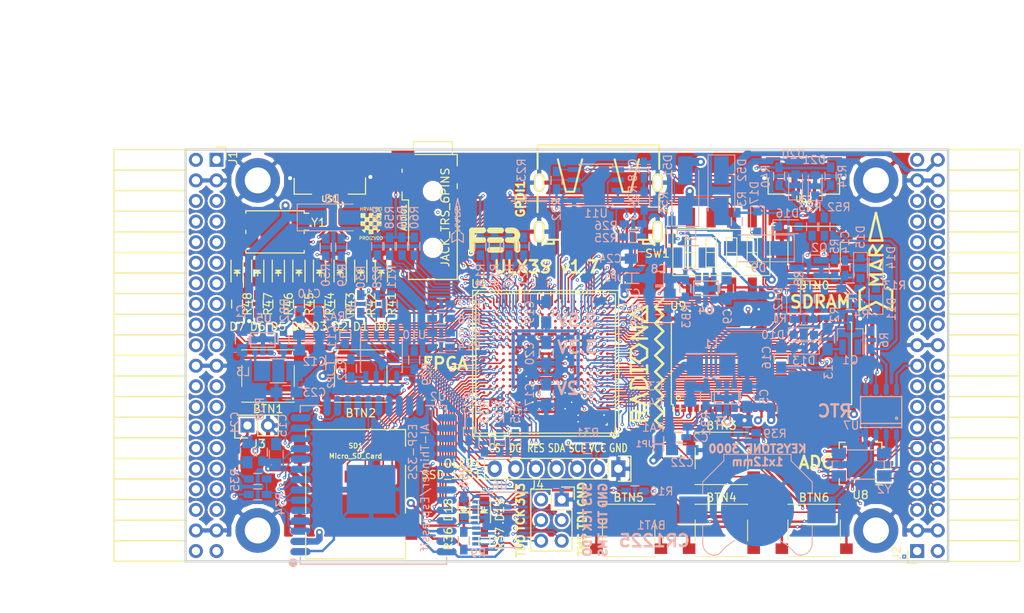
<source format=kicad_pcb>
(kicad_pcb (version 4) (host pcbnew 4.0.7+dfsg1-1)
  (layers (0 F.Cu signal) (1 In1.Cu signal) (2 In2.Cu signal) (31 B.Cu signal) (34 B.Paste user) (35 F.Paste user) (36 B.SilkS user) (37 F.SilkS user) (38 B.Mask user) (39 F.Mask user) (44 Edge.Cuts user))
  (net 0 "")
  (net 1 GND)
  (net 2 +5V)
  (net 3 /gpio/IN5V)
  (net 4 /gpio/OUT5V)
  (net 5 +3V3)
  (net 6 +1V2)
  (net 7 BTN_D)
  (net 8 BTN_F1)
  (net 9 BTN_F2)
  (net 10 BTN_L)
  (net 11 BTN_R)
  (net 12 BTN_U)
  (net 13 /power/FB1)
  (net 14 +2V5)
  (net 15 /power/PWREN)
  (net 16 /power/FB3)
  (net 17 /power/FB2)
  (net 18 "Net-(D9-Pad1)")
  (net 19 /power/VBAT)
  (net 20 JTAG_TDI)
  (net 21 JTAG_TCK)
  (net 22 JTAG_TMS)
  (net 23 JTAG_TDO)
  (net 24 /power/WAKEUPn)
  (net 25 /power/WKUP)
  (net 26 /power/SHUT)
  (net 27 /power/WAKE)
  (net 28 /power/HOLD)
  (net 29 /power/WKn)
  (net 30 /power/OSCI_32k)
  (net 31 /power/OSCO_32k)
  (net 32 "Net-(Q2-Pad3)")
  (net 33 SHUTDOWN)
  (net 34 /analog/AUDIO_L)
  (net 35 /analog/AUDIO_R)
  (net 36 GPDI_5V_SCL)
  (net 37 GPDI_5V_SDA)
  (net 38 GPDI_SDA)
  (net 39 GPDI_SCL)
  (net 40 /gpdi/VREF2)
  (net 41 SD_CMD)
  (net 42 SD_CLK)
  (net 43 SD_D0)
  (net 44 SD_D1)
  (net 45 USB5V)
  (net 46 GPDI_CEC)
  (net 47 nRESET)
  (net 48 FTDI_nDTR)
  (net 49 SDRAM_CKE)
  (net 50 SDRAM_A7)
  (net 51 SDRAM_D15)
  (net 52 SDRAM_BA1)
  (net 53 SDRAM_D7)
  (net 54 SDRAM_A6)
  (net 55 SDRAM_CLK)
  (net 56 SDRAM_D13)
  (net 57 SDRAM_BA0)
  (net 58 SDRAM_D6)
  (net 59 SDRAM_A5)
  (net 60 SDRAM_D14)
  (net 61 SDRAM_A11)
  (net 62 SDRAM_D12)
  (net 63 SDRAM_D5)
  (net 64 SDRAM_A4)
  (net 65 SDRAM_A10)
  (net 66 SDRAM_D11)
  (net 67 SDRAM_A3)
  (net 68 SDRAM_D4)
  (net 69 SDRAM_D10)
  (net 70 SDRAM_D9)
  (net 71 SDRAM_A9)
  (net 72 SDRAM_D3)
  (net 73 SDRAM_D8)
  (net 74 SDRAM_A8)
  (net 75 SDRAM_A2)
  (net 76 SDRAM_A1)
  (net 77 SDRAM_A0)
  (net 78 SDRAM_D2)
  (net 79 SDRAM_D1)
  (net 80 SDRAM_D0)
  (net 81 SDRAM_DQM0)
  (net 82 SDRAM_nCS)
  (net 83 SDRAM_nRAS)
  (net 84 SDRAM_DQM1)
  (net 85 SDRAM_nCAS)
  (net 86 SDRAM_nWE)
  (net 87 /flash/FLASH_nWP)
  (net 88 /flash/FLASH_nHOLD)
  (net 89 /flash/FLASH_MOSI)
  (net 90 /flash/FLASH_MISO)
  (net 91 /flash/FLASH_SCK)
  (net 92 /flash/FLASH_nCS)
  (net 93 /flash/FPGA_PROGRAMN)
  (net 94 /flash/FPGA_DONE)
  (net 95 /flash/FPGA_INITN)
  (net 96 OLED_RES)
  (net 97 OLED_DC)
  (net 98 OLED_CS)
  (net 99 WIFI_EN)
  (net 100 FTDI_nRTS)
  (net 101 FTDI_TXD)
  (net 102 FTDI_RXD)
  (net 103 WIFI_RXD)
  (net 104 WIFI_GPIO0)
  (net 105 WIFI_TXD)
  (net 106 GPDI_ETH-)
  (net 107 GPDI_ETH+)
  (net 108 GPDI_D2+)
  (net 109 GPDI_D2-)
  (net 110 GPDI_D1+)
  (net 111 GPDI_D1-)
  (net 112 GPDI_D0+)
  (net 113 GPDI_D0-)
  (net 114 GPDI_CLK+)
  (net 115 GPDI_CLK-)
  (net 116 USB_FTDI_D+)
  (net 117 USB_FTDI_D-)
  (net 118 J1_17-)
  (net 119 J1_17+)
  (net 120 J1_23-)
  (net 121 J1_23+)
  (net 122 J1_25-)
  (net 123 J1_25+)
  (net 124 J1_27-)
  (net 125 J1_27+)
  (net 126 J1_29-)
  (net 127 J1_29+)
  (net 128 J1_31-)
  (net 129 J1_31+)
  (net 130 J1_33-)
  (net 131 J1_33+)
  (net 132 J1_35-)
  (net 133 J1_35+)
  (net 134 J2_5-)
  (net 135 J2_5+)
  (net 136 J2_7-)
  (net 137 J2_7+)
  (net 138 J2_9-)
  (net 139 J2_9+)
  (net 140 J2_13-)
  (net 141 J2_13+)
  (net 142 J2_17-)
  (net 143 J2_17+)
  (net 144 J2_11-)
  (net 145 J2_11+)
  (net 146 J2_23-)
  (net 147 J2_23+)
  (net 148 J1_5-)
  (net 149 J1_5+)
  (net 150 J1_7-)
  (net 151 J1_7+)
  (net 152 J1_9-)
  (net 153 J1_9+)
  (net 154 J1_11-)
  (net 155 J1_11+)
  (net 156 J1_13-)
  (net 157 J1_13+)
  (net 158 J1_15-)
  (net 159 J1_15+)
  (net 160 J2_15-)
  (net 161 J2_15+)
  (net 162 J2_25-)
  (net 163 J2_25+)
  (net 164 J2_27-)
  (net 165 J2_27+)
  (net 166 J2_29-)
  (net 167 J2_29+)
  (net 168 J2_31-)
  (net 169 J2_31+)
  (net 170 J2_33-)
  (net 171 J2_33+)
  (net 172 J2_35-)
  (net 173 J2_35+)
  (net 174 SD_D3)
  (net 175 AUDIO_L3)
  (net 176 AUDIO_L2)
  (net 177 AUDIO_L1)
  (net 178 AUDIO_L0)
  (net 179 AUDIO_R3)
  (net 180 AUDIO_R2)
  (net 181 AUDIO_R1)
  (net 182 AUDIO_R0)
  (net 183 OLED_CLK)
  (net 184 OLED_MOSI)
  (net 185 LED0)
  (net 186 LED1)
  (net 187 LED2)
  (net 188 LED3)
  (net 189 LED4)
  (net 190 LED5)
  (net 191 LED6)
  (net 192 LED7)
  (net 193 BTN_PWRn)
  (net 194 FTDI_nTXLED)
  (net 195 FTDI_nSLEEP)
  (net 196 /blinkey/LED_PWREN)
  (net 197 /blinkey/LED_TXLED)
  (net 198 FT3V3)
  (net 199 /sdcard/SD3V3)
  (net 200 SD_D2)
  (net 201 CLK_25MHz)
  (net 202 /blinkey/BTNPUL)
  (net 203 /blinkey/BTNPUR)
  (net 204 USB_FPGA_D+)
  (net 205 /power/FTDI_nSUSPEND)
  (net 206 /blinkey/ALED0)
  (net 207 /blinkey/ALED1)
  (net 208 /blinkey/ALED2)
  (net 209 /blinkey/ALED3)
  (net 210 /blinkey/ALED4)
  (net 211 /blinkey/ALED5)
  (net 212 /blinkey/ALED6)
  (net 213 /blinkey/ALED7)
  (net 214 /usb/FTD-)
  (net 215 /usb/FTD+)
  (net 216 ADC_MISO)
  (net 217 ADC_MOSI)
  (net 218 ADC_CSn)
  (net 219 ADC_SCLK)
  (net 220 "Net-(R51-Pad2)")
  (net 221 SW3)
  (net 222 SW2)
  (net 223 SW1)
  (net 224 SW0)
  (net 225 USB_FPGA_D-)
  (net 226 /usb/FPD+)
  (net 227 /usb/FPD-)
  (net 228 WIFI_GPIO16)
  (net 229 WIFI_GPIO15)
  (net 230 /usb/ANT_433MHz)
  (net 231 /power/PWRBTn)
  (net 232 PROG_DONE)
  (net 233 /power/P1V2)
  (net 234 /power/P3V3)
  (net 235 /power/P2V5)
  (net 236 /power/L1)
  (net 237 /power/L3)
  (net 238 /power/L2)
  (net 239 FTDI_TXDEN)
  (net 240 /wifi/WIFIOFF)
  (net 241 SDRAM_A12)
  (net 242 /analog/AUDIO_V)
  (net 243 AUDIO_V3)
  (net 244 AUDIO_V2)
  (net 245 AUDIO_V1)
  (net 246 AUDIO_V0)
  (module SMD_Packages:1Pin (layer F.Cu) (at 182.67515 111.637626)
    (fp_text reference AE1 hide)
    (fp_text value 433MHz hide)
    (pad 1 smd rect (at 0 0) (size 0.5 0.5) (layers B.Cu F.Paste F.Mask) (net 230 /usb/ANT_433MHz))
  )
  (module Resistors_SMD:R_0603_HandSoldering (layer B.Cu) (at 103.498 98.758 90)
    (fp_text reference R38 (at 5.334 -0.254 90) (layer B.SilkS) (effects (justify mirror)))
    (fp_text value 0.47)
    (pad 1 smd rect (at -1.1 0 90) (size 1.2 0.9) (layers B.Cu B.Paste B.Mask) (net 199 /sdcard/SD3V3))
    (pad 2 smd rect (at 1.1 0 90) (size 1.2 0.9) (layers B.Cu B.Paste B.Mask) (net 5 +3V3))
  )
  (module jumper:SOLDER-JUMPER_1-WAY (layer B.Cu) (at 152.393 97.742 270)
    (fp_text reference JP1 (at 0 1.778 360) (layer B.SilkS) (effects (font (size 0.762 0.762) (thickness 0.1524)) (justify mirror)))
    (fp_text value 1.2 hide)
    (pad 1 smd rect (at -0.6 0 270) (size 1 1) (layers B.Cu B.Paste B.Mask) (net 233 /power/P1V2))
    (pad 2 smd rect (at 0.6 0 270) (size 1 1) (layers B.Cu B.Paste B.Mask) (net 6 +1V2))
  )
  (module ESP32-footprints-Lib:ESP-32S (layer B.Cu) (at 117.313 101.513)
    (fp_text reference U2 (at 7.902 -9.613 180) (layer B.SilkS) (effects (justify mirror)))
    (fp_text value ESP-32S)
    (fp_text user AI-Thinker/Espressif (at 6.3 1.6 270) (layer B.SilkS) (effects (justify mirror)))
    (fp_text user ESP-32S (at 4.8 -2.8 270) (layer B.SilkS) (effects (justify mirror)))
    (pad 38 smd oval (at 8.947434 9.517338 180) (size 2.5 0.9) (layers B.Cu B.Paste B.Mask) (net 1 GND))
    (pad 37 smd oval (at 8.947434 8.247338 180) (size 2.5 0.9) (layers B.Cu B.Paste B.Mask))
    (pad 36 smd oval (at 8.947434 6.977338 180) (size 2.5 0.9) (layers B.Cu B.Paste B.Mask) (net 232 PROG_DONE))
    (pad 35 smd oval (at 8.947434 5.707338 180) (size 2.5 0.9) (layers B.Cu B.Paste B.Mask) (net 105 WIFI_TXD))
    (pad 34 smd oval (at 8.947434 4.437338 180) (size 2.5 0.9) (layers B.Cu B.Paste B.Mask) (net 103 WIFI_RXD))
    (pad 33 smd oval (at 8.947434 3.167338 180) (size 2.5 0.9) (layers B.Cu B.Paste B.Mask) (net 22 JTAG_TMS))
    (pad 32 smd oval (at 8.947434 1.897338 180) (size 2.5 0.9) (layers B.Cu B.Paste B.Mask))
    (pad 31 smd oval (at 8.947434 0.627338 180) (size 2.5 0.9) (layers B.Cu B.Paste B.Mask) (net 20 JTAG_TDI))
    (pad 30 smd oval (at 8.947434 -0.642662 180) (size 2.5 0.9) (layers B.Cu B.Paste B.Mask) (net 21 JTAG_TCK))
    (pad 29 smd oval (at 8.947434 -1.912662 180) (size 2.5 0.9) (layers B.Cu B.Paste B.Mask))
    (pad 28 smd oval (at 8.947434 -3.182662 180) (size 2.5 0.9) (layers B.Cu B.Paste B.Mask) (net 23 JTAG_TDO))
    (pad 27 smd oval (at 8.947434 -4.452662 180) (size 2.5 0.9) (layers B.Cu B.Paste B.Mask) (net 228 WIFI_GPIO16))
    (pad 26 smd oval (at 8.947434 -5.722662 180) (size 2.5 0.9) (layers B.Cu B.Paste B.Mask))
    (pad 25 smd oval (at 8.947434 -6.992662 180) (size 2.5 0.9) (layers B.Cu B.Paste B.Mask) (net 104 WIFI_GPIO0))
    (pad 24 smd oval (at 5.662434 -8.482662 180) (size 0.9 2.5) (layers B.Cu B.Paste B.Mask))
    (pad 23 smd oval (at 4.392434 -8.482662 180) (size 0.9 2.5) (layers B.Cu B.Paste B.Mask) (net 229 WIFI_GPIO15))
    (pad 22 smd oval (at 3.122434 -8.482662 180) (size 0.9 2.5) (layers B.Cu B.Paste B.Mask) (net 44 SD_D1))
    (pad 21 smd oval (at 1.852434 -8.482662 180) (size 0.9 2.5) (layers B.Cu B.Paste B.Mask) (net 43 SD_D0))
    (pad 20 smd oval (at 0.582434 -8.482662 180) (size 0.9 2.5) (layers B.Cu B.Paste B.Mask) (net 42 SD_CLK))
    (pad 19 smd oval (at -0.687566 -8.482662 180) (size 0.9 2.5) (layers B.Cu B.Paste B.Mask) (net 41 SD_CMD))
    (pad 18 smd oval (at -1.957566 -8.482662 180) (size 0.9 2.5) (layers B.Cu B.Paste B.Mask))
    (pad 17 smd oval (at -3.227566 -8.482662 180) (size 0.9 2.5) (layers B.Cu B.Paste B.Mask))
    (pad 16 smd oval (at -4.497566 -8.482662 180) (size 0.9 2.5) (layers B.Cu B.Paste B.Mask) (net 124 J1_27-))
    (pad 15 smd oval (at -5.767566 -8.482662 180) (size 0.9 2.5) (layers B.Cu B.Paste B.Mask) (net 1 GND))
    (pad 14 smd oval (at -9.052566 -6.992662 180) (size 2.5 0.9) (layers B.Cu B.Paste B.Mask) (net 125 J1_27+))
    (pad 13 smd oval (at -9.052566 -5.722662 180) (size 2.5 0.9) (layers B.Cu B.Paste B.Mask) (net 126 J1_29-))
    (pad 12 smd oval (at -9.052566 -4.452662 180) (size 2.5 0.9) (layers B.Cu B.Paste B.Mask) (net 127 J1_29+))
    (pad 11 smd oval (at -9.052566 -3.182662 180) (size 2.5 0.9) (layers B.Cu B.Paste B.Mask) (net 128 J1_31-))
    (pad 10 smd oval (at -9.052566 -1.912662 180) (size 2.5 0.9) (layers B.Cu B.Paste B.Mask) (net 129 J1_31+))
    (pad 9 smd oval (at -9.052566 -0.642662 180) (size 2.5 0.9) (layers B.Cu B.Paste B.Mask) (net 130 J1_33-))
    (pad 8 smd oval (at -9.052566 0.627338 180) (size 2.5 0.9) (layers B.Cu B.Paste B.Mask) (net 131 J1_33+))
    (pad 7 smd oval (at -9.052566 1.897338 180) (size 2.5 0.9) (layers B.Cu B.Paste B.Mask) (net 132 J1_35-))
    (pad 6 smd oval (at -9.052566 3.167338 180) (size 2.5 0.9) (layers B.Cu B.Paste B.Mask) (net 133 J1_35+))
    (pad 5 smd oval (at -9.052566 4.437338 180) (size 2.5 0.9) (layers B.Cu B.Paste B.Mask))
    (pad 4 smd oval (at -9.052566 5.707338 180) (size 2.5 0.9) (layers B.Cu B.Paste B.Mask))
    (pad 3 smd oval (at -9.052566 6.977338 180) (size 2.5 0.9) (layers B.Cu B.Paste B.Mask) (net 99 WIFI_EN))
    (pad 2 smd oval (at -9.052566 8.247338 180) (size 2.5 0.9) (layers B.Cu B.Paste B.Mask) (net 5 +3V3))
    (pad 1 smd oval (at -9.052566 9.517338 180) (size 2.5 0.9) (layers B.Cu B.Paste B.Mask) (net 1 GND))
    (pad 39 smd rect (at -0.352566 1.817338 180) (size 6 6) (layers B.Cu B.Paste B.Mask) (net 1 GND))
  )
  (module Diodes_SMD:D_SMA_Handsoldering (layer B.Cu) (at 155.695 66.5 90)
    (fp_text reference D51 (at 3.048 -2.159 90) (layer B.SilkS) (effects (justify mirror)))
    (fp_text value STPS2L30AF hide)
    (pad 1 smd rect (at -2.5 0 90) (size 3.5 1.8) (layers B.Cu B.Paste B.Mask) (net 2 +5V))
    (pad 2 smd rect (at 2.5 0 90) (size 3.5 1.8) (layers B.Cu B.Paste B.Mask) (net 3 /gpio/IN5V))
  )
  (module Resistors_SMD:R_0603_HandSoldering (layer B.Cu) (at 154.044 71.326 90)
    (fp_text reference R51 (at 3.302 -1.016 90) (layer B.SilkS) (effects (justify mirror)))
    (fp_text value 150)
    (pad 1 smd rect (at -1.1 0 90) (size 1.2 0.9) (layers B.Cu B.Paste B.Mask) (net 5 +3V3))
    (pad 2 smd rect (at 1.1 0 90) (size 1.2 0.9) (layers B.Cu B.Paste B.Mask) (net 220 "Net-(R51-Pad2)"))
  )
  (module Resistors_SMD:R_1210_HandSoldering (layer B.Cu) (at 158.87 88.09 180)
    (fp_text reference L1 (at 0 2.7 180) (layer B.SilkS) (effects (justify mirror)))
    (fp_text value 2.2uH)
    (pad 1 smd rect (at -2 0 180) (size 2 2.5) (layers B.Cu B.Paste B.Mask) (net 236 /power/L1))
    (pad 2 smd rect (at 2 0 180) (size 2 2.5) (layers B.Cu B.Paste B.Mask) (net 233 /power/P1V2))
  )
  (module TSOT-25:TSOT-25 (layer B.Cu) (at 160.775 91.9)
    (fp_text reference U3 (at -0.381 3.048) (layer B.SilkS) (effects (font (thickness 0.2)) (justify mirror)))
    (fp_text value AP3429A)
    (pad 1 smd rect (at -0.95 -1.3) (size 0.7 1.2) (layers B.Cu B.Paste B.Mask) (net 15 /power/PWREN))
    (pad 2 smd rect (at 0 -1.3) (size 0.7 1.2) (layers B.Cu B.Paste B.Mask) (net 1 GND))
    (pad 3 smd rect (at 0.95 -1.3) (size 0.7 1.2) (layers B.Cu B.Paste B.Mask) (net 236 /power/L1))
    (pad 4 smd rect (at 0.95 1.3) (size 0.7 1.2) (layers B.Cu B.Paste B.Mask) (net 2 +5V))
    (pad 5 smd rect (at -0.95 1.3) (size 0.7 1.2) (layers B.Cu B.Paste B.Mask) (net 13 /power/FB1))
  )
  (module Resistors_SMD:R_1210_HandSoldering (layer B.Cu) (at 156.33 74.755 180)
    (fp_text reference L2 (at 0 2.7 180) (layer B.SilkS) (effects (justify mirror)))
    (fp_text value 2.2uH)
    (pad 1 smd rect (at -2 0 180) (size 2 2.5) (layers B.Cu B.Paste B.Mask) (net 237 /power/L3))
    (pad 2 smd rect (at 2 0 180) (size 2 2.5) (layers B.Cu B.Paste B.Mask) (net 234 /power/P3V3))
  )
  (module TSOT-25:TSOT-25 (layer B.Cu) (at 158.235 78.535)
    (fp_text reference U4 (at 0 2.697) (layer B.SilkS) (effects (font (thickness 0.2)) (justify mirror)))
    (fp_text value AP3429A)
    (pad 1 smd rect (at -0.95 -1.3) (size 0.7 1.2) (layers B.Cu B.Paste B.Mask) (net 15 /power/PWREN))
    (pad 2 smd rect (at 0 -1.3) (size 0.7 1.2) (layers B.Cu B.Paste B.Mask) (net 1 GND))
    (pad 3 smd rect (at 0.95 -1.3) (size 0.7 1.2) (layers B.Cu B.Paste B.Mask) (net 237 /power/L3))
    (pad 4 smd rect (at 0.95 1.3) (size 0.7 1.2) (layers B.Cu B.Paste B.Mask) (net 2 +5V))
    (pad 5 smd rect (at -0.95 1.3) (size 0.7 1.2) (layers B.Cu B.Paste B.Mask) (net 16 /power/FB3))
  )
  (module LEDs:LED_0805 (layer F.Cu) (at 118.23 76.66 270)
    (fp_text reference D0 (at 6.604 0 360) (layer F.SilkS))
    (fp_text value RED hide)
    (pad 2 smd rect (at 1.04902 0 90) (size 1.19888 1.19888) (layers F.Cu F.Paste F.Mask) (net 206 /blinkey/ALED0))
    (pad 1 smd rect (at -1.04902 0 90) (size 1.19888 1.19888) (layers F.Cu F.Paste F.Mask) (net 1 GND))
  )
  (module LEDs:LED_0805 (layer F.Cu) (at 115.69 76.66 270)
    (fp_text reference D1 (at 6.604 0 360) (layer F.SilkS))
    (fp_text value RED hide)
    (pad 2 smd rect (at 1.04902 0 90) (size 1.19888 1.19888) (layers F.Cu F.Paste F.Mask) (net 207 /blinkey/ALED1))
    (pad 1 smd rect (at -1.04902 0 90) (size 1.19888 1.19888) (layers F.Cu F.Paste F.Mask) (net 1 GND))
  )
  (module LEDs:LED_0805 (layer F.Cu) (at 113.15 76.66 270)
    (fp_text reference D2 (at 6.604 0 360) (layer F.SilkS))
    (fp_text value RED hide)
    (pad 2 smd rect (at 1.04902 0 90) (size 1.19888 1.19888) (layers F.Cu F.Paste F.Mask) (net 208 /blinkey/ALED2))
    (pad 1 smd rect (at -1.04902 0 90) (size 1.19888 1.19888) (layers F.Cu F.Paste F.Mask) (net 1 GND))
  )
  (module LEDs:LED_0805 (layer F.Cu) (at 110.61 76.66 270)
    (fp_text reference D3 (at 6.604 0 360) (layer F.SilkS))
    (fp_text value RED hide)
    (pad 2 smd rect (at 1.04902 0 90) (size 1.19888 1.19888) (layers F.Cu F.Paste F.Mask) (net 209 /blinkey/ALED3))
    (pad 1 smd rect (at -1.04902 0 90) (size 1.19888 1.19888) (layers F.Cu F.Paste F.Mask) (net 1 GND))
  )
  (module LEDs:LED_0805 (layer F.Cu) (at 108.07 76.66 270)
    (fp_text reference D4 (at 6.604 0 360) (layer F.SilkS))
    (fp_text value RED hide)
    (pad 2 smd rect (at 1.04902 0 90) (size 1.19888 1.19888) (layers F.Cu F.Paste F.Mask) (net 210 /blinkey/ALED4))
    (pad 1 smd rect (at -1.04902 0 90) (size 1.19888 1.19888) (layers F.Cu F.Paste F.Mask) (net 1 GND))
  )
  (module LEDs:LED_0805 (layer F.Cu) (at 105.53 76.66 270)
    (fp_text reference D5 (at 6.604 0 360) (layer F.SilkS))
    (fp_text value RED hide)
    (pad 2 smd rect (at 1.04902 0 90) (size 1.19888 1.19888) (layers F.Cu F.Paste F.Mask) (net 211 /blinkey/ALED5))
    (pad 1 smd rect (at -1.04902 0 90) (size 1.19888 1.19888) (layers F.Cu F.Paste F.Mask) (net 1 GND))
  )
  (module LEDs:LED_0805 (layer F.Cu) (at 102.99 76.66 270)
    (fp_text reference D6 (at 6.604 0 360) (layer F.SilkS))
    (fp_text value RED hide)
    (pad 2 smd rect (at 1.04902 0 90) (size 1.19888 1.19888) (layers F.Cu F.Paste F.Mask) (net 212 /blinkey/ALED6))
    (pad 1 smd rect (at -1.04902 0 90) (size 1.19888 1.19888) (layers F.Cu F.Paste F.Mask) (net 1 GND))
  )
  (module LEDs:LED_0805 (layer F.Cu) (at 100.45 76.66 270)
    (fp_text reference D7 (at 6.604 0 360) (layer F.SilkS))
    (fp_text value RED hide)
    (pad 2 smd rect (at 1.04902 0 90) (size 1.19888 1.19888) (layers F.Cu F.Paste F.Mask) (net 213 /blinkey/ALED7))
    (pad 1 smd rect (at -1.04902 0 90) (size 1.19888 1.19888) (layers F.Cu F.Paste F.Mask) (net 1 GND))
  )
  (module Resistors_SMD:R_1210_HandSoldering (layer B.Cu) (at 105.53 88.725)
    (fp_text reference L3 (at -4.318 0.127) (layer B.SilkS) (effects (justify mirror)))
    (fp_text value 2.2uH)
    (pad 1 smd rect (at -2 0) (size 2 2.5) (layers B.Cu B.Paste B.Mask) (net 238 /power/L2))
    (pad 2 smd rect (at 2 0) (size 2 2.5) (layers B.Cu B.Paste B.Mask) (net 235 /power/P2V5))
  )
  (module TSOT-25:TSOT-25 (layer B.Cu) (at 103.625 84.915 180)
    (fp_text reference U5 (at -0.127 2.667 180) (layer B.SilkS) (effects (font (thickness 0.2)) (justify mirror)))
    (fp_text value AP3429A)
    (pad 1 smd rect (at -0.95 -1.3 180) (size 0.7 1.2) (layers B.Cu B.Paste B.Mask) (net 15 /power/PWREN))
    (pad 2 smd rect (at 0 -1.3 180) (size 0.7 1.2) (layers B.Cu B.Paste B.Mask) (net 1 GND))
    (pad 3 smd rect (at 0.95 -1.3 180) (size 0.7 1.2) (layers B.Cu B.Paste B.Mask) (net 238 /power/L2))
    (pad 4 smd rect (at 0.95 1.3 180) (size 0.7 1.2) (layers B.Cu B.Paste B.Mask) (net 2 +5V))
    (pad 5 smd rect (at -0.95 1.3 180) (size 0.7 1.2) (layers B.Cu B.Paste B.Mask) (net 17 /power/FB2))
  )
  (module Capacitors_SMD:C_0805_HandSoldering (layer B.Cu) (at 101.085 84.915 270)
    (fp_text reference C1 (at -3.429 0.127 270) (layer B.SilkS) (effects (justify mirror)))
    (fp_text value 22uF)
    (pad 1 smd rect (at -1.25 0 270) (size 1.5 1.25) (layers B.Cu B.Paste B.Mask) (net 2 +5V))
    (pad 2 smd rect (at 1.25 0 270) (size 1.5 1.25) (layers B.Cu B.Paste B.Mask) (net 1 GND))
  )
  (module Capacitors_SMD:C_0805_HandSoldering (layer B.Cu) (at 155.06 90.63)
    (fp_text reference C3 (at -3.048 0) (layer B.SilkS) (effects (justify mirror)))
    (fp_text value 22uF)
    (pad 1 smd rect (at -1.25 0) (size 1.5 1.25) (layers B.Cu B.Paste B.Mask) (net 233 /power/P1V2))
    (pad 2 smd rect (at 1.25 0) (size 1.5 1.25) (layers B.Cu B.Paste B.Mask) (net 1 GND))
  )
  (module Capacitors_SMD:C_0805_HandSoldering (layer B.Cu) (at 155.06 92.535)
    (fp_text reference C4 (at -3.048 0.127) (layer B.SilkS) (effects (justify mirror)))
    (fp_text value 22uF)
    (pad 1 smd rect (at -1.25 0) (size 1.5 1.25) (layers B.Cu B.Paste B.Mask) (net 233 /power/P1V2))
    (pad 2 smd rect (at 1.25 0) (size 1.5 1.25) (layers B.Cu B.Paste B.Mask) (net 1 GND))
  )
  (module Capacitors_SMD:C_0805_HandSoldering (layer B.Cu) (at 163.315 91.9 90)
    (fp_text reference C5 (at 0 2.1 90) (layer B.SilkS) (effects (justify mirror)))
    (fp_text value 22uF)
    (pad 1 smd rect (at -1.25 0 90) (size 1.5 1.25) (layers B.Cu B.Paste B.Mask) (net 2 +5V))
    (pad 2 smd rect (at 1.25 0 90) (size 1.5 1.25) (layers B.Cu B.Paste B.Mask) (net 1 GND))
  )
  (module Capacitors_SMD:C_0805_HandSoldering (layer B.Cu) (at 152.52 79.2)
    (fp_text reference C7 (at -3.302 0) (layer B.SilkS) (effects (justify mirror)))
    (fp_text value 22uF)
    (pad 1 smd rect (at -1.25 0) (size 1.5 1.25) (layers B.Cu B.Paste B.Mask) (net 234 /power/P3V3))
    (pad 2 smd rect (at 1.25 0) (size 1.5 1.25) (layers B.Cu B.Paste B.Mask) (net 1 GND))
  )
  (module Capacitors_SMD:C_0805_HandSoldering (layer B.Cu) (at 152.52 77.295)
    (fp_text reference C8 (at -0.127 -1.143) (layer B.SilkS) (effects (justify mirror)))
    (fp_text value 22uF)
    (pad 1 smd rect (at -1.25 0) (size 1.5 1.25) (layers B.Cu B.Paste B.Mask) (net 234 /power/P3V3))
    (pad 2 smd rect (at 1.25 0) (size 1.5 1.25) (layers B.Cu B.Paste B.Mask) (net 1 GND))
  )
  (module Capacitors_SMD:C_0805_HandSoldering (layer B.Cu) (at 160.775 78.565 90)
    (fp_text reference C9 (at -3.429 0.127 90) (layer B.SilkS) (effects (justify mirror)))
    (fp_text value 22uF)
    (pad 1 smd rect (at -1.25 0 90) (size 1.5 1.25) (layers B.Cu B.Paste B.Mask) (net 2 +5V))
    (pad 2 smd rect (at 1.25 0 90) (size 1.5 1.25) (layers B.Cu B.Paste B.Mask) (net 1 GND))
  )
  (module Capacitors_SMD:C_0805_HandSoldering (layer B.Cu) (at 109.34 84.28 180)
    (fp_text reference C11 (at -2.794 -0.254 270) (layer B.SilkS) (effects (justify mirror)))
    (fp_text value 22uF)
    (pad 1 smd rect (at -1.25 0 180) (size 1.5 1.25) (layers B.Cu B.Paste B.Mask) (net 235 /power/P2V5))
    (pad 2 smd rect (at 1.25 0 180) (size 1.5 1.25) (layers B.Cu B.Paste B.Mask) (net 1 GND))
  )
  (module Capacitors_SMD:C_0805_HandSoldering (layer B.Cu) (at 109.34 86.185 180)
    (fp_text reference C12 (at -0.635 -1.397 360) (layer B.SilkS) (effects (justify mirror)))
    (fp_text value 22uF)
    (pad 1 smd rect (at -1.25 0 180) (size 1.5 1.25) (layers B.Cu B.Paste B.Mask) (net 235 /power/P2V5))
    (pad 2 smd rect (at 1.25 0 180) (size 1.5 1.25) (layers B.Cu B.Paste B.Mask) (net 1 GND))
  )
  (module Power_Integrations:SO-8 (layer B.Cu) (at 179.825 93.805 180)
    (fp_text reference U7 (at 3.683 -1.651 180) (layer B.SilkS) (effects (justify mirror)))
    (fp_text value PCF8523)
    (pad 1 smd oval (at -1.905 -2.794 180) (size 0.6096 1.4732) (layers B.Cu B.Paste B.Mask) (net 30 /power/OSCI_32k))
    (pad 2 smd oval (at -0.635 -2.794 180) (size 0.6096 1.4732) (layers B.Cu B.Paste B.Mask) (net 31 /power/OSCO_32k))
    (pad 3 smd oval (at 0.635 -2.794 180) (size 0.6096 1.4732) (layers B.Cu B.Paste B.Mask) (net 19 /power/VBAT))
    (pad 4 smd oval (at 1.905 -2.794 180) (size 0.6096 1.4732) (layers B.Cu B.Paste B.Mask) (net 1 GND))
    (pad 5 smd oval (at 1.905 2.794 180) (size 0.6096 1.4732) (layers B.Cu B.Paste B.Mask) (net 38 GPDI_SDA))
    (pad 6 smd oval (at 0.635 2.794 180) (size 0.6096 1.4732) (layers B.Cu B.Paste B.Mask) (net 39 GPDI_SCL))
    (pad 7 smd oval (at -0.635 2.794 180) (size 0.6096 1.4732) (layers B.Cu B.Paste B.Mask) (net 24 /power/WAKEUPn))
    (pad 8 smd oval (at -1.905 2.794 180) (size 0.6096 1.4732) (layers B.Cu B.Paste B.Mask) (net 5 +3V3))
  )
  (module Capacitors_SMD:C_0805_HandSoldering (layer B.Cu) (at 173.221 84.788 90)
    (fp_text reference C13 (at -3.556 0.127 90) (layer B.SilkS) (effects (justify mirror)))
    (fp_text value 2.2uF)
    (pad 1 smd rect (at -1.25 0 90) (size 1.5 1.25) (layers B.Cu B.Paste B.Mask) (net 2 +5V))
    (pad 2 smd rect (at 1.25 0 90) (size 1.5 1.25) (layers B.Cu B.Paste B.Mask) (net 25 /power/WKUP))
  )
  (module TSOP54:TSOP54 (layer F.Cu) (at 165.08 87.8 90)
    (fp_text reference U9 (at 7.076 -10.274 180) (layer F.SilkS))
    (fp_text value MT48LC4M16A2TG)
    (pad 28 smd rect (at 5.53 10.4 90) (size 0.9 0.56) (layers F.Cu F.Paste F.Mask) (net 1 GND))
    (pad 1 smd rect (at -5.53 -10.4 90) (size 0.9 0.56) (layers F.Cu F.Paste F.Mask) (net 5 +3V3))
    (pad 2 smd rect (at -5.53 -9.6 90) (size 0.9 0.56) (layers F.Cu F.Paste F.Mask) (net 80 SDRAM_D0))
    (pad 3 smd rect (at -5.53 -8.8 90) (size 0.9 0.56) (layers F.Cu F.Paste F.Mask) (net 5 +3V3))
    (pad 4 smd rect (at -5.53 -8 90) (size 0.9 0.56) (layers F.Cu F.Paste F.Mask) (net 79 SDRAM_D1))
    (pad 5 smd rect (at -5.53 -7.2 90) (size 0.9 0.56) (layers F.Cu F.Paste F.Mask) (net 78 SDRAM_D2))
    (pad 6 smd rect (at -5.53 -6.4 90) (size 0.9 0.56) (layers F.Cu F.Paste F.Mask) (net 1 GND))
    (pad 7 smd rect (at -5.53 -5.6 90) (size 0.9 0.56) (layers F.Cu F.Paste F.Mask) (net 72 SDRAM_D3))
    (pad 8 smd rect (at -5.53 -4.8 90) (size 0.9 0.56) (layers F.Cu F.Paste F.Mask) (net 68 SDRAM_D4))
    (pad 9 smd rect (at -5.53 -4 90) (size 0.9 0.56) (layers F.Cu F.Paste F.Mask) (net 5 +3V3))
    (pad 10 smd rect (at -5.53 -3.2 90) (size 0.9 0.56) (layers F.Cu F.Paste F.Mask) (net 63 SDRAM_D5))
    (pad 11 smd rect (at -5.53 -2.4 90) (size 0.9 0.56) (layers F.Cu F.Paste F.Mask) (net 58 SDRAM_D6))
    (pad 12 smd rect (at -5.53 -1.6 90) (size 0.9 0.56) (layers F.Cu F.Paste F.Mask) (net 1 GND))
    (pad 13 smd rect (at -5.53 -0.8 90) (size 0.9 0.56) (layers F.Cu F.Paste F.Mask) (net 53 SDRAM_D7))
    (pad 14 smd rect (at -5.53 0 90) (size 0.9 0.56) (layers F.Cu F.Paste F.Mask) (net 5 +3V3))
    (pad 15 smd rect (at -5.53 0.8 90) (size 0.9 0.56) (layers F.Cu F.Paste F.Mask) (net 81 SDRAM_DQM0))
    (pad 16 smd rect (at -5.53 1.6 90) (size 0.9 0.56) (layers F.Cu F.Paste F.Mask) (net 86 SDRAM_nWE))
    (pad 17 smd rect (at -5.53 2.4 90) (size 0.9 0.56) (layers F.Cu F.Paste F.Mask) (net 85 SDRAM_nCAS))
    (pad 18 smd rect (at -5.53 3.2 90) (size 0.9 0.56) (layers F.Cu F.Paste F.Mask) (net 83 SDRAM_nRAS))
    (pad 19 smd rect (at -5.53 4 90) (size 0.9 0.56) (layers F.Cu F.Paste F.Mask) (net 82 SDRAM_nCS))
    (pad 20 smd rect (at -5.53 4.8 90) (size 0.9 0.56) (layers F.Cu F.Paste F.Mask) (net 57 SDRAM_BA0))
    (pad 21 smd rect (at -5.53 5.6 90) (size 0.9 0.56) (layers F.Cu F.Paste F.Mask) (net 52 SDRAM_BA1))
    (pad 22 smd rect (at -5.53 6.4 90) (size 0.9 0.56) (layers F.Cu F.Paste F.Mask) (net 65 SDRAM_A10))
    (pad 23 smd rect (at -5.53 7.2 90) (size 0.9 0.56) (layers F.Cu F.Paste F.Mask) (net 77 SDRAM_A0))
    (pad 24 smd rect (at -5.53 8 90) (size 0.9 0.56) (layers F.Cu F.Paste F.Mask) (net 76 SDRAM_A1))
    (pad 25 smd rect (at -5.53 8.8 90) (size 0.9 0.56) (layers F.Cu F.Paste F.Mask) (net 75 SDRAM_A2))
    (pad 26 smd rect (at -5.53 9.6 90) (size 0.9 0.56) (layers F.Cu F.Paste F.Mask) (net 67 SDRAM_A3))
    (pad 27 smd rect (at -5.53 10.4 90) (size 0.9 0.56) (layers F.Cu F.Paste F.Mask) (net 5 +3V3))
    (pad 29 smd rect (at 5.53 9.6 90) (size 0.9 0.56) (layers F.Cu F.Paste F.Mask) (net 64 SDRAM_A4))
    (pad 30 smd rect (at 5.53 8.8 90) (size 0.9 0.56) (layers F.Cu F.Paste F.Mask) (net 59 SDRAM_A5))
    (pad 31 smd rect (at 5.53 8 90) (size 0.9 0.56) (layers F.Cu F.Paste F.Mask) (net 54 SDRAM_A6))
    (pad 32 smd rect (at 5.53 7.2 90) (size 0.9 0.56) (layers F.Cu F.Paste F.Mask) (net 50 SDRAM_A7))
    (pad 33 smd rect (at 5.53 6.4 90) (size 0.9 0.56) (layers F.Cu F.Paste F.Mask) (net 74 SDRAM_A8))
    (pad 34 smd rect (at 5.53 5.6 90) (size 0.9 0.56) (layers F.Cu F.Paste F.Mask) (net 71 SDRAM_A9))
    (pad 35 smd rect (at 5.53 4.8 90) (size 0.9 0.56) (layers F.Cu F.Paste F.Mask) (net 61 SDRAM_A11))
    (pad 36 smd rect (at 5.53 4 90) (size 0.9 0.56) (layers F.Cu F.Paste F.Mask) (net 241 SDRAM_A12))
    (pad 37 smd rect (at 5.53 3.2 90) (size 0.9 0.56) (layers F.Cu F.Paste F.Mask) (net 49 SDRAM_CKE))
    (pad 38 smd rect (at 5.53 2.4 90) (size 0.9 0.56) (layers F.Cu F.Paste F.Mask) (net 55 SDRAM_CLK))
    (pad 39 smd rect (at 5.53 1.6 90) (size 0.9 0.56) (layers F.Cu F.Paste F.Mask) (net 84 SDRAM_DQM1))
    (pad 40 smd rect (at 5.53 0.8 90) (size 0.9 0.56) (layers F.Cu F.Paste F.Mask))
    (pad 41 smd rect (at 5.53 0 90) (size 0.9 0.56) (layers F.Cu F.Paste F.Mask) (net 1 GND))
    (pad 42 smd rect (at 5.53 -0.8 90) (size 0.9 0.56) (layers F.Cu F.Paste F.Mask) (net 73 SDRAM_D8))
    (pad 43 smd rect (at 5.53 -1.6 90) (size 0.9 0.56) (layers F.Cu F.Paste F.Mask) (net 5 +3V3))
    (pad 44 smd rect (at 5.53 -2.4 90) (size 0.9 0.56) (layers F.Cu F.Paste F.Mask) (net 70 SDRAM_D9))
    (pad 45 smd rect (at 5.53 -3.2 90) (size 0.9 0.56) (layers F.Cu F.Paste F.Mask) (net 69 SDRAM_D10))
    (pad 46 smd rect (at 5.53 -4 90) (size 0.9 0.56) (layers F.Cu F.Paste F.Mask) (net 1 GND))
    (pad 47 smd rect (at 5.53 -4.8 90) (size 0.9 0.56) (layers F.Cu F.Paste F.Mask) (net 66 SDRAM_D11))
    (pad 48 smd rect (at 5.53 -5.6 90) (size 0.9 0.56) (layers F.Cu F.Paste F.Mask) (net 62 SDRAM_D12))
    (pad 49 smd rect (at 5.53 -6.4 90) (size 0.9 0.56) (layers F.Cu F.Paste F.Mask) (net 5 +3V3))
    (pad 50 smd rect (at 5.53 -7.2 90) (size 0.9 0.56) (layers F.Cu F.Paste F.Mask) (net 56 SDRAM_D13))
    (pad 51 smd rect (at 5.53 -8 90) (size 0.9 0.56) (layers F.Cu F.Paste F.Mask) (net 60 SDRAM_D14))
    (pad 52 smd rect (at 5.53 -8.8 90) (size 0.9 0.56) (layers F.Cu F.Paste F.Mask) (net 1 GND))
    (pad 53 smd rect (at 5.53 -9.6 90) (size 0.9 0.56) (layers F.Cu F.Paste F.Mask) (net 51 SDRAM_D15))
    (pad 54 smd rect (at 5.53 -10.4 90) (size 0.9 0.56) (layers F.Cu F.Paste F.Mask) (net 1 GND))
  )
  (module TO_SOT_Packages_SMD:SOT-23_Handsoldering (layer B.Cu) (at 176.015 84.28 90)
    (fp_text reference Q1 (at -3.1115 0 180) (layer B.SilkS) (effects (justify mirror)))
    (fp_text value BC857)
    (pad 1 smd rect (at -1.5 0.95 90) (size 1.9 0.8) (layers B.Cu B.Paste B.Mask) (net 29 /power/WKn))
    (pad 2 smd rect (at -1.5 -0.95 90) (size 1.9 0.8) (layers B.Cu B.Paste B.Mask) (net 2 +5V))
    (pad 3 smd rect (at 1.5 0 90) (size 1.9 0.8) (layers B.Cu B.Paste B.Mask) (net 25 /power/WKUP))
  )
  (module TO_SOT_Packages_SMD:SOT-23_Handsoldering (layer B.Cu) (at 170.935 76.025 180)
    (fp_text reference Q2 (at -1.295 2.5 180) (layer B.SilkS) (effects (justify mirror)))
    (fp_text value 2N7002)
    (pad 1 smd rect (at -1.5 0.95 180) (size 1.9 0.8) (layers B.Cu B.Paste B.Mask) (net 26 /power/SHUT))
    (pad 2 smd rect (at -1.5 -0.95 180) (size 1.9 0.8) (layers B.Cu B.Paste B.Mask) (net 1 GND))
    (pad 3 smd rect (at 1.5 0 180) (size 1.9 0.8) (layers B.Cu B.Paste B.Mask) (net 32 "Net-(Q2-Pad3)"))
  )
  (module Capacitors_SMD:C_0603_HandSoldering (layer B.Cu) (at 154.86 96.91)
    (fp_text reference C2 (at 2.74 0.07) (layer B.SilkS) (effects (justify mirror)))
    (fp_text value 470pF)
    (pad 1 smd rect (at -0.95 0) (size 1.2 0.75) (layers B.Cu B.Paste B.Mask) (net 233 /power/P1V2))
    (pad 2 smd rect (at 0.95 0) (size 1.2 0.75) (layers B.Cu B.Paste B.Mask) (net 13 /power/FB1))
  )
  (module Capacitors_SMD:C_0603_HandSoldering (layer B.Cu) (at 152.52 82.375)
    (fp_text reference C6 (at -2.794 0.127) (layer B.SilkS) (effects (justify mirror)))
    (fp_text value 470pF)
    (pad 1 smd rect (at -0.95 0) (size 1.2 0.75) (layers B.Cu B.Paste B.Mask) (net 234 /power/P3V3))
    (pad 2 smd rect (at 0.95 0) (size 1.2 0.75) (layers B.Cu B.Paste B.Mask) (net 16 /power/FB3))
  )
  (module Capacitors_SMD:C_0603_HandSoldering (layer B.Cu) (at 109.34 81.105 180)
    (fp_text reference C10 (at 0 1.9 180) (layer B.SilkS) (effects (justify mirror)))
    (fp_text value 470pF)
    (pad 1 smd rect (at -0.95 0 180) (size 1.2 0.75) (layers B.Cu B.Paste B.Mask) (net 235 /power/P2V5))
    (pad 2 smd rect (at 0.95 0 180) (size 1.2 0.75) (layers B.Cu B.Paste B.Mask) (net 17 /power/FB2))
  )
  (module Capacitors_SMD:C_0603_HandSoldering (layer B.Cu) (at 175.38 76.025 270)
    (fp_text reference C14 (at -3.175 0 270) (layer B.SilkS) (effects (justify mirror)))
    (fp_text value 100nF)
    (pad 1 smd rect (at -0.95 0 270) (size 1.2 0.75) (layers B.Cu B.Paste B.Mask) (net 26 /power/SHUT))
    (pad 2 smd rect (at 0.95 0 270) (size 1.2 0.75) (layers B.Cu B.Paste B.Mask) (net 1 GND))
  )
  (module Resistors_SMD:R_0603_HandSoldering (layer B.Cu) (at 170.3 82.375)
    (fp_text reference R1 (at -3.048 -0.127) (layer B.SilkS) (effects (justify mirror)))
    (fp_text value 15k)
    (pad 1 smd rect (at -1.1 0) (size 1.2 0.9) (layers B.Cu B.Paste B.Mask) (net 27 /power/WAKE))
    (pad 2 smd rect (at 1.1 0) (size 1.2 0.9) (layers B.Cu B.Paste B.Mask) (net 15 /power/PWREN))
  )
  (module Resistors_SMD:R_0603_HandSoldering (layer B.Cu) (at 172.84 79.835 90)
    (fp_text reference R2 (at -1.905 1.27 90) (layer B.SilkS) (effects (justify mirror)))
    (fp_text value 47k)
    (pad 1 smd rect (at -1.1 0 90) (size 1.2 0.9) (layers B.Cu B.Paste B.Mask) (net 15 /power/PWREN))
    (pad 2 smd rect (at 1.1 0 90) (size 1.2 0.9) (layers B.Cu B.Paste B.Mask) (net 1 GND))
  )
  (module Resistors_SMD:R_0603_HandSoldering (layer B.Cu) (at 176.015 80.47 180)
    (fp_text reference R4 (at -1.397 -1.27 360) (layer B.SilkS) (effects (justify mirror)))
    (fp_text value 15k)
    (pad 1 smd rect (at -1.1 0 180) (size 1.2 0.9) (layers B.Cu B.Paste B.Mask) (net 28 /power/HOLD))
    (pad 2 smd rect (at 1.1 0 180) (size 1.2 0.9) (layers B.Cu B.Paste B.Mask) (net 15 /power/PWREN))
  )
  (module Resistors_SMD:R_0603_HandSoldering (layer B.Cu) (at 174.11 76.025 270)
    (fp_text reference R5 (at -2.667 0 270) (layer B.SilkS) (effects (justify mirror)))
    (fp_text value 4.7M)
    (pad 1 smd rect (at -1.1 0 270) (size 1.2 0.9) (layers B.Cu B.Paste B.Mask) (net 26 /power/SHUT))
    (pad 2 smd rect (at 1.1 0 270) (size 1.2 0.9) (layers B.Cu B.Paste B.Mask) (net 1 GND))
  )
  (module Resistors_SMD:R_0603_HandSoldering (layer B.Cu) (at 178.555 84.915 270)
    (fp_text reference R6 (at 0 -1.651 270) (layer B.SilkS) (effects (justify mirror)))
    (fp_text value 1k)
    (pad 1 smd rect (at -1.1 0 270) (size 1.2 0.9) (layers B.Cu B.Paste B.Mask) (net 29 /power/WKn))
    (pad 2 smd rect (at 1.1 0 270) (size 1.2 0.9) (layers B.Cu B.Paste B.Mask) (net 24 /power/WAKEUPn))
  )
  (module Resistors_SMD:R_0603_HandSoldering (layer B.Cu) (at 113.785 84.28 270)
    (fp_text reference R7 (at -2.794 -0.635 270) (layer B.SilkS) (effects (justify mirror)))
    (fp_text value 150)
    (pad 1 smd rect (at -1.1 0 270) (size 1.2 0.9) (layers B.Cu B.Paste B.Mask) (net 5 +3V3))
    (pad 2 smd rect (at 1.1 0 270) (size 1.2 0.9) (layers B.Cu B.Paste B.Mask) (net 202 /blinkey/BTNPUL))
  )
  (module Resistors_SMD:R_0603_HandSoldering (layer B.Cu) (at 170.935 79.835 90)
    (fp_text reference R8 (at 2.54 -1.27 90) (layer B.SilkS) (effects (justify mirror)))
    (fp_text value 1k)
    (pad 1 smd rect (at -1.1 0 90) (size 1.2 0.9) (layers B.Cu B.Paste B.Mask) (net 15 /power/PWREN))
    (pad 2 smd rect (at 1.1 0 90) (size 1.2 0.9) (layers B.Cu B.Paste B.Mask) (net 32 "Net-(Q2-Pad3)"))
  )
  (module Resistors_SMD:R_0603_HandSoldering (layer B.Cu) (at 128.39 109.68 270)
    (fp_text reference R9 (at 1.524 -1.778 360) (layer B.SilkS) (effects (justify mirror)))
    (fp_text value 15k)
    (pad 1 smd rect (at -1.1 0 270) (size 1.2 0.9) (layers B.Cu B.Paste B.Mask) (net 47 nRESET))
    (pad 2 smd rect (at 1.1 0 270) (size 1.2 0.9) (layers B.Cu B.Paste B.Mask) (net 198 FT3V3))
  )
  (module Resistors_SMD:R_0603_HandSoldering (layer B.Cu) (at 149.472 103.584 180)
    (fp_text reference R10 (at -3.302 0 180) (layer B.SilkS) (effects (justify mirror)))
    (fp_text value 150)
    (pad 1 smd rect (at -1.1 0 180) (size 1.2 0.9) (layers B.Cu B.Paste B.Mask) (net 205 /power/FTDI_nSUSPEND))
    (pad 2 smd rect (at 1.1 0 180) (size 1.2 0.9) (layers B.Cu B.Paste B.Mask) (net 195 FTDI_nSLEEP))
  )
  (module Resistors_SMD:R_0603_HandSoldering (layer B.Cu) (at 176.015 78.565 180)
    (fp_text reference R13 (at -5.461 0.381 180) (layer B.SilkS) (effects (justify mirror)))
    (fp_text value 15k)
    (pad 1 smd rect (at -1.1 0 180) (size 1.2 0.9) (layers B.Cu B.Paste B.Mask) (net 33 SHUTDOWN))
    (pad 2 smd rect (at 1.1 0 180) (size 1.2 0.9) (layers B.Cu B.Paste B.Mask) (net 1 GND))
  )
  (module Resistors_SMD:R_0603_HandSoldering (layer B.Cu) (at 154.86 95.64)
    (fp_text reference RA1 (at -3.102 0.07) (layer B.SilkS) (effects (justify mirror)))
    (fp_text value 15k)
    (pad 1 smd rect (at -1.1 0) (size 1.2 0.9) (layers B.Cu B.Paste B.Mask) (net 233 /power/P1V2))
    (pad 2 smd rect (at 1.1 0) (size 1.2 0.9) (layers B.Cu B.Paste B.Mask) (net 13 /power/FB1))
  )
  (module Resistors_SMD:R_0603_HandSoldering (layer B.Cu) (at 109.34 82.375 180)
    (fp_text reference RA2 (at -3.048 0.381 360) (layer B.SilkS) (effects (justify mirror)))
    (fp_text value 15k)
    (pad 1 smd rect (at -1.1 0 180) (size 1.2 0.9) (layers B.Cu B.Paste B.Mask) (net 235 /power/P2V5))
    (pad 2 smd rect (at 1.1 0 180) (size 1.2 0.9) (layers B.Cu B.Paste B.Mask) (net 17 /power/FB2))
  )
  (module Resistors_SMD:R_0603_HandSoldering (layer B.Cu) (at 152.52 81.105)
    (fp_text reference RA3 (at -3.302 -0.127) (layer B.SilkS) (effects (justify mirror)))
    (fp_text value 15k)
    (pad 1 smd rect (at -1.1 0) (size 1.2 0.9) (layers B.Cu B.Paste B.Mask) (net 234 /power/P3V3))
    (pad 2 smd rect (at 1.1 0) (size 1.2 0.9) (layers B.Cu B.Paste B.Mask) (net 16 /power/FB3))
  )
  (module Resistors_SMD:R_0603_HandSoldering (layer B.Cu) (at 158.235 91.9 270)
    (fp_text reference RB1 (at 3.302 0 270) (layer B.SilkS) (effects (justify mirror)))
    (fp_text value 15k)
    (pad 1 smd rect (at -1.1 0 270) (size 1.2 0.9) (layers B.Cu B.Paste B.Mask) (net 1 GND))
    (pad 2 smd rect (at 1.1 0 270) (size 1.2 0.9) (layers B.Cu B.Paste B.Mask) (net 13 /power/FB1))
  )
  (module Resistors_SMD:R_0603_HandSoldering (layer B.Cu) (at 106.165 84.915 90)
    (fp_text reference RB2 (at 3.683 0.127 90) (layer B.SilkS) (effects (justify mirror)))
    (fp_text value 4.7k)
    (pad 1 smd rect (at -1.1 0 90) (size 1.2 0.9) (layers B.Cu B.Paste B.Mask) (net 1 GND))
    (pad 2 smd rect (at 1.1 0 90) (size 1.2 0.9) (layers B.Cu B.Paste B.Mask) (net 17 /power/FB2))
  )
  (module Resistors_SMD:R_0603_HandSoldering (layer B.Cu) (at 155.695 78.565 270)
    (fp_text reference RB3 (at 3.429 -0.127 270) (layer B.SilkS) (effects (justify mirror)))
    (fp_text value 3.3k)
    (pad 1 smd rect (at -1.1 0 270) (size 1.2 0.9) (layers B.Cu B.Paste B.Mask) (net 1 GND))
    (pad 2 smd rect (at 1.1 0 270) (size 1.2 0.9) (layers B.Cu B.Paste B.Mask) (net 16 /power/FB3))
  )
  (module Resistors_SMD:R_0603_HandSoldering (layer B.Cu) (at 125.596 85.804 180)
    (fp_text reference R14 (at -3.47 0.127 180) (layer B.SilkS) (effects (justify mirror)))
    (fp_text value 1.2k)
    (pad 1 smd rect (at -1.1 0 180) (size 1.2 0.9) (layers B.Cu B.Paste B.Mask) (net 175 AUDIO_L3))
    (pad 2 smd rect (at 1.1 0 180) (size 1.2 0.9) (layers B.Cu B.Paste B.Mask) (net 34 /analog/AUDIO_L))
  )
  (module Resistors_SMD:R_0603_HandSoldering (layer B.Cu) (at 125.596 84.026 180)
    (fp_text reference R15 (at -3.47 -0.001 180) (layer B.SilkS) (effects (justify mirror)))
    (fp_text value 680)
    (pad 1 smd rect (at -1.1 0 180) (size 1.2 0.9) (layers B.Cu B.Paste B.Mask) (net 176 AUDIO_L2))
    (pad 2 smd rect (at 1.1 0 180) (size 1.2 0.9) (layers B.Cu B.Paste B.Mask) (net 34 /analog/AUDIO_L))
  )
  (module Resistors_SMD:R_0603_HandSoldering (layer B.Cu) (at 125.596 82.248 180)
    (fp_text reference R16 (at -3.47 -0.127 180) (layer B.SilkS) (effects (justify mirror)))
    (fp_text value 330)
    (pad 1 smd rect (at -1.1 0 180) (size 1.2 0.9) (layers B.Cu B.Paste B.Mask) (net 177 AUDIO_L1))
    (pad 2 smd rect (at 1.1 0 180) (size 1.2 0.9) (layers B.Cu B.Paste B.Mask) (net 34 /analog/AUDIO_L))
  )
  (module Resistors_SMD:R_0603_HandSoldering (layer B.Cu) (at 125.596 80.47 180)
    (fp_text reference R17 (at -3.47 0 180) (layer B.SilkS) (effects (justify mirror)))
    (fp_text value 150)
    (pad 1 smd rect (at -1.1 0 180) (size 1.2 0.9) (layers B.Cu B.Paste B.Mask) (net 178 AUDIO_L0))
    (pad 2 smd rect (at 1.1 0 180) (size 1.2 0.9) (layers B.Cu B.Paste B.Mask) (net 34 /analog/AUDIO_L))
  )
  (module Resistors_SMD:R_0603_HandSoldering (layer B.Cu) (at 130.422 73.358 90)
    (fp_text reference R18 (at -3.556 0 90) (layer B.SilkS) (effects (justify mirror)))
    (fp_text value 1.2k)
    (pad 1 smd rect (at -1.1 0 90) (size 1.2 0.9) (layers B.Cu B.Paste B.Mask) (net 179 AUDIO_R3))
    (pad 2 smd rect (at 1.1 0 90) (size 1.2 0.9) (layers B.Cu B.Paste B.Mask) (net 35 /analog/AUDIO_R))
  )
  (module Resistors_SMD:R_0603_HandSoldering (layer B.Cu) (at 132.2 73.358 90)
    (fp_text reference R19 (at -3.556 0 90) (layer B.SilkS) (effects (justify mirror)))
    (fp_text value 680)
    (pad 1 smd rect (at -1.1 0 90) (size 1.2 0.9) (layers B.Cu B.Paste B.Mask) (net 180 AUDIO_R2))
    (pad 2 smd rect (at 1.1 0 90) (size 1.2 0.9) (layers B.Cu B.Paste B.Mask) (net 35 /analog/AUDIO_R))
  )
  (module Resistors_SMD:R_0603_HandSoldering (layer B.Cu) (at 133.978 73.358 90)
    (fp_text reference R20 (at -3.556 0 90) (layer B.SilkS) (effects (justify mirror)))
    (fp_text value 330)
    (pad 1 smd rect (at -1.1 0 90) (size 1.2 0.9) (layers B.Cu B.Paste B.Mask) (net 181 AUDIO_R1))
    (pad 2 smd rect (at 1.1 0 90) (size 1.2 0.9) (layers B.Cu B.Paste B.Mask) (net 35 /analog/AUDIO_R))
  )
  (module Resistors_SMD:R_0603_HandSoldering (layer B.Cu) (at 135.756 73.358 90)
    (fp_text reference R21 (at -3.556 0 90) (layer B.SilkS) (effects (justify mirror)))
    (fp_text value 150)
    (pad 1 smd rect (at -1.1 0 90) (size 1.2 0.9) (layers B.Cu B.Paste B.Mask) (net 182 AUDIO_R0))
    (pad 2 smd rect (at 1.1 0 90) (size 1.2 0.9) (layers B.Cu B.Paste B.Mask) (net 35 /analog/AUDIO_R))
  )
  (module Housings_SOIC:SOIC-8_3.9x4.9mm_Pitch1.27mm (layer B.Cu) (at 118.23 86.82 270)
    (fp_text reference U10 (at -2.54 -4.064 360) (layer B.SilkS) (effects (justify mirror)))
    (fp_text value S25FL164K0XMFI011)
    (pad 1 smd rect (at -2.7 1.905 270) (size 1.55 0.6) (layers B.Cu B.Paste B.Mask) (net 92 /flash/FLASH_nCS))
    (pad 2 smd rect (at -2.7 0.635 270) (size 1.55 0.6) (layers B.Cu B.Paste B.Mask) (net 90 /flash/FLASH_MISO))
    (pad 3 smd rect (at -2.7 -0.635 270) (size 1.55 0.6) (layers B.Cu B.Paste B.Mask) (net 87 /flash/FLASH_nWP))
    (pad 4 smd rect (at -2.7 -1.905 270) (size 1.55 0.6) (layers B.Cu B.Paste B.Mask) (net 1 GND))
    (pad 5 smd rect (at 2.7 -1.905 270) (size 1.55 0.6) (layers B.Cu B.Paste B.Mask) (net 89 /flash/FLASH_MOSI))
    (pad 6 smd rect (at 2.7 -0.635 270) (size 1.55 0.6) (layers B.Cu B.Paste B.Mask) (net 91 /flash/FLASH_SCK))
    (pad 7 smd rect (at 2.7 0.635 270) (size 1.55 0.6) (layers B.Cu B.Paste B.Mask) (net 88 /flash/FLASH_nHOLD))
    (pad 8 smd rect (at 2.7 1.905 270) (size 1.55 0.6) (layers B.Cu B.Paste B.Mask) (net 5 +3V3))
  )
  (module Capacitors_SMD:C_0603_HandSoldering (layer B.Cu) (at 150.5896 63.96 90)
    (fp_text reference C18 (at 0 -1.3716 90) (layer B.SilkS) (effects (justify mirror)))
    (fp_text value 470pF)
    (pad 1 smd rect (at -0.95 0 90) (size 1.2 0.75) (layers B.Cu B.Paste B.Mask) (net 40 /gpdi/VREF2))
    (pad 2 smd rect (at 0.95 0 90) (size 1.2 0.75) (layers B.Cu B.Paste B.Mask) (net 1 GND))
  )
  (module Housings_SOIC:SOIC-8_3.9x4.9mm_Pitch1.27mm (layer B.Cu) (at 144.68 65.8)
    (fp_text reference U11 (at 0 3.5) (layer B.SilkS) (effects (justify mirror)))
    (fp_text value PCA9306DCTR)
    (pad 1 smd rect (at -2.7 1.905) (size 1.55 0.6) (layers B.Cu B.Paste B.Mask) (net 1 GND))
    (pad 2 smd rect (at -2.7 0.635) (size 1.55 0.6) (layers B.Cu B.Paste B.Mask) (net 5 +3V3))
    (pad 3 smd rect (at -2.7 -0.635) (size 1.55 0.6) (layers B.Cu B.Paste B.Mask) (net 39 GPDI_SCL))
    (pad 4 smd rect (at -2.7 -1.905) (size 1.55 0.6) (layers B.Cu B.Paste B.Mask) (net 38 GPDI_SDA))
    (pad 5 smd rect (at 2.7 -1.905) (size 1.55 0.6) (layers B.Cu B.Paste B.Mask) (net 37 GPDI_5V_SDA))
    (pad 6 smd rect (at 2.7 -0.635) (size 1.55 0.6) (layers B.Cu B.Paste B.Mask) (net 36 GPDI_5V_SCL))
    (pad 7 smd rect (at 2.7 0.635) (size 1.55 0.6) (layers B.Cu B.Paste B.Mask) (net 40 /gpdi/VREF2))
    (pad 8 smd rect (at 2.7 1.905) (size 1.55 0.6) (layers B.Cu B.Paste B.Mask) (net 40 /gpdi/VREF2))
  )
  (module Socket_Strips:Socket_Strip_Angled_2x20 (layer F.Cu) (at 97.91 62.69 270)
    (fp_text reference J1 (at -0.254 -2.032 270) (layer F.SilkS))
    (fp_text value CONN_02X20 hide)
    (pad 1 thru_hole rect (at 0 0 270) (size 1.7272 1.7272) (drill 1.016) (layers *.Cu *.Mask) (net 5 +3V3))
    (pad 2 thru_hole oval (at 0 2.54 270) (size 1.7272 1.7272) (drill 1.016) (layers *.Cu *.Mask) (net 5 +3V3))
    (pad 3 thru_hole oval (at 2.54 0 270) (size 1.7272 1.7272) (drill 1.016) (layers *.Cu *.Mask) (net 1 GND))
    (pad 4 thru_hole oval (at 2.54 2.54 270) (size 1.7272 1.7272) (drill 1.016) (layers *.Cu *.Mask) (net 1 GND))
    (pad 5 thru_hole oval (at 5.08 0 270) (size 1.7272 1.7272) (drill 1.016) (layers *.Cu *.Mask) (net 148 J1_5-))
    (pad 6 thru_hole oval (at 5.08 2.54 270) (size 1.7272 1.7272) (drill 1.016) (layers *.Cu *.Mask) (net 149 J1_5+))
    (pad 7 thru_hole oval (at 7.62 0 270) (size 1.7272 1.7272) (drill 1.016) (layers *.Cu *.Mask) (net 150 J1_7-))
    (pad 8 thru_hole oval (at 7.62 2.54 270) (size 1.7272 1.7272) (drill 1.016) (layers *.Cu *.Mask) (net 151 J1_7+))
    (pad 9 thru_hole oval (at 10.16 0 270) (size 1.7272 1.7272) (drill 1.016) (layers *.Cu *.Mask) (net 152 J1_9-))
    (pad 10 thru_hole oval (at 10.16 2.54 270) (size 1.7272 1.7272) (drill 1.016) (layers *.Cu *.Mask) (net 153 J1_9+))
    (pad 11 thru_hole oval (at 12.7 0 270) (size 1.7272 1.7272) (drill 1.016) (layers *.Cu *.Mask) (net 154 J1_11-))
    (pad 12 thru_hole oval (at 12.7 2.54 270) (size 1.7272 1.7272) (drill 1.016) (layers *.Cu *.Mask) (net 155 J1_11+))
    (pad 13 thru_hole oval (at 15.24 0 270) (size 1.7272 1.7272) (drill 1.016) (layers *.Cu *.Mask) (net 156 J1_13-))
    (pad 14 thru_hole oval (at 15.24 2.54 270) (size 1.7272 1.7272) (drill 1.016) (layers *.Cu *.Mask) (net 157 J1_13+))
    (pad 15 thru_hole oval (at 17.78 0 270) (size 1.7272 1.7272) (drill 1.016) (layers *.Cu *.Mask) (net 158 J1_15-))
    (pad 16 thru_hole oval (at 17.78 2.54 270) (size 1.7272 1.7272) (drill 1.016) (layers *.Cu *.Mask) (net 159 J1_15+))
    (pad 17 thru_hole oval (at 20.32 0 270) (size 1.7272 1.7272) (drill 1.016) (layers *.Cu *.Mask) (net 118 J1_17-))
    (pad 18 thru_hole oval (at 20.32 2.54 270) (size 1.7272 1.7272) (drill 1.016) (layers *.Cu *.Mask) (net 119 J1_17+))
    (pad 19 thru_hole oval (at 22.86 0 270) (size 1.7272 1.7272) (drill 1.016) (layers *.Cu *.Mask) (net 5 +3V3))
    (pad 20 thru_hole oval (at 22.86 2.54 270) (size 1.7272 1.7272) (drill 1.016) (layers *.Cu *.Mask) (net 5 +3V3))
    (pad 21 thru_hole oval (at 25.4 0 270) (size 1.7272 1.7272) (drill 1.016) (layers *.Cu *.Mask) (net 1 GND))
    (pad 22 thru_hole oval (at 25.4 2.54 270) (size 1.7272 1.7272) (drill 1.016) (layers *.Cu *.Mask) (net 1 GND))
    (pad 23 thru_hole oval (at 27.94 0 270) (size 1.7272 1.7272) (drill 1.016) (layers *.Cu *.Mask) (net 120 J1_23-))
    (pad 24 thru_hole oval (at 27.94 2.54 270) (size 1.7272 1.7272) (drill 1.016) (layers *.Cu *.Mask) (net 121 J1_23+))
    (pad 25 thru_hole oval (at 30.48 0 270) (size 1.7272 1.7272) (drill 1.016) (layers *.Cu *.Mask) (net 122 J1_25-))
    (pad 26 thru_hole oval (at 30.48 2.54 270) (size 1.7272 1.7272) (drill 1.016) (layers *.Cu *.Mask) (net 123 J1_25+))
    (pad 27 thru_hole oval (at 33.02 0 270) (size 1.7272 1.7272) (drill 1.016) (layers *.Cu *.Mask) (net 124 J1_27-))
    (pad 28 thru_hole oval (at 33.02 2.54 270) (size 1.7272 1.7272) (drill 1.016) (layers *.Cu *.Mask) (net 125 J1_27+))
    (pad 29 thru_hole oval (at 35.56 0 270) (size 1.7272 1.7272) (drill 1.016) (layers *.Cu *.Mask) (net 126 J1_29-))
    (pad 30 thru_hole oval (at 35.56 2.54 270) (size 1.7272 1.7272) (drill 1.016) (layers *.Cu *.Mask) (net 127 J1_29+))
    (pad 31 thru_hole oval (at 38.1 0 270) (size 1.7272 1.7272) (drill 1.016) (layers *.Cu *.Mask) (net 128 J1_31-))
    (pad 32 thru_hole oval (at 38.1 2.54 270) (size 1.7272 1.7272) (drill 1.016) (layers *.Cu *.Mask) (net 129 J1_31+))
    (pad 33 thru_hole oval (at 40.64 0 270) (size 1.7272 1.7272) (drill 1.016) (layers *.Cu *.Mask) (net 130 J1_33-))
    (pad 34 thru_hole oval (at 40.64 2.54 270) (size 1.7272 1.7272) (drill 1.016) (layers *.Cu *.Mask) (net 131 J1_33+))
    (pad 35 thru_hole oval (at 43.18 0 270) (size 1.7272 1.7272) (drill 1.016) (layers *.Cu *.Mask) (net 132 J1_35-))
    (pad 36 thru_hole oval (at 43.18 2.54 270) (size 1.7272 1.7272) (drill 1.016) (layers *.Cu *.Mask) (net 133 J1_35+))
    (pad 37 thru_hole oval (at 45.72 0 270) (size 1.7272 1.7272) (drill 1.016) (layers *.Cu *.Mask) (net 1 GND))
    (pad 38 thru_hole oval (at 45.72 2.54 270) (size 1.7272 1.7272) (drill 1.016) (layers *.Cu *.Mask) (net 1 GND))
    (pad 39 thru_hole oval (at 48.26 0 270) (size 1.7272 1.7272) (drill 1.016) (layers *.Cu *.Mask) (net 5 +3V3))
    (pad 40 thru_hole oval (at 48.26 2.54 270) (size 1.7272 1.7272) (drill 1.016) (layers *.Cu *.Mask) (net 5 +3V3))
  )
  (module Socket_Strips:Socket_Strip_Angled_2x20 (layer F.Cu) (at 184.27 110.95 90)
    (fp_text reference J2 (at -0.254 -2.54 90) (layer F.SilkS))
    (fp_text value CONN_02X20 hide)
    (pad 1 thru_hole rect (at 0 0 90) (size 1.7272 1.7272) (drill 1.016) (layers *.Cu *.Mask) (net 5 +3V3))
    (pad 2 thru_hole oval (at 0 2.54 90) (size 1.7272 1.7272) (drill 1.016) (layers *.Cu *.Mask) (net 5 +3V3))
    (pad 3 thru_hole oval (at 2.54 0 90) (size 1.7272 1.7272) (drill 1.016) (layers *.Cu *.Mask) (net 1 GND))
    (pad 4 thru_hole oval (at 2.54 2.54 90) (size 1.7272 1.7272) (drill 1.016) (layers *.Cu *.Mask) (net 1 GND))
    (pad 5 thru_hole oval (at 5.08 0 90) (size 1.7272 1.7272) (drill 1.016) (layers *.Cu *.Mask) (net 134 J2_5-))
    (pad 6 thru_hole oval (at 5.08 2.54 90) (size 1.7272 1.7272) (drill 1.016) (layers *.Cu *.Mask) (net 135 J2_5+))
    (pad 7 thru_hole oval (at 7.62 0 90) (size 1.7272 1.7272) (drill 1.016) (layers *.Cu *.Mask) (net 136 J2_7-))
    (pad 8 thru_hole oval (at 7.62 2.54 90) (size 1.7272 1.7272) (drill 1.016) (layers *.Cu *.Mask) (net 137 J2_7+))
    (pad 9 thru_hole oval (at 10.16 0 90) (size 1.7272 1.7272) (drill 1.016) (layers *.Cu *.Mask) (net 138 J2_9-))
    (pad 10 thru_hole oval (at 10.16 2.54 90) (size 1.7272 1.7272) (drill 1.016) (layers *.Cu *.Mask) (net 139 J2_9+))
    (pad 11 thru_hole oval (at 12.7 0 90) (size 1.7272 1.7272) (drill 1.016) (layers *.Cu *.Mask) (net 144 J2_11-))
    (pad 12 thru_hole oval (at 12.7 2.54 90) (size 1.7272 1.7272) (drill 1.016) (layers *.Cu *.Mask) (net 145 J2_11+))
    (pad 13 thru_hole oval (at 15.24 0 90) (size 1.7272 1.7272) (drill 1.016) (layers *.Cu *.Mask) (net 140 J2_13-))
    (pad 14 thru_hole oval (at 15.24 2.54 90) (size 1.7272 1.7272) (drill 1.016) (layers *.Cu *.Mask) (net 141 J2_13+))
    (pad 15 thru_hole oval (at 17.78 0 90) (size 1.7272 1.7272) (drill 1.016) (layers *.Cu *.Mask) (net 160 J2_15-))
    (pad 16 thru_hole oval (at 17.78 2.54 90) (size 1.7272 1.7272) (drill 1.016) (layers *.Cu *.Mask) (net 161 J2_15+))
    (pad 17 thru_hole oval (at 20.32 0 90) (size 1.7272 1.7272) (drill 1.016) (layers *.Cu *.Mask) (net 142 J2_17-))
    (pad 18 thru_hole oval (at 20.32 2.54 90) (size 1.7272 1.7272) (drill 1.016) (layers *.Cu *.Mask) (net 143 J2_17+))
    (pad 19 thru_hole oval (at 22.86 0 90) (size 1.7272 1.7272) (drill 1.016) (layers *.Cu *.Mask) (net 5 +3V3))
    (pad 20 thru_hole oval (at 22.86 2.54 90) (size 1.7272 1.7272) (drill 1.016) (layers *.Cu *.Mask) (net 5 +3V3))
    (pad 21 thru_hole oval (at 25.4 0 90) (size 1.7272 1.7272) (drill 1.016) (layers *.Cu *.Mask) (net 1 GND))
    (pad 22 thru_hole oval (at 25.4 2.54 90) (size 1.7272 1.7272) (drill 1.016) (layers *.Cu *.Mask) (net 1 GND))
    (pad 23 thru_hole oval (at 27.94 0 90) (size 1.7272 1.7272) (drill 1.016) (layers *.Cu *.Mask) (net 146 J2_23-))
    (pad 24 thru_hole oval (at 27.94 2.54 90) (size 1.7272 1.7272) (drill 1.016) (layers *.Cu *.Mask) (net 147 J2_23+))
    (pad 25 thru_hole oval (at 30.48 0 90) (size 1.7272 1.7272) (drill 1.016) (layers *.Cu *.Mask) (net 162 J2_25-))
    (pad 26 thru_hole oval (at 30.48 2.54 90) (size 1.7272 1.7272) (drill 1.016) (layers *.Cu *.Mask) (net 163 J2_25+))
    (pad 27 thru_hole oval (at 33.02 0 90) (size 1.7272 1.7272) (drill 1.016) (layers *.Cu *.Mask) (net 164 J2_27-))
    (pad 28 thru_hole oval (at 33.02 2.54 90) (size 1.7272 1.7272) (drill 1.016) (layers *.Cu *.Mask) (net 165 J2_27+))
    (pad 29 thru_hole oval (at 35.56 0 90) (size 1.7272 1.7272) (drill 1.016) (layers *.Cu *.Mask) (net 166 J2_29-))
    (pad 30 thru_hole oval (at 35.56 2.54 90) (size 1.7272 1.7272) (drill 1.016) (layers *.Cu *.Mask) (net 167 J2_29+))
    (pad 31 thru_hole oval (at 38.1 0 90) (size 1.7272 1.7272) (drill 1.016) (layers *.Cu *.Mask) (net 168 J2_31-))
    (pad 32 thru_hole oval (at 38.1 2.54 90) (size 1.7272 1.7272) (drill 1.016) (layers *.Cu *.Mask) (net 169 J2_31+))
    (pad 33 thru_hole oval (at 40.64 0 90) (size 1.7272 1.7272) (drill 1.016) (layers *.Cu *.Mask) (net 170 J2_33-))
    (pad 34 thru_hole oval (at 40.64 2.54 90) (size 1.7272 1.7272) (drill 1.016) (layers *.Cu *.Mask) (net 171 J2_33+))
    (pad 35 thru_hole oval (at 43.18 0 90) (size 1.7272 1.7272) (drill 1.016) (layers *.Cu *.Mask) (net 172 J2_35-))
    (pad 36 thru_hole oval (at 43.18 2.54 90) (size 1.7272 1.7272) (drill 1.016) (layers *.Cu *.Mask) (net 173 J2_35+))
    (pad 37 thru_hole oval (at 45.72 0 90) (size 1.7272 1.7272) (drill 1.016) (layers *.Cu *.Mask) (net 1 GND))
    (pad 38 thru_hole oval (at 45.72 2.54 90) (size 1.7272 1.7272) (drill 1.016) (layers *.Cu *.Mask) (net 1 GND))
    (pad 39 thru_hole oval (at 48.26 0 90) (size 1.7272 1.7272) (drill 1.016) (layers *.Cu *.Mask) (net 3 /gpio/IN5V))
    (pad 40 thru_hole oval (at 48.26 2.54 90) (size 1.7272 1.7272) (drill 1.016) (layers *.Cu *.Mask) (net 4 /gpio/OUT5V))
  )
  (module Mounting_Holes:MountingHole_3.2mm_M3_ISO14580_Pad (layer F.Cu) (at 102.99 108.41)
    (fp_text reference H1 hide)
    (fp_text value HOLE hide)
    (pad 1 thru_hole circle (at 0 0) (size 5.5 5.5) (drill 3.2) (layers *.Cu *.Mask) (net 1 GND))
  )
  (module Mounting_Holes:MountingHole_3.2mm_M3_ISO14580_Pad (layer F.Cu) (at 179.19 108.41)
    (fp_text reference H2 hide)
    (fp_text value HOLE hide)
    (pad 1 thru_hole circle (at 0 0) (size 5.5 5.5) (drill 3.2) (layers *.Cu *.Mask) (net 1 GND))
  )
  (module Mounting_Holes:MountingHole_3.2mm_M3_ISO14580_Pad (layer F.Cu) (at 179.19 65.23)
    (fp_text reference H3 hide)
    (fp_text value HOLE hide)
    (pad 1 thru_hole circle (at 0 0) (size 5.5 5.5) (drill 3.2) (layers *.Cu *.Mask) (net 1 GND))
  )
  (module Mounting_Holes:MountingHole_3.2mm_M3_ISO14580_Pad (layer F.Cu) (at 102.99 65.23)
    (fp_text reference H4 hide)
    (fp_text value HOLE hide)
    (pad 1 thru_hole circle (at 0 0) (size 5.5 5.5) (drill 3.2) (layers *.Cu *.Mask) (net 1 GND))
  )
  (module Resistors_SMD:R_0603_HandSoldering (layer B.Cu) (at 162.045 70.31 90)
    (fp_text reference R3 (at 2.794 0.635 90) (layer B.SilkS) (effects (justify mirror)))
    (fp_text value 4.7k)
    (pad 1 smd rect (at -1.1 0 90) (size 1.2 0.9) (layers B.Cu B.Paste B.Mask) (net 2 +5V))
    (pad 2 smd rect (at 1.1 0 90) (size 1.2 0.9) (layers B.Cu B.Paste B.Mask) (net 231 /power/PWRBTn))
  )
  (module Resistors_SMD:R_0603_HandSoldering (layer B.Cu) (at 139.82 65.23 90)
    (fp_text reference R22 (at -3.556 0 90) (layer B.SilkS) (effects (justify mirror)))
    (fp_text value 2.2k)
    (pad 1 smd rect (at -1.1 0 90) (size 1.2 0.9) (layers B.Cu B.Paste B.Mask) (net 5 +3V3))
    (pad 2 smd rect (at 1.1 0 90) (size 1.2 0.9) (layers B.Cu B.Paste B.Mask) (net 38 GPDI_SDA))
  )
  (module Resistors_SMD:R_0603_HandSoldering (layer B.Cu) (at 135.375 67.432 90)
    (fp_text reference R23 (at 3.472 0.127 90) (layer B.SilkS) (effects (justify mirror)))
    (fp_text value 2.2k)
    (pad 1 smd rect (at -1.1 0 90) (size 1.2 0.9) (layers B.Cu B.Paste B.Mask) (net 5 +3V3))
    (pad 2 smd rect (at 1.1 0 90) (size 1.2 0.9) (layers B.Cu B.Paste B.Mask) (net 39 GPDI_SCL))
  )
  (module Resistors_SMD:R_0603_HandSoldering (layer B.Cu) (at 150.615 67.77 90)
    (fp_text reference R24 (at 0.508 -1.397 90) (layer B.SilkS) (effects (justify mirror)))
    (fp_text value 100k)
    (pad 1 smd rect (at -1.1 0 90) (size 1.2 0.9) (layers B.Cu B.Paste B.Mask) (net 2 +5V))
    (pad 2 smd rect (at 1.1 0 90) (size 1.2 0.9) (layers B.Cu B.Paste B.Mask) (net 40 /gpdi/VREF2))
  )
  (module Resistors_SMD:R_0603_HandSoldering (layer B.Cu) (at 149.175 72.215 180)
    (fp_text reference R25 (at 3.259 -0.127 180) (layer B.SilkS) (effects (justify mirror)))
    (fp_text value 470)
    (pad 1 smd rect (at -1.1 0 180) (size 1.2 0.9) (layers B.Cu B.Paste B.Mask) (net 2 +5V))
    (pad 2 smd rect (at 1.1 0 180) (size 1.2 0.9) (layers B.Cu B.Paste B.Mask) (net 36 GPDI_5V_SCL))
  )
  (module Resistors_SMD:R_0603_HandSoldering (layer B.Cu) (at 149.28 70.6 180)
    (fp_text reference R26 (at 3.364 -0.218 180) (layer B.SilkS) (effects (justify mirror)))
    (fp_text value 470)
    (pad 1 smd rect (at -1.1 0 180) (size 1.2 0.9) (layers B.Cu B.Paste B.Mask) (net 2 +5V))
    (pad 2 smd rect (at 1.1 0 180) (size 1.2 0.9) (layers B.Cu B.Paste B.Mask) (net 37 GPDI_5V_SDA))
  )
  (module Housings_SSOP:SSOP-20_4.4x6.5mm_Pitch0.65mm (layer B.Cu) (at 132.835 107.14 180)
    (fp_text reference U6 (at 0 4.3 180) (layer B.SilkS) (effects (justify mirror)))
    (fp_text value FT231XS)
    (pad 1 smd rect (at -2.9 2.925 180) (size 1 0.4) (layers B.Cu B.Paste B.Mask) (net 48 FTDI_nDTR))
    (pad 2 smd rect (at -2.9 2.275 180) (size 1 0.4) (layers B.Cu B.Paste B.Mask) (net 100 FTDI_nRTS))
    (pad 3 smd rect (at -2.9 1.625 180) (size 1 0.4) (layers B.Cu B.Paste B.Mask) (net 198 FT3V3))
    (pad 4 smd rect (at -2.9 0.975 180) (size 1 0.4) (layers B.Cu B.Paste B.Mask) (net 102 FTDI_RXD))
    (pad 5 smd rect (at -2.9 0.325 180) (size 1 0.4) (layers B.Cu B.Paste B.Mask) (net 20 JTAG_TDI))
    (pad 6 smd rect (at -2.9 -0.325 180) (size 1 0.4) (layers B.Cu B.Paste B.Mask) (net 1 GND))
    (pad 7 smd rect (at -2.9 -0.975 180) (size 1 0.4) (layers B.Cu B.Paste B.Mask) (net 21 JTAG_TCK))
    (pad 8 smd rect (at -2.9 -1.625 180) (size 1 0.4) (layers B.Cu B.Paste B.Mask) (net 22 JTAG_TMS))
    (pad 9 smd rect (at -2.9 -2.275 180) (size 1 0.4) (layers B.Cu B.Paste B.Mask) (net 23 JTAG_TDO))
    (pad 10 smd rect (at -2.9 -2.925 180) (size 1 0.4) (layers B.Cu B.Paste B.Mask) (net 194 FTDI_nTXLED))
    (pad 11 smd rect (at 2.9 -2.925 180) (size 1 0.4) (layers B.Cu B.Paste B.Mask) (net 116 USB_FTDI_D+))
    (pad 12 smd rect (at 2.9 -2.275 180) (size 1 0.4) (layers B.Cu B.Paste B.Mask) (net 117 USB_FTDI_D-))
    (pad 13 smd rect (at 2.9 -1.625 180) (size 1 0.4) (layers B.Cu B.Paste B.Mask) (net 198 FT3V3))
    (pad 14 smd rect (at 2.9 -0.975 180) (size 1 0.4) (layers B.Cu B.Paste B.Mask) (net 47 nRESET))
    (pad 15 smd rect (at 2.9 -0.325 180) (size 1 0.4) (layers B.Cu B.Paste B.Mask) (net 2 +5V))
    (pad 16 smd rect (at 2.9 0.325 180) (size 1 0.4) (layers B.Cu B.Paste B.Mask) (net 1 GND))
    (pad 17 smd rect (at 2.9 0.975 180) (size 1 0.4) (layers B.Cu B.Paste B.Mask))
    (pad 18 smd rect (at 2.9 1.625 180) (size 1 0.4) (layers B.Cu B.Paste B.Mask) (net 239 FTDI_TXDEN))
    (pad 19 smd rect (at 2.9 2.275 180) (size 1 0.4) (layers B.Cu B.Paste B.Mask) (net 195 FTDI_nSLEEP))
    (pad 20 smd rect (at 2.9 2.925 180) (size 1 0.4) (layers B.Cu B.Paste B.Mask) (net 101 FTDI_TXD))
  )
  (module Resistors_SMD:R_0603_HandSoldering (layer B.Cu) (at 119.5 80.47 270)
    (fp_text reference R11 (at -3.302 0 270) (layer B.SilkS) (effects (justify mirror)))
    (fp_text value 10k)
    (pad 1 smd rect (at -1.1 0 270) (size 1.2 0.9) (layers B.Cu B.Paste B.Mask) (net 5 +3V3))
    (pad 2 smd rect (at 1.1 0 270) (size 1.2 0.9) (layers B.Cu B.Paste B.Mask) (net 87 /flash/FLASH_nWP))
  )
  (module Resistors_SMD:R_0603_HandSoldering (layer B.Cu) (at 114.48 88.4 90)
    (fp_text reference R12 (at -0.071 -1.076 270) (layer B.SilkS) (effects (justify mirror)))
    (fp_text value 10k)
    (pad 1 smd rect (at -1.1 0 90) (size 1.2 0.9) (layers B.Cu B.Paste B.Mask) (net 5 +3V3))
    (pad 2 smd rect (at 1.1 0 90) (size 1.2 0.9) (layers B.Cu B.Paste B.Mask) (net 88 /flash/FLASH_nHOLD))
  )
  (module Resistors_SMD:R_0603_HandSoldering (layer B.Cu) (at 129.025 96.175 90)
    (fp_text reference R27 (at 3.429 0 90) (layer B.SilkS) (effects (justify mirror)))
    (fp_text value 10k)
    (pad 1 smd rect (at -1.1 0 90) (size 1.2 0.9) (layers B.Cu B.Paste B.Mask) (net 5 +3V3))
    (pad 2 smd rect (at 1.1 0 90) (size 1.2 0.9) (layers B.Cu B.Paste B.Mask) (net 89 /flash/FLASH_MOSI))
  )
  (module Resistors_SMD:R_0603_HandSoldering (layer B.Cu) (at 117.595 80.47 270)
    (fp_text reference R28 (at -3.302 -0.127 270) (layer B.SilkS) (effects (justify mirror)))
    (fp_text value 10k)
    (pad 1 smd rect (at -1.1 0 270) (size 1.2 0.9) (layers B.Cu B.Paste B.Mask) (net 5 +3V3))
    (pad 2 smd rect (at 1.1 0 270) (size 1.2 0.9) (layers B.Cu B.Paste B.Mask) (net 90 /flash/FLASH_MISO))
  )
  (module Resistors_SMD:R_0603_HandSoldering (layer B.Cu) (at 122.28 87.4 270)
    (fp_text reference R29 (at 1.706 -1.538 450) (layer B.SilkS) (effects (justify mirror)))
    (fp_text value 1k)
    (pad 1 smd rect (at -1.1 0 270) (size 1.2 0.9) (layers B.Cu B.Paste B.Mask) (net 5 +3V3))
    (pad 2 smd rect (at 1.1 0 270) (size 1.2 0.9) (layers B.Cu B.Paste B.Mask) (net 91 /flash/FLASH_SCK))
  )
  (module Resistors_SMD:R_0603_HandSoldering (layer B.Cu) (at 115.69 80.47 270)
    (fp_text reference R30 (at -3.302 0 270) (layer B.SilkS) (effects (justify mirror)))
    (fp_text value 4.7k)
    (pad 1 smd rect (at -1.1 0 270) (size 1.2 0.9) (layers B.Cu B.Paste B.Mask) (net 5 +3V3))
    (pad 2 smd rect (at 1.1 0 270) (size 1.2 0.9) (layers B.Cu B.Paste B.Mask) (net 92 /flash/FLASH_nCS))
  )
  (module Resistors_SMD:R_0603_HandSoldering (layer B.Cu) (at 143.63 98.25 180)
    (fp_text reference R31 (at 0 1.9 180) (layer B.SilkS) (effects (justify mirror)))
    (fp_text value 10k)
    (pad 1 smd rect (at -1.1 0 180) (size 1.2 0.9) (layers B.Cu B.Paste B.Mask) (net 5 +3V3))
    (pad 2 smd rect (at 1.1 0 180) (size 1.2 0.9) (layers B.Cu B.Paste B.Mask) (net 93 /flash/FPGA_PROGRAMN))
  )
  (module Resistors_SMD:R_0603_HandSoldering (layer B.Cu) (at 132.835 97.615 90)
    (fp_text reference R32 (at 3.81 0 90) (layer B.SilkS) (effects (justify mirror)))
    (fp_text value 10k)
    (pad 1 smd rect (at -1.1 0 90) (size 1.2 0.9) (layers B.Cu B.Paste B.Mask) (net 5 +3V3))
    (pad 2 smd rect (at 1.1 0 90) (size 1.2 0.9) (layers B.Cu B.Paste B.Mask) (net 94 /flash/FPGA_DONE))
  )
  (module Resistors_SMD:R_0603_HandSoldering (layer B.Cu) (at 130.93 97.615 90)
    (fp_text reference R33 (at 3.81 0 90) (layer B.SilkS) (effects (justify mirror)))
    (fp_text value 10k)
    (pad 1 smd rect (at -1.1 0 90) (size 1.2 0.9) (layers B.Cu B.Paste B.Mask) (net 5 +3V3))
    (pad 2 smd rect (at 1.1 0 90) (size 1.2 0.9) (layers B.Cu B.Paste B.Mask) (net 95 /flash/FPGA_INITN))
  )
  (module Resistors_SMD:R_0603_HandSoldering (layer B.Cu) (at 102.99 103.965)
    (fp_text reference R34 (at 2.794 1.143 90) (layer B.SilkS) (effects (justify mirror)))
    (fp_text value 15k)
    (pad 1 smd rect (at -1.1 0) (size 1.2 0.9) (layers B.Cu B.Paste B.Mask) (net 5 +3V3))
    (pad 2 smd rect (at 1.1 0) (size 1.2 0.9) (layers B.Cu B.Paste B.Mask) (net 99 WIFI_EN))
  )
  (module oscxo:Crystal_SMD_7050_4Pads (layer F.Cu) (at 105.124 71.58 180)
    (fp_text reference Y1 (at -5.359 1.143 180) (layer F.SilkS))
    (fp_text value FNETHE025 hide)
    (pad 1 smd rect (at -3.15 1.25 180) (size 2.2 1.4) (layers F.Cu F.Paste F.Mask) (net 5 +3V3))
    (pad 2 smd rect (at 3.15 1.25 180) (size 2.2 1.4) (layers F.Cu F.Paste F.Mask) (net 1 GND))
    (pad 3 smd rect (at 3.15 -1.25 180) (size 2.2 1.4) (layers F.Cu F.Paste F.Mask) (net 201 CLK_25MHz))
    (pad 4 smd rect (at -3.15 -1.25 180) (size 2.2 1.4) (layers F.Cu F.Paste F.Mask) (net 5 +3V3))
  )
  (module Socket_Strips:Socket_Strip_Straight_2x01 (layer F.Cu) (at 101.72 95.456 90)
    (fp_text reference J3 (at -2.286 1.397 180) (layer F.SilkS))
    (fp_text value WIFI_OFF)
    (pad 1 thru_hole rect (at 0 0 90) (size 1.7272 1.7272) (drill 1.016) (layers *.Cu *.Mask) (net 240 /wifi/WIFIOFF))
    (pad 2 thru_hole oval (at 0 2.54 90) (size 1.7272 1.7272) (drill 1.016) (layers *.Cu *.Mask) (net 1 GND))
  )
  (module Resistors_SMD:R_0603_HandSoldering (layer B.Cu) (at 102.99 102.06 180)
    (fp_text reference R35 (at 2.794 -0.127 270) (layer B.SilkS) (effects (justify mirror)))
    (fp_text value 470)
    (pad 1 smd rect (at -1.1 0 180) (size 1.2 0.9) (layers B.Cu B.Paste B.Mask) (net 99 WIFI_EN))
    (pad 2 smd rect (at 1.1 0 180) (size 1.2 0.9) (layers B.Cu B.Paste B.Mask) (net 240 /wifi/WIFIOFF))
  )
  (module LEDs:LED_0805 (layer F.Cu) (at 128.39 105.87 90)
    (fp_text reference D18 (at 0 -1.905 270) (layer F.SilkS))
    (fp_text value GREEN hide)
    (pad 2 smd rect (at 1.04902 0 270) (size 1.19888 1.19888) (layers F.Cu F.Paste F.Mask) (net 195 FTDI_nSLEEP))
    (pad 1 smd rect (at -1.04902 0 270) (size 1.19888 1.19888) (layers F.Cu F.Paste F.Mask) (net 196 /blinkey/LED_PWREN))
  )
  (module LEDs:LED_0805 (layer F.Cu) (at 130.93 105.87 90)
    (fp_text reference D19 (at 0 1.905 270) (layer F.SilkS))
    (fp_text value RED hide)
    (pad 2 smd rect (at 1.04902 0 270) (size 1.19888 1.19888) (layers F.Cu F.Paste F.Mask) (net 198 FT3V3))
    (pad 1 smd rect (at -1.04902 0 270) (size 1.19888 1.19888) (layers F.Cu F.Paste F.Mask) (net 197 /blinkey/LED_TXLED))
  )
  (module Resistors_SMD:R_0603_HandSoldering (layer F.Cu) (at 128.39 109.68 270)
    (fp_text reference R36 (at -0.254 1.905 270) (layer F.SilkS))
    (fp_text value 330)
    (pad 1 smd rect (at -1.1 0 270) (size 1.2 0.9) (layers F.Cu F.Paste F.Mask) (net 196 /blinkey/LED_PWREN))
    (pad 2 smd rect (at 1.1 0 270) (size 1.2 0.9) (layers F.Cu F.Paste F.Mask) (net 1 GND))
  )
  (module Resistors_SMD:R_0603_HandSoldering (layer F.Cu) (at 130.93 109.68 90)
    (fp_text reference R37 (at 0.254 1.905 90) (layer F.SilkS))
    (fp_text value 330)
    (pad 1 smd rect (at -1.1 0 90) (size 1.2 0.9) (layers F.Cu F.Paste F.Mask) (net 194 FTDI_nTXLED))
    (pad 2 smd rect (at 1.1 0 90) (size 1.2 0.9) (layers F.Cu F.Paste F.Mask) (net 197 /blinkey/LED_TXLED))
  )
  (module usb_otg:USB-MICRO-B-FCI-10118192-0001LF (layer F.Cu) (at 111.88 63.325 180)
    (fp_text reference US1 (at 0 -4.2 180) (layer F.SilkS) (effects (font (size 0.7 0.7))))
    (fp_text value USB_FTDI hide)
    (pad 6 smd rect (at -3.1 -2.55 180) (size 2.1 1.6) (layers F.Cu F.Paste F.Mask) (net 1 GND))
    (pad 6 smd rect (at 3.1 -2.55 180) (size 2.1 1.6) (layers F.Cu F.Paste F.Mask) (net 1 GND))
    (pad 6 smd rect (at -1.2 0 180) (size 1.9 1.9) (layers F.Cu F.Paste F.Mask) (net 1 GND))
    (pad 6 smd rect (at 1.2 0 180) (size 1.9 1.9) (layers F.Cu F.Paste F.Mask) (net 1 GND))
    (pad 1 smd rect (at -1.3 -2.675 180) (size 0.4 1.35) (layers F.Cu F.Paste F.Mask) (net 45 USB5V))
    (pad 2 smd rect (at -0.65 -2.675 180) (size 0.4 1.35) (layers F.Cu F.Paste F.Mask) (net 214 /usb/FTD-))
    (pad 3 smd rect (at 0 -2.675 180) (size 0.4 1.35) (layers F.Cu F.Paste F.Mask) (net 215 /usb/FTD+))
    (pad 4 smd rect (at 0.65 -2.675 180) (size 0.4 1.35) (layers F.Cu F.Paste F.Mask))
    (pad 5 smd rect (at 1.3 -2.675 180) (size 0.4 1.35) (layers F.Cu F.Paste F.Mask) (net 1 GND))
    (pad 6 smd rect (at -3.8 0 180) (size 1.8 1.9) (layers F.Cu F.Paste F.Mask) (net 1 GND))
    (pad 6 smd rect (at 3.8 0 180) (size 1.8 1.9) (layers F.Cu F.Paste F.Mask) (net 1 GND))
  )
  (module usb_otg:USB-MICRO-B-FCI-10118192-0001LF (layer F.Cu) (at 170.3 63.325 180)
    (fp_text reference US2 (at 0 -4.2 180) (layer F.SilkS) (effects (font (size 0.7 0.7))))
    (fp_text value USB_FPGA hide)
    (pad 6 smd rect (at -3.1 -2.55 180) (size 2.1 1.6) (layers F.Cu F.Paste F.Mask) (net 1 GND))
    (pad 6 smd rect (at 3.1 -2.55 180) (size 2.1 1.6) (layers F.Cu F.Paste F.Mask) (net 1 GND))
    (pad 6 smd rect (at -1.2 0 180) (size 1.9 1.9) (layers F.Cu F.Paste F.Mask) (net 1 GND))
    (pad 6 smd rect (at 1.2 0 180) (size 1.9 1.9) (layers F.Cu F.Paste F.Mask) (net 1 GND))
    (pad 1 smd rect (at -1.3 -2.675 180) (size 0.4 1.35) (layers F.Cu F.Paste F.Mask) (net 18 "Net-(D9-Pad1)"))
    (pad 2 smd rect (at -0.65 -2.675 180) (size 0.4 1.35) (layers F.Cu F.Paste F.Mask) (net 227 /usb/FPD-))
    (pad 3 smd rect (at 0 -2.675 180) (size 0.4 1.35) (layers F.Cu F.Paste F.Mask) (net 226 /usb/FPD+))
    (pad 4 smd rect (at 0.65 -2.675 180) (size 0.4 1.35) (layers F.Cu F.Paste F.Mask))
    (pad 5 smd rect (at 1.3 -2.675 180) (size 0.4 1.35) (layers F.Cu F.Paste F.Mask) (net 1 GND))
    (pad 6 smd rect (at -3.8 0 180) (size 1.8 1.9) (layers F.Cu F.Paste F.Mask) (net 1 GND))
    (pad 6 smd rect (at 3.8 0 180) (size 1.8 1.9) (layers F.Cu F.Paste F.Mask) (net 1 GND))
  )
  (module Capacitors_SMD:C_0805_HandSoldering (layer B.Cu) (at 167.506 87.074 90)
    (fp_text reference C16 (at 0 -1.778 90) (layer B.SilkS) (effects (justify mirror)))
    (fp_text value 2.2uF)
    (pad 1 smd rect (at -1.25 0 90) (size 1.5 1.25) (layers B.Cu B.Paste B.Mask) (net 5 +3V3))
    (pad 2 smd rect (at 1.25 0 90) (size 1.5 1.25) (layers B.Cu B.Paste B.Mask) (net 1 GND))
  )
  (module Resistors_SMD:R_0603_HandSoldering (layer B.Cu) (at 163.315 96.345 180)
    (fp_text reference R39 (at -3.429 -0.127 180) (layer B.SilkS) (effects (justify mirror)))
    (fp_text value 150)
    (pad 1 smd rect (at -1.1 0 180) (size 1.2 0.9) (layers B.Cu B.Paste B.Mask) (net 5 +3V3))
    (pad 2 smd rect (at 1.1 0 180) (size 1.2 0.9) (layers B.Cu B.Paste B.Mask) (net 203 /blinkey/BTNPUR))
  )
  (module Resistors_SMD:R_0603_HandSoldering (layer B.Cu) (at 167.252 64.722 90)
    (fp_text reference R40 (at 0 -1.651 90) (layer B.SilkS) (effects (justify mirror)))
    (fp_text value 1.5k)
    (pad 1 smd rect (at -1.1 0 90) (size 1.2 0.9) (layers B.Cu B.Paste B.Mask) (net 226 /usb/FPD+))
    (pad 2 smd rect (at 1.1 0 90) (size 1.2 0.9) (layers B.Cu B.Paste B.Mask) (net 5 +3V3))
  )
  (module Socket_Strips:Socket_Strip_Straight_2x03 (layer F.Cu) (at 140.455 104.6 270)
    (fp_text reference J4 (at -1.778 3.048 360) (layer F.SilkS))
    (fp_text value CONN_02X03 hide)
    (pad 1 thru_hole rect (at 0 0 270) (size 1.7272 1.7272) (drill 1.016) (layers *.Cu *.Mask) (net 1 GND))
    (pad 2 thru_hole oval (at 0 2.54 270) (size 1.7272 1.7272) (drill 1.016) (layers *.Cu *.Mask) (net 5 +3V3))
    (pad 3 thru_hole oval (at 2.54 0 270) (size 1.7272 1.7272) (drill 1.016) (layers *.Cu *.Mask) (net 20 JTAG_TDI))
    (pad 4 thru_hole oval (at 2.54 2.54 270) (size 1.7272 1.7272) (drill 1.016) (layers *.Cu *.Mask) (net 21 JTAG_TCK))
    (pad 5 thru_hole oval (at 5.08 0 270) (size 1.7272 1.7272) (drill 1.016) (layers *.Cu *.Mask) (net 22 JTAG_TMS))
    (pad 6 thru_hole oval (at 5.08 2.54 270) (size 1.7272 1.7272) (drill 1.016) (layers *.Cu *.Mask) (net 23 JTAG_TDO))
  )
  (module Resistors_SMD:R_0603_HandSoldering (layer F.Cu) (at 118.23 80.47 90)
    (fp_text reference R41 (at 0 1.27 90) (layer F.SilkS))
    (fp_text value 330)
    (pad 1 smd rect (at -1.1 0 90) (size 1.2 0.9) (layers F.Cu F.Paste F.Mask) (net 185 LED0))
    (pad 2 smd rect (at 1.1 0 90) (size 1.2 0.9) (layers F.Cu F.Paste F.Mask) (net 206 /blinkey/ALED0))
  )
  (module Resistors_SMD:R_0603_HandSoldering (layer F.Cu) (at 115.69 80.47 90)
    (fp_text reference R42 (at 0 1.27 90) (layer F.SilkS))
    (fp_text value 330)
    (pad 1 smd rect (at -1.1 0 90) (size 1.2 0.9) (layers F.Cu F.Paste F.Mask) (net 186 LED1))
    (pad 2 smd rect (at 1.1 0 90) (size 1.2 0.9) (layers F.Cu F.Paste F.Mask) (net 207 /blinkey/ALED1))
  )
  (module Resistors_SMD:R_0603_HandSoldering (layer F.Cu) (at 113.15 80.47 90)
    (fp_text reference R43 (at 0 1.27 90) (layer F.SilkS))
    (fp_text value 330)
    (pad 1 smd rect (at -1.1 0 90) (size 1.2 0.9) (layers F.Cu F.Paste F.Mask) (net 187 LED2))
    (pad 2 smd rect (at 1.1 0 90) (size 1.2 0.9) (layers F.Cu F.Paste F.Mask) (net 208 /blinkey/ALED2))
  )
  (module Resistors_SMD:R_0603_HandSoldering (layer F.Cu) (at 110.61 80.47 90)
    (fp_text reference R44 (at 0 1.27 90) (layer F.SilkS))
    (fp_text value 330)
    (pad 1 smd rect (at -1.1 0 90) (size 1.2 0.9) (layers F.Cu F.Paste F.Mask) (net 188 LED3))
    (pad 2 smd rect (at 1.1 0 90) (size 1.2 0.9) (layers F.Cu F.Paste F.Mask) (net 209 /blinkey/ALED3))
  )
  (module Resistors_SMD:R_0603_HandSoldering (layer F.Cu) (at 108.07 80.47 90)
    (fp_text reference R45 (at 0 1.27 90) (layer F.SilkS))
    (fp_text value 330)
    (pad 1 smd rect (at -1.1 0 90) (size 1.2 0.9) (layers F.Cu F.Paste F.Mask) (net 189 LED4))
    (pad 2 smd rect (at 1.1 0 90) (size 1.2 0.9) (layers F.Cu F.Paste F.Mask) (net 210 /blinkey/ALED4))
  )
  (module Resistors_SMD:R_0603_HandSoldering (layer F.Cu) (at 105.53 80.47 90)
    (fp_text reference R46 (at 0 1.27 90) (layer F.SilkS))
    (fp_text value 330)
    (pad 1 smd rect (at -1.1 0 90) (size 1.2 0.9) (layers F.Cu F.Paste F.Mask) (net 190 LED5))
    (pad 2 smd rect (at 1.1 0 90) (size 1.2 0.9) (layers F.Cu F.Paste F.Mask) (net 211 /blinkey/ALED5))
  )
  (module Resistors_SMD:R_0603_HandSoldering (layer F.Cu) (at 102.99 80.47 90)
    (fp_text reference R47 (at 0 1.27 90) (layer F.SilkS))
    (fp_text value 330)
    (pad 1 smd rect (at -1.1 0 90) (size 1.2 0.9) (layers F.Cu F.Paste F.Mask) (net 191 LED6))
    (pad 2 smd rect (at 1.1 0 90) (size 1.2 0.9) (layers F.Cu F.Paste F.Mask) (net 212 /blinkey/ALED6))
  )
  (module Resistors_SMD:R_0603_HandSoldering (layer F.Cu) (at 100.45 80.47 90)
    (fp_text reference R48 (at 0 1.27 90) (layer F.SilkS))
    (fp_text value 330)
    (pad 1 smd rect (at -1.1 0 90) (size 1.2 0.9) (layers F.Cu F.Paste F.Mask) (net 192 LED7))
    (pad 2 smd rect (at 1.1 0 90) (size 1.2 0.9) (layers F.Cu F.Paste F.Mask) (net 213 /blinkey/ALED7))
  )
  (module Capacitors_SMD:C_0805_HandSoldering (layer B.Cu) (at 138.55 91.646 270)
    (fp_text reference C17 (at 0 2.032 270) (layer B.SilkS) (effects (justify mirror)))
    (fp_text value 2.2uF)
    (pad 1 smd rect (at -1.25 0 270) (size 1.5 1.25) (layers B.Cu B.Paste B.Mask) (net 6 +1V2))
    (pad 2 smd rect (at 1.25 0 270) (size 1.5 1.25) (layers B.Cu B.Paste B.Mask) (net 1 GND))
  )
  (module Capacitors_SMD:C_0805_HandSoldering (layer B.Cu) (at 138.55 81.486 90)
    (fp_text reference C19 (at 0 -2.032 90) (layer B.SilkS) (effects (justify mirror)))
    (fp_text value 2.2uF)
    (pad 1 smd rect (at -1.25 0 90) (size 1.5 1.25) (layers B.Cu B.Paste B.Mask) (net 14 +2V5))
    (pad 2 smd rect (at 1.25 0 90) (size 1.5 1.25) (layers B.Cu B.Paste B.Mask) (net 1 GND))
  )
  (module Capacitors_SMD:C_0805_HandSoldering (layer B.Cu) (at 138.55 86.566 270)
    (fp_text reference C20 (at 0.02 2.032 270) (layer B.SilkS) (effects (justify mirror)))
    (fp_text value 2.2uF)
    (pad 1 smd rect (at -1.25 0 270) (size 1.5 1.25) (layers B.Cu B.Paste B.Mask) (net 5 +3V3))
    (pad 2 smd rect (at 1.25 0 270) (size 1.5 1.25) (layers B.Cu B.Paste B.Mask) (net 1 GND))
  )
  (module Capacitors_SMD:C_0805_HandSoldering (layer B.Cu) (at 101.72 98.758 270)
    (fp_text reference C21 (at -3.556 1.524 270) (layer B.SilkS) (effects (justify mirror)))
    (fp_text value 22uF)
    (pad 1 smd rect (at -1.25 0 270) (size 1.5 1.25) (layers B.Cu B.Paste B.Mask) (net 5 +3V3))
    (pad 2 smd rect (at 1.25 0 270) (size 1.5 1.25) (layers B.Cu B.Paste B.Mask) (net 1 GND))
  )
  (module Resistors_SMD:R_0603_HandSoldering (layer B.Cu) (at 113.277 73.485 90)
    (fp_text reference R49 (at -3.429 0.127 90) (layer B.SilkS) (effects (justify mirror)))
    (fp_text value 27)
    (pad 1 smd rect (at -1.1 0 90) (size 1.2 0.9) (layers B.Cu B.Paste B.Mask) (net 117 USB_FTDI_D-))
    (pad 2 smd rect (at 1.1 0 90) (size 1.2 0.9) (layers B.Cu B.Paste B.Mask) (net 214 /usb/FTD-))
  )
  (module Resistors_SMD:R_0603_HandSoldering (layer B.Cu) (at 111.372 73.485 90)
    (fp_text reference R50 (at -3.429 0 90) (layer B.SilkS) (effects (justify mirror)))
    (fp_text value 27)
    (pad 1 smd rect (at -1.1 0 90) (size 1.2 0.9) (layers B.Cu B.Paste B.Mask) (net 116 USB_FTDI_D+))
    (pad 2 smd rect (at 1.1 0 90) (size 1.2 0.9) (layers B.Cu B.Paste B.Mask) (net 215 /usb/FTD+))
  )
  (module Housings_DFN_QFN:QFN-28-1EP_5x5mm_Pitch0.5mm (layer F.Cu) (at 177.285 100.155 180)
    (fp_text reference U8 (at 0 -3.875 180) (layer F.SilkS))
    (fp_text value MAX11123)
    (pad 1 smd oval (at -2.45 -1.5 180) (size 0.85 0.3) (layers F.Cu F.Paste F.Mask) (net 137 J2_7+))
    (pad 2 smd oval (at -2.45 -1 180) (size 0.85 0.3) (layers F.Cu F.Paste F.Mask) (net 138 J2_9-))
    (pad 3 smd oval (at -2.45 -0.5 180) (size 0.85 0.3) (layers F.Cu F.Paste F.Mask) (net 139 J2_9+))
    (pad 4 smd oval (at -2.45 0 180) (size 0.85 0.3) (layers F.Cu F.Paste F.Mask) (net 144 J2_11-))
    (pad 5 smd oval (at -2.45 0.5 180) (size 0.85 0.3) (layers F.Cu F.Paste F.Mask) (net 145 J2_11+))
    (pad 6 smd oval (at -2.45 1 180) (size 0.85 0.3) (layers F.Cu F.Paste F.Mask) (net 1 GND))
    (pad 7 smd oval (at -2.45 1.5 180) (size 0.85 0.3) (layers F.Cu F.Paste F.Mask) (net 1 GND))
    (pad 8 smd oval (at -1.5 2.45 270) (size 0.85 0.3) (layers F.Cu F.Paste F.Mask) (net 1 GND))
    (pad 9 smd oval (at -1 2.45 270) (size 0.85 0.3) (layers F.Cu F.Paste F.Mask) (net 1 GND))
    (pad 10 smd oval (at -0.5 2.45 270) (size 0.85 0.3) (layers F.Cu F.Paste F.Mask) (net 1 GND))
    (pad 11 smd oval (at 0 2.45 270) (size 0.85 0.3) (layers F.Cu F.Paste F.Mask) (net 1 GND))
    (pad 12 smd oval (at 0.5 2.45 270) (size 0.85 0.3) (layers F.Cu F.Paste F.Mask))
    (pad 13 smd oval (at 1 2.45 270) (size 0.85 0.3) (layers F.Cu F.Paste F.Mask) (net 1 GND))
    (pad 14 smd oval (at 1.5 2.45 270) (size 0.85 0.3) (layers F.Cu F.Paste F.Mask) (net 1 GND))
    (pad 15 smd oval (at 2.45 1.5 180) (size 0.85 0.3) (layers F.Cu F.Paste F.Mask) (net 5 +3V3))
    (pad 16 smd oval (at 2.45 1 180) (size 0.85 0.3) (layers F.Cu F.Paste F.Mask) (net 1 GND))
    (pad 17 smd oval (at 2.45 0.5 180) (size 0.85 0.3) (layers F.Cu F.Paste F.Mask) (net 5 +3V3))
    (pad 18 smd oval (at 2.45 0 180) (size 0.85 0.3) (layers F.Cu F.Paste F.Mask) (net 5 +3V3))
    (pad 19 smd oval (at 2.45 -0.5 180) (size 0.85 0.3) (layers F.Cu F.Paste F.Mask) (net 219 ADC_SCLK))
    (pad 20 smd oval (at 2.45 -1 180) (size 0.85 0.3) (layers F.Cu F.Paste F.Mask) (net 218 ADC_CSn))
    (pad 21 smd oval (at 2.45 -1.5 180) (size 0.85 0.3) (layers F.Cu F.Paste F.Mask) (net 217 ADC_MOSI))
    (pad 22 smd oval (at 1.5 -2.45 270) (size 0.85 0.3) (layers F.Cu F.Paste F.Mask) (net 1 GND))
    (pad 23 smd oval (at 1 -2.45 270) (size 0.85 0.3) (layers F.Cu F.Paste F.Mask) (net 5 +3V3))
    (pad 24 smd oval (at 0.5 -2.45 270) (size 0.85 0.3) (layers F.Cu F.Paste F.Mask) (net 216 ADC_MISO))
    (pad 25 smd oval (at 0 -2.45 270) (size 0.85 0.3) (layers F.Cu F.Paste F.Mask))
    (pad 26 smd oval (at -0.5 -2.45 270) (size 0.85 0.3) (layers F.Cu F.Paste F.Mask) (net 134 J2_5-))
    (pad 27 smd oval (at -1 -2.45 270) (size 0.85 0.3) (layers F.Cu F.Paste F.Mask) (net 135 J2_5+))
    (pad 28 smd oval (at -1.5 -2.45 270) (size 0.85 0.3) (layers F.Cu F.Paste F.Mask) (net 136 J2_7-))
    (pad 29 smd rect (at 0.8375 0.8375 180) (size 1.675 1.675) (layers F.Cu F.Paste F.Mask) (net 1 GND))
    (pad 29 smd rect (at 0.8375 -0.8375 180) (size 1.675 1.675) (layers F.Cu F.Paste F.Mask) (net 1 GND))
    (pad 29 smd rect (at -0.8375 0.8375 180) (size 1.675 1.675) (layers F.Cu F.Paste F.Mask) (net 1 GND))
    (pad 29 smd rect (at -0.8375 -0.8375 180) (size 1.675 1.675) (layers F.Cu F.Paste F.Mask) (net 1 GND))
  )
  (module Resistors_SMD:R_0603_HandSoldering (layer B.Cu) (at 172.84 70.945 90)
    (fp_text reference R52 (at 2.413 1.778 180) (layer B.SilkS) (effects (justify mirror)))
    (fp_text value 27)
    (pad 1 smd rect (at -1.1 0 90) (size 1.2 0.9) (layers B.Cu B.Paste B.Mask) (net 225 USB_FPGA_D-))
    (pad 2 smd rect (at 1.1 0 90) (size 1.2 0.9) (layers B.Cu B.Paste B.Mask) (net 227 /usb/FPD-))
  )
  (module Resistors_SMD:R_0603_HandSoldering (layer B.Cu) (at 171.316 70.945 90)
    (fp_text reference R53 (at 2.413 -0.254 180) (layer B.SilkS) (effects (justify mirror)))
    (fp_text value 27)
    (pad 1 smd rect (at -1.1 0 90) (size 1.2 0.9) (layers B.Cu B.Paste B.Mask) (net 204 USB_FPGA_D+))
    (pad 2 smd rect (at 1.1 0 90) (size 1.2 0.9) (layers B.Cu B.Paste B.Mask) (net 226 /usb/FPD+))
  )
  (module oled:oled_13xx (layer F.Cu) (at 139.82 100.79 180)
    (fp_text reference OLED1 (at 11.557 0.635 180) (layer F.SilkS))
    (fp_text value SSD_1331 (at 12.954 -0.762 180) (layer F.SilkS))
    (fp_text user CS (at 7.62 2.54 180) (layer F.SilkS) (effects (font (size 1 0.75))))
    (fp_text user DC (at 5.08 2.54 180) (layer F.SilkS) (effects (font (size 1 0.75))))
    (fp_text user RES (at 2.54 2.54 180) (layer F.SilkS) (effects (font (size 1 0.75))))
    (fp_text user SDA (at 0 2.54 180) (layer F.SilkS) (effects (font (size 1 0.75))))
    (fp_text user SCL (at -2.54 2.54 180) (layer F.SilkS) (effects (font (size 1 0.75))))
    (fp_text user VCC (at -5.08 2.54 180) (layer F.SilkS) (effects (font (size 1 0.75))))
    (fp_text user GND (at -7.62 2.54 180) (layer F.SilkS) (effects (font (size 1 0.75))))
    (pad 1 thru_hole rect (at -7.62 0 180) (size 1.7272 2.032) (drill 1.016) (layers *.Cu *.Mask) (net 1 GND))
    (pad 2 thru_hole oval (at -5.08 0 180) (size 1.7272 2.032) (drill 1.016) (layers *.Cu *.Mask) (net 5 +3V3))
    (pad 3 thru_hole oval (at -2.54 0 180) (size 1.7272 2.032) (drill 1.016) (layers *.Cu *.Mask) (net 183 OLED_CLK))
    (pad 4 thru_hole oval (at 0 0 180) (size 1.7272 2.032) (drill 1.016) (layers *.Cu *.Mask) (net 184 OLED_MOSI))
    (pad 5 thru_hole oval (at 2.54 0 180) (size 1.7272 2.032) (drill 1.016) (layers *.Cu *.Mask) (net 96 OLED_RES))
    (pad 6 thru_hole oval (at 5.08 0 180) (size 1.7272 2.032) (drill 1.016) (layers *.Cu *.Mask) (net 97 OLED_DC))
    (pad 7 thru_hole oval (at 7.62 0 180) (size 1.7272 2.032) (drill 1.016) (layers *.Cu *.Mask) (net 98 OLED_CS))
  )
  (module audio-jack:CUI_SJ-43516-SMT (layer F.Cu) (at 124.58 69.04 270)
    (fp_text reference AUDIO1 (at 0.762 3.556 270) (layer F.SilkS) (effects (font (size 0.6096 0.6096) (thickness 0.1524))))
    (fp_text value JACK_TRS_6PINS (at 0.762 -1.524 270) (layer F.SilkS))
    (pad 1 smd rect (at -6.4 3.7 270) (size 2.2 2.8) (layers F.Cu F.Paste F.Mask) (net 1 GND))
    (pad 4 smd rect (at -3.6 3.7 270) (size 2.2 2.8) (layers F.Cu F.Paste F.Mask) (net 242 /analog/AUDIO_V))
    (pad 2 smd rect (at 5.8 3.7 270) (size 2.8 2.8) (layers F.Cu F.Paste F.Mask) (net 34 /analog/AUDIO_L))
    (pad 5 smd rect (at 9.9 -0.75 270) (size 2.8 2.8) (layers F.Cu F.Paste F.Mask))
    (pad 3 smd rect (at -1.7 -3.7 270) (size 2 2.8) (layers F.Cu F.Paste F.Mask) (net 35 /analog/AUDIO_R))
    (pad 6 smd rect (at -4.5 -3.7 270) (size 2 2.8) (layers F.Cu F.Paste F.Mask))
    (pad "" np_thru_hole circle (at -2.5 0 270) (size 1.7 1.7) (drill 1.7) (layers *.Cu *.Mask F.SilkS) (clearance 0.4))
    (pad "" np_thru_hole circle (at 4.5 0 270) (size 1.7 1.7) (drill 1.7) (layers *.Cu *.Mask F.SilkS) (clearance 0.4))
  )
  (module hdmi-swm-19:hdmi-swm-19 (layer F.Cu) (at 144.98 66.95)
    (fp_text reference GPDI1 (at -9.605 0.566 90) (layer F.SilkS) (effects (font (size 1.016 1.016) (thickness 0.254))))
    (fp_text value GPDI-D)
    (pad 0 thru_hole oval (at 7.3 4.6) (size 1.3 2.7) (drill oval 0.8 2.2) (layers *.Cu *.Mask F.SilkS) (net 1 GND))
    (pad 0 thru_hole oval (at -7.3 4.6) (size 1.3 2.7) (drill oval 0.8 2.2) (layers *.Cu *.Mask F.SilkS) (net 1 GND))
    (pad 0 thru_hole oval (at -7.3 -1.45) (size 1.3 2.3) (drill oval 0.8 1.8) (layers *.Cu *.Mask F.SilkS) (net 1 GND))
    (pad 1 smd rect (at -4.5 5.55 90) (size 1.6 0.25) (layers F.Cu F.Paste F.Mask) (net 108 GPDI_D2+))
    (pad 2 smd rect (at -4 5.55 90) (size 1.6 0.25) (layers F.Cu F.Paste F.Mask) (net 1 GND))
    (pad 3 smd rect (at -3.5 5.55 90) (size 1.6 0.25) (layers F.Cu F.Paste F.Mask) (net 109 GPDI_D2-))
    (pad 4 smd rect (at -3 5.55 90) (size 1.6 0.25) (layers F.Cu F.Paste F.Mask) (net 110 GPDI_D1+))
    (pad 5 smd rect (at -2.5 5.55 90) (size 1.6 0.25) (layers F.Cu F.Paste F.Mask) (net 1 GND))
    (pad 6 smd rect (at -2 5.55 90) (size 1.6 0.25) (layers F.Cu F.Paste F.Mask) (net 111 GPDI_D1-))
    (pad 7 smd rect (at -1.5 5.55 90) (size 1.6 0.25) (layers F.Cu F.Paste F.Mask) (net 112 GPDI_D0+))
    (pad 8 smd rect (at -1 5.55 90) (size 1.6 0.25) (layers F.Cu F.Paste F.Mask) (net 1 GND))
    (pad 9 smd rect (at -0.5 5.55 90) (size 1.6 0.25) (layers F.Cu F.Paste F.Mask) (net 113 GPDI_D0-))
    (pad 10 smd rect (at 0 5.55 90) (size 1.6 0.25) (layers F.Cu F.Paste F.Mask) (net 114 GPDI_CLK+))
    (pad 11 smd rect (at 0.5 5.55 90) (size 1.6 0.25) (layers F.Cu F.Paste F.Mask) (net 1 GND))
    (pad 12 smd rect (at 1 5.55 90) (size 1.6 0.25) (layers F.Cu F.Paste F.Mask) (net 115 GPDI_CLK-))
    (pad 13 smd rect (at 1.5 5.55 90) (size 1.6 0.25) (layers F.Cu F.Paste F.Mask) (net 46 GPDI_CEC))
    (pad 14 smd rect (at 2 5.55 90) (size 1.6 0.25) (layers F.Cu F.Paste F.Mask) (net 107 GPDI_ETH+))
    (pad 15 smd rect (at 2.5 5.55 90) (size 1.6 0.25) (layers F.Cu F.Paste F.Mask) (net 36 GPDI_5V_SCL))
    (pad 16 smd rect (at 3 5.55 90) (size 1.6 0.25) (layers F.Cu F.Paste F.Mask) (net 37 GPDI_5V_SDA))
    (pad 17 smd rect (at 3.5 5.55 90) (size 1.6 0.25) (layers F.Cu F.Paste F.Mask) (net 1 GND))
    (pad 18 smd rect (at 4 5.55 90) (size 1.6 0.25) (layers F.Cu F.Paste F.Mask) (net 2 +5V))
    (pad 19 smd rect (at 4.5 5.55 90) (size 1.6 0.25) (layers F.Cu F.Paste F.Mask) (net 106 GPDI_ETH-))
    (pad 0 thru_hole oval (at 7.3 -1.45) (size 1.3 2.3) (drill oval 0.8 1.8) (layers *.Cu *.Mask F.SilkS) (net 1 GND))
  )
  (module Buttons_Switches_SMD:SW_SPST_PTS645 (layer F.Cu) (at 171.57 74.12 180)
    (fp_text reference BTN0 (at 0 -4.05 180) (layer F.SilkS))
    (fp_text value POWER)
    (pad 2 smd rect (at -3.98 2.25 180) (size 1.55 1.3) (layers F.Cu F.Paste F.Mask) (net 1 GND))
    (pad 1 smd rect (at -3.98 -2.25 180) (size 1.55 1.3) (layers F.Cu F.Paste F.Mask) (net 231 /power/PWRBTn))
    (pad 1 smd rect (at 3.98 -2.25 180) (size 1.55 1.3) (layers F.Cu F.Paste F.Mask) (net 231 /power/PWRBTn))
    (pad 2 smd rect (at 3.98 2.25 180) (size 1.55 1.3) (layers F.Cu F.Paste F.Mask) (net 1 GND))
  )
  (module Buttons_Switches_SMD:SW_SPST_PTS645 (layer F.Cu) (at 104.26 89.36)
    (fp_text reference BTN1 (at 0 4.064) (layer F.SilkS))
    (fp_text value FIRE1)
    (pad 2 smd rect (at -3.98 2.25) (size 1.55 1.3) (layers F.Cu F.Paste F.Mask) (net 8 BTN_F1))
    (pad 1 smd rect (at -3.98 -2.25) (size 1.55 1.3) (layers F.Cu F.Paste F.Mask) (net 202 /blinkey/BTNPUL))
    (pad 1 smd rect (at 3.98 -2.25) (size 1.55 1.3) (layers F.Cu F.Paste F.Mask) (net 202 /blinkey/BTNPUL))
    (pad 2 smd rect (at 3.98 2.25) (size 1.55 1.3) (layers F.Cu F.Paste F.Mask) (net 8 BTN_F1))
  )
  (module Buttons_Switches_SMD:SW_SPST_PTS645 (layer F.Cu) (at 115.69 89.36)
    (fp_text reference BTN2 (at 0 4.572) (layer F.SilkS))
    (fp_text value FIRE2)
    (pad 2 smd rect (at -3.98 2.25) (size 1.55 1.3) (layers F.Cu F.Paste F.Mask) (net 9 BTN_F2))
    (pad 1 smd rect (at -3.98 -2.25) (size 1.55 1.3) (layers F.Cu F.Paste F.Mask) (net 202 /blinkey/BTNPUL))
    (pad 1 smd rect (at 3.98 -2.25) (size 1.55 1.3) (layers F.Cu F.Paste F.Mask) (net 202 /blinkey/BTNPUL))
    (pad 2 smd rect (at 3.98 2.25) (size 1.55 1.3) (layers F.Cu F.Paste F.Mask) (net 9 BTN_F2))
  )
  (module Buttons_Switches_SMD:SW_SPST_PTS645 (layer F.Cu) (at 160.14 99.52)
    (fp_text reference BTN3 (at 0 -4.05) (layer F.SilkS))
    (fp_text value UP)
    (pad 2 smd rect (at -3.98 2.25) (size 1.55 1.3) (layers F.Cu F.Paste F.Mask) (net 12 BTN_U))
    (pad 1 smd rect (at -3.98 -2.25) (size 1.55 1.3) (layers F.Cu F.Paste F.Mask) (net 203 /blinkey/BTNPUR))
    (pad 1 smd rect (at 3.98 -2.25) (size 1.55 1.3) (layers F.Cu F.Paste F.Mask) (net 203 /blinkey/BTNPUR))
    (pad 2 smd rect (at 3.98 2.25) (size 1.55 1.3) (layers F.Cu F.Paste F.Mask) (net 12 BTN_U))
  )
  (module Buttons_Switches_SMD:SW_SPST_PTS645 (layer F.Cu) (at 160.14 108.41 180)
    (fp_text reference BTN4 (at 0 4.064 180) (layer F.SilkS))
    (fp_text value DOWN)
    (pad 2 smd rect (at -3.98 2.25 180) (size 1.55 1.3) (layers F.Cu F.Paste F.Mask) (net 7 BTN_D))
    (pad 1 smd rect (at -3.98 -2.25 180) (size 1.55 1.3) (layers F.Cu F.Paste F.Mask) (net 203 /blinkey/BTNPUR))
    (pad 1 smd rect (at 3.98 -2.25 180) (size 1.55 1.3) (layers F.Cu F.Paste F.Mask) (net 203 /blinkey/BTNPUR))
    (pad 2 smd rect (at 3.98 2.25 180) (size 1.55 1.3) (layers F.Cu F.Paste F.Mask) (net 7 BTN_D))
  )
  (module Buttons_Switches_SMD:SW_SPST_PTS645 (layer F.Cu) (at 148.71 108.41 180)
    (fp_text reference BTN5 (at 0 4.064 180) (layer F.SilkS))
    (fp_text value LEFT)
    (pad 2 smd rect (at -3.98 2.25 180) (size 1.55 1.3) (layers F.Cu F.Paste F.Mask) (net 10 BTN_L))
    (pad 1 smd rect (at -3.98 -2.25 180) (size 1.55 1.3) (layers F.Cu F.Paste F.Mask) (net 203 /blinkey/BTNPUR))
    (pad 1 smd rect (at 3.98 -2.25 180) (size 1.55 1.3) (layers F.Cu F.Paste F.Mask) (net 203 /blinkey/BTNPUR))
    (pad 2 smd rect (at 3.98 2.25 180) (size 1.55 1.3) (layers F.Cu F.Paste F.Mask) (net 10 BTN_L))
  )
  (module Buttons_Switches_SMD:SW_SPST_PTS645 (layer F.Cu) (at 171.57 108.41 180)
    (fp_text reference BTN6 (at 0 4.064 180) (layer F.SilkS))
    (fp_text value RIGHT)
    (pad 2 smd rect (at -3.98 2.25 180) (size 1.55 1.3) (layers F.Cu F.Paste F.Mask) (net 11 BTN_R))
    (pad 1 smd rect (at -3.98 -2.25 180) (size 1.55 1.3) (layers F.Cu F.Paste F.Mask) (net 203 /blinkey/BTNPUR))
    (pad 1 smd rect (at 3.98 -2.25 180) (size 1.55 1.3) (layers F.Cu F.Paste F.Mask) (net 203 /blinkey/BTNPUR))
    (pad 2 smd rect (at 3.98 2.25 180) (size 1.55 1.3) (layers F.Cu F.Paste F.Mask) (net 11 BTN_R))
  )
  (module abs25:Crystal_SMD_ABS25 (layer B.Cu) (at 177.412 100.282 180)
    (fp_text reference Y2 (at -2.794 -3.048 180) (layer B.SilkS) (effects (justify mirror)))
    (fp_text value 32768Hz)
    (pad 4 smd rect (at -2.8 1.4 180) (size 1.8 1.4) (layers B.Cu B.Paste B.Mask) (net 31 /power/OSCO_32k))
    (pad 3 smd rect (at 2.8 1.4 180) (size 1.8 1.4) (layers B.Cu B.Paste B.Mask))
    (pad 2 smd rect (at 2.8 -1.4 180) (size 1.8 1.4) (layers B.Cu B.Paste B.Mask))
    (pad 1 smd rect (at -2.8 -1.4 180) (size 1.8 1.4) (layers B.Cu B.Paste B.Mask) (net 30 /power/OSCI_32k))
  )
  (module Buttons_Switches_SMD:SW_DIP_x4_W8.61mm_Slide_LowProfile (layer F.Cu) (at 160.14 74.12 270)
    (fp_text reference SW1 (at 0.127 7.874 360) (layer F.SilkS))
    (fp_text value DIPSW)
    (pad 1 smd rect (at -4.305 -3.81 270) (size 2.44 1.12) (layers F.Cu F.Mask) (net 221 SW3))
    (pad 5 smd rect (at 4.305 3.81 270) (size 2.44 1.12) (layers F.Cu F.Mask) (net 220 "Net-(R51-Pad2)"))
    (pad 2 smd rect (at -4.305 -1.27 270) (size 2.44 1.12) (layers F.Cu F.Mask) (net 222 SW2))
    (pad 6 smd rect (at 4.305 1.27 270) (size 2.44 1.12) (layers F.Cu F.Mask) (net 220 "Net-(R51-Pad2)"))
    (pad 3 smd rect (at -4.305 1.27 270) (size 2.44 1.12) (layers F.Cu F.Mask) (net 223 SW1))
    (pad 7 smd rect (at 4.305 -1.27 270) (size 2.44 1.12) (layers F.Cu F.Mask) (net 220 "Net-(R51-Pad2)"))
    (pad 4 smd rect (at -4.305 3.81 270) (size 2.44 1.12) (layers F.Cu F.Mask) (net 224 SW0))
    (pad 8 smd rect (at 4.305 -3.81 270) (size 2.44 1.12) (layers F.Cu F.Mask) (net 220 "Net-(R51-Pad2)"))
  )
  (module Capacitors_SMD:C_0805_HandSoldering (layer B.Cu) (at 105.276 99.012 90)
    (fp_text reference C15 (at 3.556 0.762 90) (layer B.SilkS) (effects (justify mirror)))
    (fp_text value 22uF)
    (pad 1 smd rect (at -1.25 0 90) (size 1.5 1.25) (layers B.Cu B.Paste B.Mask) (net 199 /sdcard/SD3V3))
    (pad 2 smd rect (at 1.25 0 90) (size 1.5 1.25) (layers B.Cu B.Paste B.Mask) (net 1 GND))
  )
  (module Diodes_SMD:D_SMA_Handsoldering (layer B.Cu) (at 112.261 69.802)
    (fp_text reference D8 (at -0.127 -2.286) (layer B.SilkS) (effects (justify mirror)))
    (fp_text value STPS2L30AF)
    (pad 1 smd rect (at -2.5 0) (size 3.5 1.8) (layers B.Cu B.Paste B.Mask) (net 2 +5V))
    (pad 2 smd rect (at 2.5 0) (size 3.5 1.8) (layers B.Cu B.Paste B.Mask) (net 45 USB5V))
  )
  (module Diodes_SMD:D_SMA_Handsoldering (layer B.Cu) (at 164.712 73.612 180)
    (fp_text reference D9 (at 0 -2.413 180) (layer B.SilkS) (effects (justify mirror)))
    (fp_text value STPS2L30AF hide)
    (pad 1 smd rect (at -2.5 0 180) (size 3.5 1.8) (layers B.Cu B.Paste B.Mask) (net 18 "Net-(D9-Pad1)"))
    (pad 2 smd rect (at 2.5 0 180) (size 3.5 1.8) (layers B.Cu B.Paste B.Mask) (net 2 +5V))
  )
  (module Diodes_SMD:D_SMA_Handsoldering (layer B.Cu) (at 160.14 66.5 270)
    (fp_text reference D52 (at -2.54 -2.54 270) (layer B.SilkS) (effects (justify mirror)))
    (fp_text value STPS2L30AF hide)
    (pad 1 smd rect (at -2.5 0 270) (size 3.5 1.8) (layers B.Cu B.Paste B.Mask) (net 4 /gpio/OUT5V))
    (pad 2 smd rect (at 2.5 0 270) (size 3.5 1.8) (layers B.Cu B.Paste B.Mask) (net 2 +5V))
  )
  (module lfe5bg381:BGA-381_pitch0.8mm_dia0.4mm (layer F.Cu) (at 138.48 87.8)
    (fp_text reference U1 (at -8.2 -9.8) (layer F.SilkS))
    (fp_text value LFE5U-45F-6BG381C)
    (pad A2 smd circle (at -6.8 -7.6) (size 0.35 0.35) (layers F.Cu F.Paste F.Mask) (net 125 J1_27+))
    (pad A3 smd circle (at -6 -7.6) (size 0.35 0.35) (layers F.Cu F.Paste F.Mask) (net 179 AUDIO_R3))
    (pad A4 smd circle (at -5.2 -7.6) (size 0.35 0.35) (layers F.Cu F.Paste F.Mask) (net 123 J1_25+))
    (pad A5 smd circle (at -4.4 -7.6) (size 0.35 0.35) (layers F.Cu F.Paste F.Mask) (net 122 J1_25-))
    (pad A6 smd circle (at -3.6 -7.6) (size 0.35 0.35) (layers F.Cu F.Paste F.Mask) (net 121 J1_23+))
    (pad A7 smd circle (at -2.8 -7.6) (size 0.35 0.35) (layers F.Cu F.Paste F.Mask) (net 157 J1_13+))
    (pad A8 smd circle (at -2 -7.6) (size 0.35 0.35) (layers F.Cu F.Paste F.Mask) (net 156 J1_13-))
    (pad A9 smd circle (at -1.2 -7.6) (size 0.35 0.35) (layers F.Cu F.Paste F.Mask) (net 153 J1_9+))
    (pad A10 smd circle (at -0.4 -7.6) (size 0.35 0.35) (layers F.Cu F.Paste F.Mask) (net 151 J1_7+))
    (pad A11 smd circle (at 0.4 -7.6) (size 0.35 0.35) (layers F.Cu F.Paste F.Mask) (net 150 J1_7-))
    (pad A12 smd circle (at 1.2 -7.6) (size 0.35 0.35) (layers F.Cu F.Paste F.Mask) (net 108 GPDI_D2+))
    (pad A13 smd circle (at 2 -7.6) (size 0.35 0.35) (layers F.Cu F.Paste F.Mask) (net 109 GPDI_D2-))
    (pad A14 smd circle (at 2.8 -7.6) (size 0.35 0.35) (layers F.Cu F.Paste F.Mask) (net 110 GPDI_D1+))
    (pad A15 smd circle (at 3.6 -7.6) (size 0.35 0.35) (layers F.Cu F.Paste F.Mask))
    (pad A16 smd circle (at 4.4 -7.6) (size 0.35 0.35) (layers F.Cu F.Paste F.Mask) (net 112 GPDI_D0+))
    (pad A17 smd circle (at 5.2 -7.6) (size 0.35 0.35) (layers F.Cu F.Paste F.Mask) (net 114 GPDI_CLK+))
    (pad A18 smd circle (at 6 -7.6) (size 0.35 0.35) (layers F.Cu F.Paste F.Mask) (net 46 GPDI_CEC))
    (pad A19 smd circle (at 6.8 -7.6) (size 0.35 0.35) (layers F.Cu F.Paste F.Mask) (net 107 GPDI_ETH+))
    (pad B1 smd circle (at -7.6 -6.8) (size 0.35 0.35) (layers F.Cu F.Paste F.Mask) (net 124 J1_27-))
    (pad B2 smd circle (at -6.8 -6.8) (size 0.35 0.35) (layers F.Cu F.Paste F.Mask) (net 185 LED0))
    (pad B3 smd circle (at -6 -6.8) (size 0.35 0.35) (layers F.Cu F.Paste F.Mask) (net 178 AUDIO_L0))
    (pad B4 smd circle (at -5.2 -6.8) (size 0.35 0.35) (layers F.Cu F.Paste F.Mask) (net 126 J1_29-))
    (pad B5 smd circle (at -4.4 -6.8) (size 0.35 0.35) (layers F.Cu F.Paste F.Mask) (net 180 AUDIO_R2))
    (pad B6 smd circle (at -3.6 -6.8) (size 0.35 0.35) (layers F.Cu F.Paste F.Mask) (net 120 J1_23-))
    (pad B7 smd circle (at -2.8 -6.8) (size 0.35 0.35) (layers F.Cu F.Paste F.Mask) (net 1 GND))
    (pad B8 smd circle (at -2 -6.8) (size 0.35 0.35) (layers F.Cu F.Paste F.Mask) (net 158 J1_15-))
    (pad B9 smd circle (at -1.2 -6.8) (size 0.35 0.35) (layers F.Cu F.Paste F.Mask) (net 155 J1_11+))
    (pad B10 smd circle (at -0.4 -6.8) (size 0.35 0.35) (layers F.Cu F.Paste F.Mask) (net 152 J1_9-))
    (pad B11 smd circle (at 0.4 -6.8) (size 0.35 0.35) (layers F.Cu F.Paste F.Mask) (net 149 J1_5+))
    (pad B12 smd circle (at 1.2 -6.8) (size 0.35 0.35) (layers F.Cu F.Paste F.Mask))
    (pad B13 smd circle (at 2 -6.8) (size 0.35 0.35) (layers F.Cu F.Paste F.Mask) (net 171 J2_33+))
    (pad B14 smd circle (at 2.8 -6.8) (size 0.35 0.35) (layers F.Cu F.Paste F.Mask) (net 1 GND))
    (pad B15 smd circle (at 3.6 -6.8) (size 0.35 0.35) (layers F.Cu F.Paste F.Mask) (net 169 J2_31+))
    (pad B16 smd circle (at 4.4 -6.8) (size 0.35 0.35) (layers F.Cu F.Paste F.Mask) (net 113 GPDI_D0-))
    (pad B17 smd circle (at 5.2 -6.8) (size 0.35 0.35) (layers F.Cu F.Paste F.Mask) (net 165 J2_27+))
    (pad B18 smd circle (at 6 -6.8) (size 0.35 0.35) (layers F.Cu F.Paste F.Mask) (net 115 GPDI_CLK-))
    (pad B19 smd circle (at 6.8 -6.8) (size 0.35 0.35) (layers F.Cu F.Paste F.Mask) (net 38 GPDI_SDA))
    (pad B20 smd circle (at 7.6 -6.8) (size 0.35 0.35) (layers F.Cu F.Paste F.Mask) (net 106 GPDI_ETH-))
    (pad C1 smd circle (at -7.6 -6) (size 0.35 0.35) (layers F.Cu F.Paste F.Mask) (net 187 LED2))
    (pad C2 smd circle (at -6.8 -6) (size 0.35 0.35) (layers F.Cu F.Paste F.Mask) (net 186 LED1))
    (pad C3 smd circle (at -6 -6) (size 0.35 0.35) (layers F.Cu F.Paste F.Mask) (net 177 AUDIO_L1))
    (pad C4 smd circle (at -5.2 -6) (size 0.35 0.35) (layers F.Cu F.Paste F.Mask) (net 127 J1_29+))
    (pad C5 smd circle (at -4.4 -6) (size 0.35 0.35) (layers F.Cu F.Paste F.Mask) (net 182 AUDIO_R0))
    (pad C6 smd circle (at -3.6 -6) (size 0.35 0.35) (layers F.Cu F.Paste F.Mask) (net 119 J1_17+))
    (pad C7 smd circle (at -2.8 -6) (size 0.35 0.35) (layers F.Cu F.Paste F.Mask) (net 118 J1_17-))
    (pad C8 smd circle (at -2 -6) (size 0.35 0.35) (layers F.Cu F.Paste F.Mask) (net 159 J1_15+))
    (pad C9 smd circle (at -1.2 -6) (size 0.35 0.35) (layers F.Cu F.Paste F.Mask))
    (pad C10 smd circle (at -0.4 -6) (size 0.35 0.35) (layers F.Cu F.Paste F.Mask) (net 154 J1_11-))
    (pad C11 smd circle (at 0.4 -6) (size 0.35 0.35) (layers F.Cu F.Paste F.Mask) (net 148 J1_5-))
    (pad C12 smd circle (at 1.2 -6) (size 0.35 0.35) (layers F.Cu F.Paste F.Mask) (net 39 GPDI_SCL))
    (pad C13 smd circle (at 2 -6) (size 0.35 0.35) (layers F.Cu F.Paste F.Mask) (net 170 J2_33-))
    (pad C14 smd circle (at 2.8 -6) (size 0.35 0.35) (layers F.Cu F.Paste F.Mask) (net 111 GPDI_D1-))
    (pad C15 smd circle (at 3.6 -6) (size 0.35 0.35) (layers F.Cu F.Paste F.Mask) (net 168 J2_31-))
    (pad C16 smd circle (at 4.4 -6) (size 0.35 0.35) (layers F.Cu F.Paste F.Mask) (net 167 J2_29+))
    (pad C17 smd circle (at 5.2 -6) (size 0.35 0.35) (layers F.Cu F.Paste F.Mask) (net 164 J2_27-))
    (pad C18 smd circle (at 6 -6) (size 0.35 0.35) (layers F.Cu F.Paste F.Mask) (net 147 J2_23+))
    (pad C19 smd circle (at 6.8 -6) (size 0.35 0.35) (layers F.Cu F.Paste F.Mask) (net 1 GND))
    (pad C20 smd circle (at 7.6 -6) (size 0.35 0.35) (layers F.Cu F.Paste F.Mask) (net 66 SDRAM_D11))
    (pad D1 smd circle (at -7.6 -5.2) (size 0.35 0.35) (layers F.Cu F.Paste F.Mask) (net 189 LED4))
    (pad D2 smd circle (at -6.8 -5.2) (size 0.35 0.35) (layers F.Cu F.Paste F.Mask) (net 188 LED3))
    (pad D3 smd circle (at -6 -5.2) (size 0.35 0.35) (layers F.Cu F.Paste F.Mask) (net 176 AUDIO_L2))
    (pad D4 smd circle (at -5.2 -5.2) (size 0.35 0.35) (layers F.Cu F.Paste F.Mask) (net 1 GND))
    (pad D5 smd circle (at -4.4 -5.2) (size 0.35 0.35) (layers F.Cu F.Paste F.Mask) (net 181 AUDIO_R1))
    (pad D6 smd circle (at -3.6 -5.2) (size 0.35 0.35) (layers F.Cu F.Paste F.Mask) (net 193 BTN_PWRn))
    (pad D7 smd circle (at -2.8 -5.2) (size 0.35 0.35) (layers F.Cu F.Paste F.Mask) (net 222 SW2))
    (pad D8 smd circle (at -2 -5.2) (size 0.35 0.35) (layers F.Cu F.Paste F.Mask) (net 223 SW1))
    (pad D9 smd circle (at -1.2 -5.2) (size 0.35 0.35) (layers F.Cu F.Paste F.Mask))
    (pad D10 smd circle (at -0.4 -5.2) (size 0.35 0.35) (layers F.Cu F.Paste F.Mask))
    (pad D11 smd circle (at 0.4 -5.2) (size 0.35 0.35) (layers F.Cu F.Paste F.Mask))
    (pad D12 smd circle (at 1.2 -5.2) (size 0.35 0.35) (layers F.Cu F.Paste F.Mask))
    (pad D13 smd circle (at 2 -5.2) (size 0.35 0.35) (layers F.Cu F.Paste F.Mask) (net 173 J2_35+))
    (pad D14 smd circle (at 2.8 -5.2) (size 0.35 0.35) (layers F.Cu F.Paste F.Mask))
    (pad D15 smd circle (at 3.6 -5.2) (size 0.35 0.35) (layers F.Cu F.Paste F.Mask) (net 163 J2_25+))
    (pad D16 smd circle (at 4.4 -5.2) (size 0.35 0.35) (layers F.Cu F.Paste F.Mask) (net 166 J2_29-))
    (pad D17 smd circle (at 5.2 -5.2) (size 0.35 0.35) (layers F.Cu F.Paste F.Mask) (net 146 J2_23-))
    (pad D18 smd circle (at 6 -5.2) (size 0.35 0.35) (layers F.Cu F.Paste F.Mask) (net 143 J2_17+))
    (pad D19 smd circle (at 6.8 -5.2) (size 0.35 0.35) (layers F.Cu F.Paste F.Mask) (net 69 SDRAM_D10))
    (pad D20 smd circle (at 7.6 -5.2) (size 0.35 0.35) (layers F.Cu F.Paste F.Mask) (net 70 SDRAM_D9))
    (pad E1 smd circle (at -7.6 -4.4) (size 0.35 0.35) (layers F.Cu F.Paste F.Mask) (net 191 LED6))
    (pad E2 smd circle (at -6.8 -4.4) (size 0.35 0.35) (layers F.Cu F.Paste F.Mask) (net 190 LED5))
    (pad E3 smd circle (at -6 -4.4) (size 0.35 0.35) (layers F.Cu F.Paste F.Mask) (net 128 J1_31-))
    (pad E4 smd circle (at -5.2 -4.4) (size 0.35 0.35) (layers F.Cu F.Paste F.Mask) (net 175 AUDIO_L3))
    (pad E5 smd circle (at -4.4 -4.4) (size 0.35 0.35) (layers F.Cu F.Paste F.Mask) (net 246 AUDIO_V0))
    (pad E6 smd circle (at -3.6 -4.4) (size 0.35 0.35) (layers F.Cu F.Paste F.Mask))
    (pad E7 smd circle (at -2.8 -4.4) (size 0.35 0.35) (layers F.Cu F.Paste F.Mask) (net 221 SW3))
    (pad E8 smd circle (at -2 -4.4) (size 0.35 0.35) (layers F.Cu F.Paste F.Mask) (net 224 SW0))
    (pad E9 smd circle (at -1.2 -4.4) (size 0.35 0.35) (layers F.Cu F.Paste F.Mask))
    (pad E10 smd circle (at -0.4 -4.4) (size 0.35 0.35) (layers F.Cu F.Paste F.Mask))
    (pad E11 smd circle (at 0.4 -4.4) (size 0.35 0.35) (layers F.Cu F.Paste F.Mask))
    (pad E12 smd circle (at 1.2 -4.4) (size 0.35 0.35) (layers F.Cu F.Paste F.Mask))
    (pad E13 smd circle (at 2 -4.4) (size 0.35 0.35) (layers F.Cu F.Paste F.Mask) (net 172 J2_35-))
    (pad E14 smd circle (at 2.8 -4.4) (size 0.35 0.35) (layers F.Cu F.Paste F.Mask))
    (pad E15 smd circle (at 3.6 -4.4) (size 0.35 0.35) (layers F.Cu F.Paste F.Mask) (net 162 J2_25-))
    (pad E16 smd circle (at 4.4 -4.4) (size 0.35 0.35) (layers F.Cu F.Paste F.Mask) (net 204 USB_FPGA_D+))
    (pad E17 smd circle (at 5.2 -4.4) (size 0.35 0.35) (layers F.Cu F.Paste F.Mask) (net 142 J2_17-))
    (pad E18 smd circle (at 6 -4.4) (size 0.35 0.35) (layers F.Cu F.Paste F.Mask) (net 62 SDRAM_D12))
    (pad E19 smd circle (at 6.8 -4.4) (size 0.35 0.35) (layers F.Cu F.Paste F.Mask) (net 73 SDRAM_D8))
    (pad E20 smd circle (at 7.6 -4.4) (size 0.35 0.35) (layers F.Cu F.Paste F.Mask) (net 84 SDRAM_DQM1))
    (pad F1 smd circle (at -7.6 -3.6) (size 0.35 0.35) (layers F.Cu F.Paste F.Mask) (net 99 WIFI_EN))
    (pad F2 smd circle (at -6.8 -3.6) (size 0.35 0.35) (layers F.Cu F.Paste F.Mask) (net 244 AUDIO_V2))
    (pad F3 smd circle (at -6 -3.6) (size 0.35 0.35) (layers F.Cu F.Paste F.Mask) (net 130 J1_33-))
    (pad F4 smd circle (at -5.2 -3.6) (size 0.35 0.35) (layers F.Cu F.Paste F.Mask) (net 129 J1_31+))
    (pad F5 smd circle (at -4.4 -3.6) (size 0.35 0.35) (layers F.Cu F.Paste F.Mask) (net 245 AUDIO_V1))
    (pad F6 smd circle (at -3.6 -3.6) (size 0.35 0.35) (layers F.Cu F.Paste F.Mask) (net 14 +2V5))
    (pad F7 smd circle (at -2.8 -3.6) (size 0.35 0.35) (layers F.Cu F.Paste F.Mask) (net 1 GND))
    (pad F8 smd circle (at -2 -3.6) (size 0.35 0.35) (layers F.Cu F.Paste F.Mask) (net 1 GND))
    (pad F9 smd circle (at -1.2 -3.6) (size 0.35 0.35) (layers F.Cu F.Paste F.Mask) (net 5 +3V3))
    (pad F10 smd circle (at -0.4 -3.6) (size 0.35 0.35) (layers F.Cu F.Paste F.Mask) (net 5 +3V3))
    (pad F11 smd circle (at 0.4 -3.6) (size 0.35 0.35) (layers F.Cu F.Paste F.Mask) (net 5 +3V3))
    (pad F12 smd circle (at 1.2 -3.6) (size 0.35 0.35) (layers F.Cu F.Paste F.Mask) (net 5 +3V3))
    (pad F13 smd circle (at 2 -3.6) (size 0.35 0.35) (layers F.Cu F.Paste F.Mask) (net 1 GND))
    (pad F14 smd circle (at 2.8 -3.6) (size 0.35 0.35) (layers F.Cu F.Paste F.Mask) (net 1 GND))
    (pad F15 smd circle (at 3.6 -3.6) (size 0.35 0.35) (layers F.Cu F.Paste F.Mask) (net 14 +2V5))
    (pad F16 smd circle (at 4.4 -3.6) (size 0.35 0.35) (layers F.Cu F.Paste F.Mask) (net 225 USB_FPGA_D-))
    (pad F17 smd circle (at 5.2 -3.6) (size 0.35 0.35) (layers F.Cu F.Paste F.Mask) (net 161 J2_15+))
    (pad F18 smd circle (at 6 -3.6) (size 0.35 0.35) (layers F.Cu F.Paste F.Mask) (net 56 SDRAM_D13))
    (pad F19 smd circle (at 6.8 -3.6) (size 0.35 0.35) (layers F.Cu F.Paste F.Mask) (net 55 SDRAM_CLK))
    (pad F20 smd circle (at 7.6 -3.6) (size 0.35 0.35) (layers F.Cu F.Paste F.Mask) (net 49 SDRAM_CKE))
    (pad G1 smd circle (at -7.6 -2.8) (size 0.35 0.35) (layers F.Cu F.Paste F.Mask) (net 230 /usb/ANT_433MHz))
    (pad G2 smd circle (at -6.8 -2.8) (size 0.35 0.35) (layers F.Cu F.Paste F.Mask) (net 201 CLK_25MHz))
    (pad G3 smd circle (at -6 -2.8) (size 0.35 0.35) (layers F.Cu F.Paste F.Mask) (net 131 J1_33+))
    (pad G4 smd circle (at -5.2 -2.8) (size 0.35 0.35) (layers F.Cu F.Paste F.Mask) (net 1 GND))
    (pad G5 smd circle (at -4.4 -2.8) (size 0.35 0.35) (layers F.Cu F.Paste F.Mask) (net 132 J1_35-))
    (pad G6 smd circle (at -3.6 -2.8) (size 0.35 0.35) (layers F.Cu F.Paste F.Mask) (net 1 GND))
    (pad G7 smd circle (at -2.8 -2.8) (size 0.35 0.35) (layers F.Cu F.Paste F.Mask) (net 1 GND))
    (pad G8 smd circle (at -2 -2.8) (size 0.35 0.35) (layers F.Cu F.Paste F.Mask) (net 1 GND))
    (pad G9 smd circle (at -1.2 -2.8) (size 0.35 0.35) (layers F.Cu F.Paste F.Mask) (net 1 GND))
    (pad G10 smd circle (at -0.4 -2.8) (size 0.35 0.35) (layers F.Cu F.Paste F.Mask) (net 1 GND))
    (pad G11 smd circle (at 0.4 -2.8) (size 0.35 0.35) (layers F.Cu F.Paste F.Mask) (net 1 GND))
    (pad G12 smd circle (at 1.2 -2.8) (size 0.35 0.35) (layers F.Cu F.Paste F.Mask) (net 1 GND))
    (pad G13 smd circle (at 2 -2.8) (size 0.35 0.35) (layers F.Cu F.Paste F.Mask) (net 1 GND))
    (pad G14 smd circle (at 2.8 -2.8) (size 0.35 0.35) (layers F.Cu F.Paste F.Mask) (net 1 GND))
    (pad G15 smd circle (at 3.6 -2.8) (size 0.35 0.35) (layers F.Cu F.Paste F.Mask) (net 1 GND))
    (pad G16 smd circle (at 4.4 -2.8) (size 0.35 0.35) (layers F.Cu F.Paste F.Mask))
    (pad G17 smd circle (at 5.2 -2.8) (size 0.35 0.35) (layers F.Cu F.Paste F.Mask) (net 1 GND))
    (pad G18 smd circle (at 6 -2.8) (size 0.35 0.35) (layers F.Cu F.Paste F.Mask) (net 160 J2_15-))
    (pad G19 smd circle (at 6.8 -2.8) (size 0.35 0.35) (layers F.Cu F.Paste F.Mask) (net 241 SDRAM_A12))
    (pad G20 smd circle (at 7.6 -2.8) (size 0.35 0.35) (layers F.Cu F.Paste F.Mask) (net 61 SDRAM_A11))
    (pad H1 smd circle (at -7.6 -2) (size 0.35 0.35) (layers F.Cu F.Paste F.Mask) (net 174 SD_D3))
    (pad H2 smd circle (at -6.8 -2) (size 0.35 0.35) (layers F.Cu F.Paste F.Mask) (net 200 SD_D2))
    (pad H3 smd circle (at -6 -2) (size 0.35 0.35) (layers F.Cu F.Paste F.Mask) (net 192 LED7))
    (pad H4 smd circle (at -5.2 -2) (size 0.35 0.35) (layers F.Cu F.Paste F.Mask) (net 133 J1_35+))
    (pad H5 smd circle (at -4.4 -2) (size 0.35 0.35) (layers F.Cu F.Paste F.Mask) (net 243 AUDIO_V3))
    (pad H6 smd circle (at -3.6 -2) (size 0.35 0.35) (layers F.Cu F.Paste F.Mask) (net 5 +3V3))
    (pad H7 smd circle (at -2.8 -2) (size 0.35 0.35) (layers F.Cu F.Paste F.Mask) (net 5 +3V3))
    (pad H8 smd circle (at -2 -2) (size 0.35 0.35) (layers F.Cu F.Paste F.Mask) (net 6 +1V2))
    (pad H9 smd circle (at -1.2 -2) (size 0.35 0.35) (layers F.Cu F.Paste F.Mask) (net 6 +1V2))
    (pad H10 smd circle (at -0.4 -2) (size 0.35 0.35) (layers F.Cu F.Paste F.Mask) (net 6 +1V2))
    (pad H11 smd circle (at 0.4 -2) (size 0.35 0.35) (layers F.Cu F.Paste F.Mask) (net 6 +1V2))
    (pad H12 smd circle (at 1.2 -2) (size 0.35 0.35) (layers F.Cu F.Paste F.Mask) (net 6 +1V2))
    (pad H13 smd circle (at 2 -2) (size 0.35 0.35) (layers F.Cu F.Paste F.Mask) (net 6 +1V2))
    (pad H14 smd circle (at 2.8 -2) (size 0.35 0.35) (layers F.Cu F.Paste F.Mask) (net 5 +3V3))
    (pad H15 smd circle (at 3.6 -2) (size 0.35 0.35) (layers F.Cu F.Paste F.Mask) (net 5 +3V3))
    (pad H16 smd circle (at 4.4 -2) (size 0.35 0.35) (layers F.Cu F.Paste F.Mask))
    (pad H17 smd circle (at 5.2 -2) (size 0.35 0.35) (layers F.Cu F.Paste F.Mask) (net 140 J2_13-))
    (pad H18 smd circle (at 6 -2) (size 0.35 0.35) (layers F.Cu F.Paste F.Mask) (net 141 J2_13+))
    (pad H19 smd circle (at 6.8 -2) (size 0.35 0.35) (layers F.Cu F.Paste F.Mask) (net 1 GND))
    (pad H20 smd circle (at 7.6 -2) (size 0.35 0.35) (layers F.Cu F.Paste F.Mask) (net 71 SDRAM_A9))
    (pad J1 smd circle (at -7.6 -1.2) (size 0.35 0.35) (layers F.Cu F.Paste F.Mask) (net 42 SD_CLK))
    (pad J2 smd circle (at -6.8 -1.2) (size 0.35 0.35) (layers F.Cu F.Paste F.Mask) (net 1 GND))
    (pad J3 smd circle (at -6 -1.2) (size 0.35 0.35) (layers F.Cu F.Paste F.Mask) (net 41 SD_CMD))
    (pad J4 smd circle (at -5.2 -1.2) (size 0.35 0.35) (layers F.Cu F.Paste F.Mask))
    (pad J5 smd circle (at -4.4 -1.2) (size 0.35 0.35) (layers F.Cu F.Paste F.Mask))
    (pad J6 smd circle (at -3.6 -1.2) (size 0.35 0.35) (layers F.Cu F.Paste F.Mask) (net 5 +3V3))
    (pad J7 smd circle (at -2.8 -1.2) (size 0.35 0.35) (layers F.Cu F.Paste F.Mask) (net 1 GND))
    (pad J8 smd circle (at -2 -1.2) (size 0.35 0.35) (layers F.Cu F.Paste F.Mask) (net 6 +1V2))
    (pad J9 smd circle (at -1.2 -1.2) (size 0.35 0.35) (layers F.Cu F.Paste F.Mask) (net 1 GND))
    (pad J10 smd circle (at -0.4 -1.2) (size 0.35 0.35) (layers F.Cu F.Paste F.Mask) (net 1 GND))
    (pad J11 smd circle (at 0.4 -1.2) (size 0.35 0.35) (layers F.Cu F.Paste F.Mask) (net 1 GND))
    (pad J12 smd circle (at 1.2 -1.2) (size 0.35 0.35) (layers F.Cu F.Paste F.Mask) (net 1 GND))
    (pad J13 smd circle (at 2 -1.2) (size 0.35 0.35) (layers F.Cu F.Paste F.Mask) (net 6 +1V2))
    (pad J14 smd circle (at 2.8 -1.2) (size 0.35 0.35) (layers F.Cu F.Paste F.Mask) (net 1 GND))
    (pad J15 smd circle (at 3.6 -1.2) (size 0.35 0.35) (layers F.Cu F.Paste F.Mask) (net 5 +3V3))
    (pad J16 smd circle (at 4.4 -1.2) (size 0.35 0.35) (layers F.Cu F.Paste F.Mask) (net 80 SDRAM_D0))
    (pad J17 smd circle (at 5.2 -1.2) (size 0.35 0.35) (layers F.Cu F.Paste F.Mask) (net 51 SDRAM_D15))
    (pad J18 smd circle (at 6 -1.2) (size 0.35 0.35) (layers F.Cu F.Paste F.Mask) (net 60 SDRAM_D14))
    (pad J19 smd circle (at 6.8 -1.2) (size 0.35 0.35) (layers F.Cu F.Paste F.Mask) (net 74 SDRAM_A8))
    (pad J20 smd circle (at 7.6 -1.2) (size 0.35 0.35) (layers F.Cu F.Paste F.Mask) (net 50 SDRAM_A7))
    (pad K1 smd circle (at -7.6 -0.4) (size 0.35 0.35) (layers F.Cu F.Paste F.Mask) (net 44 SD_D1))
    (pad K2 smd circle (at -6.8 -0.4) (size 0.35 0.35) (layers F.Cu F.Paste F.Mask) (net 43 SD_D0))
    (pad K3 smd circle (at -6 -0.4) (size 0.35 0.35) (layers F.Cu F.Paste F.Mask) (net 103 WIFI_RXD))
    (pad K4 smd circle (at -5.2 -0.4) (size 0.35 0.35) (layers F.Cu F.Paste F.Mask) (net 105 WIFI_TXD))
    (pad K5 smd circle (at -4.4 -0.4) (size 0.35 0.35) (layers F.Cu F.Paste F.Mask))
    (pad K6 smd circle (at -3.6 -0.4) (size 0.35 0.35) (layers F.Cu F.Paste F.Mask) (net 1 GND))
    (pad K7 smd circle (at -2.8 -0.4) (size 0.35 0.35) (layers F.Cu F.Paste F.Mask) (net 1 GND))
    (pad K8 smd circle (at -2 -0.4) (size 0.35 0.35) (layers F.Cu F.Paste F.Mask) (net 6 +1V2))
    (pad K9 smd circle (at -1.2 -0.4) (size 0.35 0.35) (layers F.Cu F.Paste F.Mask) (net 1 GND))
    (pad K10 smd circle (at -0.4 -0.4) (size 0.35 0.35) (layers F.Cu F.Paste F.Mask) (net 1 GND))
    (pad K11 smd circle (at 0.4 -0.4) (size 0.35 0.35) (layers F.Cu F.Paste F.Mask) (net 1 GND))
    (pad K12 smd circle (at 1.2 -0.4) (size 0.35 0.35) (layers F.Cu F.Paste F.Mask) (net 1 GND))
    (pad K13 smd circle (at 2 -0.4) (size 0.35 0.35) (layers F.Cu F.Paste F.Mask) (net 6 +1V2))
    (pad K14 smd circle (at 2.8 -0.4) (size 0.35 0.35) (layers F.Cu F.Paste F.Mask) (net 1 GND))
    (pad K15 smd circle (at 3.6 -0.4) (size 0.35 0.35) (layers F.Cu F.Paste F.Mask) (net 1 GND))
    (pad K16 smd circle (at 4.4 -0.4) (size 0.35 0.35) (layers F.Cu F.Paste F.Mask))
    (pad K17 smd circle (at 5.2 -0.4) (size 0.35 0.35) (layers F.Cu F.Paste F.Mask))
    (pad K18 smd circle (at 6 -0.4) (size 0.35 0.35) (layers F.Cu F.Paste F.Mask) (net 54 SDRAM_A6))
    (pad K19 smd circle (at 6.8 -0.4) (size 0.35 0.35) (layers F.Cu F.Paste F.Mask) (net 59 SDRAM_A5))
    (pad K20 smd circle (at 7.6 -0.4) (size 0.35 0.35) (layers F.Cu F.Paste F.Mask) (net 64 SDRAM_A4))
    (pad L1 smd circle (at -7.6 0.4) (size 0.35 0.35) (layers F.Cu F.Paste F.Mask) (net 228 WIFI_GPIO16))
    (pad L2 smd circle (at -6.8 0.4) (size 0.35 0.35) (layers F.Cu F.Paste F.Mask) (net 104 WIFI_GPIO0))
    (pad L3 smd circle (at -6 0.4) (size 0.35 0.35) (layers F.Cu F.Paste F.Mask) (net 239 FTDI_TXDEN))
    (pad L4 smd circle (at -5.2 0.4) (size 0.35 0.35) (layers F.Cu F.Paste F.Mask) (net 102 FTDI_RXD))
    (pad L5 smd circle (at -4.4 0.4) (size 0.35 0.35) (layers F.Cu F.Paste F.Mask))
    (pad L6 smd circle (at -3.6 0.4) (size 0.35 0.35) (layers F.Cu F.Paste F.Mask) (net 5 +3V3))
    (pad L7 smd circle (at -2.8 0.4) (size 0.35 0.35) (layers F.Cu F.Paste F.Mask) (net 5 +3V3))
    (pad L8 smd circle (at -2 0.4) (size 0.35 0.35) (layers F.Cu F.Paste F.Mask) (net 6 +1V2))
    (pad L9 smd circle (at -1.2 0.4) (size 0.35 0.35) (layers F.Cu F.Paste F.Mask) (net 1 GND))
    (pad L10 smd circle (at -0.4 0.4) (size 0.35 0.35) (layers F.Cu F.Paste F.Mask) (net 1 GND))
    (pad L11 smd circle (at 0.4 0.4) (size 0.35 0.35) (layers F.Cu F.Paste F.Mask) (net 1 GND))
    (pad L12 smd circle (at 1.2 0.4) (size 0.35 0.35) (layers F.Cu F.Paste F.Mask) (net 1 GND))
    (pad L13 smd circle (at 2 0.4) (size 0.35 0.35) (layers F.Cu F.Paste F.Mask) (net 6 +1V2))
    (pad L14 smd circle (at 2.8 0.4) (size 0.35 0.35) (layers F.Cu F.Paste F.Mask) (net 5 +3V3))
    (pad L15 smd circle (at 3.6 0.4) (size 0.35 0.35) (layers F.Cu F.Paste F.Mask) (net 5 +3V3))
    (pad L16 smd circle (at 4.4 0.4) (size 0.35 0.35) (layers F.Cu F.Paste F.Mask) (net 145 J2_11+))
    (pad L17 smd circle (at 5.2 0.4) (size 0.35 0.35) (layers F.Cu F.Paste F.Mask) (net 144 J2_11-))
    (pad L18 smd circle (at 6 0.4) (size 0.35 0.35) (layers F.Cu F.Paste F.Mask) (net 79 SDRAM_D1))
    (pad L19 smd circle (at 6.8 0.4) (size 0.35 0.35) (layers F.Cu F.Paste F.Mask) (net 67 SDRAM_A3))
    (pad L20 smd circle (at 7.6 0.4) (size 0.35 0.35) (layers F.Cu F.Paste F.Mask) (net 75 SDRAM_A2))
    (pad M1 smd circle (at -7.6 1.2) (size 0.35 0.35) (layers F.Cu F.Paste F.Mask) (net 101 FTDI_TXD))
    (pad M2 smd circle (at -6.8 1.2) (size 0.35 0.35) (layers F.Cu F.Paste F.Mask) (net 1 GND))
    (pad M3 smd circle (at -6 1.2) (size 0.35 0.35) (layers F.Cu F.Paste F.Mask) (net 100 FTDI_nRTS))
    (pad M4 smd circle (at -5.2 1.2) (size 0.35 0.35) (layers F.Cu F.Paste F.Mask))
    (pad M5 smd circle (at -4.4 1.2) (size 0.35 0.35) (layers F.Cu F.Paste F.Mask))
    (pad M6 smd circle (at -3.6 1.2) (size 0.35 0.35) (layers F.Cu F.Paste F.Mask) (net 5 +3V3))
    (pad M7 smd circle (at -2.8 1.2) (size 0.35 0.35) (layers F.Cu F.Paste F.Mask) (net 1 GND))
    (pad M8 smd circle (at -2 1.2) (size 0.35 0.35) (layers F.Cu F.Paste F.Mask) (net 6 +1V2))
    (pad M9 smd circle (at -1.2 1.2) (size 0.35 0.35) (layers F.Cu F.Paste F.Mask) (net 1 GND))
    (pad M10 smd circle (at -0.4 1.2) (size 0.35 0.35) (layers F.Cu F.Paste F.Mask) (net 1 GND))
    (pad M11 smd circle (at 0.4 1.2) (size 0.35 0.35) (layers F.Cu F.Paste F.Mask) (net 1 GND))
    (pad M12 smd circle (at 1.2 1.2) (size 0.35 0.35) (layers F.Cu F.Paste F.Mask) (net 1 GND))
    (pad M13 smd circle (at 2 1.2) (size 0.35 0.35) (layers F.Cu F.Paste F.Mask) (net 6 +1V2))
    (pad M14 smd circle (at 2.8 1.2) (size 0.35 0.35) (layers F.Cu F.Paste F.Mask) (net 1 GND))
    (pad M15 smd circle (at 3.6 1.2) (size 0.35 0.35) (layers F.Cu F.Paste F.Mask) (net 5 +3V3))
    (pad M16 smd circle (at 4.4 1.2) (size 0.35 0.35) (layers F.Cu F.Paste F.Mask) (net 1 GND))
    (pad M17 smd circle (at 5.2 1.2) (size 0.35 0.35) (layers F.Cu F.Paste F.Mask) (net 138 J2_9-))
    (pad M18 smd circle (at 6 1.2) (size 0.35 0.35) (layers F.Cu F.Paste F.Mask) (net 78 SDRAM_D2))
    (pad M19 smd circle (at 6.8 1.2) (size 0.35 0.35) (layers F.Cu F.Paste F.Mask) (net 76 SDRAM_A1))
    (pad M20 smd circle (at 7.6 1.2) (size 0.35 0.35) (layers F.Cu F.Paste F.Mask) (net 77 SDRAM_A0))
    (pad N1 smd circle (at -7.6 2) (size 0.35 0.35) (layers F.Cu F.Paste F.Mask) (net 48 FTDI_nDTR))
    (pad N2 smd circle (at -6.8 2) (size 0.35 0.35) (layers F.Cu F.Paste F.Mask) (net 98 OLED_CS))
    (pad N3 smd circle (at -6 2) (size 0.35 0.35) (layers F.Cu F.Paste F.Mask) (net 229 WIFI_GPIO15))
    (pad N4 smd circle (at -5.2 2) (size 0.35 0.35) (layers F.Cu F.Paste F.Mask))
    (pad N5 smd circle (at -4.4 2) (size 0.35 0.35) (layers F.Cu F.Paste F.Mask))
    (pad N6 smd circle (at -3.6 2) (size 0.35 0.35) (layers F.Cu F.Paste F.Mask) (net 1 GND))
    (pad N7 smd circle (at -2.8 2) (size 0.35 0.35) (layers F.Cu F.Paste F.Mask) (net 1 GND))
    (pad N8 smd circle (at -2 2) (size 0.35 0.35) (layers F.Cu F.Paste F.Mask) (net 6 +1V2))
    (pad N9 smd circle (at -1.2 2) (size 0.35 0.35) (layers F.Cu F.Paste F.Mask) (net 6 +1V2))
    (pad N10 smd circle (at -0.4 2) (size 0.35 0.35) (layers F.Cu F.Paste F.Mask) (net 6 +1V2))
    (pad N11 smd circle (at 0.4 2) (size 0.35 0.35) (layers F.Cu F.Paste F.Mask) (net 6 +1V2))
    (pad N12 smd circle (at 1.2 2) (size 0.35 0.35) (layers F.Cu F.Paste F.Mask) (net 6 +1V2))
    (pad N13 smd circle (at 2 2) (size 0.35 0.35) (layers F.Cu F.Paste F.Mask) (net 6 +1V2))
    (pad N14 smd circle (at 2.8 2) (size 0.35 0.35) (layers F.Cu F.Paste F.Mask) (net 1 GND))
    (pad N15 smd circle (at 3.6 2) (size 0.35 0.35) (layers F.Cu F.Paste F.Mask) (net 1 GND))
    (pad N16 smd circle (at 4.4 2) (size 0.35 0.35) (layers F.Cu F.Paste F.Mask) (net 139 J2_9+))
    (pad N17 smd circle (at 5.2 2) (size 0.35 0.35) (layers F.Cu F.Paste F.Mask) (net 137 J2_7+))
    (pad N18 smd circle (at 6 2) (size 0.35 0.35) (layers F.Cu F.Paste F.Mask) (net 72 SDRAM_D3))
    (pad N19 smd circle (at 6.8 2) (size 0.35 0.35) (layers F.Cu F.Paste F.Mask) (net 65 SDRAM_A10))
    (pad N20 smd circle (at 7.6 2) (size 0.35 0.35) (layers F.Cu F.Paste F.Mask) (net 52 SDRAM_BA1))
    (pad P1 smd circle (at -7.6 2.8) (size 0.35 0.35) (layers F.Cu F.Paste F.Mask) (net 97 OLED_DC))
    (pad P2 smd circle (at -6.8 2.8) (size 0.35 0.35) (layers F.Cu F.Paste F.Mask) (net 96 OLED_RES))
    (pad P3 smd circle (at -6 2.8) (size 0.35 0.35) (layers F.Cu F.Paste F.Mask) (net 184 OLED_MOSI))
    (pad P4 smd circle (at -5.2 2.8) (size 0.35 0.35) (layers F.Cu F.Paste F.Mask) (net 183 OLED_CLK))
    (pad P5 smd circle (at -4.4 2.8) (size 0.35 0.35) (layers F.Cu F.Paste F.Mask))
    (pad P6 smd circle (at -3.6 2.8) (size 0.35 0.35) (layers F.Cu F.Paste F.Mask) (net 14 +2V5))
    (pad P7 smd circle (at -2.8 2.8) (size 0.35 0.35) (layers F.Cu F.Paste F.Mask) (net 1 GND))
    (pad P8 smd circle (at -2 2.8) (size 0.35 0.35) (layers F.Cu F.Paste F.Mask) (net 1 GND))
    (pad P9 smd circle (at -1.2 2.8) (size 0.35 0.35) (layers F.Cu F.Paste F.Mask) (net 5 +3V3))
    (pad P10 smd circle (at -0.4 2.8) (size 0.35 0.35) (layers F.Cu F.Paste F.Mask) (net 5 +3V3))
    (pad P11 smd circle (at 0.4 2.8) (size 0.35 0.35) (layers F.Cu F.Paste F.Mask) (net 1 GND))
    (pad P12 smd circle (at 1.2 2.8) (size 0.35 0.35) (layers F.Cu F.Paste F.Mask) (net 1 GND))
    (pad P13 smd circle (at 2 2.8) (size 0.35 0.35) (layers F.Cu F.Paste F.Mask) (net 1 GND))
    (pad P14 smd circle (at 2.8 2.8) (size 0.35 0.35) (layers F.Cu F.Paste F.Mask) (net 1 GND))
    (pad P15 smd circle (at 3.6 2.8) (size 0.35 0.35) (layers F.Cu F.Paste F.Mask) (net 14 +2V5))
    (pad P16 smd circle (at 4.4 2.8) (size 0.35 0.35) (layers F.Cu F.Paste F.Mask) (net 136 J2_7-))
    (pad P17 smd circle (at 5.2 2.8) (size 0.35 0.35) (layers F.Cu F.Paste F.Mask) (net 219 ADC_SCLK))
    (pad P18 smd circle (at 6 2.8) (size 0.35 0.35) (layers F.Cu F.Paste F.Mask) (net 68 SDRAM_D4))
    (pad P19 smd circle (at 6.8 2.8) (size 0.35 0.35) (layers F.Cu F.Paste F.Mask) (net 57 SDRAM_BA0))
    (pad P20 smd circle (at 7.6 2.8) (size 0.35 0.35) (layers F.Cu F.Paste F.Mask) (net 82 SDRAM_nCS))
    (pad R1 smd circle (at -7.6 3.6) (size 0.35 0.35) (layers F.Cu F.Paste F.Mask) (net 8 BTN_F1))
    (pad R2 smd circle (at -6.8 3.6) (size 0.35 0.35) (layers F.Cu F.Paste F.Mask) (net 92 /flash/FLASH_nCS))
    (pad R3 smd circle (at -6 3.6) (size 0.35 0.35) (layers F.Cu F.Paste F.Mask))
    (pad R4 smd circle (at -5.2 3.6) (size 0.35 0.35) (layers F.Cu F.Paste F.Mask) (net 1 GND))
    (pad R5 smd circle (at -4.4 3.6) (size 0.35 0.35) (layers F.Cu F.Paste F.Mask) (net 20 JTAG_TDI))
    (pad R16 smd circle (at 4.4 3.6) (size 0.35 0.35) (layers F.Cu F.Paste F.Mask) (net 217 ADC_MOSI))
    (pad R17 smd circle (at 5.2 3.6) (size 0.35 0.35) (layers F.Cu F.Paste F.Mask) (net 218 ADC_CSn))
    (pad R18 smd circle (at 6 3.6) (size 0.35 0.35) (layers F.Cu F.Paste F.Mask))
    (pad R19 smd circle (at 6.8 3.6) (size 0.35 0.35) (layers F.Cu F.Paste F.Mask) (net 1 GND))
    (pad R20 smd circle (at 7.6 3.6) (size 0.35 0.35) (layers F.Cu F.Paste F.Mask) (net 83 SDRAM_nRAS))
    (pad T1 smd circle (at -7.6 4.4) (size 0.35 0.35) (layers F.Cu F.Paste F.Mask) (net 9 BTN_F2))
    (pad T2 smd circle (at -6.8 4.4) (size 0.35 0.35) (layers F.Cu F.Paste F.Mask) (net 5 +3V3))
    (pad T3 smd circle (at -6 4.4) (size 0.35 0.35) (layers F.Cu F.Paste F.Mask) (net 5 +3V3))
    (pad T4 smd circle (at -5.2 4.4) (size 0.35 0.35) (layers F.Cu F.Paste F.Mask) (net 5 +3V3))
    (pad T5 smd circle (at -4.4 4.4) (size 0.35 0.35) (layers F.Cu F.Paste F.Mask) (net 21 JTAG_TCK))
    (pad T6 smd circle (at -3.6 4.4) (size 0.35 0.35) (layers F.Cu F.Paste F.Mask) (net 1 GND))
    (pad T7 smd circle (at -2.8 4.4) (size 0.35 0.35) (layers F.Cu F.Paste F.Mask) (net 1 GND))
    (pad T8 smd circle (at -2 4.4) (size 0.35 0.35) (layers F.Cu F.Paste F.Mask) (net 1 GND))
    (pad T9 smd circle (at -1.2 4.4) (size 0.35 0.35) (layers F.Cu F.Paste F.Mask) (net 1 GND))
    (pad T10 smd circle (at -0.4 4.4) (size 0.35 0.35) (layers F.Cu F.Paste F.Mask) (net 1 GND))
    (pad T11 smd circle (at 0.4 4.4) (size 0.35 0.35) (layers F.Cu F.Paste F.Mask) (net 1 GND))
    (pad T12 smd circle (at 1.2 4.4) (size 0.35 0.35) (layers F.Cu F.Paste F.Mask) (net 1 GND))
    (pad T13 smd circle (at 2 4.4) (size 0.35 0.35) (layers F.Cu F.Paste F.Mask) (net 1 GND))
    (pad T14 smd circle (at 2.8 4.4) (size 0.35 0.35) (layers F.Cu F.Paste F.Mask) (net 1 GND))
    (pad T15 smd circle (at 3.6 4.4) (size 0.35 0.35) (layers F.Cu F.Paste F.Mask) (net 1 GND))
    (pad T16 smd circle (at 4.4 4.4) (size 0.35 0.35) (layers F.Cu F.Paste F.Mask))
    (pad T17 smd circle (at 5.2 4.4) (size 0.35 0.35) (layers F.Cu F.Paste F.Mask) (net 58 SDRAM_D6))
    (pad T18 smd circle (at 6 4.4) (size 0.35 0.35) (layers F.Cu F.Paste F.Mask) (net 63 SDRAM_D5))
    (pad T19 smd circle (at 6.8 4.4) (size 0.35 0.35) (layers F.Cu F.Paste F.Mask) (net 85 SDRAM_nCAS))
    (pad T20 smd circle (at 7.6 4.4) (size 0.35 0.35) (layers F.Cu F.Paste F.Mask) (net 86 SDRAM_nWE))
    (pad U1 smd circle (at -7.6 5.2) (size 0.35 0.35) (layers F.Cu F.Paste F.Mask) (net 10 BTN_L))
    (pad U2 smd circle (at -6.8 5.2) (size 0.35 0.35) (layers F.Cu F.Paste F.Mask) (net 5 +3V3))
    (pad U3 smd circle (at -6 5.2) (size 0.35 0.35) (layers F.Cu F.Paste F.Mask) (net 91 /flash/FLASH_SCK))
    (pad U4 smd circle (at -5.2 5.2) (size 0.35 0.35) (layers F.Cu F.Paste F.Mask) (net 1 GND))
    (pad U5 smd circle (at -4.4 5.2) (size 0.35 0.35) (layers F.Cu F.Paste F.Mask) (net 22 JTAG_TMS))
    (pad U6 smd circle (at -3.6 5.2) (size 0.35 0.35) (layers F.Cu F.Paste F.Mask) (net 1 GND))
    (pad U7 smd circle (at -2.8 5.2) (size 0.35 0.35) (layers F.Cu F.Paste F.Mask) (net 1 GND))
    (pad U8 smd circle (at -2 5.2) (size 0.35 0.35) (layers F.Cu F.Paste F.Mask) (net 1 GND))
    (pad U9 smd circle (at -1.2 5.2) (size 0.35 0.35) (layers F.Cu F.Paste F.Mask) (net 1 GND))
    (pad U10 smd circle (at -0.4 5.2) (size 0.35 0.35) (layers F.Cu F.Paste F.Mask) (net 1 GND))
    (pad U11 smd circle (at 0.4 5.2) (size 0.35 0.35) (layers F.Cu F.Paste F.Mask) (net 1 GND))
    (pad U12 smd circle (at 1.2 5.2) (size 0.35 0.35) (layers F.Cu F.Paste F.Mask) (net 1 GND))
    (pad U13 smd circle (at 2 5.2) (size 0.35 0.35) (layers F.Cu F.Paste F.Mask) (net 1 GND))
    (pad U14 smd circle (at 2.8 5.2) (size 0.35 0.35) (layers F.Cu F.Paste F.Mask) (net 1 GND))
    (pad U15 smd circle (at 3.6 5.2) (size 0.35 0.35) (layers F.Cu F.Paste F.Mask) (net 1 GND))
    (pad U16 smd circle (at 4.4 5.2) (size 0.35 0.35) (layers F.Cu F.Paste F.Mask) (net 216 ADC_MISO))
    (pad U17 smd circle (at 5.2 5.2) (size 0.35 0.35) (layers F.Cu F.Paste F.Mask) (net 134 J2_5-))
    (pad U18 smd circle (at 6 5.2) (size 0.35 0.35) (layers F.Cu F.Paste F.Mask) (net 135 J2_5+))
    (pad U19 smd circle (at 6.8 5.2) (size 0.35 0.35) (layers F.Cu F.Paste F.Mask) (net 81 SDRAM_DQM0))
    (pad U20 smd circle (at 7.6 5.2) (size 0.35 0.35) (layers F.Cu F.Paste F.Mask) (net 53 SDRAM_D7))
    (pad V1 smd circle (at -7.6 6) (size 0.35 0.35) (layers F.Cu F.Paste F.Mask) (net 7 BTN_D))
    (pad V2 smd circle (at -6.8 6) (size 0.35 0.35) (layers F.Cu F.Paste F.Mask) (net 90 /flash/FLASH_MISO))
    (pad V3 smd circle (at -6 6) (size 0.35 0.35) (layers F.Cu F.Paste F.Mask) (net 95 /flash/FPGA_INITN))
    (pad V4 smd circle (at -5.2 6) (size 0.35 0.35) (layers F.Cu F.Paste F.Mask) (net 23 JTAG_TDO))
    (pad V5 smd circle (at -4.4 6) (size 0.35 0.35) (layers F.Cu F.Paste F.Mask) (net 1 GND))
    (pad V6 smd circle (at -3.6 6) (size 0.35 0.35) (layers F.Cu F.Paste F.Mask) (net 1 GND))
    (pad V7 smd circle (at -2.8 6) (size 0.35 0.35) (layers F.Cu F.Paste F.Mask) (net 1 GND))
    (pad V8 smd circle (at -2 6) (size 0.35 0.35) (layers F.Cu F.Paste F.Mask) (net 1 GND))
    (pad V9 smd circle (at -1.2 6) (size 0.35 0.35) (layers F.Cu F.Paste F.Mask) (net 1 GND))
    (pad V10 smd circle (at -0.4 6) (size 0.35 0.35) (layers F.Cu F.Paste F.Mask) (net 1 GND))
    (pad V11 smd circle (at 0.4 6) (size 0.35 0.35) (layers F.Cu F.Paste F.Mask) (net 1 GND))
    (pad V12 smd circle (at 1.2 6) (size 0.35 0.35) (layers F.Cu F.Paste F.Mask) (net 1 GND))
    (pad V13 smd circle (at 2 6) (size 0.35 0.35) (layers F.Cu F.Paste F.Mask) (net 1 GND))
    (pad V14 smd circle (at 2.8 6) (size 0.35 0.35) (layers F.Cu F.Paste F.Mask) (net 1 GND))
    (pad V15 smd circle (at 3.6 6) (size 0.35 0.35) (layers F.Cu F.Paste F.Mask) (net 1 GND))
    (pad V16 smd circle (at 4.4 6) (size 0.35 0.35) (layers F.Cu F.Paste F.Mask) (net 1 GND))
    (pad V17 smd circle (at 5.2 6) (size 0.35 0.35) (layers F.Cu F.Paste F.Mask) (net 1 GND))
    (pad V18 smd circle (at 6 6) (size 0.35 0.35) (layers F.Cu F.Paste F.Mask) (net 1 GND))
    (pad V19 smd circle (at 6.8 6) (size 0.35 0.35) (layers F.Cu F.Paste F.Mask) (net 1 GND))
    (pad V20 smd circle (at 7.6 6) (size 0.35 0.35) (layers F.Cu F.Paste F.Mask) (net 1 GND))
    (pad W1 smd circle (at -7.6 6.8) (size 0.35 0.35) (layers F.Cu F.Paste F.Mask) (net 12 BTN_U))
    (pad W2 smd circle (at -6.8 6.8) (size 0.35 0.35) (layers F.Cu F.Paste F.Mask) (net 89 /flash/FLASH_MOSI))
    (pad W3 smd circle (at -6 6.8) (size 0.35 0.35) (layers F.Cu F.Paste F.Mask) (net 93 /flash/FPGA_PROGRAMN))
    (pad W4 smd circle (at -5.2 6.8) (size 0.35 0.35) (layers F.Cu F.Paste F.Mask))
    (pad W5 smd circle (at -4.4 6.8) (size 0.35 0.35) (layers F.Cu F.Paste F.Mask))
    (pad W6 smd circle (at -3.6 6.8) (size 0.35 0.35) (layers F.Cu F.Paste F.Mask) (net 1 GND))
    (pad W7 smd circle (at -2.8 6.8) (size 0.35 0.35) (layers F.Cu F.Paste F.Mask) (net 1 GND))
    (pad W8 smd circle (at -2 6.8) (size 0.35 0.35) (layers F.Cu F.Paste F.Mask))
    (pad W9 smd circle (at -1.2 6.8) (size 0.35 0.35) (layers F.Cu F.Paste F.Mask))
    (pad W10 smd circle (at -0.4 6.8) (size 0.35 0.35) (layers F.Cu F.Paste F.Mask))
    (pad W11 smd circle (at 0.4 6.8) (size 0.35 0.35) (layers F.Cu F.Paste F.Mask))
    (pad W12 smd circle (at 1.2 6.8) (size 0.35 0.35) (layers F.Cu F.Paste F.Mask) (net 1 GND))
    (pad W13 smd circle (at 2 6.8) (size 0.35 0.35) (layers F.Cu F.Paste F.Mask))
    (pad W14 smd circle (at 2.8 6.8) (size 0.35 0.35) (layers F.Cu F.Paste F.Mask))
    (pad W15 smd circle (at 3.6 6.8) (size 0.35 0.35) (layers F.Cu F.Paste F.Mask) (net 1 GND))
    (pad W16 smd circle (at 4.4 6.8) (size 0.35 0.35) (layers F.Cu F.Paste F.Mask) (net 1 GND))
    (pad W17 smd circle (at 5.2 6.8) (size 0.35 0.35) (layers F.Cu F.Paste F.Mask))
    (pad W18 smd circle (at 6 6.8) (size 0.35 0.35) (layers F.Cu F.Paste F.Mask))
    (pad W19 smd circle (at 6.8 6.8) (size 0.35 0.35) (layers F.Cu F.Paste F.Mask) (net 1 GND))
    (pad W20 smd circle (at 7.6 6.8) (size 0.35 0.35) (layers F.Cu F.Paste F.Mask) (net 1 GND))
    (pad Y2 smd circle (at -6.8 7.6) (size 0.35 0.35) (layers F.Cu F.Paste F.Mask) (net 11 BTN_R))
    (pad Y3 smd circle (at -6 7.6) (size 0.35 0.35) (layers F.Cu F.Paste F.Mask) (net 94 /flash/FPGA_DONE))
    (pad Y5 smd circle (at -4.4 7.6) (size 0.35 0.35) (layers F.Cu F.Paste F.Mask) (net 1 GND))
    (pad Y6 smd circle (at -3.6 7.6) (size 0.35 0.35) (layers F.Cu F.Paste F.Mask) (net 1 GND))
    (pad Y7 smd circle (at -2.8 7.6) (size 0.35 0.35) (layers F.Cu F.Paste F.Mask) (net 1 GND))
    (pad Y8 smd circle (at -2 7.6) (size 0.35 0.35) (layers F.Cu F.Paste F.Mask) (net 1 GND))
    (pad Y11 smd circle (at 0.4 7.6) (size 0.35 0.35) (layers F.Cu F.Paste F.Mask) (net 1 GND))
    (pad Y12 smd circle (at 1.2 7.6) (size 0.35 0.35) (layers F.Cu F.Paste F.Mask) (net 1 GND))
    (pad Y14 smd circle (at 2.8 7.6) (size 0.35 0.35) (layers F.Cu F.Paste F.Mask) (net 1 GND))
    (pad Y15 smd circle (at 3.6 7.6) (size 0.35 0.35) (layers F.Cu F.Paste F.Mask) (net 1 GND))
    (pad Y16 smd circle (at 4.4 7.6) (size 0.35 0.35) (layers F.Cu F.Paste F.Mask) (net 1 GND))
    (pad Y17 smd circle (at 5.2 7.6) (size 0.35 0.35) (layers F.Cu F.Paste F.Mask) (net 1 GND))
    (pad Y19 smd circle (at 6.8 7.6) (size 0.35 0.35) (layers F.Cu F.Paste F.Mask) (net 1 GND))
  )
  (module Capacitors_SMD:C_0805_HandSoldering (layer B.Cu) (at 155.314 98.504)
    (fp_text reference C22 (at 0 1.524) (layer B.SilkS) (effects (justify mirror)))
    (fp_text value 2.2uF)
    (pad 1 smd rect (at -1.25 0) (size 1.5 1.25) (layers B.Cu B.Paste B.Mask) (net 233 /power/P1V2))
    (pad 2 smd rect (at 1.25 0) (size 1.5 1.25) (layers B.Cu B.Paste B.Mask) (net 1 GND))
  )
  (module Capacitors_SMD:C_0805_HandSoldering (layer B.Cu) (at 106.546 91.392 180)
    (fp_text reference C23 (at -3.429 0 180) (layer B.SilkS) (effects (justify mirror)))
    (fp_text value 2.2uF)
    (pad 1 smd rect (at -1.25 0 180) (size 1.5 1.25) (layers B.Cu B.Paste B.Mask) (net 235 /power/P2V5))
    (pad 2 smd rect (at 1.25 0 180) (size 1.5 1.25) (layers B.Cu B.Paste B.Mask) (net 1 GND))
  )
  (module Capacitors_SMD:C_0805_HandSoldering (layer B.Cu) (at 150.234 74.882 180)
    (fp_text reference C24 (at 3.81 0 180) (layer B.SilkS) (effects (justify mirror)))
    (fp_text value 2.2uF)
    (pad 1 smd rect (at -1.25 0 180) (size 1.5 1.25) (layers B.Cu B.Paste B.Mask) (net 234 /power/P3V3))
    (pad 2 smd rect (at 1.25 0 180) (size 1.5 1.25) (layers B.Cu B.Paste B.Mask) (net 1 GND))
  )
  (module Resistors_SMD:R_0603_HandSoldering (layer B.Cu) (at 173.602 64.722 90)
    (fp_text reference R54 (at 0 1.45 90) (layer B.SilkS) (effects (justify mirror)))
    (fp_text value 1.5k)
    (pad 1 smd rect (at -1.1 0 90) (size 1.2 0.9) (layers B.Cu B.Paste B.Mask) (net 227 /usb/FPD-))
    (pad 2 smd rect (at 1.1 0 90) (size 1.2 0.9) (layers B.Cu B.Paste B.Mask) (net 5 +3V3))
  )
  (module Resistors_SMD:R_0603_HandSoldering (layer B.Cu) (at 134.74 97.615 270)
    (fp_text reference R55 (at -3.81 0 270) (layer B.SilkS) (effects (justify mirror)))
    (fp_text value 15k)
    (pad 1 smd rect (at -1.1 0 270) (size 1.2 0.9) (layers B.Cu B.Paste B.Mask) (net 94 /flash/FPGA_DONE))
    (pad 2 smd rect (at 1.1 0 270) (size 1.2 0.9) (layers B.Cu B.Paste B.Mask) (net 232 PROG_DONE))
  )
  (module micro-sd-schd3a0100:SCHD3A100 (layer F.Cu) (at 115.055 103.965 180)
    (fp_text reference SD1 (at 0 6 180) (layer F.SilkS) (effects (font (size 0.59944 0.59944) (thickness 0.12446))))
    (fp_text value Micro_SD_Card (at 0 4.73 180) (layer F.SilkS) (effects (font (size 0.59944 0.59944) (thickness 0.12446))))
    (pad 1 smd rect (at 3.2 2.2 180) (size 0.7 1.5) (layers F.Cu F.Paste F.Mask) (net 200 SD_D2))
    (pad 2 smd rect (at 2.1 2.2 180) (size 0.7 1.5) (layers F.Cu F.Paste F.Mask) (net 174 SD_D3))
    (pad 3 smd rect (at 1 2.2 180) (size 0.7 1.5) (layers F.Cu F.Paste F.Mask) (net 41 SD_CMD))
    (pad 4 smd rect (at -0.1 2.2 180) (size 0.7 1.5) (layers F.Cu F.Paste F.Mask) (net 199 /sdcard/SD3V3))
    (pad 5 smd rect (at -1.2 2.2 180) (size 0.7 1.5) (layers F.Cu F.Paste F.Mask) (net 42 SD_CLK))
    (pad 6 smd rect (at -2.3 2.2 180) (size 0.7 1.5) (layers F.Cu F.Paste F.Mask) (net 1 GND))
    (pad 7 smd rect (at -3.4 2.2 180) (size 0.7 1.5) (layers F.Cu F.Paste F.Mask) (net 43 SD_D0))
    (pad 8 smd rect (at -4.5 2.2 180) (size 0.7 1.5) (layers F.Cu F.Paste F.Mask) (net 44 SD_D1))
    (pad 10 smd rect (at 6.875 6.5 180) (size 1.45 0.9) (layers F.Cu F.Paste F.Mask))
    (pad 11 smd rect (at -6.875 -5.15 270) (size 0.9 1.45) (layers F.Cu F.Paste F.Mask))
    (pad 9 smd rect (at -6.875 4.8 180) (size 1.45 2) (layers F.Cu F.Paste F.Mask) (net 1 GND))
    (pad 9 smd rect (at 6.875 4.8 180) (size 1.45 2) (layers F.Cu F.Paste F.Mask) (net 1 GND))
    (pad 9 smd rect (at 6.875 -3.5 180) (size 1.45 2) (layers F.Cu F.Paste F.Mask) (net 1 GND))
    (pad 9 smd rect (at -6.875 -3.5 180) (size 1.45 2) (layers F.Cu F.Paste F.Mask) (net 1 GND))
  )
  (module emard:emard (layer B.Cu) (at 127.628 72.469 90)
    (fp_text reference emard hide)
    (fp_text value emard hide)
  )
  (module radiona:radiona (layer F.Cu) (at 149.98 87.836 90)
    (fp_text reference radiona hide)
    (fp_text value radiona hide)
  )
  (module emard:emard12mm (layer F.Cu) (at 179.19 75.644 90)
    (fp_text reference REF** hide)
    (fp_text value emard12mm)
  )
  (module fer:fer (layer F.Cu) (at 132.2 72.596)
    (fp_text reference fer hide)
    (fp_text value fer hide)
  )
  (module Keystone_3000_1x12mm-CoinCell:Keystone_3000_1x12mm-CoinCell (layer B.Cu) (at 164.585 105.87 180)
    (fp_text reference BAT1 (at 13.081 -1.905 180) (layer B.SilkS) (effects (justify mirror)))
    (fp_text value CR1225)
    (pad 1 smd rect (at -7.9 0 180) (size 3.5 3.3) (layers B.Cu B.Paste B.Mask) (net 19 /power/VBAT))
    (pad 1 smd rect (at 7.9 0 180) (size 3.5 3.3) (layers B.Cu B.Paste B.Mask) (net 19 /power/VBAT))
    (pad 2 smd circle (at 0 0 180) (size 9 9) (layers B.Cu B.Mask) (net 1 GND))
  )
  (module Diodes_SMD:D_SOD-323_HandSoldering (layer B.Cu) (at 169.284 65.738 90)
    (fp_text reference D20 (at 3.683 -0.254 180) (layer B.SilkS) (effects (justify mirror)))
    (fp_text value 3.6V)
    (pad 1 smd rect (at -1.25 0 90) (size 1 1) (layers B.Cu B.Paste B.Mask) (net 226 /usb/FPD+))
    (pad 2 smd rect (at 1.25 0 90) (size 1 1) (layers B.Cu B.Paste B.Mask) (net 1 GND))
  )
  (module Diodes_SMD:D_SOD-323_HandSoldering (layer B.Cu) (at 171.697 65.831 90)
    (fp_text reference D21 (at 3.141 -0.127 180) (layer B.SilkS) (effects (justify mirror)))
    (fp_text value 3.6V)
    (pad 1 smd rect (at -1.25 0 90) (size 1 1) (layers B.Cu B.Paste B.Mask) (net 227 /usb/FPD-))
    (pad 2 smd rect (at 1.25 0 90) (size 1 1) (layers B.Cu B.Paste B.Mask) (net 1 GND))
  )
  (module Diodes_SMD:D_SOD-323_HandSoldering (layer B.Cu) (at 170.3 84.28)
    (fp_text reference D10 (at -3.81 0) (layer B.SilkS) (effects (justify mirror)))
    (fp_text value 1N4148)
    (pad 1 smd rect (at -1.25 0) (size 1 1) (layers B.Cu B.Paste B.Mask) (net 27 /power/WAKE))
    (pad 2 smd rect (at 1.25 0) (size 1 1) (layers B.Cu B.Paste B.Mask) (net 25 /power/WKUP))
  )
  (module Diodes_SMD:D_SOD-323_HandSoldering (layer B.Cu) (at 179.19 79.835 90)
    (fp_text reference D11 (at -1.27 1.905 90) (layer B.SilkS) (effects (justify mirror)))
    (fp_text value 1N4148)
    (pad 1 smd rect (at -1.25 0 90) (size 1 1) (layers B.Cu B.Paste B.Mask) (net 28 /power/HOLD))
    (pad 2 smd rect (at 1.25 0 90) (size 1 1) (layers B.Cu B.Paste B.Mask) (net 5 +3V3))
  )
  (module Diodes_SMD:D_SOD-323_HandSoldering (layer B.Cu) (at 169.03 79.835 90)
    (fp_text reference D12 (at 0 -1.905 90) (layer B.SilkS) (effects (justify mirror)))
    (fp_text value 1N4148)
    (pad 1 smd rect (at -1.25 0 90) (size 1 1) (layers B.Cu B.Paste B.Mask) (net 15 /power/PWREN))
    (pad 2 smd rect (at 1.25 0 90) (size 1 1) (layers B.Cu B.Paste B.Mask) (net 205 /power/FTDI_nSUSPEND))
  )
  (module Diodes_SMD:D_SOD-323_HandSoldering (layer B.Cu) (at 170.3 85.804 180)
    (fp_text reference D13 (at 0 -1.651 180) (layer B.SilkS) (effects (justify mirror)))
    (fp_text value 1N4148)
    (pad 1 smd rect (at -1.25 0 180) (size 1 1) (layers B.Cu B.Paste B.Mask) (net 25 /power/WKUP))
    (pad 2 smd rect (at 1.25 0 180) (size 1 1) (layers B.Cu B.Paste B.Mask) (net 1 GND))
  )
  (module Diodes_SMD:D_SOD-323_HandSoldering (layer B.Cu) (at 179.19 76.025 90)
    (fp_text reference D14 (at 1.27 1.85 90) (layer B.SilkS) (effects (justify mirror)))
    (fp_text value 1N4148)
    (pad 1 smd rect (at -1.25 0 90) (size 1 1) (layers B.Cu B.Paste B.Mask) (net 5 +3V3))
    (pad 2 smd rect (at 1.25 0 90) (size 1 1) (layers B.Cu B.Paste B.Mask) (net 26 /power/SHUT))
  )
  (module Diodes_SMD:D_SOD-323_HandSoldering (layer B.Cu) (at 177.285 76.025 270)
    (fp_text reference D15 (at -3.81 0 270) (layer B.SilkS) (effects (justify mirror)))
    (fp_text value BAT54W)
    (pad 1 smd rect (at -1.25 0 270) (size 1 1) (layers B.Cu B.Paste B.Mask) (net 26 /power/SHUT))
    (pad 2 smd rect (at 1.25 0 270) (size 1 1) (layers B.Cu B.Paste B.Mask) (net 33 SHUTDOWN))
  )
  (module Diodes_SMD:D_SOD-323_HandSoldering (layer B.Cu) (at 168.395 70.945)
    (fp_text reference D16 (at -0.127 -1.651) (layer B.SilkS) (effects (justify mirror)))
    (fp_text value 1N4148)
    (pad 1 smd rect (at -1.25 0) (size 1 1) (layers B.Cu B.Paste B.Mask) (net 231 /power/PWRBTn))
    (pad 2 smd rect (at 1.25 0) (size 1 1) (layers B.Cu B.Paste B.Mask) (net 24 /power/WAKEUPn))
  )
  (module Diodes_SMD:D_SOD-323_HandSoldering (layer B.Cu) (at 164.585 70.31 270)
    (fp_text reference D17 (at -3.556 0.381 270) (layer B.SilkS) (effects (justify mirror)))
    (fp_text value 1N4148)
    (pad 1 smd rect (at -1.25 0 270) (size 1 1) (layers B.Cu B.Paste B.Mask) (net 231 /power/PWRBTn))
    (pad 2 smd rect (at 1.25 0 270) (size 1 1) (layers B.Cu B.Paste B.Mask) (net 193 BTN_PWRn))
  )
  (module jumper:SOLDER-JUMPER_1-WAY (layer B.Cu) (at 112.007 87.709 270)
    (fp_text reference JP2 (at 2.159 0 270) (layer B.SilkS) (effects (font (size 0.762 0.762) (thickness 0.1524)) (justify mirror)))
    (fp_text value 2.5 hide)
    (pad 1 smd rect (at -0.6 0 270) (size 1 1) (layers B.Cu B.Paste B.Mask) (net 235 /power/P2V5))
    (pad 2 smd rect (at 0.6 0 270) (size 1 1) (layers B.Cu B.Paste B.Mask) (net 14 +2V5))
  )
  (module jumper:SOLDER-JUMPER_1-WAY (layer B.Cu) (at 149.091 77.295 180)
    (fp_text reference JP3 (at 2.286 0 180) (layer B.SilkS) (effects (font (size 0.762 0.762) (thickness 0.1524)) (justify mirror)))
    (fp_text value 3.3 hide)
    (pad 1 smd rect (at -0.6 0 180) (size 1 1) (layers B.Cu B.Paste B.Mask) (net 234 /power/P3V3))
    (pad 2 smd rect (at 0.6 0 180) (size 1 1) (layers B.Cu B.Paste B.Mask) (net 5 +3V3))
  )
  (module Resistors_SMD:R_0603_HandSoldering (layer B.Cu) (at 128.39 105.446 90)
    (fp_text reference R56 (at 3.64 0 90) (layer B.SilkS) (effects (justify mirror)))
    (fp_text value 0)
    (pad 1 smd rect (at -1.1 0 90) (size 1.2 0.9) (layers B.Cu B.Paste B.Mask) (net 1 GND))
    (pad 2 smd rect (at 1.1 0 90) (size 1.2 0.9) (layers B.Cu B.Paste B.Mask) (net 239 FTDI_TXDEN))
  )
  (module hrvatski_proizvod:hrvatski (layer F.Cu) (at 116.96 70.564)
    (fp_text reference HR hide)
    (fp_text value HR hide)
    (fp_text user PROIZVOD (at 0 1.8) (layer F.SilkS) (effects (font (size 0.4 0.4) (thickness 0.075))))
    (fp_text user HRVATSKI (at 0 -1.8) (layer F.SilkS) (effects (font (size 0.4 0.4) (thickness 0.075))))
  )
  (module Resistors_SMD:R_0603_HandSoldering (layer B.Cu) (at 117.722 73.358 90)
    (fp_text reference R57 (at 3.556 0 90) (layer B.SilkS) (effects (justify mirror)))
    (fp_text value 1.2k)
    (pad 1 smd rect (at -1.1 0 90) (size 1.2 0.9) (layers B.Cu B.Paste B.Mask) (net 243 AUDIO_V3))
    (pad 2 smd rect (at 1.1 0 90) (size 1.2 0.9) (layers B.Cu B.Paste B.Mask) (net 242 /analog/AUDIO_V))
  )
  (module Resistors_SMD:R_0603_HandSoldering (layer B.Cu) (at 119.246 73.358 90)
    (fp_text reference R58 (at 3.556 0 90) (layer B.SilkS) (effects (justify mirror)))
    (fp_text value 680)
    (pad 1 smd rect (at -1.1 0 90) (size 1.2 0.9) (layers B.Cu B.Paste B.Mask) (net 244 AUDIO_V2))
    (pad 2 smd rect (at 1.1 0 90) (size 1.2 0.9) (layers B.Cu B.Paste B.Mask) (net 242 /analog/AUDIO_V))
  )
  (module Resistors_SMD:R_0603_HandSoldering (layer B.Cu) (at 120.77 73.358 90)
    (fp_text reference R59 (at 3.556 0 90) (layer B.SilkS) (effects (justify mirror)))
    (fp_text value 330)
    (pad 1 smd rect (at -1.1 0 90) (size 1.2 0.9) (layers B.Cu B.Paste B.Mask) (net 245 AUDIO_V1))
    (pad 2 smd rect (at 1.1 0 90) (size 1.2 0.9) (layers B.Cu B.Paste B.Mask) (net 242 /analog/AUDIO_V))
  )
  (module Resistors_SMD:R_0603_HandSoldering (layer B.Cu) (at 122.294 73.358 90)
    (fp_text reference R60 (at 3.556 0 90) (layer B.SilkS) (effects (justify mirror)))
    (fp_text value 150)
    (pad 1 smd rect (at -1.1 0 90) (size 1.2 0.9) (layers B.Cu B.Paste B.Mask) (net 246 AUDIO_V0))
    (pad 2 smd rect (at 1.1 0 90) (size 1.2 0.9) (layers B.Cu B.Paste B.Mask) (net 242 /analog/AUDIO_V))
  )
  (gr_text "KEYSTONE 3000\n1x12mm" (at 164.585 99.139) (layer B.SilkS) (effects (font (size 1 1) (thickness 0.25)) (justify mirror)))
  (gr_text CR1225 (at 151.885 109.68) (layer B.SilkS) (effects (font (size 1.5 1.5) (thickness 0.3)) (justify mirror)))
  (gr_text 2.5V (at 142.36 82.502) (layer B.SilkS) (effects (font (size 1.5 1.5) (thickness 0.3)) (justify mirror)))
  (gr_text 3.3V (at 142.36 85.804) (layer B.SilkS) (effects (font (size 1.5 1.5) (thickness 0.3)) (justify mirror)))
  (gr_text 1.2V (at 142.233 90.884) (layer B.SilkS) (effects (font (size 1.5 1.5) (thickness 0.3)) (justify mirror)))
  (gr_text TCK (at 143.63 107.14 90) (layer B.SilkS) (effects (font (size 1 1) (thickness 0.25)) (justify mirror)))
  (gr_text 3V3 (at 143.63 103.965 90) (layer B.SilkS) (effects (font (size 1 1) (thickness 0.25)) (justify mirror)))
  (gr_text TDO (at 143.63 110.188 90) (layer B.SilkS) (effects (font (size 1 1) (thickness 0.25)) (justify mirror)))
  (gr_text GND (at 145.535 104.092 90) (layer B.SilkS) (effects (font (size 1 1) (thickness 0.25)) (justify mirror)))
  (gr_text TDI (at 145.535 107.14 90) (layer B.SilkS) (effects (font (size 1 1) (thickness 0.25)) (justify mirror)))
  (gr_text TMS (at 145.535 110.188 90) (layer B.SilkS) (effects (font (size 1 1) (thickness 0.25)) (justify mirror)))
  (gr_text RTC (at 174.11 93.678) (layer B.SilkS) (effects (font (size 1.5 1.5) (thickness 0.3)) (justify mirror)))
  (gr_text "ULX3S v1.7" (at 138.55 75.898) (layer F.SilkS) (effects (font (size 1.5 1.5) (thickness 0.3))))
  (gr_text FPGA (at 126.104 87.836) (layer F.SilkS) (effects (font (size 1.5 1.5) (thickness 0.3))))
  (gr_text SDRAM (at 172.332 80.216) (layer F.SilkS) (effects (font (size 1.5 1.5) (thickness 0.3))))
  (gr_text ADC (at 171.824 100.028) (layer F.SilkS) (effects (font (size 1.5 1.5) (thickness 0.3))))
  (gr_text TMS (at 142.995 110.188 90) (layer F.SilkS) (effects (font (size 1 1) (thickness 0.25))))
  (gr_text TDI (at 142.995 107.14 90) (layer F.SilkS) (effects (font (size 1 1) (thickness 0.25))))
  (gr_text GND (at 142.995 103.965 90) (layer F.SilkS) (effects (font (size 1 1) (thickness 0.25))))
  (gr_text TDO (at 135.375 110.315 90) (layer F.SilkS) (effects (font (size 1 1) (thickness 0.25))))
  (gr_text TCK (at 135.375 107.14 90) (layer F.SilkS) (effects (font (size 1 1) (thickness 0.25))))
  (gr_text 3V3 (at 135.375 103.965 90) (layer F.SilkS) (effects (font (size 1 1) (thickness 0.25))))
  (gr_line (start 94.1 61.42) (end 94.1 112.22) (layer Edge.Cuts) (width 0.3))
  (gr_line (start 188.08 61.42) (end 94.1 61.42) (layer Edge.Cuts) (width 0.3))
  (gr_line (start 188.08 112.22) (end 188.08 61.42) (layer Edge.Cuts) (width 0.3))
  (gr_line (start 94.1 112.22) (end 188.08 112.22) (layer Edge.Cuts) (width 0.3))
  (segment (start 139.264636 90.984636) (end 139.295364 90.984636) (width 0.3) (layer F.Cu) (net 1))
  (segment (start 139.295364 90.984636) (end 139.68 90.6) (width 0.3) (layer F.Cu) (net 1))
  (segment (start 132.87177 84.59177) (end 132.87177 84.533979) (width 0.3) (layer F.Cu) (net 1))
  (segment (start 133.28 85) (end 132.87177 84.59177) (width 0.3) (layer F.Cu) (net 1))
  (via (at 132.87177 84.533979) (size 0.4) (drill 0.2) (layers F.Cu B.Cu) (net 1))
  (segment (start 133.28 82.6) (end 132.862998 82.182998) (width 0.3) (layer F.Cu) (net 1))
  (segment (start 132.862998 82.182998) (end 132.862998 82.124544) (width 0.3) (layer F.Cu) (net 1))
  (via (at 132.862998 82.124544) (size 0.4) (drill 0.2) (layers F.Cu B.Cu) (net 1))
  (segment (start 131.293101 86.213101) (end 131.278306 86.213101) (width 0.3) (layer F.Cu) (net 1))
  (segment (start 131.68 86.6) (end 131.293101 86.213101) (width 0.3) (layer F.Cu) (net 1))
  (via (at 131.278306 86.213101) (size 0.4) (drill 0.2) (layers F.Cu B.Cu) (net 1))
  (segment (start 140.48 90.6) (end 140.48 92.2) (width 0.3) (layer F.Cu) (net 1))
  (segment (start 135.281276 80.601276) (end 135.281276 80.583119) (width 0.3) (layer F.Cu) (net 1))
  (segment (start 135.68 81) (end 135.281276 80.601276) (width 0.3) (layer F.Cu) (net 1))
  (via (at 135.281276 80.583119) (size 0.4) (drill 0.2) (layers F.Cu B.Cu) (net 1))
  (segment (start 131.279502 89.400498) (end 131.279502 89.407325) (width 0.3) (layer F.Cu) (net 1))
  (via (at 131.279502 89.407325) (size 0.4) (drill 0.2) (layers F.Cu B.Cu) (net 1))
  (segment (start 131.68 89) (end 131.279502 89.400498) (width 0.3) (layer F.Cu) (net 1))
  (segment (start 108.260434 111.030338) (end 109.060434 111.030338) (width 0.3) (layer B.Cu) (net 1))
  (segment (start 109.060434 111.030338) (end 109.140772 110.95) (width 0.3) (layer B.Cu) (net 1))
  (segment (start 110.957617 110.95) (end 112.38 109.527617) (width 0.3) (layer B.Cu) (net 1))
  (segment (start 109.140772 110.95) (end 110.957617 110.95) (width 0.3) (layer B.Cu) (net 1))
  (segment (start 112.38 109.527617) (end 112.38 107.854384) (width 0.3) (layer B.Cu) (net 1))
  (segment (start 112.38 107.854384) (end 116.904046 103.330338) (width 0.3) (layer B.Cu) (net 1))
  (segment (start 116.904046 103.330338) (end 116.960434 103.330338) (width 0.3) (layer B.Cu) (net 1))
  (segment (start 167.506 85.824) (end 169.927068 85.824) (width 0.3) (layer B.Cu) (net 1))
  (segment (start 169.927068 85.824) (end 170.10954 85.641528) (width 0.3) (layer B.Cu) (net 1))
  (segment (start 170.10954 85.641528) (end 170.309539 85.441529) (width 0.3) (layer B.Cu) (net 1))
  (via (at 170.309539 85.441529) (size 0.4) (drill 0.2) (layers F.Cu B.Cu) (net 1))
  (via (at 145.698456 91.073766) (size 0.4) (drill 0.2) (layers F.Cu B.Cu) (net 1))
  (segment (start 145.28 91.4) (end 145.606234 91.073766) (width 0.3) (layer F.Cu) (net 1))
  (segment (start 145.606234 91.073766) (end 145.698456 91.073766) (width 0.3) (layer F.Cu) (net 1))
  (via (at 156.262773 81.349374) (size 0.6) (drill 0.3) (layers F.Cu B.Cu) (net 1))
  (segment (start 156.28 82.27) (end 156.28 81.366601) (width 0.3) (layer F.Cu) (net 1))
  (segment (start 156.28 81.366601) (end 156.262773 81.349374) (width 0.3) (layer F.Cu) (net 1))
  (segment (start 154.68 81.486121) (end 154.657528 81.463649) (width 0.3) (layer F.Cu) (net 1))
  (segment (start 154.68 82.27) (end 154.68 81.486121) (width 0.3) (layer F.Cu) (net 1))
  (via (at 154.657528 81.463649) (size 0.6) (drill 0.3) (layers F.Cu B.Cu) (net 1))
  (segment (start 158.68 93.33) (end 158.68 94.314666) (width 0.3) (layer F.Cu) (net 1))
  (segment (start 158.68 94.314666) (end 158.233687 94.760979) (width 0.3) (layer F.Cu) (net 1))
  (via (at 158.233687 94.760979) (size 1) (drill 0.5) (layers F.Cu B.Cu) (net 1))
  (segment (start 145.672808 85.407192) (end 145.672808 85.396062) (width 0.3) (layer F.Cu) (net 1))
  (segment (start 145.28 85.8) (end 145.672808 85.407192) (width 0.3) (layer F.Cu) (net 1))
  (via (at 145.672808 85.396062) (size 0.4) (drill 0.2) (layers F.Cu B.Cu) (net 1))
  (segment (start 143.68 85) (end 144.05799 84.62201) (width 0.3) (layer F.Cu) (net 1))
  (segment (start 144.05799 84.62201) (end 144.103186 84.62201) (width 0.3) (layer F.Cu) (net 1))
  (via (at 144.103186 84.62201) (size 0.4) (drill 0.2) (layers F.Cu B.Cu) (net 1))
  (segment (start 148.48 71.2) (end 149.23 70.45) (width 0.3) (layer F.Cu) (net 1))
  (segment (start 148.48 72.5) (end 148.48 71.2) (width 0.3) (layer F.Cu) (net 1))
  (segment (start 145.48 72.5) (end 145.48 71.2) (width 0.3) (layer F.Cu) (net 1))
  (segment (start 143.98 72.5) (end 143.98 71.2) (width 0.3) (layer F.Cu) (net 1))
  (segment (start 142.48 72.5) (end 142.48 71.45) (width 0.3) (layer F.Cu) (net 1))
  (segment (start 142.48 71.2) (end 142.48 71.45) (width 0.3) (layer F.Cu) (net 1))
  (segment (start 140.98 72.5) (end 140.98 71.2) (width 0.3) (layer F.Cu) (net 1))
  (segment (start 104.26 95.456) (end 105.276 96.472) (width 0.3) (layer B.Cu) (net 1))
  (segment (start 105.276 96.472) (end 105.276 97.762) (width 0.3) (layer B.Cu) (net 1))
  (segment (start 121.93 107.465) (end 122.619 107.465) (width 0.3) (layer F.Cu) (net 1))
  (segment (start 122.619 107.465) (end 124.58 109.426) (width 0.3) (layer F.Cu) (net 1))
  (segment (start 124.58 109.426) (end 127.186 109.426) (width 0.3) (layer F.Cu) (net 1))
  (segment (start 127.186 109.426) (end 128.39 110.63) (width 0.3) (layer F.Cu) (net 1))
  (segment (start 128.39 110.63) (end 128.39 110.78) (width 0.3) (layer F.Cu) (net 1))
  (segment (start 132.254999 111.657001) (end 133.216 110.696) (width 0.3) (layer B.Cu) (net 1))
  (segment (start 133.216 110.696) (end 133.216 107.465) (width 0.3) (layer B.Cu) (net 1))
  (segment (start 126.260434 111.030338) (end 127.060434 111.030338) (width 0.3) (layer B.Cu) (net 1))
  (segment (start 127.060434 111.030338) (end 127.687097 111.657001) (width 0.3) (layer B.Cu) (net 1))
  (segment (start 127.687097 111.657001) (end 132.254999 111.657001) (width 0.3) (layer B.Cu) (net 1))
  (segment (start 133.216 107.465) (end 132.214478 107.465) (width 0.3) (layer B.Cu) (net 1))
  (segment (start 135.735 107.465) (end 133.216 107.465) (width 0.3) (layer B.Cu) (net 1))
  (via (at 133.216 107.465) (size 0.4) (drill 0.2) (layers F.Cu B.Cu) (net 1))
  (segment (start 132.214478 107.465) (end 131.572496 106.823018) (width 0.3) (layer B.Cu) (net 1))
  (segment (start 131.572496 106.823018) (end 129.919874 106.823018) (width 0.3) (layer B.Cu) (net 1))
  (segment (start 126.260434 111.030338) (end 124.660659 111.030338) (width 0.3) (layer B.Cu) (net 1))
  (segment (start 124.660659 111.030338) (end 116.960659 103.330338) (width 0.3) (layer B.Cu) (net 1))
  (segment (start 116.960659 103.330338) (end 116.960434 103.330338) (width 0.3) (layer B.Cu) (net 1))
  (via (at 137.68 88.6) (size 0.4) (drill 0.2) (layers F.Cu B.Cu) (net 1))
  (segment (start 137.28 89) (end 137.68 88.6) (width 0.3) (layer F.Cu) (net 1))
  (via (at 142.48 95) (size 0.4) (drill 0.2) (layers F.Cu B.Cu) (net 1))
  (segment (start 142.48 94.6) (end 142.88 94.6) (width 0.3) (layer F.Cu) (net 1))
  (segment (start 142.08 94.6) (end 142.48 94.6) (width 0.3) (layer F.Cu) (net 1))
  (segment (start 142.48 94.6) (end 142.48 95) (width 0.3) (layer F.Cu) (net 1))
  (via (at 141.68 92.6) (size 0.4) (drill 0.2) (layers F.Cu B.Cu) (net 1))
  (segment (start 141.68 92.2) (end 142.08 92.2) (width 0.3) (layer F.Cu) (net 1))
  (segment (start 141.28 92.2) (end 141.68 92.2) (width 0.3) (layer F.Cu) (net 1))
  (segment (start 141.68 92.2) (end 141.68 92.6) (width 0.3) (layer F.Cu) (net 1))
  (segment (start 141.28 84.2) (end 141.17 84.2) (width 0.3) (layer F.Cu) (net 1))
  (segment (start 141.17 84.2) (end 140.836 84.534) (width 0.3) (layer F.Cu) (net 1))
  (via (at 140.836 84.534) (size 0.4) (drill 0.2) (layers F.Cu B.Cu) (net 1))
  (segment (start 135.284627 95.395373) (end 135.284627 95.268139) (width 0.3) (layer F.Cu) (net 1))
  (segment (start 135.28 95.4) (end 135.284627 95.395373) (width 0.3) (layer F.Cu) (net 1))
  (segment (start 135.284627 95.268139) (end 135.284627 94.985297) (width 0.3) (layer F.Cu) (net 1))
  (via (at 135.284627 94.985297) (size 0.4) (drill 0.2) (layers F.Cu B.Cu) (net 1))
  (segment (start 135.288625 93.942777) (end 135.288625 94.225619) (width 0.3) (layer F.Cu) (net 1))
  (segment (start 135.288625 93.808625) (end 135.288625 93.942777) (width 0.3) (layer F.Cu) (net 1))
  (segment (start 135.28 93.8) (end 135.288625 93.808625) (width 0.3) (layer F.Cu) (net 1))
  (via (at 135.288625 94.225619) (size 0.4) (drill 0.2) (layers F.Cu B.Cu) (net 1))
  (segment (start 134.455822 94.175822) (end 134.455822 94.267172) (width 0.3) (layer F.Cu) (net 1))
  (segment (start 134.08 93.8) (end 134.455822 94.175822) (width 0.3) (layer F.Cu) (net 1))
  (via (at 134.455822 94.267172) (size 0.4) (drill 0.2) (layers F.Cu B.Cu) (net 1))
  (segment (start 145.28 94.6) (end 145.28 95.4) (width 0.3) (layer F.Cu) (net 1))
  (segment (start 143.498655 93.891906) (end 143.590561 93.8) (width 0.3) (layer F.Cu) (net 1))
  (segment (start 143.040733 93.891906) (end 143.498655 93.891906) (width 0.3) (layer F.Cu) (net 1))
  (segment (start 142.88 93.8) (end 142.948827 93.8) (width 0.3) (layer F.Cu) (net 1))
  (segment (start 142.948827 93.8) (end 143.040733 93.891906) (width 0.3) (layer F.Cu) (net 1))
  (segment (start 143.590561 93.8) (end 143.68 93.8) (width 0.3) (layer F.Cu) (net 1))
  (segment (start 145.28 93.8) (end 144.48 93.8) (width 0.3) (layer F.Cu) (net 1))
  (segment (start 146.08 94.6) (end 146.08 93.8) (width 0.3) (layer F.Cu) (net 1))
  (segment (start 145.28 94.6) (end 146.08 94.6) (width 0.3) (layer F.Cu) (net 1))
  (segment (start 142.08 95.4) (end 142.08 94.6) (width 0.3) (layer F.Cu) (net 1))
  (segment (start 142.88 95.4) (end 142.88 94.6) (width 0.3) (layer F.Cu) (net 1))
  (segment (start 142.88 95.4) (end 143.68 95.4) (width 0.3) (layer F.Cu) (net 1))
  (segment (start 142.08 95.4) (end 142.88 95.4) (width 0.3) (layer F.Cu) (net 1))
  (segment (start 141.28 95.4) (end 142.08 95.4) (width 0.3) (layer F.Cu) (net 1))
  (segment (start 142.08 93) (end 142.08 93.8) (width 0.3) (layer F.Cu) (net 1))
  (segment (start 138.88 92.2) (end 138.88 93) (width 0.3) (layer F.Cu) (net 1))
  (segment (start 139.68 92.2) (end 139.68 93) (width 0.3) (layer F.Cu) (net 1))
  (segment (start 140.48 93) (end 140.48 92.2) (width 0.3) (layer F.Cu) (net 1))
  (segment (start 141.28 93) (end 141.28 92.2) (width 0.3) (layer F.Cu) (net 1))
  (segment (start 142.08 93) (end 141.28 93) (width 0.3) (layer F.Cu) (net 1))
  (segment (start 142.08 92.2) (end 142.08 93) (width 0.3) (layer F.Cu) (net 1))
  (segment (start 140.48 92.2) (end 141.28 92.2) (width 0.3) (layer F.Cu) (net 1))
  (segment (start 139.68 92.2) (end 140.48 92.2) (width 0.3) (layer F.Cu) (net 1))
  (segment (start 138.88 92.2) (end 139.68 92.2) (width 0.3) (layer F.Cu) (net 1))
  (segment (start 138.08 92.2) (end 138.88 92.2) (width 0.3) (layer F.Cu) (net 1))
  (segment (start 129.935 106.815) (end 128.659 106.815) (width 0.3) (layer B.Cu) (net 1))
  (segment (start 128.659 106.815) (end 128.39 106.546) (width 0.3) (layer B.Cu) (net 1))
  (segment (start 128.39 106.546) (end 128.558 106.546) (width 0.3) (layer B.Cu) (net 1))
  (segment (start 136.126306 93.4) (end 136.095958 93.369652) (width 0.3) (layer B.Cu) (net 1))
  (segment (start 136.095958 93.08681) (end 136.095958 93.369652) (width 0.3) (layer F.Cu) (net 1))
  (segment (start 136.08 93) (end 136.095958 93.015958) (width 0.3) (layer F.Cu) (net 1))
  (segment (start 136.88 92.6) (end 136.110348 93.369652) (width 0.3) (layer B.Cu) (net 1))
  (segment (start 136.095958 93.015958) (end 136.095958 93.08681) (width 0.3) (layer F.Cu) (net 1))
  (segment (start 136.049652 93.369652) (end 136.095958 93.369652) (width 0.3) (layer B.Cu) (net 1))
  (segment (start 137.68 93.4) (end 136.126306 93.4) (width 0.3) (layer B.Cu) (net 1))
  (segment (start 135.28 92.6) (end 136.049652 93.369652) (width 0.3) (layer B.Cu) (net 1))
  (segment (start 136.110348 93.369652) (end 136.095958 93.369652) (width 0.3) (layer B.Cu) (net 1))
  (via (at 136.095958 93.369652) (size 0.4) (drill 0.2) (layers F.Cu B.Cu) (net 1))
  (segment (start 139.264636 91.294179) (end 139.264636 91.615205) (width 0.3) (layer F.Cu) (net 1))
  (segment (start 139.264636 90.984636) (end 139.264636 91.294179) (width 0.3) (layer F.Cu) (net 1))
  (segment (start 138.88 90.6) (end 139.264636 90.984636) (width 0.3) (layer F.Cu) (net 1))
  (segment (start 139.264636 92.054364) (end 139.264636 91.936231) (width 0.3) (layer B.Cu) (net 1))
  (segment (start 139.264636 91.936231) (end 139.264636 91.615205) (width 0.3) (layer B.Cu) (net 1))
  (segment (start 138.55 92.769) (end 139.264636 92.054364) (width 0.3) (layer B.Cu) (net 1))
  (via (at 139.264636 91.615205) (size 0.454) (drill 0.254) (layers F.Cu B.Cu) (net 1))
  (segment (start 136.88 92.6) (end 137.68 93.4) (width 0.3) (layer B.Cu) (net 1))
  (segment (start 136.88 92.6) (end 138.381 92.6) (width 0.3) (layer B.Cu) (net 1))
  (segment (start 138.381 92.6) (end 138.55 92.769) (width 0.3) (layer B.Cu) (net 1))
  (segment (start 135.28 92.6) (end 136.88 92.6) (width 0.3) (layer B.Cu) (net 1))
  (segment (start 138.55 92.769) (end 138.649 92.769) (width 0.3) (layer B.Cu) (net 1))
  (segment (start 138.649 92.769) (end 139.28 93.4) (width 0.3) (layer B.Cu) (net 1))
  (segment (start 138.55 92.769) (end 138.311 92.769) (width 0.3) (layer B.Cu) (net 1))
  (segment (start 138.311 92.769) (end 137.68 93.4) (width 0.3) (layer B.Cu) (net 1))
  (segment (start 116.880503 65.510046) (end 116.880503 64.80294) (width 1) (layer F.Cu) (net 1))
  (segment (start 116.265561 66.124988) (end 116.880503 65.510046) (width 1) (layer F.Cu) (net 1))
  (segment (start 115.68 65.91) (end 115.894988 66.124988) (width 1) (layer F.Cu) (net 1))
  (segment (start 115.68 63.96) (end 115.68 65.91) (width 1) (layer F.Cu) (net 1))
  (via (at 116.880503 64.80294) (size 1) (drill 0.5) (layers F.Cu B.Cu) (net 1))
  (segment (start 115.894988 66.124988) (end 116.265561 66.124988) (width 1) (layer F.Cu) (net 1))
  (segment (start 107.474808 64.453975) (end 106.974809 64.953974) (width 1) (layer F.Cu) (net 1))
  (segment (start 107.968783 63.96) (end 107.474808 64.453975) (width 1) (layer F.Cu) (net 1))
  (segment (start 108.08 63.96) (end 107.968783 63.96) (width 1) (layer F.Cu) (net 1))
  (via (at 106.974809 64.953974) (size 1) (drill 0.5) (layers F.Cu B.Cu) (net 1))
  (segment (start 174.710329 64.448944) (end 175.210328 64.948943) (width 1) (layer F.Cu) (net 1))
  (segment (start 174.1 63.96) (end 174.221385 63.96) (width 1) (layer F.Cu) (net 1))
  (segment (start 175.042385 64.781) (end 175.210328 64.948943) (width 0.3) (layer B.Cu) (net 1))
  (segment (start 174.221385 63.96) (end 174.710329 64.448944) (width 1) (layer F.Cu) (net 1))
  (segment (start 171.697 64.781) (end 175.042385 64.781) (width 0.3) (layer B.Cu) (net 1))
  (via (at 175.210328 64.948943) (size 1) (drill 0.5) (layers F.Cu B.Cu) (net 1))
  (segment (start 165.917245 64.454667) (end 165.417246 64.954666) (width 1) (layer F.Cu) (net 1))
  (segment (start 166.411912 63.96) (end 165.917245 64.454667) (width 1) (layer F.Cu) (net 1))
  (segment (start 166.5 63.96) (end 166.411912 63.96) (width 1) (layer F.Cu) (net 1))
  (segment (start 165.683912 64.688) (end 165.417246 64.954666) (width 0.3) (layer B.Cu) (net 1))
  (segment (start 169.284 64.688) (end 165.683912 64.688) (width 0.3) (layer B.Cu) (net 1))
  (via (at 165.417246 64.954666) (size 1) (drill 0.5) (layers F.Cu B.Cu) (net 1))
  (segment (start 175.495631 71.740274) (end 175.495631 71.457432) (width 0.3) (layer F.Cu) (net 1))
  (segment (start 175.495631 72.230631) (end 175.495631 71.740274) (width 0.3) (layer F.Cu) (net 1))
  (segment (start 175.535 72.27) (end 175.495631 72.230631) (width 0.3) (layer F.Cu) (net 1))
  (via (at 175.495631 71.457432) (size 0.4) (drill 0.2) (layers F.Cu B.Cu) (net 1))
  (segment (start 169.284 64.688) (end 171.604 64.688) (width 0.3) (layer B.Cu) (net 1))
  (segment (start 171.604 64.688) (end 171.697 64.781) (width 0.3) (layer B.Cu) (net 1))
  (segment (start 108.78 66.51) (end 110.455 66.51) (width 0.6) (layer F.Cu) (net 1))
  (segment (start 110.455 66.51) (end 110.58 66.635) (width 0.3) (layer F.Cu) (net 1))
  (segment (start 108.08 63.96) (end 108.08 65.81) (width 1) (layer F.Cu) (net 1))
  (segment (start 108.08 65.81) (end 108.78 66.51) (width 1) (layer F.Cu) (net 1))
  (segment (start 115.68 63.96) (end 115.68 65.81) (width 1) (layer F.Cu) (net 1))
  (segment (start 115.68 65.81) (end 114.98 66.51) (width 0.3) (layer F.Cu) (net 1))
  (segment (start 113.08 63.96) (end 115.68 63.96) (width 1) (layer F.Cu) (net 1))
  (segment (start 110.68 63.96) (end 113.08 63.96) (width 1) (layer F.Cu) (net 1))
  (segment (start 108.08 63.96) (end 110.68 63.96) (width 1) (layer F.Cu) (net 1))
  (segment (start 167.2 66.51) (end 168.875 66.51) (width 0.6) (layer F.Cu) (net 1))
  (segment (start 168.875 66.51) (end 169 66.635) (width 0.3) (layer F.Cu) (net 1))
  (segment (start 174.1 63.96) (end 174.1 65.81) (width 1) (layer F.Cu) (net 1))
  (segment (start 174.1 65.81) (end 173.4 66.51) (width 1) (layer F.Cu) (net 1))
  (segment (start 166.5 63.96) (end 166.5 65.81) (width 1) (layer F.Cu) (net 1))
  (segment (start 166.5 65.81) (end 167.2 66.51) (width 1) (layer F.Cu) (net 1))
  (segment (start 171.5 63.96) (end 174.1 63.96) (width 1) (layer F.Cu) (net 1))
  (segment (start 169.1 63.96) (end 171.5 63.96) (width 1) (layer F.Cu) (net 1))
  (segment (start 166.5 63.96) (end 169.1 63.96) (width 1) (layer F.Cu) (net 1))
  (segment (start 145.68 93.8) (end 145.68 94.17799) (width 0.3) (layer F.Cu) (net 1))
  (via (at 145.68 94.17799) (size 0.4) (drill 0.2) (layers F.Cu B.Cu) (net 1))
  (segment (start 178.785 97.705) (end 178.785 98.655) (width 0.3) (layer F.Cu) (net 1))
  (segment (start 178.785 98.655) (end 178.1225 99.3175) (width 0.3) (layer F.Cu) (net 1))
  (segment (start 176.285 97.705) (end 175.785 97.705) (width 0.3) (layer F.Cu) (net 1))
  (segment (start 175.785 102.605) (end 175.785 101.655) (width 0.3) (layer F.Cu) (net 1))
  (segment (start 175.785 101.655) (end 176.4475 100.9925) (width 0.3) (layer F.Cu) (net 1))
  (segment (start 178.1225 99.3175) (end 178.1225 100.9925) (width 0.3) (layer F.Cu) (net 1))
  (segment (start 176.4475 99.3175) (end 178.1225 99.3175) (width 0.3) (layer F.Cu) (net 1))
  (segment (start 176.4475 100.9925) (end 178.1225 100.9925) (width 0.3) (layer F.Cu) (net 1))
  (segment (start 177.285 95.71) (end 177.285 95.964) (width 0.3) (layer B.Cu) (net 1))
  (segment (start 177.285 95.964) (end 177.92 96.599) (width 0.3) (layer B.Cu) (net 1))
  (segment (start 177.285 97.705) (end 177.285 95.71) (width 0.3) (layer F.Cu) (net 1))
  (via (at 177.285 95.71) (size 0.4) (drill 0.2) (layers F.Cu B.Cu) (net 1))
  (segment (start 178.1225 99.3175) (end 178.285 99.155) (width 0.3) (layer F.Cu) (net 1))
  (segment (start 178.285 99.155) (end 179.735 99.155) (width 0.3) (layer F.Cu) (net 1))
  (segment (start 179.735 98.655) (end 179.735 99.155) (width 0.3) (layer F.Cu) (net 1))
  (segment (start 177.785 97.705) (end 177.92 97.705) (width 0.3) (layer F.Cu) (net 1))
  (segment (start 177.92 97.705) (end 178.285 97.705) (width 0.3) (layer F.Cu) (net 1))
  (segment (start 178.285 97.705) (end 178.785 97.705) (width 0.3) (layer F.Cu) (net 1))
  (segment (start 177.285 97.705) (end 177.785 97.705) (width 0.3) (layer F.Cu) (net 1))
  (segment (start 175.785 97.705) (end 175.785 98.655) (width 0.3) (layer F.Cu) (net 1))
  (segment (start 175.785 98.655) (end 176.4475 99.3175) (width 0.3) (layer F.Cu) (net 1))
  (segment (start 174.835 99.155) (end 176.285 99.155) (width 0.3) (layer F.Cu) (net 1))
  (segment (start 176.285 99.155) (end 176.4475 99.3175) (width 0.3) (layer F.Cu) (net 1))
  (segment (start 177.24126 82.27) (end 177.229911 82.281349) (width 0.3) (layer F.Cu) (net 1))
  (via (at 177.229911 82.281349) (size 1) (drill 0.5) (layers F.Cu B.Cu) (net 1))
  (segment (start 164.941831 81.330571) (end 164.741832 81.130572) (width 0.3) (layer F.Cu) (net 1))
  (segment (start 165.08 81.46874) (end 164.941831 81.330571) (width 0.3) (layer F.Cu) (net 1))
  (segment (start 165.08 82.27) (end 165.08 81.46874) (width 0.3) (layer F.Cu) (net 1))
  (via (at 164.741832 81.130572) (size 0.6) (drill 0.3) (layers F.Cu B.Cu) (net 1))
  (segment (start 161.08 81.228126) (end 161.067993 81.216119) (width 0.3) (layer F.Cu) (net 1))
  (segment (start 161.08 82.27) (end 161.08 81.228126) (width 0.3) (layer F.Cu) (net 1))
  (via (at 161.067993 81.216119) (size 0.6) (drill 0.3) (layers F.Cu B.Cu) (net 1))
  (segment (start 175.48 82.27) (end 177.24126 82.27) (width 0.5) (layer F.Cu) (net 1))
  (segment (start 163.192747 94.620186) (end 162.992748 94.820185) (width 0.3) (layer F.Cu) (net 1))
  (segment (start 163.48 94.332933) (end 163.192747 94.620186) (width 0.3) (layer F.Cu) (net 1))
  (segment (start 163.48 93.33) (end 163.48 94.332933) (width 0.3) (layer F.Cu) (net 1))
  (via (at 162.992748 94.820185) (size 1) (drill 0.5) (layers F.Cu B.Cu) (net 1))
  (segment (start 141.28 81) (end 140.88 81.4) (width 0.3) (layer F.Cu) (net 1))
  (via (at 140.88 81.4) (size 0.4) (drill 0.2) (layers F.Cu B.Cu) (net 1))
  (segment (start 135.685174 89.394826) (end 135.802332 89.394826) (width 0.3) (layer F.Cu) (net 1))
  (segment (start 135.68 89.4) (end 135.685174 89.394826) (width 0.3) (layer F.Cu) (net 1))
  (via (at 136.085174 89.394826) (size 0.4) (drill 0.2) (layers F.Cu B.Cu) (net 1))
  (segment (start 135.802332 89.394826) (end 136.085174 89.394826) (width 0.3) (layer F.Cu) (net 1))
  (segment (start 135.054999 84.825001) (end 137.08 84.825001) (width 0.3) (layer F.Cu) (net 1))
  (segment (start 137.28 85) (end 137.105001 84.825001) (width 0.3) (layer F.Cu) (net 1))
  (segment (start 137.105001 84.825001) (end 137.08 84.825001) (width 0.3) (layer F.Cu) (net 1))
  (segment (start 138.28 85.088351) (end 137.368351 85.088351) (width 0.3) (layer F.Cu) (net 1))
  (segment (start 137.368351 85.088351) (end 137.28 85) (width 0.3) (layer F.Cu) (net 1))
  (segment (start 139.68 86.6) (end 139.28 87) (width 0.3) (layer F.Cu) (net 1))
  (segment (start 139.68 88.2) (end 139.68 89) (width 0.3) (layer F.Cu) (net 1))
  (segment (start 139.68 87.4) (end 139.68 88.2) (width 0.3) (layer F.Cu) (net 1))
  (segment (start 139.68 86.6) (end 139.68 87.4) (width 0.3) (layer F.Cu) (net 1))
  (segment (start 137.28 88.2) (end 137.28 89) (width 0.3) (layer F.Cu) (net 1))
  (segment (start 137.28 87.4) (end 137.28 88.2) (width 0.3) (layer F.Cu) (net 1))
  (segment (start 137.28 86.6) (end 137.28 87.4) (width 0.3) (layer F.Cu) (net 1))
  (segment (start 138.88 87.4) (end 138.88 88.2) (width 0.3) (layer F.Cu) (net 1))
  (segment (start 138.88 86.6) (end 138.88 87.4) (width 0.3) (layer F.Cu) (net 1))
  (segment (start 138.08 87.4) (end 138.08 86.6) (width 0.3) (layer F.Cu) (net 1))
  (segment (start 138.08 88.2) (end 138.08 87.4) (width 0.3) (layer F.Cu) (net 1))
  (segment (start 138.08 89) (end 138.08 88.2) (width 0.3) (layer F.Cu) (net 1))
  (segment (start 138.08 88.2) (end 138.88 88.2) (width 0.3) (layer F.Cu) (net 1))
  (segment (start 138.08 87.4) (end 138.88 87.4) (width 0.3) (layer F.Cu) (net 1))
  (segment (start 137.28 87.4) (end 138.08 87.4) (width 0.3) (layer F.Cu) (net 1))
  (segment (start 145.454999 81.625001) (end 145.68 81.4) (width 0.3) (layer F.Cu) (net 1))
  (via (at 145.68 81.4) (size 0.4) (drill 0.2) (layers F.Cu B.Cu) (net 1))
  (segment (start 145.28 81.8) (end 145.454999 81.625001) (width 0.3) (layer F.Cu) (net 1))
  (segment (start 141.48 89.8) (end 141.48 89.2) (width 0.3) (layer F.Cu) (net 1))
  (segment (start 141.48 89.2) (end 141.28 89) (width 0.3) (layer F.Cu) (net 1))
  (segment (start 141.28 89.8) (end 141.48 89.8) (width 0.3) (layer F.Cu) (net 1))
  (segment (start 141.48 89.8) (end 142.08 89.8) (width 0.3) (layer F.Cu) (net 1))
  (segment (start 141.454999 90.425001) (end 141.454999 89.825001) (width 0.3) (layer F.Cu) (net 1))
  (segment (start 141.454999 89.825001) (end 141.48 89.8) (width 0.3) (layer F.Cu) (net 1))
  (segment (start 102.21 84.915) (end 103.625 84.915) (width 0.3) (layer B.Cu) (net 1))
  (segment (start 103.625 84.915) (end 105.215 84.915) (width 0.3) (layer B.Cu) (net 1))
  (segment (start 103.625 86.215) (end 103.625 84.915) (width 0.3) (layer B.Cu) (net 1))
  (segment (start 105.215 84.915) (end 106.165 85.865) (width 0.3) (layer B.Cu) (net 1))
  (segment (start 106.165 85.865) (end 106.165 86.015) (width 0.3) (layer B.Cu) (net 1))
  (segment (start 101.085 86.165) (end 101.085 86.04) (width 0.3) (layer B.Cu) (net 1))
  (segment (start 101.085 86.04) (end 102.21 84.915) (width 0.3) (layer B.Cu) (net 1))
  (segment (start 106.165 86.015) (end 107.92 86.015) (width 0.3) (layer B.Cu) (net 1))
  (segment (start 107.92 86.015) (end 108.09 86.185) (width 0.3) (layer B.Cu) (net 1))
  (segment (start 140.874194 90.605806) (end 140.874194 91.150511) (width 0.3) (layer F.Cu) (net 1))
  (segment (start 140.88 90.6) (end 140.874194 90.605806) (width 0.3) (layer F.Cu) (net 1))
  (segment (start 140.874194 91.150511) (end 140.874194 91.433353) (width 0.3) (layer F.Cu) (net 1))
  (via (at 140.874194 91.433353) (size 0.4) (drill 0.2) (layers F.Cu B.Cu) (net 1))
  (segment (start 140.48 90.6) (end 140.88 90.6) (width 0.3) (layer F.Cu) (net 1))
  (segment (start 140.88 90.6) (end 141.28 90.6) (width 0.3) (layer F.Cu) (net 1))
  (segment (start 139.68 90.6) (end 140.48 90.6) (width 0.3) (layer F.Cu) (net 1))
  (segment (start 138.88 90.6) (end 139.68 90.6) (width 0.3) (layer F.Cu) (net 1))
  (segment (start 153.77 77.295) (end 155.525 77.295) (width 1) (layer B.Cu) (net 1))
  (segment (start 155.525 77.295) (end 155.695 77.465) (width 0.3) (layer B.Cu) (net 1))
  (segment (start 153.77 79.2) (end 153.77 77.295) (width 1) (layer B.Cu) (net 1))
  (segment (start 174.11 77.125) (end 174.745 77.125) (width 0.3) (layer B.Cu) (net 1))
  (segment (start 174.745 77.125) (end 175.23 77.125) (width 0.3) (layer B.Cu) (net 1))
  (segment (start 174.915 78.565) (end 174.915 77.295) (width 0.3) (layer B.Cu) (net 1))
  (segment (start 174.915 77.295) (end 174.745 77.125) (width 0.3) (layer B.Cu) (net 1))
  (segment (start 172.84 78.735) (end 172.84 77.38) (width 0.3) (layer B.Cu) (net 1))
  (segment (start 172.84 77.38) (end 172.435 76.975) (width 0.3) (layer B.Cu) (net 1))
  (segment (start 175.23 77.125) (end 175.38 76.975) (width 0.3) (layer B.Cu) (net 1))
  (segment (start 172.435 76.975) (end 173.96 76.975) (width 0.3) (layer B.Cu) (net 1))
  (segment (start 173.96 76.975) (end 174.11 77.125) (width 0.3) (layer B.Cu) (net 1))
  (segment (start 141.28 85) (end 141.28 84.8) (width 0.3) (layer F.Cu) (net 1))
  (segment (start 141.28 84.2) (end 141.28 85) (width 0.3) (layer F.Cu) (net 1))
  (segment (start 140.48 84.2) (end 141.28 84.2) (width 0.3) (layer F.Cu) (net 1))
  (segment (start 141.28 84.8) (end 141.28 84.2) (width 0.3) (layer F.Cu) (net 1))
  (segment (start 141.905001 84.825001) (end 141.305001 84.825001) (width 0.3) (layer F.Cu) (net 1))
  (segment (start 141.305001 84.825001) (end 141.28 84.8) (width 0.3) (layer F.Cu) (net 1))
  (segment (start 140.48 85) (end 140.48 84.2) (width 0.3) (layer F.Cu) (net 1))
  (segment (start 139.68 85) (end 139.68 84.898347) (width 0.3) (layer F.Cu) (net 1))
  (segment (start 139.68 84.898347) (end 139.753346 84.825001) (width 0.3) (layer F.Cu) (net 1))
  (segment (start 138.28 85.088351) (end 138.68 85.088351) (width 0.3) (layer F.Cu) (net 1))
  (segment (start 138.28 85.088351) (end 139.489996 85.088351) (width 0.3) (layer F.Cu) (net 1))
  (segment (start 138.08 85) (end 138.191649 85) (width 0.3) (layer F.Cu) (net 1))
  (segment (start 138.191649 85) (end 138.28 85.088351) (width 0.3) (layer F.Cu) (net 1))
  (segment (start 138.88 85) (end 138.768351 85) (width 0.3) (layer F.Cu) (net 1))
  (segment (start 138.768351 85) (end 138.68 85.088351) (width 0.3) (layer F.Cu) (net 1))
  (segment (start 135.68 84.2) (end 135.68 84.8) (width 0.3) (layer F.Cu) (net 1))
  (segment (start 135.68 84.8) (end 135.68 85) (width 0.3) (layer F.Cu) (net 1))
  (segment (start 135.054999 84.825001) (end 135.654999 84.825001) (width 0.3) (layer F.Cu) (net 1))
  (segment (start 135.654999 84.825001) (end 135.68 84.8) (width 0.3) (layer F.Cu) (net 1))
  (segment (start 136.48 85) (end 136.48 84.2) (width 0.3) (layer F.Cu) (net 1))
  (segment (start 134.88 85) (end 135.054999 84.825001) (width 0.3) (layer F.Cu) (net 1))
  (segment (start 138.88 87.4) (end 139.68 87.4) (width 0.3) (layer F.Cu) (net 1))
  (segment (start 138.88 88.2) (end 138.88 89) (width 0.3) (layer F.Cu) (net 1))
  (segment (start 138.88 88.2) (end 139.68 88.2) (width 0.3) (layer F.Cu) (net 1))
  (segment (start 137.28 88.2) (end 138.08 88.2) (width 0.3) (layer F.Cu) (net 1))
  (segment (start 141.28 90.6) (end 141.454999 90.425001) (width 0.3) (layer F.Cu) (net 1))
  (segment (start 115.69 75.61098) (end 118.23 75.61098) (width 0.5) (layer F.Cu) (net 1))
  (segment (start 113.15 75.61098) (end 115.69 75.61098) (width 0.5) (layer F.Cu) (net 1))
  (segment (start 110.61 75.61098) (end 113.15 75.61098) (width 0.5) (layer F.Cu) (net 1))
  (segment (start 108.07 75.61098) (end 110.61 75.61098) (width 0.5) (layer F.Cu) (net 1))
  (segment (start 105.53 75.61098) (end 108.07 75.61098) (width 0.5) (layer F.Cu) (net 1))
  (segment (start 102.99 75.61098) (end 105.53 75.61098) (width 0.5) (layer F.Cu) (net 1))
  (segment (start 100.45 75.61098) (end 102.99 75.61098) (width 0.5) (layer F.Cu) (net 1))
  (segment (start 142.08 89.8) (end 142.88 89) (width 0.3) (layer F.Cu) (net 1))
  (segment (start 145.68 93.8) (end 145.28 93.8) (width 0.3) (layer F.Cu) (net 1))
  (segment (start 146.08 93.8) (end 145.68 93.8) (width 0.3) (layer F.Cu) (net 1))
  (segment (start 135.68 89.4) (end 135.68 89.8) (width 0.3) (layer F.Cu) (net 1))
  (segment (start 135.68 89) (end 135.68 89.4) (width 0.3) (layer F.Cu) (net 1))
  (segment (start 135.28 95.4) (end 135.68 95.4) (width 0.3) (layer F.Cu) (net 1))
  (segment (start 134.88 95.4) (end 135.28 95.4) (width 0.3) (layer F.Cu) (net 1))
  (segment (start 135.28 93.8) (end 135.68 93.8) (width 0.3) (layer F.Cu) (net 1))
  (segment (start 134.88 93.8) (end 135.28 93.8) (width 0.3) (layer F.Cu) (net 1))
  (via (at 142.48 94.2) (size 0.4) (drill 0.2) (layers F.Cu B.Cu) (net 1))
  (segment (start 142.48 93.8) (end 142.08 93.8) (width 0.3) (layer F.Cu) (net 1))
  (segment (start 142.88 93.8) (end 142.48 93.8) (width 0.3) (layer F.Cu) (net 1))
  (segment (start 142.48 93.8) (end 142.48 94.2) (width 0.3) (layer F.Cu) (net 1))
  (via (at 140.88 93.4) (size 0.4) (drill 0.2) (layers F.Cu B.Cu) (net 1))
  (segment (start 140.88 93) (end 141.28 93) (width 0.3) (layer F.Cu) (net 1))
  (segment (start 140.48 93) (end 140.88 93) (width 0.3) (layer F.Cu) (net 1))
  (segment (start 140.88 93) (end 140.88 93.4) (width 0.3) (layer F.Cu) (net 1))
  (via (at 139.28 93.4) (size 0.4) (drill 0.2) (layers F.Cu B.Cu) (net 1))
  (segment (start 139.28 93) (end 138.88 93) (width 0.3) (layer F.Cu) (net 1))
  (segment (start 139.68 93) (end 139.28 93) (width 0.3) (layer F.Cu) (net 1))
  (segment (start 139.28 93) (end 139.28 93.4) (width 0.3) (layer F.Cu) (net 1))
  (via (at 137.68 93.4) (size 0.4) (drill 0.2) (layers F.Cu B.Cu) (net 1))
  (segment (start 137.68 93) (end 137.28 93) (width 0.3) (layer F.Cu) (net 1))
  (segment (start 137.68 93) (end 137.68 93.4) (width 0.3) (layer F.Cu) (net 1))
  (segment (start 138.08 93) (end 137.68 93) (width 0.3) (layer F.Cu) (net 1))
  (segment (start 136.08 93) (end 135.68 93) (width 0.3) (layer F.Cu) (net 1))
  (segment (start 136.48 93) (end 136.08 93) (width 0.3) (layer F.Cu) (net 1))
  (via (at 136.88 92.6) (size 0.4) (drill 0.2) (layers F.Cu B.Cu) (net 1))
  (segment (start 136.88 93) (end 136.48 93) (width 0.3) (layer F.Cu) (net 1))
  (segment (start 137.28 93) (end 136.88 93) (width 0.3) (layer F.Cu) (net 1))
  (segment (start 136.88 93) (end 136.88 92.6) (width 0.3) (layer F.Cu) (net 1))
  (via (at 135.28 92.6) (size 0.4) (drill 0.2) (layers F.Cu B.Cu) (net 1))
  (segment (start 135.28 93) (end 135.68 93) (width 0.3) (layer F.Cu) (net 1))
  (segment (start 134.88 93) (end 135.28 93) (width 0.3) (layer F.Cu) (net 1))
  (segment (start 135.28 93) (end 135.28 92.6) (width 0.3) (layer F.Cu) (net 1))
  (segment (start 133.28 91.4) (end 132.88 91.8) (width 0.3) (layer F.Cu) (net 1))
  (via (at 132.88 91.8) (size 0.4) (drill 0.2) (layers F.Cu B.Cu) (net 1))
  (via (at 132.88 93.4) (size 0.4) (drill 0.2) (layers F.Cu B.Cu) (net 1))
  (segment (start 133.28 93) (end 132.88 93.4) (width 0.3) (layer F.Cu) (net 1))
  (segment (start 139.753346 84.825001) (end 141.905001 84.825001) (width 0.3) (layer F.Cu) (net 1))
  (segment (start 139.489996 85.088351) (end 139.753346 84.825001) (width 0.3) (layer F.Cu) (net 1))
  (segment (start 141.905001 84.825001) (end 142.08 85) (width 0.3) (layer F.Cu) (net 1))
  (segment (start 137.68 86.2) (end 137.68 86.6) (width 0.3) (layer B.Cu) (net 1))
  (segment (start 136.08 84.6) (end 137.68 86.2) (width 0.3) (layer B.Cu) (net 1))
  (segment (start 159.85 78.365) (end 158.235 78.365) (width 0.3) (layer B.Cu) (net 1))
  (segment (start 158.235 78.365) (end 156.445 78.365) (width 0.3) (layer B.Cu) (net 1))
  (segment (start 158.235 77.235) (end 158.235 78.365) (width 0.3) (layer B.Cu) (net 1))
  (segment (start 160.775 77.315) (end 160.775 77.44) (width 0.3) (layer B.Cu) (net 1))
  (segment (start 160.775 77.44) (end 159.85 78.365) (width 0.3) (layer B.Cu) (net 1))
  (segment (start 156.445 78.365) (end 155.695 77.615) (width 0.3) (layer B.Cu) (net 1))
  (segment (start 155.695 77.615) (end 155.695 77.465) (width 0.3) (layer B.Cu) (net 1))
  (segment (start 156.31 90.63) (end 156.31 92.535) (width 1) (layer B.Cu) (net 1))
  (segment (start 158.235 90.8) (end 156.48 90.8) (width 1) (layer B.Cu) (net 1))
  (segment (start 156.48 90.8) (end 156.31 90.63) (width 0.3) (layer B.Cu) (net 1))
  (segment (start 163.315 90.65) (end 163.315 90.834602) (width 0.3) (layer B.Cu) (net 1))
  (segment (start 163.315 90.834602) (end 162.249602 91.9) (width 0.3) (layer B.Cu) (net 1))
  (segment (start 162.249602 91.9) (end 160.775 91.9) (width 0.3) (layer B.Cu) (net 1))
  (segment (start 101.085 86.165) (end 101.085 85.929893) (width 0.3) (layer B.Cu) (net 1))
  (segment (start 106.165 85.944374) (end 106.165 86.015) (width 0.3) (layer B.Cu) (net 1))
  (segment (start 159.185 91.9) (end 160.775 91.9) (width 0.3) (layer B.Cu) (net 1))
  (segment (start 160.775 90.6) (end 160.775 91.9) (width 0.3) (layer B.Cu) (net 1))
  (segment (start 158.235 90.8) (end 158.235 90.95) (width 0.3) (layer B.Cu) (net 1))
  (segment (start 158.235 90.95) (end 159.185 91.9) (width 0.3) (layer B.Cu) (net 1))
  (segment (start 108.09 84.28) (end 108.09 86.185) (width 0.3) (layer B.Cu) (net 1))
  (segment (start 107.625 84.745) (end 108.09 84.28) (width 0.3) (layer B.Cu) (net 1))
  (segment (start 108.07 84.26) (end 108.09 84.28) (width 0.3) (layer B.Cu) (net 1))
  (segment (start 141.037856 87) (end 141.042859 86.994997) (width 0.3) (layer B.Cu) (net 1))
  (segment (start 139.28 87) (end 141.037856 87) (width 0.3) (layer B.Cu) (net 1))
  (segment (start 141.042859 86.837141) (end 141.042859 86.994997) (width 0.3) (layer F.Cu) (net 1))
  (segment (start 141.28 86.6) (end 141.042859 86.837141) (width 0.3) (layer F.Cu) (net 1))
  (via (at 141.042859 86.994997) (size 0.454) (drill 0.254) (layers F.Cu B.Cu) (net 1))
  (via (at 139.28 87) (size 0.454) (drill 0.254) (layers F.Cu B.Cu) (net 1))
  (segment (start 135.684597 86.995403) (end 135.789964 86.995403) (width 0.3) (layer F.Cu) (net 1))
  (segment (start 135.68 87) (end 135.684597 86.995403) (width 0.3) (layer F.Cu) (net 1))
  (segment (start 136.432016 86.995403) (end 136.11099 86.995403) (width 0.3) (layer B.Cu) (net 1))
  (segment (start 137.284597 86.995403) (end 136.432016 86.995403) (width 0.3) (layer B.Cu) (net 1))
  (segment (start 137.68 86.6) (end 137.284597 86.995403) (width 0.3) (layer B.Cu) (net 1))
  (via (at 136.11099 86.995403) (size 0.454) (drill 0.254) (layers F.Cu B.Cu) (net 1))
  (segment (start 135.789964 86.995403) (end 136.11099 86.995403) (width 0.3) (layer F.Cu) (net 1))
  (segment (start 137.68 86.6) (end 137.68 87) (width 0.3) (layer B.Cu) (net 1))
  (segment (start 135.68 87) (end 135.68 86.6) (width 0.3) (layer F.Cu) (net 1))
  (segment (start 135.68 87.4) (end 135.68 87) (width 0.3) (layer F.Cu) (net 1))
  (segment (start 136.48 90.6) (end 136.48 92.2) (width 0.3) (layer F.Cu) (net 1))
  (segment (start 139.68 89) (end 139.28 88.6) (width 0.3) (layer F.Cu) (net 1))
  (via (at 137.68 87) (size 0.454) (drill 0.254) (layers F.Cu B.Cu) (net 1))
  (segment (start 137.28 86.6) (end 137.68 87) (width 0.3) (layer F.Cu) (net 1))
  (segment (start 136.48 84.2) (end 136.08 84.6) (width 0.3) (layer F.Cu) (net 1))
  (via (at 136.08 84.6) (size 0.454) (drill 0.254) (layers F.Cu B.Cu) (net 1))
  (segment (start 141.28 86.6) (end 141.28 87.4) (width 0.3) (layer F.Cu) (net 1))
  (segment (start 142.08 87.4) (end 141.28 87.4) (width 0.3) (layer F.Cu) (net 1))
  (segment (start 135.68 84.2) (end 136.48 84.2) (width 0.3) (layer F.Cu) (net 1))
  (segment (start 134.88 87.4) (end 135.68 87.4) (width 0.3) (layer F.Cu) (net 1))
  (segment (start 138.88 86.6) (end 139.68 86.6) (width 0.3) (layer F.Cu) (net 1))
  (segment (start 138.08 86.6) (end 138.88 86.6) (width 0.3) (layer F.Cu) (net 1))
  (segment (start 137.28 86.6) (end 138.08 86.6) (width 0.3) (layer F.Cu) (net 1))
  (segment (start 138.88 89) (end 139.68 89) (width 0.3) (layer F.Cu) (net 1))
  (segment (start 138.08 89) (end 138.88 89) (width 0.3) (layer F.Cu) (net 1))
  (segment (start 137.28 89) (end 138.08 89) (width 0.3) (layer F.Cu) (net 1))
  (segment (start 135.68 89.8) (end 134.88 89.8) (width 0.3) (layer F.Cu) (net 1))
  (segment (start 135.68 90.6) (end 135.68 89.8) (width 0.3) (layer F.Cu) (net 1))
  (segment (start 135.68 90.6) (end 136.48 90.6) (width 0.3) (layer F.Cu) (net 1))
  (segment (start 140.48 93) (end 139.68 93) (width 0.3) (layer F.Cu) (net 1))
  (segment (start 139.68 93.8) (end 140.48 93.8) (width 0.3) (layer F.Cu) (net 1))
  (segment (start 139.68 93.8) (end 139.68 94.6) (width 0.3) (layer F.Cu) (net 1))
  (segment (start 139.68 95.4) (end 139.68 94.6) (width 0.3) (layer F.Cu) (net 1))
  (segment (start 138.88 95.4) (end 139.68 95.4) (width 0.3) (layer F.Cu) (net 1))
  (segment (start 135.68 95.4) (end 136.48 95.4) (width 0.3) (layer F.Cu) (net 1))
  (segment (start 135.68 95.4) (end 135.68 94.6) (width 0.3) (layer F.Cu) (net 1))
  (segment (start 134.88 95.4) (end 134.08 95.4) (width 0.3) (layer F.Cu) (net 1))
  (segment (start 134.88 94.6) (end 134.88 95.4) (width 0.3) (layer F.Cu) (net 1))
  (segment (start 134.08 93.8) (end 134.88 93.8) (width 0.3) (layer F.Cu) (net 1))
  (segment (start 134.88 94.6) (end 134.88 93.8) (width 0.3) (layer F.Cu) (net 1))
  (segment (start 135.68 94.6) (end 134.88 94.6) (width 0.3) (layer F.Cu) (net 1))
  (segment (start 135.68 93.8) (end 135.68 94.6) (width 0.3) (layer F.Cu) (net 1))
  (segment (start 134.88 93) (end 134.88 93.8) (width 0.3) (layer F.Cu) (net 1))
  (segment (start 134.88 92.2) (end 134.88 93) (width 0.3) (layer F.Cu) (net 1))
  (segment (start 135.68 92.2) (end 134.88 92.2) (width 0.3) (layer F.Cu) (net 1))
  (segment (start 135.68 93.8) (end 136.48 93.8) (width 0.3) (layer F.Cu) (net 1))
  (segment (start 135.68 93) (end 135.68 93.8) (width 0.3) (layer F.Cu) (net 1))
  (segment (start 135.68 92.2) (end 135.68 93) (width 0.3) (layer F.Cu) (net 1))
  (segment (start 135.68 92.2) (end 136.48 92.2) (width 0.3) (layer F.Cu) (net 1))
  (segment (start 136.48 92.2) (end 137.28 92.2) (width 0.3) (layer F.Cu) (net 1))
  (segment (start 137.28 93.8) (end 137.28 93) (width 0.3) (layer F.Cu) (net 1))
  (segment (start 136.48 93.8) (end 137.28 93.8) (width 0.3) (layer F.Cu) (net 1))
  (segment (start 136.48 93) (end 136.48 93.8) (width 0.3) (layer F.Cu) (net 1))
  (segment (start 136.48 92.2) (end 136.48 93) (width 0.3) (layer F.Cu) (net 1))
  (segment (start 137.28 92.2) (end 138.08 92.2) (width 0.3) (layer F.Cu) (net 1))
  (segment (start 137.28 93.8) (end 138.08 93.8) (width 0.3) (layer F.Cu) (net 1))
  (segment (start 137.28 92.2) (end 137.28 93) (width 0.3) (layer F.Cu) (net 1))
  (segment (start 138.08 92.2) (end 138.08 93) (width 0.3) (layer F.Cu) (net 1))
  (segment (start 138.08 93) (end 138.88 93) (width 0.3) (layer F.Cu) (net 1))
  (segment (start 138.08 93.8) (end 138.08 93) (width 0.3) (layer F.Cu) (net 1))
  (segment (start 138.88 93.8) (end 138.08 93.8) (width 0.3) (layer F.Cu) (net 1))
  (segment (start 138.88 93) (end 138.88 93.8) (width 0.3) (layer F.Cu) (net 1))
  (segment (start 139.68 93.8) (end 139.68 93) (width 0.3) (layer F.Cu) (net 1))
  (segment (start 138.88 93.8) (end 139.68 93.8) (width 0.3) (layer F.Cu) (net 1))
  (segment (start 140.48 93) (end 140.48 93.8) (width 0.3) (layer F.Cu) (net 1))
  (segment (start 141.28 93) (end 141.28 93.8) (width 0.3) (layer F.Cu) (net 1))
  (segment (start 141.28 93.8) (end 142.08 93.8) (width 0.3) (layer F.Cu) (net 1))
  (segment (start 140.48 93.8) (end 141.28 93.8) (width 0.3) (layer F.Cu) (net 1))
  (segment (start 142.08 93.8) (end 142.08 94.6) (width 0.3) (layer F.Cu) (net 1))
  (segment (start 142.88 94.6) (end 142.88 93.8) (width 0.3) (layer F.Cu) (net 1))
  (segment (start 145.28 93.8) (end 145.28 94.6) (width 0.3) (layer F.Cu) (net 1))
  (segment (start 138.029 66.332) (end 138.115 66.246) (width 0.19) (layer B.Cu) (net 1))
  (via (at 139.28 88.6) (size 0.454) (drill 0.254) (layers F.Cu B.Cu) (net 1))
  (segment (start 162.045 71.41) (end 162.045 73.179633) (width 1) (layer B.Cu) (net 2))
  (via (at 166.343357 77.47799) (size 1) (drill 0.5) (layers F.Cu B.Cu) (net 2))
  (segment (start 162.045 73.179633) (end 165.843358 76.977991) (width 1) (layer B.Cu) (net 2))
  (segment (start 165.843358 76.977991) (end 166.343357 77.47799) (width 1) (layer B.Cu) (net 2))
  (segment (start 101.085 83.665) (end 101.684316 83.665) (width 0.3) (layer B.Cu) (net 2))
  (segment (start 101.684316 83.665) (end 101.913492 83.435824) (width 0.3) (layer B.Cu) (net 2))
  (segment (start 101.913492 83.435824) (end 101.913492 82.603621) (width 1) (layer B.Cu) (net 2))
  (segment (start 101.913492 82.603621) (end 101.932065 82.585048) (width 0.3) (layer B.Cu) (net 2))
  (segment (start 172.296 87.453475) (end 172.364536 87.522011) (width 0.3) (layer B.Cu) (net 2))
  (segment (start 172.364536 87.522011) (end 172.564535 87.72201) (width 0.3) (layer B.Cu) (net 2))
  (segment (start 172.296 87.088) (end 172.296 87.453475) (width 0.3) (layer B.Cu) (net 2))
  (via (at 172.564535 87.72201) (size 0.4) (drill 0.2) (layers F.Cu B.Cu) (net 2))
  (segment (start 173.221 86.038) (end 173.221 86.163) (width 0.3) (layer B.Cu) (net 2))
  (segment (start 173.221 86.163) (end 172.296 87.088) (width 0.3) (layer B.Cu) (net 2))
  (segment (start 123.322573 106.49088) (end 122.361866 105.530173) (width 0.3) (layer F.Cu) (net 2))
  (segment (start 122.361866 105.530173) (end 121.861867 105.030174) (width 0.3) (layer F.Cu) (net 2))
  (segment (start 123.322573 107.394274) (end 123.322573 106.49088) (width 0.3) (layer F.Cu) (net 2))
  (segment (start 123.745091 107.816792) (end 123.322573 107.394274) (width 0.3) (layer F.Cu) (net 2))
  (segment (start 127.656639 107.816792) (end 123.745091 107.816792) (width 0.3) (layer F.Cu) (net 2))
  (via (at 121.861867 105.030174) (size 1) (drill 0.5) (layers F.Cu B.Cu) (net 2))
  (segment (start 162.045 71.41) (end 158.501963 71.41) (width 0.3) (layer B.Cu) (net 2))
  (segment (start 158.501963 71.41) (end 158.407951 71.315988) (width 0.3) (layer B.Cu) (net 2))
  (segment (start 158.407951 71.315988) (end 156.965 71.315988) (width 0.3) (layer B.Cu) (net 2))
  (segment (start 156.965 71.315988) (end 156.924522 71.27551) (width 0.3) (layer B.Cu) (net 2))
  (segment (start 156.924522 71.27551) (end 154.74103 71.27551) (width 0.3) (layer B.Cu) (net 2))
  (segment (start 153.316999 71.047601) (end 153.316999 69.786999) (width 0.3) (layer B.Cu) (net 2))
  (segment (start 154.74103 71.27551) (end 154.568521 71.103001) (width 0.3) (layer B.Cu) (net 2))
  (segment (start 154.568521 71.103001) (end 153.372399 71.103001) (width 0.3) (layer B.Cu) (net 2))
  (segment (start 153.372399 71.103001) (end 153.316999 71.047601) (width 0.3) (layer B.Cu) (net 2))
  (segment (start 152.4 68.87) (end 151.365 68.87) (width 0.3) (layer B.Cu) (net 2))
  (segment (start 153.316999 69.786999) (end 152.4 68.87) (width 0.3) (layer B.Cu) (net 2))
  (segment (start 151.365 68.87) (end 150.615 68.87) (width 0.3) (layer B.Cu) (net 2))
  (segment (start 150.275 71.465) (end 150.38 71.36) (width 0.3) (layer B.Cu) (net 2))
  (segment (start 150.38 71.36) (end 150.38 70.6) (width 0.3) (layer B.Cu) (net 2))
  (segment (start 150.615 70.935) (end 150.615 69.99599) (width 0.3) (layer B.Cu) (net 2))
  (segment (start 150.615 69.99599) (end 150.615 68.87) (width 0.3) (layer B.Cu) (net 2))
  (segment (start 150.313695 71.331848) (end 150.030853 71.331848) (width 0.3) (layer B.Cu) (net 2))
  (segment (start 150.141848 71.331848) (end 150.030853 71.331848) (width 0.3) (layer B.Cu) (net 2))
  (segment (start 150.275 71.465) (end 150.141848 71.331848) (width 0.3) (layer B.Cu) (net 2))
  (segment (start 149.048152 71.331848) (end 149.748011 71.331848) (width 0.3) (layer F.Cu) (net 2))
  (segment (start 148.98 72.5) (end 148.98 71.4) (width 0.3) (layer F.Cu) (net 2))
  (segment (start 150.275 72.215) (end 150.275 71.465) (width 0.3) (layer B.Cu) (net 2))
  (segment (start 148.98 71.4) (end 149.048152 71.331848) (width 0.3) (layer F.Cu) (net 2))
  (segment (start 149.748011 71.331848) (end 150.030853 71.331848) (width 0.3) (layer F.Cu) (net 2))
  (via (at 150.030853 71.331848) (size 0.4) (drill 0.2) (layers F.Cu B.Cu) (net 2))
  (segment (start 128.008431 107.465) (end 127.856638 107.616793) (width 0.3) (layer B.Cu) (net 2))
  (segment (start 127.856638 107.616793) (end 127.656639 107.816792) (width 0.3) (layer B.Cu) (net 2))
  (segment (start 129.935 107.465) (end 128.008431 107.465) (width 0.3) (layer B.Cu) (net 2))
  (via (at 127.656639 107.816792) (size 0.4) (drill 0.2) (layers F.Cu B.Cu) (net 2))
  (segment (start 160.14 69) (end 160.14 69.85) (width 0.3) (layer B.Cu) (net 2))
  (segment (start 160.14 69.85) (end 161.7 71.41) (width 0.3) (layer B.Cu) (net 2))
  (segment (start 156.235582 67.716832) (end 156.235582 66.548363) (width 1) (layer B.Cu) (net 2))
  (segment (start 158.681338 67.896338) (end 156.415088 67.896338) (width 1) (layer B.Cu) (net 2))
  (segment (start 156.415088 67.896338) (end 156.235582 67.716832) (width 1) (layer B.Cu) (net 2))
  (segment (start 156.235582 66.578582) (end 156.235582 66.548363) (width 0.3) (layer B.Cu) (net 2))
  (via (at 156.235582 66.548363) (size 1) (drill 0.5) (layers F.Cu B.Cu) (net 2))
  (via (at 166.248957 79.40803) (size 1) (drill 0.5) (layers F.Cu B.Cu) (net 2))
  (segment (start 160.79 79.8) (end 161.18197 79.40803) (width 1) (layer B.Cu) (net 2))
  (segment (start 161.18197 79.40803) (end 165.541851 79.40803) (width 1) (layer B.Cu) (net 2))
  (segment (start 165.541851 79.40803) (end 166.248957 79.40803) (width 1) (layer B.Cu) (net 2))
  (segment (start 101.932065 81.877942) (end 101.932065 82.585048) (width 1) (layer B.Cu) (net 2))
  (segment (start 101.932065 74.415935) (end 101.932065 81.877942) (width 1) (layer B.Cu) (net 2))
  (segment (start 106.407114 69.940886) (end 101.932065 74.415935) (width 1) (layer B.Cu) (net 2))
  (via (at 101.932065 82.585048) (size 1) (drill 0.5) (layers F.Cu B.Cu) (net 2))
  (segment (start 106.417803 69.019589) (end 106.417803 68.312483) (width 1) (layer B.Cu) (net 2))
  (segment (start 106.417803 69.930197) (end 106.417803 69.019589) (width 1) (layer B.Cu) (net 2))
  (segment (start 106.407114 69.940886) (end 106.417803 69.930197) (width 1) (layer B.Cu) (net 2))
  (via (at 106.417803 68.312483) (size 1) (drill 0.5) (layers F.Cu B.Cu) (net 2))
  (via (at 166.28 94.8) (size 1) (drill 0.5) (layers F.Cu B.Cu) (net 2))
  (segment (start 166.28 93.15) (end 166.28 94.8) (width 1) (layer B.Cu) (net 2))
  (segment (start 110.61 69.548) (end 110.61 69.802) (width 0.3) (layer B.Cu) (net 2))
  (segment (start 109.975 69.802) (end 106.546 69.802) (width 1) (layer B.Cu) (net 2))
  (segment (start 106.546 69.802) (end 106.419 69.929) (width 1) (layer B.Cu) (net 2))
  (segment (start 106.419 69.929) (end 106.407114 69.940886) (width 1) (layer B.Cu) (net 2))
  (segment (start 106.419 69.675) (end 106.419 69.929) (width 0.3) (layer B.Cu) (net 2))
  (segment (start 100.572432 83.665) (end 100.424079 83.813353) (width 0.3) (layer B.Cu) (net 2))
  (segment (start 101.085 83.665) (end 100.572432 83.665) (width 0.3) (layer B.Cu) (net 2))
  (segment (start 160.79 79.8) (end 160.775 79.815) (width 0.3) (layer B.Cu) (net 2))
  (segment (start 163.315 93.15) (end 166.28 93.15) (width 1) (layer B.Cu) (net 2))
  (segment (start 160.775 79.94) (end 160.775 79.815) (width 0.3) (layer B.Cu) (net 2))
  (segment (start 164.925 93.15) (end 164.24 93.15) (width 0.3) (layer B.Cu) (net 2))
  (segment (start 164.24 93.15) (end 163.315 93.15) (width 0.3) (layer B.Cu) (net 2))
  (segment (start 101.085 83.665) (end 101.085 83.79) (width 0.3) (layer B.Cu) (net 2))
  (segment (start 159.185 79.835) (end 160.755 79.835) (width 1) (layer B.Cu) (net 2))
  (segment (start 160.755 79.835) (end 160.775 79.815) (width 0.3) (layer B.Cu) (net 2))
  (segment (start 161.725 93.2) (end 163.265 93.2) (width 0.3) (layer B.Cu) (net 2))
  (segment (start 163.265 93.2) (end 163.315 93.15) (width 0.3) (layer B.Cu) (net 2))
  (segment (start 173.221 86.038) (end 174.807 86.038) (width 0.3) (layer B.Cu) (net 2))
  (segment (start 174.807 86.038) (end 175.065 85.78) (width 0.3) (layer B.Cu) (net 2))
  (segment (start 101.085 83.665) (end 102.625 83.665) (width 1) (layer B.Cu) (net 2))
  (segment (start 102.625 83.665) (end 102.675 83.615) (width 0.3) (layer B.Cu) (net 2))
  (segment (start 161.7 71.41) (end 162.045 71.41) (width 0.3) (layer B.Cu) (net 2))
  (segment (start 162.045 71.41) (end 162.045 71.26) (width 1) (layer B.Cu) (net 2))
  (segment (start 162.045 71.26) (end 158.681338 67.896338) (width 1) (layer B.Cu) (net 2))
  (segment (start 162.045 71.753) (end 162.045 71.41) (width 0.3) (layer B.Cu) (net 2))
  (segment (start 155.695 64) (end 155.695 63.368337) (width 0.3) (layer B.Cu) (net 3))
  (segment (start 155.695 63.368337) (end 156.119337 62.944) (width 0.3) (layer B.Cu) (net 3))
  (segment (start 156.119337 62.944) (end 157.6 62.944) (width 1) (layer B.Cu) (net 3))
  (via (at 157.6 62.944) (size 1) (drill 0.5) (layers F.Cu B.Cu) (net 3))
  (segment (start 160.14 64) (end 161.34 64) (width 1) (layer B.Cu) (net 4))
  (segment (start 161.34 64) (end 163.399217 61.940783) (width 1) (layer B.Cu) (net 4))
  (segment (start 163.399217 61.940783) (end 180.980783 61.940783) (width 0.6) (layer B.Cu) (net 4))
  (segment (start 185.54 63.96) (end 186.81 62.69) (width 0.5) (layer B.Cu) (net 4))
  (segment (start 180.980783 61.940783) (end 183 63.96) (width 0.6) (layer B.Cu) (net 4))
  (segment (start 183 63.96) (end 185.54 63.96) (width 0.3) (layer B.Cu) (net 4))
  (segment (start 186.81 62.877865) (end 186.81 62.69) (width 0.3) (layer F.Cu) (net 4))
  (segment (start 137.28 90.6) (end 138.08 90.6) (width 0.3) (layer F.Cu) (net 5))
  (segment (start 179.854578 77.069467) (end 180.13742 77.069467) (width 0.3) (layer B.Cu) (net 5))
  (segment (start 179.195533 77.069467) (end 179.854578 77.069467) (width 0.3) (layer B.Cu) (net 5))
  (segment (start 179.19 77.075) (end 179.195533 77.069467) (width 0.3) (layer B.Cu) (net 5))
  (via (at 180.13742 77.069467) (size 0.4) (drill 0.2) (layers F.Cu B.Cu) (net 5))
  (segment (start 179.19 78.585) (end 179.19 77.275) (width 0.3) (layer B.Cu) (net 5))
  (via (at 148.271935 77.77799) (size 0.4) (drill 0.2) (layers F.Cu B.Cu) (net 5))
  (segment (start 148.471934 77.577991) (end 148.271935 77.77799) (width 0.3) (layer B.Cu) (net 5))
  (segment (start 148.491 77.295) (end 148.491 77.558925) (width 0.3) (layer B.Cu) (net 5))
  (segment (start 148.491 77.558925) (end 148.471934 77.577991) (width 0.3) (layer B.Cu) (net 5))
  (segment (start 148.202 78.022023) (end 148.271935 77.952088) (width 0.3) (layer B.Cu) (net 5))
  (segment (start 148.271935 77.952088) (end 148.271935 77.77799) (width 0.3) (layer B.Cu) (net 5))
  (segment (start 129.025 97.275) (end 129.025 98.8) (width 0.3) (layer B.Cu) (net 5))
  (segment (start 129.025 98.8) (end 129.025 100.155) (width 0.3) (layer B.Cu) (net 5))
  (segment (start 130.93 98.715) (end 129.11 98.715) (width 0.3) (layer B.Cu) (net 5))
  (segment (start 129.11 98.715) (end 129.025 98.8) (width 0.3) (layer B.Cu) (net 5))
  (segment (start 110.593913 109.202143) (end 110.593913 108.636458) (width 0.8) (layer B.Cu) (net 5))
  (segment (start 110.593913 109.476859) (end 110.593913 109.202143) (width 0.8) (layer B.Cu) (net 5))
  (segment (start 110.310434 109.760338) (end 110.593913 109.476859) (width 0.8) (layer B.Cu) (net 5))
  (segment (start 108.260434 109.760338) (end 110.310434 109.760338) (width 0.8) (layer B.Cu) (net 5))
  (via (at 110.593913 108.636458) (size 0.8) (drill 0.4) (layers F.Cu B.Cu) (net 5))
  (segment (start 161.08 94.799206) (end 160.884708 94.994498) (width 0.5) (layer F.Cu) (net 5))
  (segment (start 161.08 93.33) (end 161.08 94.799206) (width 0.5) (layer F.Cu) (net 5))
  (via (at 160.884708 94.994498) (size 1) (drill 0.5) (layers F.Cu B.Cu) (net 5))
  (segment (start 154.726292 93.376292) (end 154.726292 93.585682) (width 0.3) (layer F.Cu) (net 5))
  (segment (start 154.68 93.33) (end 154.726292 93.376292) (width 0.3) (layer F.Cu) (net 5))
  (segment (start 156.28 94.124064) (end 156.077107 94.326957) (width 0.3) (layer F.Cu) (net 5))
  (via (at 156.077107 94.326957) (size 0.6) (drill 0.3) (layers F.Cu B.Cu) (net 5))
  (via (at 154.726292 94.009946) (size 0.6) (drill 0.3) (layers F.Cu B.Cu) (net 5))
  (segment (start 154.726292 93.585682) (end 154.726292 94.009946) (width 0.3) (layer F.Cu) (net 5))
  (segment (start 156.28 93.33) (end 156.28 94.124064) (width 0.3) (layer F.Cu) (net 5))
  (segment (start 167.506 88.324) (end 172.691066 88.324) (width 0.3) (layer B.Cu) (net 5))
  (via (at 173.137949 87.594275) (size 0.4) (drill 0.2) (layers F.Cu B.Cu) (net 5))
  (segment (start 172.691066 88.324) (end 173.137949 87.877117) (width 0.3) (layer B.Cu) (net 5))
  (segment (start 173.137949 87.877117) (end 173.137949 87.594275) (width 0.3) (layer B.Cu) (net 5))
  (segment (start 148.202454 78.413536) (end 148.202454 78.571681) (width 1) (layer B.Cu) (net 5))
  (segment (start 148.202 78.413082) (end 148.202454 78.413536) (width 1) (layer B.Cu) (net 5))
  (segment (start 148.202454 78.571681) (end 148.202454 79.278787) (width 1) (layer B.Cu) (net 5))
  (via (at 148.202454 79.278787) (size 1) (drill 0.5) (layers F.Cu B.Cu) (net 5))
  (segment (start 102.71005 97.68395) (end 102.71005 98.09998) (width 0.7) (layer B.Cu) (net 5))
  (segment (start 102.736 97.658) (end 102.71005 97.68395) (width 0.7) (layer B.Cu) (net 5))
  (via (at 102.71005 98.594954) (size 0.7) (drill 0.3) (layers F.Cu B.Cu) (net 5))
  (segment (start 102.71005 98.09998) (end 102.71005 98.594954) (width 0.7) (layer B.Cu) (net 5))
  (segment (start 102.736 97.658) (end 101.87 97.658) (width 0.7) (layer B.Cu) (net 5))
  (segment (start 103.498 97.658) (end 102.736 97.658) (width 0.7) (layer B.Cu) (net 5))
  (segment (start 101.87 97.658) (end 101.72 97.508) (width 0.3) (layer B.Cu) (net 5))
  (segment (start 148.202 78.413082) (end 148.491 78.124082) (width 0.3) (layer B.Cu) (net 5))
  (segment (start 148.491 78.124082) (end 148.491 77.295) (width 1) (layer B.Cu) (net 5))
  (segment (start 148.202 78.413082) (end 148.439744 78.175338) (width 1) (layer B.Cu) (net 5))
  (segment (start 154.806 72.438) (end 154.794 72.426) (width 0.3) (layer B.Cu) (net 5))
  (via (at 154.794 72.426) (size 0.4) (drill 0.2) (layers F.Cu B.Cu) (net 5))
  (segment (start 154.044 72.426) (end 154.794 72.426) (width 0.3) (layer B.Cu) (net 5))
  (segment (start 129.025 100.155) (end 129.005202 100.174798) (width 0.3) (layer B.Cu) (net 5))
  (via (at 129.005202 100.174798) (size 0.4) (drill 0.2) (layers F.Cu B.Cu) (net 5))
  (segment (start 129.025 97.275) (end 129.025 98.175) (width 0.3) (layer B.Cu) (net 5))
  (segment (start 132.835 98.715) (end 130.93 98.715) (width 0.3) (layer B.Cu) (net 5))
  (segment (start 173.602 63.706) (end 167.336 63.706) (width 0.3) (layer B.Cu) (net 5))
  (segment (start 167.336 63.706) (end 167.252 63.622) (width 0.3) (layer B.Cu) (net 5))
  (segment (start 167.252 63.622) (end 164.549336 63.622) (width 0.3) (layer B.Cu) (net 5))
  (segment (start 164.549336 63.622) (end 164.433885 63.737451) (width 0.3) (layer B.Cu) (net 5))
  (segment (start 137.659051 91.355192) (end 137.659051 91.638034) (width 0.3) (layer F.Cu) (net 5))
  (segment (start 137.659051 90.820949) (end 137.659051 91.355192) (width 0.3) (layer F.Cu) (net 5))
  (segment (start 137.68 90.8) (end 137.659051 90.820949) (width 0.3) (layer F.Cu) (net 5))
  (via (at 137.659051 91.638034) (size 0.4) (drill 0.2) (layers F.Cu B.Cu) (net 5))
  (segment (start 138.55 85.042) (end 138.188471 85.042) (width 0.3) (layer B.Cu) (net 5))
  (segment (start 138.188471 85.042) (end 137.680556 84.534085) (width 0.3) (layer B.Cu) (net 5))
  (segment (start 138.55 85.042) (end 138.841866 85.042) (width 0.3) (layer B.Cu) (net 5))
  (segment (start 138.841866 85.042) (end 139.272517 84.611349) (width 0.3) (layer B.Cu) (net 5))
  (segment (start 137.680556 84.534085) (end 139.195253 84.534085) (width 0.3) (layer B.Cu) (net 5))
  (segment (start 139.195253 84.534085) (end 139.272517 84.611349) (width 0.3) (layer B.Cu) (net 5))
  (segment (start 139.82 66.33) (end 139.82 68.665673) (width 0.3) (layer B.Cu) (net 5))
  (via (at 139.82 68.665673) (size 0.4) (drill 0.2) (layers F.Cu B.Cu) (net 5))
  (segment (start 172.889713 99.655) (end 172.834633 99.59992) (width 0.3) (layer F.Cu) (net 5))
  (segment (start 174.835 99.655) (end 172.889713 99.655) (width 0.3) (layer F.Cu) (net 5))
  (via (at 172.834633 99.59992) (size 0.4) (drill 0.2) (layers F.Cu B.Cu) (net 5))
  (segment (start 172.916272 98.655) (end 172.879922 98.61865) (width 0.3) (layer F.Cu) (net 5))
  (segment (start 174.835 98.655) (end 172.916272 98.655) (width 0.3) (layer F.Cu) (net 5))
  (via (at 172.879922 98.61865) (size 0.4) (drill 0.2) (layers F.Cu B.Cu) (net 5))
  (segment (start 176.305593 102.99697) (end 176.305593 103.279812) (width 0.3) (layer F.Cu) (net 5))
  (segment (start 176.285 102.605) (end 176.305593 102.625593) (width 0.3) (layer F.Cu) (net 5))
  (segment (start 176.285 103.300405) (end 176.305593 103.279812) (width 0.3) (layer F.Cu) (net 5))
  (segment (start 176.285 103.33) (end 176.285 103.300405) (width 0.3) (layer F.Cu) (net 5))
  (segment (start 176.305593 102.625593) (end 176.305593 102.99697) (width 0.3) (layer F.Cu) (net 5))
  (via (at 176.305593 103.279812) (size 0.4) (drill 0.2) (layers F.Cu B.Cu) (net 5))
  (segment (start 176.28 103.335) (end 176.285 103.33) (width 0.3) (layer F.Cu) (net 5))
  (segment (start 165.349214 97.129214) (end 165.349214 97.422919) (width 0.3) (layer B.Cu) (net 5))
  (segment (start 164.565 96.345) (end 165.349214 97.129214) (width 0.3) (layer B.Cu) (net 5))
  (segment (start 164.415 96.345) (end 164.565 96.345) (width 0.3) (layer B.Cu) (net 5))
  (via (at 165.349214 97.422919) (size 0.4) (drill 0.2) (layers F.Cu B.Cu) (net 5))
  (via (at 164.433885 63.737451) (size 0.4) (drill 0.2) (layers F.Cu B.Cu) (net 5))
  (segment (start 134.07916 67.068995) (end 134.07916 66.786153) (width 0.3) (layer B.Cu) (net 5))
  (segment (start 134.07916 67.08616) (end 134.07916 67.068995) (width 0.3) (layer B.Cu) (net 5))
  (segment (start 135.375 68.382) (end 134.07916 67.08616) (width 0.3) (layer B.Cu) (net 5))
  (segment (start 135.375 68.532) (end 135.375 68.382) (width 0.3) (layer B.Cu) (net 5))
  (via (at 134.07916 66.786153) (size 0.4) (drill 0.2) (layers F.Cu B.Cu) (net 5))
  (via (at 109.828 72.83) (size 0.4) (drill 0.2) (layers F.Cu B.Cu) (net 5))
  (segment (start 108.274 72.83) (end 109.828 72.83) (width 0.3) (layer F.Cu) (net 5))
  (segment (start 108.274 70.33) (end 108.274 72.83) (width 0.3) (layer F.Cu) (net 5))
  (segment (start 116.654336 79.155664) (end 116.654336 79.060832) (width 0.3) (layer B.Cu) (net 5))
  (via (at 116.654336 78.77799) (size 0.4) (drill 0.2) (layers F.Cu B.Cu) (net 5))
  (segment (start 115.69 79.37) (end 116.44 79.37) (width 0.3) (layer B.Cu) (net 5))
  (segment (start 116.44 79.37) (end 116.654336 79.155664) (width 0.3) (layer B.Cu) (net 5))
  (segment (start 116.654336 79.060832) (end 116.654336 78.77799) (width 0.3) (layer B.Cu) (net 5))
  (segment (start 174.835 99.655) (end 174.835 100.155) (width 0.3) (layer F.Cu) (net 5))
  (segment (start 176.26 93.33) (end 176.474303 93.544303) (width 0.5) (layer F.Cu) (net 5))
  (segment (start 176.474303 93.544303) (end 176.474303 94.069095) (width 0.5) (layer F.Cu) (net 5))
  (segment (start 175.48 93.33) (end 176.26 93.33) (width 0.5) (layer F.Cu) (net 5))
  (via (at 176.474303 94.069095) (size 1) (drill 0.5) (layers F.Cu B.Cu) (net 5))
  (segment (start 181.73 89.106) (end 182.746 88.09) (width 0.3) (layer B.Cu) (net 5))
  (segment (start 182.746 88.09) (end 184.27 88.09) (width 0.3) (layer B.Cu) (net 5))
  (segment (start 181.73 91.011) (end 181.73 89.106) (width 0.3) (layer B.Cu) (net 5))
  (segment (start 144.73 98.25) (end 144.73 99.266) (width 0.3) (layer B.Cu) (net 5))
  (segment (start 144.73 99.266) (end 144.73 99.4) (width 0.3) (layer B.Cu) (net 5))
  (segment (start 163.48 81.178635) (end 163.42203 81.120665) (width 0.3) (layer F.Cu) (net 5))
  (segment (start 163.48 82.27) (end 163.48 81.178635) (width 0.3) (layer F.Cu) (net 5))
  (via (at 163.42203 81.120665) (size 0.6) (drill 0.3) (layers F.Cu B.Cu) (net 5))
  (via (at 158.68 81.210838) (size 0.6) (drill 0.3) (layers F.Cu B.Cu) (net 5))
  (segment (start 158.68 82.27) (end 158.68 81.210838) (width 0.3) (layer F.Cu) (net 5))
  (segment (start 144.73 99.4) (end 144.73 100.62) (width 0.3) (layer B.Cu) (net 5))
  (segment (start 113.785 83.18) (end 112.685 83.18) (width 0.3) (layer B.Cu) (net 5))
  (segment (start 112.685 83.18) (end 112.515 83.01) (width 0.3) (layer B.Cu) (net 5))
  (via (at 112.515 83.01) (size 0.4) (drill 0.2) (layers F.Cu B.Cu) (net 5))
  (segment (start 122.28 86.3) (end 122.28 81.4) (width 0.3) (layer B.Cu) (net 5))
  (segment (start 122.28 81.4) (end 120.25 79.37) (width 0.3) (layer B.Cu) (net 5))
  (segment (start 120.25 79.37) (end 119.5 79.37) (width 0.3) (layer B.Cu) (net 5))
  (segment (start 134.88 86.6) (end 135.28 86.2) (width 0.3) (layer F.Cu) (net 5))
  (segment (start 135.28 85.8) (end 135.28 86.2) (width 0.3) (layer F.Cu) (net 5))
  (segment (start 134.88 85.8) (end 134.88 86.6) (width 0.3) (layer F.Cu) (net 5))
  (segment (start 100.315 103.965) (end 100.08 104.2) (width 0.3) (layer B.Cu) (net 5))
  (segment (start 101.89 103.965) (end 100.315 103.965) (width 0.3) (layer B.Cu) (net 5))
  (via (at 100.08 104.2) (size 0.4) (drill 0.2) (layers F.Cu B.Cu) (net 5))
  (segment (start 117.595 79.37) (end 119.5 79.37) (width 0.3) (layer B.Cu) (net 5))
  (segment (start 115.69 79.37) (end 117.595 79.37) (width 0.3) (layer B.Cu) (net 5))
  (segment (start 114.48 89.5) (end 113.78 89.5) (width 0.3) (layer B.Cu) (net 5))
  (segment (start 113.78 89.5) (end 113.08 88.8) (width 0.3) (layer B.Cu) (net 5))
  (via (at 113.08 88.8) (size 0.4) (drill 0.2) (layers F.Cu B.Cu) (net 5))
  (segment (start 114.48 89.5) (end 116.305 89.5) (width 0.3) (layer B.Cu) (net 5))
  (segment (start 116.305 89.5) (end 116.325 89.52) (width 0.3) (layer B.Cu) (net 5))
  (segment (start 144.9 98.25) (end 144.73 98.25) (width 0.3) (layer B.Cu) (net 5))
  (segment (start 144.73 100.62) (end 144.9 100.79) (width 0.3) (layer B.Cu) (net 5))
  (segment (start 139.82 66.33) (end 141.875 66.33) (width 0.3) (layer B.Cu) (net 5))
  (segment (start 141.875 66.33) (end 141.98 66.435) (width 0.3) (layer B.Cu) (net 5))
  (segment (start 164.853769 94.625548) (end 164.65377 94.825547) (width 0.3) (layer F.Cu) (net 5))
  (segment (start 165.08 94.399317) (end 164.853769 94.625548) (width 0.3) (layer F.Cu) (net 5))
  (segment (start 165.08 93.33) (end 165.08 94.399317) (width 0.3) (layer F.Cu) (net 5))
  (via (at 164.65377 94.825547) (size 1) (drill 0.5) (layers F.Cu B.Cu) (net 5))
  (segment (start 137.68 90.8) (end 137.88 90.8) (width 0.3) (layer F.Cu) (net 5))
  (segment (start 137.48 90.8) (end 137.68 90.8) (width 0.3) (layer F.Cu) (net 5))
  (segment (start 137.88 90.8) (end 138.08 90.6) (width 0.3) (layer F.Cu) (net 5))
  (segment (start 137.28 90.6) (end 137.48 90.8) (width 0.3) (layer F.Cu) (net 5))
  (segment (start 132.88 92.6) (end 133.28 92.2) (width 0.3) (layer F.Cu) (net 5))
  (segment (start 132.48 92.2) (end 132.88 92.6) (width 0.3) (layer F.Cu) (net 5))
  (segment (start 134.990464 88.618602) (end 135.273306 88.618602) (width 0.3) (layer F.Cu) (net 5))
  (segment (start 134.898602 88.618602) (end 134.990464 88.618602) (width 0.3) (layer F.Cu) (net 5))
  (segment (start 134.88 88.6) (end 134.898602 88.618602) (width 0.3) (layer F.Cu) (net 5))
  (via (at 135.273306 88.618602) (size 0.4) (drill 0.2) (layers F.Cu B.Cu) (net 5))
  (segment (start 139.272517 84.328507) (end 139.272517 84.611349) (width 0.3) (layer F.Cu) (net 5))
  (segment (start 139.272517 84.207483) (end 139.272517 84.328507) (width 0.3) (layer F.Cu) (net 5))
  (via (at 139.272517 84.611349) (size 0.4) (drill 0.2) (layers F.Cu B.Cu) (net 5))
  (segment (start 139.28 84.2) (end 139.272517 84.207483) (width 0.3) (layer F.Cu) (net 5))
  (segment (start 137.680556 84.200556) (end 137.680556 84.251243) (width 0.3) (layer F.Cu) (net 5))
  (segment (start 137.68 84.2) (end 137.680556 84.200556) (width 0.3) (layer F.Cu) (net 5))
  (via (at 137.680556 84.534085) (size 0.4) (drill 0.2) (layers F.Cu B.Cu) (net 5))
  (segment (start 137.680556 84.251243) (end 137.680556 84.534085) (width 0.3) (layer F.Cu) (net 5))
  (segment (start 142.08 88.6) (end 142.08 89) (width 0.3) (layer F.Cu) (net 5))
  (segment (start 142.08 88.2) (end 142.08 88.6) (width 0.3) (layer F.Cu) (net 5))
  (via (at 141.68 86.2) (size 0.4) (drill 0.2) (layers F.Cu B.Cu) (net 5))
  (segment (start 141.68 85.8) (end 141.68 86.2) (width 0.3) (layer F.Cu) (net 5))
  (via (at 135.28 86.2) (size 0.4) (drill 0.2) (layers F.Cu B.Cu) (net 5))
  (segment (start 135.28 85.8) (end 135.68 85.8) (width 0.3) (layer F.Cu) (net 5))
  (segment (start 134.88 85.8) (end 135.28 85.8) (width 0.3) (layer F.Cu) (net 5))
  (via (at 132.88 92.6) (size 0.4) (drill 0.2) (layers F.Cu B.Cu) (net 5))
  (via (at 132.08 92.6) (size 0.4) (drill 0.2) (layers F.Cu B.Cu) (net 5))
  (segment (start 132.08 92.2) (end 132.48 92.2) (width 0.3) (layer F.Cu) (net 5))
  (segment (start 131.68 92.2) (end 132.08 92.2) (width 0.3) (layer F.Cu) (net 5))
  (segment (start 132.08 92.2) (end 132.08 92.6) (width 0.3) (layer F.Cu) (net 5))
  (segment (start 131.68 93) (end 131.68 92.2) (width 0.3) (layer F.Cu) (net 5))
  (segment (start 134.88 88.6) (end 134.88 89) (width 0.3) (layer F.Cu) (net 5))
  (segment (start 134.88 88.2) (end 134.88 88.6) (width 0.3) (layer F.Cu) (net 5))
  (via (at 141.68 88.6) (size 0.4) (drill 0.2) (layers F.Cu B.Cu) (net 5))
  (segment (start 141.68 88.2) (end 142.08 88.2) (width 0.3) (layer F.Cu) (net 5))
  (segment (start 141.28 88.2) (end 141.68 88.2) (width 0.3) (layer F.Cu) (net 5))
  (segment (start 141.68 88.2) (end 141.68 88.6) (width 0.3) (layer F.Cu) (net 5))
  (via (at 141.68 85.4) (size 0.4) (drill 0.2) (layers F.Cu B.Cu) (net 5))
  (segment (start 141.68 85.8) (end 142.08 85.8) (width 0.3) (layer F.Cu) (net 5))
  (segment (start 141.28 85.8) (end 141.68 85.8) (width 0.3) (layer F.Cu) (net 5))
  (segment (start 141.68 85.8) (end 141.68 85.4) (width 0.3) (layer F.Cu) (net 5))
  (segment (start 139.28 84.2) (end 139.68 84.2) (width 0.3) (layer F.Cu) (net 5))
  (segment (start 138.88 84.2) (end 139.28 84.2) (width 0.3) (layer F.Cu) (net 5))
  (segment (start 137.68 84.2) (end 138.08 84.2) (width 0.3) (layer F.Cu) (net 5))
  (segment (start 137.28 84.2) (end 137.68 84.2) (width 0.3) (layer F.Cu) (net 5))
  (segment (start 142.08 85.8) (end 142.08 86.6) (width 0.3) (layer F.Cu) (net 5))
  (segment (start 134.88 88.2) (end 135.68 88.2) (width 0.3) (layer F.Cu) (net 5))
  (segment (start 139.28 90.12299) (end 138.82301 90.12299) (width 0.3) (layer B.Cu) (net 6))
  (segment (start 138.82301 90.12299) (end 138.55 90.396) (width 0.3) (layer B.Cu) (net 6))
  (segment (start 137.689001 89.840148) (end 137.689001 90.12299) (width 0.3) (layer F.Cu) (net 6))
  (segment (start 137.689001 89.634002) (end 137.689001 89.840148) (width 0.3) (layer F.Cu) (net 6))
  (segment (start 137.68 89.625001) (end 137.689001 89.634002) (width 0.3) (layer F.Cu) (net 6))
  (segment (start 139.28 90.12299) (end 137.689001 90.12299) (width 0.3) (layer B.Cu) (net 6))
  (via (at 137.689001 90.12299) (size 0.4) (drill 0.2) (layers F.Cu B.Cu) (net 6))
  (segment (start 152.393 98.392) (end 152.393 99.139) (width 1) (layer B.Cu) (net 6))
  (segment (start 152.393 99.139) (end 151.758 99.774) (width 1) (layer B.Cu) (net 6))
  (via (at 151.758 99.774) (size 1) (drill 0.5) (layers F.Cu B.Cu) (net 6))
  (segment (start 136.654999 86.8) (end 136.654999 87.2) (width 0.3) (layer F.Cu) (net 6))
  (segment (start 136.654999 86.6) (end 136.654999 86.8) (width 0.3) (layer F.Cu) (net 6))
  (segment (start 136.654999 86.8) (end 136.654999 86.774999) (width 0.3) (layer F.Cu) (net 6))
  (segment (start 136.654999 86.774999) (end 136.48 86.6) (width 0.3) (layer F.Cu) (net 6))
  (segment (start 136.654999 87.2) (end 136.654999 88.2) (width 0.3) (layer F.Cu) (net 6))
  (segment (start 136.48 87.4) (end 136.654999 87.225001) (width 0.3) (layer F.Cu) (net 6))
  (segment (start 136.654999 87.225001) (end 136.654999 87.2) (width 0.3) (layer F.Cu) (net 6))
  (segment (start 136.885174 89.911984) (end 136.885174 90.194826) (width 0.3) (layer F.Cu) (net 6))
  (segment (start 136.88 89.8) (end 136.885174 89.805174) (width 0.3) (layer F.Cu) (net 6))
  (via (at 136.885174 90.194826) (size 0.4) (drill 0.2) (layers F.Cu B.Cu) (net 6))
  (segment (start 136.885174 89.805174) (end 136.885174 89.911984) (width 0.3) (layer F.Cu) (net 6))
  (segment (start 138.08 89.625001) (end 138.88 89.625001) (width 0.3) (layer F.Cu) (net 6))
  (segment (start 138.88 89.625001) (end 139.28 89.625001) (width 0.3) (layer F.Cu) (net 6))
  (segment (start 138.88 89.8) (end 138.88 89.625001) (width 0.3) (layer F.Cu) (net 6))
  (segment (start 138.08 89.8) (end 138.08 89.625001) (width 0.3) (layer F.Cu) (net 6))
  (segment (start 137.054999 89.625001) (end 137.28 89.625001) (width 0.3) (layer F.Cu) (net 6))
  (segment (start 137.28 89.625001) (end 137.68 89.625001) (width 0.3) (layer F.Cu) (net 6))
  (segment (start 137.28 89.8) (end 137.28 89.625001) (width 0.3) (layer F.Cu) (net 6))
  (segment (start 137.68 89.625001) (end 138.08 89.625001) (width 0.3) (layer F.Cu) (net 6))
  (segment (start 136.48 89) (end 136.654999 89) (width 0.3) (layer F.Cu) (net 6))
  (segment (start 136.654999 88.2) (end 136.654999 89) (width 0.3) (layer F.Cu) (net 6))
  (segment (start 136.48 88.2) (end 136.654999 88.2) (width 0.3) (layer F.Cu) (net 6))
  (segment (start 140.09489 89.840148) (end 140.09489 90.12299) (width 0.3) (layer F.Cu) (net 6))
  (segment (start 140.09489 89.639891) (end 140.09489 89.840148) (width 0.3) (layer F.Cu) (net 6))
  (segment (start 140.08 89.625001) (end 140.09489 89.639891) (width 0.3) (layer F.Cu) (net 6))
  (via (at 140.09489 90.12299) (size 0.4) (drill 0.2) (layers F.Cu B.Cu) (net 6))
  (segment (start 139.28 89.625001) (end 139.28 90.12299) (width 0.3) (layer F.Cu) (net 6))
  (via (at 139.28 90.12299) (size 0.4) (drill 0.2) (layers F.Cu B.Cu) (net 6))
  (segment (start 139.28 89.625001) (end 139.68 89.625001) (width 0.3) (layer F.Cu) (net 6))
  (segment (start 139.68 89.625001) (end 140.08 89.625001) (width 0.3) (layer F.Cu) (net 6))
  (segment (start 140.08 89.625001) (end 140.305001 89.625001) (width 0.3) (layer F.Cu) (net 6))
  (segment (start 139.68 89.8) (end 139.68 89.625001) (width 0.3) (layer F.Cu) (net 6))
  (segment (start 140.305001 89.4) (end 140.305001 89) (width 0.3) (layer F.Cu) (net 6))
  (segment (start 140.305001 89) (end 140.305001 88.2) (width 0.3) (layer F.Cu) (net 6))
  (segment (start 140.48 89) (end 140.305001 89) (width 0.3) (layer F.Cu) (net 6))
  (segment (start 140.305001 88.2) (end 140.305001 87.8) (width 0.3) (layer F.Cu) (net 6))
  (segment (start 140.48 88.2) (end 140.305001 88.2) (width 0.3) (layer F.Cu) (net 6))
  (segment (start 140.305001 87.8) (end 140.305001 87.4) (width 0.3) (layer F.Cu) (net 6))
  (segment (start 140.305001 87.4) (end 140.305001 86.6) (width 0.3) (layer F.Cu) (net 6))
  (segment (start 140.48 87.4) (end 140.305001 87.4) (width 0.3) (layer F.Cu) (net 6))
  (segment (start 140.305001 86.6) (end 140.305001 85.974999) (width 0.3) (layer F.Cu) (net 6))
  (segment (start 140.48 86.6) (end 140.305001 86.6) (width 0.3) (layer F.Cu) (net 6))
  (segment (start 140.48 85.8) (end 139.48 85.8) (width 0.3) (layer F.Cu) (net 6))
  (segment (start 139.48 85.8) (end 138.68 85.8) (width 0.3) (layer F.Cu) (net 6))
  (segment (start 139.68 85.8) (end 139.48 85.8) (width 0.3) (layer F.Cu) (net 6))
  (segment (start 138.68 85.8) (end 137.88 85.8) (width 0.3) (layer F.Cu) (net 6))
  (segment (start 138.88 85.8) (end 138.68 85.8) (width 0.3) (layer F.Cu) (net 6))
  (segment (start 137.88 85.8) (end 137.08 85.8) (width 0.3) (layer F.Cu) (net 6))
  (segment (start 138.08 85.8) (end 137.88 85.8) (width 0.3) (layer F.Cu) (net 6))
  (segment (start 137.08 85.8) (end 136.48 85.8) (width 0.3) (layer F.Cu) (net 6))
  (segment (start 137.28 85.8) (end 137.08 85.8) (width 0.3) (layer F.Cu) (net 6))
  (segment (start 136.654999 85.974999) (end 136.654999 86.6) (width 0.3) (layer F.Cu) (net 6))
  (segment (start 136.654999 89) (end 136.654999 89.625001) (width 0.3) (layer F.Cu) (net 6))
  (via (at 140.88 89.4) (size 0.4) (drill 0.2) (layers F.Cu B.Cu) (net 6))
  (segment (start 140.305001 89.4) (end 140.88 89.4) (width 0.3) (layer F.Cu) (net 6))
  (segment (start 136.88 89.8) (end 137.054999 89.625001) (width 0.3) (layer F.Cu) (net 6))
  (segment (start 140.305001 89.625001) (end 140.48 89.8) (width 0.3) (layer F.Cu) (net 6))
  (segment (start 140.305001 87.8) (end 140.88 87.8) (width 0.3) (layer F.Cu) (net 6))
  (via (at 140.88 87.8) (size 0.4) (drill 0.2) (layers F.Cu B.Cu) (net 6))
  (segment (start 140.305001 89.625001) (end 140.305001 89.4) (width 0.3) (layer F.Cu) (net 6))
  (segment (start 140.48 85.8) (end 140.88 85.4) (width 0.3) (layer F.Cu) (net 6))
  (via (at 140.88 85.4) (size 0.4) (drill 0.2) (layers F.Cu B.Cu) (net 6))
  (segment (start 136.48 89.8) (end 136.88 89.8) (width 0.3) (layer F.Cu) (net 6))
  (via (at 136.08 85.4) (size 0.454) (drill 0.254) (layers F.Cu B.Cu) (net 6))
  (segment (start 136.48 85.8) (end 136.08 85.4) (width 0.3) (layer F.Cu) (net 6))
  (segment (start 140.305001 85.974999) (end 140.48 85.8) (width 0.3) (layer F.Cu) (net 6))
  (segment (start 136.48 85.8) (end 136.654999 85.974999) (width 0.3) (layer F.Cu) (net 6))
  (segment (start 136.654999 89.625001) (end 136.48 89.8) (width 0.3) (layer F.Cu) (net 6))
  (segment (start 131.724127 97.719012) (end 130.04155 96.036435) (width 0.19) (layer F.Cu) (net 7))
  (segment (start 133.960188 97.719012) (end 131.724127 97.719012) (width 0.19) (layer F.Cu) (net 7))
  (segment (start 134.706633 96.972567) (end 133.960188 97.719012) (width 0.19) (layer F.Cu) (net 7))
  (segment (start 130.04155 96.036435) (end 130.04155 94.63845) (width 0.19) (layer F.Cu) (net 7))
  (segment (start 145.675905 96.972567) (end 134.706633 96.972567) (width 0.19) (layer F.Cu) (net 7))
  (segment (start 156.69 106.56) (end 148.488969 98.358968) (width 0.19) (layer F.Cu) (net 7))
  (segment (start 130.705001 93.974999) (end 130.88 93.8) (width 0.19) (layer F.Cu) (net 7))
  (segment (start 130.04155 94.63845) (end 130.705001 93.974999) (width 0.19) (layer F.Cu) (net 7))
  (segment (start 148.488969 98.358968) (end 147.062304 98.358968) (width 0.19) (layer F.Cu) (net 7))
  (segment (start 147.062304 98.358968) (end 145.675905 96.972567) (width 0.19) (layer F.Cu) (net 7))
  (segment (start 156.16 106.16) (end 164.12 106.16) (width 0.19) (layer F.Cu) (net 7))
  (segment (start 121.119105 90.251871) (end 121.401947 90.251871) (width 0.19) (layer F.Cu) (net 8))
  (segment (start 108.45 91.21) (end 109.408129 90.251871) (width 0.19) (layer F.Cu) (net 8))
  (via (at 121.401947 90.251871) (size 0.4) (drill 0.2) (layers F.Cu B.Cu) (net 8))
  (segment (start 109.408129 90.251871) (end 121.119105 90.251871) (width 0.19) (layer F.Cu) (net 8))
  (segment (start 130.88 91.4) (end 130.489025 91.4) (width 0.19) (layer F.Cu) (net 8))
  (via (at 129.98816 91.721995) (size 0.4) (drill 0.2) (layers F.Cu B.Cu) (net 8))
  (segment (start 130.489025 91.4) (end 130.16703 91.721995) (width 0.19) (layer F.Cu) (net 8))
  (segment (start 130.16703 91.721995) (end 129.98816 91.721995) (width 0.19) (layer F.Cu) (net 8))
  (segment (start 108.24 91.61) (end 100.28 91.61) (width 0.19) (layer F.Cu) (net 8))
  (segment (start 130.379671 92.700329) (end 130.302262 92.700329) (width 0.19) (layer F.Cu) (net 9))
  (segment (start 130.88 92.2) (end 130.379671 92.700329) (width 0.19) (layer F.Cu) (net 9))
  (via (at 130.302262 92.700329) (size 0.4) (drill 0.2) (layers F.Cu B.Cu) (net 9))
  (segment (start 121.0412 91.2038) (end 121.0412 91.125073) (width 0.19) (layer F.Cu) (net 9))
  (segment (start 119.67 91.61) (end 120.635 91.61) (width 0.19) (layer F.Cu) (net 9))
  (segment (start 120.635 91.61) (end 121.0412 91.2038) (width 0.19) (layer F.Cu) (net 9))
  (via (at 121.0412 91.125073) (size 0.4) (drill 0.2) (layers F.Cu B.Cu) (net 9))
  (segment (start 119.67 91.61) (end 111.71 91.61) (width 0.19) (layer F.Cu) (net 9))
  (segment (start 119.425148 91.21) (end 119.484873 91.269725) (width 0.19) (layer F.Cu) (net 9))
  (segment (start 129.702002 93.375102) (end 129.702002 96.145208) (width 0.19) (layer F.Cu) (net 10))
  (segment (start 152.69 103.00832) (end 152.69 105.32) (width 0.19) (layer F.Cu) (net 10))
  (segment (start 146.930994 98.675979) (end 148.357659 98.675979) (width 0.19) (layer F.Cu) (net 10))
  (segment (start 146.291038 98.036023) (end 146.930994 98.675979) (width 0.19) (layer F.Cu) (net 10))
  (segment (start 131.592817 98.036023) (end 146.291038 98.036023) (width 0.19) (layer F.Cu) (net 10))
  (segment (start 130.627155 93) (end 130.504824 93.122331) (width 0.19) (layer F.Cu) (net 10))
  (segment (start 130.88 93) (end 130.627155 93) (width 0.19) (layer F.Cu) (net 10))
  (segment (start 148.357659 98.675979) (end 152.69 103.00832) (width 0.19) (layer F.Cu) (net 10))
  (segment (start 129.954773 93.122331) (end 129.702002 93.375102) (width 0.19) (layer F.Cu) (net 10))
  (segment (start 152.69 105.32) (end 152.69 106.16) (width 0.19) (layer F.Cu) (net 10))
  (segment (start 129.702002 96.145208) (end 131.592817 98.036023) (width 0.19) (layer F.Cu) (net 10))
  (segment (start 130.504824 93.122331) (end 129.954773 93.122331) (width 0.19) (layer F.Cu) (net 10))
  (segment (start 144.73 106.16) (end 152.69 106.16) (width 0.19) (layer F.Cu) (net 10))
  (segment (start 154.317487 97.724946) (end 147.324924 97.724946) (width 0.19) (layer F.Cu) (net 11))
  (segment (start 164.359767 100.175838) (end 156.768379 100.175838) (width 0.19) (layer F.Cu) (net 11))
  (segment (start 145.938523 96.338545) (end 134.444013 96.338545) (width 0.19) (layer F.Cu) (net 11))
  (segment (start 131.854999 95.574999) (end 131.68 95.4) (width 0.19) (layer F.Cu) (net 11))
  (segment (start 156.768379 100.175838) (end 154.317487 97.724946) (width 0.19) (layer F.Cu) (net 11))
  (segment (start 134.444013 96.338545) (end 133.96541 96.817148) (width 0.19) (layer F.Cu) (net 11))
  (segment (start 167.59 103.406071) (end 164.359767 100.175838) (width 0.19) (layer F.Cu) (net 11))
  (segment (start 167.59 106.16) (end 167.59 103.406071) (width 0.19) (layer F.Cu) (net 11))
  (segment (start 147.324924 97.724946) (end 145.938523 96.338545) (width 0.19) (layer F.Cu) (net 11))
  (segment (start 133.96541 96.817148) (end 133.097148 96.817148) (width 0.19) (layer F.Cu) (net 11))
  (segment (start 133.097148 96.817148) (end 131.854999 95.574999) (width 0.19) (layer F.Cu) (net 11))
  (segment (start 167.59 106.16) (end 175.55 106.16) (width 0.19) (layer F.Cu) (net 11))
  (segment (start 134.575323 96.655556) (end 133.828878 97.402001) (width 0.19) (layer F.Cu) (net 12))
  (segment (start 145.807214 96.655556) (end 134.575323 96.655556) (width 0.19) (layer F.Cu) (net 12))
  (segment (start 130.358561 95.121439) (end 130.705001 94.774999) (width 0.19) (layer F.Cu) (net 12))
  (segment (start 130.705001 94.774999) (end 130.88 94.6) (width 0.19) (layer F.Cu) (net 12))
  (segment (start 131.855437 97.402001) (end 130.358561 95.905125) (width 0.19) (layer F.Cu) (net 12))
  (segment (start 151.466957 98.041957) (end 147.193614 98.041957) (width 0.19) (layer F.Cu) (net 12))
  (segment (start 147.193614 98.041957) (end 145.807214 96.655556) (width 0.19) (layer F.Cu) (net 12))
  (segment (start 155.195 101.77) (end 151.466957 98.041957) (width 0.19) (layer F.Cu) (net 12))
  (segment (start 156.16 101.77) (end 155.195 101.77) (width 0.19) (layer F.Cu) (net 12))
  (segment (start 133.828878 97.402001) (end 131.855437 97.402001) (width 0.19) (layer F.Cu) (net 12))
  (segment (start 130.358561 95.905125) (end 130.358561 95.121439) (width 0.19) (layer F.Cu) (net 12))
  (segment (start 164.12 101.77) (end 156.16 101.77) (width 0.19) (layer F.Cu) (net 12))
  (segment (start 156.01 95.71) (end 156.524914 95.71) (width 0.3) (layer B.Cu) (net 13))
  (segment (start 156.524914 95.71) (end 157.145126 95.089788) (width 0.3) (layer B.Cu) (net 13))
  (segment (start 157.145126 95.089788) (end 157.145126 94.239874) (width 0.3) (layer B.Cu) (net 13))
  (segment (start 157.145126 94.239874) (end 158.235 93.15) (width 0.3) (layer B.Cu) (net 13))
  (segment (start 158.235 93.15) (end 158.235 93) (width 0.3) (layer B.Cu) (net 13))
  (segment (start 155.96 95.64) (end 155.96 96.76) (width 0.3) (layer B.Cu) (net 13))
  (segment (start 155.96 96.76) (end 155.81 96.91) (width 0.3) (layer B.Cu) (net 13))
  (segment (start 158.235 93) (end 159.625 93) (width 0.3) (layer B.Cu) (net 13))
  (segment (start 159.625 93) (end 159.825 93.2) (width 0.3) (layer B.Cu) (net 13))
  (segment (start 112.007 88.471) (end 111.118 89.36) (width 1) (layer B.Cu) (net 14))
  (segment (start 111.118 89.36) (end 110.991 89.36) (width 1) (layer B.Cu) (net 14))
  (via (at 110.991 89.36) (size 1) (drill 0.5) (layers F.Cu B.Cu) (net 14))
  (segment (start 112.007 88.359) (end 112.007 88.471) (width 0.3) (layer B.Cu) (net 14))
  (segment (start 137.48 83.8) (end 138.55 83.8) (width 0.4) (layer B.Cu) (net 14))
  (segment (start 138.55 83.8) (end 142.48 83.8) (width 0.4) (layer B.Cu) (net 14))
  (segment (start 138.55 83.298) (end 138.55 83.8) (width 0.3) (layer B.Cu) (net 14))
  (segment (start 134.48 83.8) (end 137.48 83.8) (width 0.4) (layer B.Cu) (net 14))
  (segment (start 142.48 83.8) (end 142.48 91) (width 0.4) (layer B.Cu) (net 14))
  (segment (start 134.48 91) (end 134.48 83.8) (width 0.4) (layer B.Cu) (net 14))
  (via (at 142.48 91) (size 0.4) (drill 0.2) (layers F.Cu B.Cu) (net 14))
  (segment (start 142.08 90.6) (end 142.48 91) (width 0.3) (layer F.Cu) (net 14))
  (segment (start 142.254999 84.025001) (end 142.48 83.8) (width 0.3) (layer F.Cu) (net 14))
  (via (at 142.48 83.8) (size 0.4) (drill 0.2) (layers F.Cu B.Cu) (net 14))
  (segment (start 142.08 84.2) (end 142.254999 84.025001) (width 0.3) (layer F.Cu) (net 14))
  (via (at 134.48 83.8) (size 0.4) (drill 0.2) (layers F.Cu B.Cu) (net 14))
  (segment (start 134.88 84.2) (end 134.48 83.8) (width 0.3) (layer F.Cu) (net 14))
  (via (at 134.48 91) (size 0.4) (drill 0.2) (layers F.Cu B.Cu) (net 14))
  (segment (start 134.88 90.6) (end 134.48 91) (width 0.3) (layer F.Cu) (net 14))
  (via (at 125.193541 69.156848) (size 0.4) (drill 0.2) (layers F.Cu B.Cu) (net 15))
  (segment (start 167.18355 81.105) (end 167.18355 82.68145) (width 0.3) (layer B.Cu) (net 15))
  (segment (start 166.265 83.6) (end 161.08 83.6) (width 0.3) (layer B.Cu) (net 15))
  (segment (start 167.18355 82.68145) (end 166.265 83.6) (width 0.3) (layer B.Cu) (net 15))
  (segment (start 161.08 83.6) (end 158.88 85.8) (width 0.3) (layer B.Cu) (net 15))
  (segment (start 158.88 85.8) (end 158.88 89.4) (width 0.3) (layer B.Cu) (net 15))
  (segment (start 158.88 89.4) (end 159.825 90.345) (width 0.3) (layer B.Cu) (net 15))
  (segment (start 159.825 90.345) (end 159.825 90.6) (width 0.3) (layer B.Cu) (net 15))
  (segment (start 156.28 72) (end 159.003987 72) (width 0.3) (layer B.Cu) (net 15))
  (segment (start 159.003987 72) (end 159.926293 72.922306) (width 0.3) (layer B.Cu) (net 15))
  (segment (start 159.926293 72.922306) (end 159.926293 74.478638) (width 0.3) (layer B.Cu) (net 15))
  (segment (start 159.926293 74.478638) (end 163.850815 78.40316) (width 0.3) (layer B.Cu) (net 15))
  (segment (start 167.18355 79.228973) (end 167.18355 81.105) (width 0.3) (layer B.Cu) (net 15))
  (segment (start 163.850815 78.40316) (end 166.357737 78.40316) (width 0.3) (layer B.Cu) (net 15))
  (segment (start 166.357737 78.40316) (end 167.18355 79.228973) (width 0.3) (layer B.Cu) (net 15))
  (segment (start 104.619721 86.215) (end 104.837712 86.432991) (width 0.3) (layer B.Cu) (net 15))
  (segment (start 104.575 86.215) (end 104.619721 86.215) (width 0.3) (layer B.Cu) (net 15))
  (segment (start 104.837712 86.432991) (end 105.037711 86.63299) (width 0.3) (layer B.Cu) (net 15))
  (via (at 105.037711 86.63299) (size 0.4) (drill 0.2) (layers F.Cu B.Cu) (net 15))
  (via (at 155.14936 71.764535) (size 0.4) (drill 0.2) (layers F.Cu B.Cu) (net 15))
  (segment (start 156.28 72) (end 156.044535 71.764535) (width 0.3) (layer B.Cu) (net 15))
  (segment (start 156.044535 71.764535) (end 155.432202 71.764535) (width 0.3) (layer B.Cu) (net 15))
  (segment (start 155.432202 71.764535) (end 155.14936 71.764535) (width 0.3) (layer B.Cu) (net 15))
  (segment (start 169.03 80.885) (end 167.40355 80.885) (width 0.3) (layer B.Cu) (net 15))
  (segment (start 167.40355 80.885) (end 167.18355 81.105) (width 0.3) (layer B.Cu) (net 15))
  (segment (start 156.28 75.98) (end 156.28 72) (width 0.3) (layer B.Cu) (net 15))
  (segment (start 157.285 77.235) (end 157.285 76.985) (width 0.3) (layer B.Cu) (net 15))
  (segment (start 157.285 76.985) (end 156.28 75.98) (width 0.3) (layer B.Cu) (net 15))
  (segment (start 168.98 80.885) (end 169.03 80.885) (width 0.3) (layer B.Cu) (net 15))
  (segment (start 169.03 80.885) (end 170.885 80.885) (width 0.3) (layer B.Cu) (net 15))
  (segment (start 170.885 80.885) (end 170.935 80.935) (width 0.3) (layer B.Cu) (net 15))
  (segment (start 170.935 80.935) (end 171.57 80.935) (width 0.3) (layer B.Cu) (net 15))
  (segment (start 171.57 80.935) (end 172.84 80.935) (width 0.3) (layer B.Cu) (net 15))
  (segment (start 171.4 82.375) (end 171.4 81.105) (width 0.3) (layer B.Cu) (net 15))
  (segment (start 171.4 81.105) (end 171.57 80.935) (width 0.3) (layer B.Cu) (net 15))
  (segment (start 174.915 80.47) (end 173.305 80.47) (width 0.3) (layer B.Cu) (net 15))
  (segment (start 173.305 80.47) (end 172.84 80.935) (width 0.3) (layer B.Cu) (net 15))
  (segment (start 155.21 79.665) (end 155.695 79.665) (width 0.3) (layer B.Cu) (net 16))
  (segment (start 153.62 81.105) (end 153.77 81.105) (width 0.3) (layer B.Cu) (net 16))
  (segment (start 153.77 81.105) (end 155.21 79.665) (width 0.3) (layer B.Cu) (net 16))
  (segment (start 153.62 81.105) (end 153.62 82.225) (width 0.3) (layer B.Cu) (net 16))
  (segment (start 153.62 82.225) (end 153.47 82.375) (width 0.3) (layer B.Cu) (net 16))
  (segment (start 155.695 79.665) (end 157.115 79.665) (width 0.3) (layer B.Cu) (net 16))
  (segment (start 157.115 79.665) (end 157.285 79.835) (width 0.3) (layer B.Cu) (net 16))
  (segment (start 155.525 79.835) (end 155.695 79.665) (width 0.3) (layer B.Cu) (net 16))
  (segment (start 108.24 82.375) (end 107.605 82.375) (width 0.3) (layer B.Cu) (net 17))
  (segment (start 107.605 82.375) (end 106.165 83.815) (width 0.3) (layer B.Cu) (net 17))
  (segment (start 104.575 83.615) (end 105.965 83.615) (width 0.3) (layer B.Cu) (net 17))
  (segment (start 105.965 83.615) (end 106.165 83.815) (width 0.3) (layer B.Cu) (net 17))
  (segment (start 104.775 83.815) (end 104.575 83.615) (width 0.3) (layer B.Cu) (net 17))
  (segment (start 108.07 82.545) (end 108.24 82.375) (width 0.3) (layer B.Cu) (net 17))
  (segment (start 108.39 81.105) (end 108.39 82.225) (width 0.3) (layer B.Cu) (net 17))
  (segment (start 108.39 82.225) (end 108.24 82.375) (width 0.3) (layer B.Cu) (net 17))
  (segment (start 171.6 66.635) (end 171.6 68.605136) (width 0.3) (layer F.Cu) (net 18))
  (segment (start 170.634556 69.57058) (end 170.183394 69.57058) (width 0.3) (layer F.Cu) (net 18))
  (segment (start 171.6 68.605136) (end 170.634556 69.57058) (width 0.3) (layer F.Cu) (net 18))
  (segment (start 170.183394 69.57058) (end 170.182962 69.571012) (width 0.3) (layer F.Cu) (net 18))
  (segment (start 168.141 73.485) (end 168.402683 73.223317) (width 0.3) (layer B.Cu) (net 18))
  (segment (start 168.402683 73.223317) (end 168.402683 69.93242) (width 0.3) (layer B.Cu) (net 18))
  (segment (start 168.402683 69.93242) (end 168.764091 69.571012) (width 0.3) (layer B.Cu) (net 18))
  (segment (start 168.764091 69.571012) (end 169.90012 69.571012) (width 0.3) (layer B.Cu) (net 18))
  (segment (start 169.90012 69.571012) (end 170.182962 69.571012) (width 0.3) (layer B.Cu) (net 18))
  (via (at 170.182962 69.571012) (size 0.4) (drill 0.2) (layers F.Cu B.Cu) (net 18))
  (segment (start 170.645743 107.286196) (end 170.362901 107.286196) (width 0.3) (layer B.Cu) (net 19))
  (segment (start 171.252736 107.286196) (end 170.645743 107.286196) (width 0.3) (layer B.Cu) (net 19))
  (segment (start 178.5852 99.953732) (end 171.252736 107.286196) (width 0.3) (layer B.Cu) (net 19))
  (segment (start 178.5852 97.6356) (end 178.5852 99.953732) (width 0.3) (layer B.Cu) (net 19))
  (segment (start 179.19 97.0308) (end 178.5852 97.6356) (width 0.3) (layer B.Cu) (net 19))
  (segment (start 179.19 96.599) (end 179.19 97.0308) (width 0.3) (layer B.Cu) (net 19))
  (segment (start 170.323921 107.325176) (end 170.362901 107.286196) (width 0.3) (layer F.Cu) (net 19))
  (segment (start 158.716651 107.325176) (end 170.323921 107.325176) (width 0.3) (layer F.Cu) (net 19))
  (via (at 170.362901 107.286196) (size 0.4) (drill 0.2) (layers F.Cu B.Cu) (net 19))
  (segment (start 158.433809 107.325176) (end 158.716651 107.325176) (width 0.3) (layer B.Cu) (net 19))
  (segment (start 158.140176 107.325176) (end 158.433809 107.325176) (width 0.3) (layer B.Cu) (net 19))
  (segment (start 156.685 105.87) (end 158.140176 107.325176) (width 0.3) (layer B.Cu) (net 19))
  (via (at 158.716651 107.325176) (size 0.4) (drill 0.2) (layers F.Cu B.Cu) (net 19))
  (segment (start 137.295592 97.255175) (end 137.295592 97.538017) (width 0.19) (layer B.Cu) (net 20))
  (segment (start 135.181878 93.301878) (end 135.425772 93.301878) (width 0.19) (layer B.Cu) (net 20))
  (segment (start 135.425772 93.301878) (end 137.295592 95.171698) (width 0.19) (layer B.Cu) (net 20))
  (segment (start 133.68 91.8) (end 135.181878 93.301878) (width 0.19) (layer B.Cu) (net 20))
  (segment (start 137.295592 95.171698) (end 137.295592 97.255175) (width 0.19) (layer B.Cu) (net 20))
  (via (at 137.295592 97.538017) (size 0.4) (drill 0.2) (layers F.Cu B.Cu) (net 20))
  (segment (start 133.753388 102.752225) (end 134.074414 102.752225) (width 0.19) (layer B.Cu) (net 20))
  (segment (start 131.793914 102.752225) (end 133.753388 102.752225) (width 0.19) (layer B.Cu) (net 20))
  (segment (start 130.570701 101.529012) (end 131.793914 102.752225) (width 0.19) (layer B.Cu) (net 20))
  (segment (start 126.260434 102.140338) (end 128.151195 102.140338) (width 0.19) (layer B.Cu) (net 20))
  (segment (start 128.151195 102.140338) (end 128.762521 101.529012) (width 0.19) (layer B.Cu) (net 20))
  (segment (start 128.762521 101.529012) (end 130.570701 101.529012) (width 0.19) (layer B.Cu) (net 20))
  (segment (start 137.254415 105.873269) (end 139.188269 105.873269) (width 0.19) (layer B.Cu) (net 20))
  (segment (start 139.188269 105.873269) (end 140.455 107.14) (width 0.19) (layer B.Cu) (net 20))
  (segment (start 135.735 106.856777) (end 135.71895 106.872827) (width 0.19) (layer B.Cu) (net 20))
  (segment (start 135.71895 106.872827) (end 135.656636 106.810513) (width 0.19) (layer B.Cu) (net 20))
  (via (at 134.750646 106.810513) (size 0.4) (drill 0.2) (layers F.Cu B.Cu) (net 20))
  (segment (start 135.656636 106.810513) (end 135.033488 106.810513) (width 0.19) (layer B.Cu) (net 20))
  (segment (start 135.033488 106.810513) (end 134.750646 106.810513) (width 0.19) (layer B.Cu) (net 20))
  (segment (start 137.254415 105.873269) (end 136.254857 106.872827) (width 0.19) (layer B.Cu) (net 20))
  (segment (start 135.735 106.815) (end 135.735 106.856777) (width 0.19) (layer B.Cu) (net 20))
  (segment (start 136.254857 106.872827) (end 135.71895 106.872827) (width 0.19) (layer B.Cu) (net 20))
  (via (at 133.68 91.8) (size 0.4) (drill 0.2) (layers F.Cu B.Cu) (net 20))
  (segment (start 134.08 91.4) (end 133.68 91.8) (width 0.19) (layer F.Cu) (net 20))
  (via (at 134.074414 102.752225) (size 0.454) (drill 0.254) (layers F.Cu B.Cu) (net 20))
  (segment (start 134.698889 93.618889) (end 135.294462 93.618889) (width 0.19) (layer B.Cu) (net 21))
  (segment (start 136.740903 95.06533) (end 136.740903 97.231661) (width 0.19) (layer B.Cu) (net 21))
  (segment (start 133.68 92.6) (end 134.698889 93.618889) (width 0.19) (layer B.Cu) (net 21))
  (segment (start 135.294462 93.618889) (end 136.740903 95.06533) (width 0.19) (layer B.Cu) (net 21))
  (segment (start 136.740903 97.231661) (end 136.740903 97.514503) (width 0.19) (layer B.Cu) (net 21))
  (via (at 136.740903 97.514503) (size 0.4) (drill 0.2) (layers F.Cu B.Cu) (net 21))
  (segment (start 127.700434 100.870338) (end 126.260434 100.870338) (width 0.19) (layer B.Cu) (net 21))
  (segment (start 129.997343 101.048651) (end 127.878747 101.048651) (width 0.19) (layer B.Cu) (net 21))
  (segment (start 130.160693 101.212001) (end 129.997343 101.048651) (width 0.19) (layer B.Cu) (net 21))
  (segment (start 130.70201 101.212001) (end 130.160693 101.212001) (width 0.19) (layer B.Cu) (net 21))
  (segment (start 131.722624 102.232615) (end 130.70201 101.212001) (width 0.19) (layer B.Cu) (net 21))
  (segment (start 133.449289 102.232615) (end 131.722624 102.232615) (width 0.19) (layer B.Cu) (net 21))
  (segment (start 127.878747 101.048651) (end 127.700434 100.870338) (width 0.19) (layer B.Cu) (net 21))
  (segment (start 135.735 108.115) (end 136.94 108.115) (width 0.19) (layer B.Cu) (net 21))
  (segment (start 136.94 108.115) (end 137.915 107.14) (width 0.19) (layer B.Cu) (net 21))
  (segment (start 135.644172 108.131585) (end 134.95871 108.131585) (width 0.19) (layer B.Cu) (net 21))
  (segment (start 134.95871 108.131585) (end 134.675868 108.131585) (width 0.19) (layer B.Cu) (net 21))
  (segment (start 135.669098 108.106659) (end 135.644172 108.131585) (width 0.19) (layer B.Cu) (net 21))
  (via (at 134.675868 108.131585) (size 0.4) (drill 0.2) (layers F.Cu B.Cu) (net 21))
  (segment (start 135.726659 108.106659) (end 135.669098 108.106659) (width 0.19) (layer B.Cu) (net 21))
  (segment (start 135.735 108.115) (end 135.726659 108.106659) (width 0.19) (layer B.Cu) (net 21))
  (via (at 133.449289 102.232615) (size 0.454) (drill 0.254) (layers F.Cu B.Cu) (net 21))
  (via (at 133.68 92.6) (size 0.4) (drill 0.2) (layers F.Cu B.Cu) (net 21))
  (segment (start 134.08 92.2) (end 133.68 92.6) (width 0.19) (layer F.Cu) (net 21))
  (segment (start 134.08 93) (end 133.685482 93.394518) (width 0.19) (layer F.Cu) (net 22))
  (via (at 133.685482 93.402296) (size 0.4) (drill 0.2) (layers F.Cu B.Cu) (net 22))
  (segment (start 133.685482 93.394518) (end 133.685482 93.402296) (width 0.19) (layer F.Cu) (net 22))
  (segment (start 127.558153 103.928049) (end 127.358154 104.128048) (width 0.19) (layer F.Cu) (net 22))
  (segment (start 127.803674 103.682528) (end 127.558153 103.928049) (width 0.19) (layer F.Cu) (net 22))
  (segment (start 131.920569 103.682528) (end 127.803674 103.682528) (width 0.19) (layer F.Cu) (net 22))
  (segment (start 132.936956 104.698915) (end 131.920569 103.682528) (width 0.19) (layer F.Cu) (net 22))
  (segment (start 127.158155 104.328047) (end 127.358154 104.128048) (width 0.19) (layer B.Cu) (net 22))
  (segment (start 126.805864 104.680338) (end 127.158155 104.328047) (width 0.19) (layer B.Cu) (net 22))
  (segment (start 126.260434 104.680338) (end 126.805864 104.680338) (width 0.19) (layer B.Cu) (net 22))
  (via (at 127.358154 104.128048) (size 0.4) (drill 0.2) (layers F.Cu B.Cu) (net 22))
  (via (at 132.936956 104.698915) (size 0.4) (drill 0.2) (layers F.Cu B.Cu) (net 22))
  (segment (start 135.735 108.765) (end 136.425 108.765) (width 0.19) (layer B.Cu) (net 22))
  (segment (start 136.595601 108.594399) (end 139.369399 108.594399) (width 0.19) (layer B.Cu) (net 22))
  (segment (start 139.369399 108.594399) (end 139.591401 108.816401) (width 0.19) (layer B.Cu) (net 22))
  (segment (start 136.425 108.765) (end 136.595601 108.594399) (width 0.19) (layer B.Cu) (net 22))
  (segment (start 139.591401 108.816401) (end 140.455 109.68) (width 0.19) (layer B.Cu) (net 22))
  (segment (start 134.540971 108.765) (end 134.463998 108.841973) (width 0.19) (layer B.Cu) (net 22))
  (segment (start 135.735 108.765) (end 134.540971 108.765) (width 0.19) (layer B.Cu) (net 22))
  (via (at 134.463998 108.841973) (size 0.4) (drill 0.2) (layers F.Cu B.Cu) (net 22))
  (segment (start 126.260434 98.330338) (end 127.37463 98.330338) (width 0.19) (layer B.Cu) (net 23))
  (segment (start 128.5832 99.538908) (end 128.5832 100.37736) (width 0.19) (layer B.Cu) (net 23))
  (segment (start 127.37463 98.330338) (end 128.5832 99.538908) (width 0.19) (layer B.Cu) (net 23))
  (segment (start 128.5832 100.37736) (end 128.80264 100.5968) (width 0.19) (layer B.Cu) (net 23))
  (segment (start 128.80264 100.5968) (end 129.993813 100.5968) (width 0.19) (layer B.Cu) (net 23))
  (segment (start 129.993813 100.5968) (end 130.187013 100.79) (width 0.19) (layer B.Cu) (net 23))
  (segment (start 130.187013 100.79) (end 130.69238 100.79) (width 0.19) (layer B.Cu) (net 23))
  (via (at 130.69238 100.79) (size 0.4) (drill 0.2) (layers F.Cu B.Cu) (net 23))
  (segment (start 131.808905 95.944525) (end 131.808905 96.227367) (width 0.19) (layer B.Cu) (net 23))
  (segment (start 131.808905 95.234402) (end 131.808905 95.944525) (width 0.19) (layer B.Cu) (net 23))
  (segment (start 132.846234 94.197073) (end 131.808905 95.234402) (width 0.19) (layer B.Cu) (net 23))
  (via (at 131.808905 96.227367) (size 0.4) (drill 0.2) (layers F.Cu B.Cu) (net 23))
  (segment (start 136.69 109.68) (end 137.915 109.68) (width 0.19) (layer B.Cu) (net 23))
  (segment (start 135.735 109.415) (end 136.425 109.415) (width 0.19) (layer B.Cu) (net 23))
  (segment (start 136.425 109.415) (end 136.69 109.68) (width 0.19) (layer B.Cu) (net 23))
  (segment (start 134.636872 109.71995) (end 134.941822 109.415) (width 0.19) (layer B.Cu) (net 23))
  (segment (start 134.941822 109.415) (end 135.735 109.415) (width 0.19) (layer B.Cu) (net 23))
  (via (at 134.636872 109.71995) (size 0.4) (drill 0.2) (layers F.Cu B.Cu) (net 23))
  (segment (start 133.28 93.8) (end 132.882927 94.197073) (width 0.19) (layer F.Cu) (net 23))
  (via (at 132.846234 94.197073) (size 0.4) (drill 0.2) (layers F.Cu B.Cu) (net 23))
  (segment (start 132.882927 94.197073) (end 132.846234 94.197073) (width 0.19) (layer F.Cu) (net 23))
  (segment (start 180.46 87.92) (end 178.555 86.015) (width 0.3) (layer B.Cu) (net 24))
  (segment (start 180.46 91.011) (end 180.46 87.92) (width 0.3) (layer B.Cu) (net 24))
  (segment (start 169.445 70.945) (end 174.08474 70.945) (width 0.3) (layer B.Cu) (net 24))
  (segment (start 174.08474 70.945) (end 175.826942 72.687202) (width 0.3) (layer B.Cu) (net 24))
  (segment (start 175.826942 72.687202) (end 180.932202 72.687202) (width 0.3) (layer B.Cu) (net 24))
  (segment (start 180.932202 72.687202) (end 181.73 73.485) (width 0.3) (layer B.Cu) (net 24))
  (segment (start 181.73 73.485) (end 181.73 84.915) (width 0.3) (layer B.Cu) (net 24))
  (segment (start 181.73 84.915) (end 180.63 86.015) (width 0.3) (layer B.Cu) (net 24))
  (segment (start 180.63 86.015) (end 178.555 86.015) (width 0.3) (layer B.Cu) (net 24))
  (segment (start 176.015 82.78) (end 173.979 82.78) (width 0.3) (layer B.Cu) (net 25))
  (segment (start 173.979 82.78) (end 173.221 83.538) (width 0.3) (layer B.Cu) (net 25))
  (segment (start 171.35 84.28) (end 172.479 84.28) (width 0.3) (layer B.Cu) (net 25))
  (segment (start 172.479 84.28) (end 173.221 83.538) (width 0.3) (layer B.Cu) (net 25))
  (segment (start 171.35 84.28) (end 171.35 85.804) (width 0.3) (layer B.Cu) (net 25))
  (segment (start 177.285 74.975) (end 179.19 74.975) (width 0.3) (layer B.Cu) (net 26))
  (segment (start 175.38 75.075) (end 177.185 75.075) (width 0.3) (layer B.Cu) (net 26))
  (segment (start 177.185 75.075) (end 177.285 74.975) (width 0.3) (layer B.Cu) (net 26))
  (segment (start 174.11 74.925) (end 175.23 74.925) (width 0.3) (layer B.Cu) (net 26))
  (segment (start 175.23 74.925) (end 175.38 75.075) (width 0.3) (layer B.Cu) (net 26))
  (segment (start 172.435 75.075) (end 173.96 75.075) (width 0.3) (layer B.Cu) (net 26))
  (segment (start 173.96 75.075) (end 174.11 74.925) (width 0.3) (layer B.Cu) (net 26))
  (segment (start 169.2 82.375) (end 169.2 84.23) (width 0.3) (layer B.Cu) (net 27))
  (segment (start 169.2 84.23) (end 169.25 84.28) (width 0.3) (layer B.Cu) (net 27))
  (segment (start 177.115 80.47) (end 178.775 80.47) (width 0.3) (layer B.Cu) (net 28))
  (segment (start 178.775 80.47) (end 179.19 80.885) (width 0.3) (layer B.Cu) (net 28))
  (segment (start 176.965 85.78) (end 176.965 85.405) (width 0.3) (layer B.Cu) (net 29))
  (segment (start 176.965 85.405) (end 178.555 83.815) (width 0.3) (layer B.Cu) (net 29))
  (segment (start 181.73 100.536) (end 180.784 101.482) (width 0.3) (layer B.Cu) (net 30))
  (segment (start 180.784 101.482) (end 179.412 101.482) (width 0.3) (layer B.Cu) (net 30))
  (segment (start 181.73 96.599) (end 181.73 100.536) (width 0.3) (layer B.Cu) (net 30))
  (segment (start 180.46 96.599) (end 180.46 99.057757) (width 0.3) (layer B.Cu) (net 31))
  (segment (start 180.46 99.057757) (end 180.446075 99.071682) (width 0.3) (layer B.Cu) (net 31))
  (segment (start 170.935 78.735) (end 170.935 77.525) (width 0.3) (layer B.Cu) (net 32))
  (segment (start 170.935 77.525) (end 169.435 76.025) (width 0.3) (layer B.Cu) (net 32))
  (segment (start 177.285 77.075) (end 177.285 78.395) (width 0.19) (layer B.Cu) (net 33))
  (segment (start 177.285 78.395) (end 177.115 78.565) (width 0.19) (layer B.Cu) (net 33))
  (segment (start 124.496 80.47) (end 124.346 80.47) (width 0.3) (layer B.Cu) (net 34))
  (segment (start 120.88 76.733647) (end 120.834553 76.779094) (width 0.3) (layer F.Cu) (net 34))
  (segment (start 120.834553 76.958553) (end 120.834553 76.779094) (width 0.3) (layer B.Cu) (net 34))
  (via (at 120.834553 76.779094) (size 0.4) (drill 0.2) (layers F.Cu B.Cu) (net 34))
  (segment (start 124.346 80.47) (end 120.834553 76.958553) (width 0.3) (layer B.Cu) (net 34))
  (segment (start 120.88 76.647734) (end 120.88 76.733647) (width 0.3) (layer F.Cu) (net 34))
  (segment (start 120.88 76.647734) (end 120.885889 76.653623) (width 0.3) (layer F.Cu) (net 34))
  (segment (start 120.88 74.84) (end 120.88 76.647734) (width 0.3) (layer F.Cu) (net 34))
  (segment (start 124.582 80.47) (end 124.432 80.47) (width 0.3) (layer B.Cu) (net 34))
  (segment (start 124.582 84.279) (end 124.582 86.185) (width 0.3) (layer B.Cu) (net 34))
  (segment (start 124.582 82.375) (end 124.582 84.279) (width 0.3) (layer B.Cu) (net 34))
  (segment (start 124.582 80.47) (end 124.582 82.375) (width 0.3) (layer B.Cu) (net 34))
  (segment (start 128.28 67.34) (end 130.541611 67.34) (width 0.3) (layer F.Cu) (net 35))
  (segment (start 130.541611 67.34) (end 130.76199 67.119621) (width 0.3) (layer F.Cu) (net 35))
  (segment (start 132.2 72.258) (end 130.422 72.258) (width 0.3) (layer B.Cu) (net 35))
  (segment (start 133.978 72.258) (end 132.2 72.258) (width 0.3) (layer B.Cu) (net 35))
  (segment (start 135.756 72.258) (end 133.978 72.258) (width 0.3) (layer B.Cu) (net 35))
  (segment (start 135.74835 72.191002) (end 135.722352 72.217) (width 0.3) (layer B.Cu) (net 35))
  (segment (start 130.40294 67.478671) (end 130.76199 67.119621) (width 0.3) (layer B.Cu) (net 35))
  (segment (start 130.40294 72.217) (end 130.40294 67.478671) (width 0.3) (layer B.Cu) (net 35))
  (via (at 130.76199 67.119621) (size 0.4) (drill 0.2) (layers F.Cu B.Cu) (net 35))
  (segment (start 148.477832 69.002168) (end 148.167449 68.691785) (width 0.19) (layer B.Cu) (net 36))
  (segment (start 148.167449 68.691785) (end 148.071785 68.691785) (width 0.19) (layer B.Cu) (net 36))
  (segment (start 148.477832 69.619684) (end 148.477832 69.002168) (width 0.19) (layer B.Cu) (net 36))
  (segment (start 147.186 68.691785) (end 148.071785 68.691785) (width 0.19) (layer B.Cu) (net 36))
  (segment (start 147.38 65.165) (end 146.46039 65.165) (width 0.19) (layer B.Cu) (net 36))
  (segment (start 146.586447 68.691785) (end 147.186 68.691785) (width 0.19) (layer B.Cu) (net 36))
  (segment (start 146.46039 65.165) (end 146.133498 65.491892) (width 0.19) (layer B.Cu) (net 36))
  (segment (start 146.133498 65.491892) (end 146.133498 68.238836) (width 0.19) (layer B.Cu) (net 36))
  (segment (start 146.133498 68.238836) (end 146.586447 68.691785) (width 0.19) (layer B.Cu) (net 36))
  (segment (start 147.186 71.476) (end 147.186 71.2) (width 0.19) (layer B.Cu) (net 36))
  (segment (start 147.186 71.2) (end 147.186 68.691785) (width 0.19) (layer B.Cu) (net 36))
  (via (at 147.186 71.2) (size 0.4) (drill 0.2) (layers F.Cu B.Cu) (net 36))
  (segment (start 147.48 71.45) (end 147.23 71.2) (width 0.19) (layer F.Cu) (net 36))
  (segment (start 147.23 71.2) (end 147.186 71.2) (width 0.19) (layer F.Cu) (net 36))
  (segment (start 147.48 72.5) (end 147.48 71.45) (width 0.19) (layer F.Cu) (net 36))
  (segment (start 148.48 69.621852) (end 148.477832 69.619684) (width 0.19) (layer F.Cu) (net 36))
  (via (at 148.477832 69.619684) (size 0.4) (drill 0.2) (layers F.Cu B.Cu) (net 36))
  (segment (start 148.075 72.215) (end 147.925 72.215) (width 0.19) (layer B.Cu) (net 36))
  (segment (start 147.925 72.215) (end 147.186 71.476) (width 0.19) (layer B.Cu) (net 36))
  (segment (start 148.075 72.215) (end 148.075 71.961) (width 0.19) (layer B.Cu) (net 36))
  (segment (start 147.38 63.895) (end 150.955962 63.895) (width 0.19) (layer B.Cu) (net 37))
  (segment (start 150.955962 63.895) (end 151.352044 64.291082) (width 0.19) (layer B.Cu) (net 37))
  (segment (start 151.352044 67.579418) (end 151.043301 67.888161) (width 0.19) (layer B.Cu) (net 37))
  (segment (start 151.352044 64.291082) (end 151.352044 67.579418) (width 0.19) (layer B.Cu) (net 37))
  (segment (start 151.043301 67.888161) (end 149.894932 67.888161) (width 0.19) (layer B.Cu) (net 37))
  (segment (start 149.894932 67.888161) (end 149.475951 68.307142) (width 0.19) (layer B.Cu) (net 37))
  (segment (start 149.475951 68.307142) (end 149.475951 69.336842) (width 0.19) (layer B.Cu) (net 37))
  (segment (start 149.475951 69.336842) (end 149.475951 69.619684) (width 0.19) (layer B.Cu) (net 37))
  (segment (start 149.475951 69.619684) (end 149.346123 69.619684) (width 0.19) (layer F.Cu) (net 37))
  (segment (start 149.346123 69.619684) (end 147.983153 70.982654) (width 0.19) (layer F.Cu) (net 37))
  (segment (start 147.983153 70.982654) (end 147.983153 71.34708) (width 0.19) (layer F.Cu) (net 37))
  (segment (start 147.98 72.5) (end 147.98 71.350233) (width 0.19) (layer F.Cu) (net 37))
  (segment (start 147.98 71.350233) (end 147.983153 71.34708) (width 0.19) (layer F.Cu) (net 37))
  (segment (start 148.07292 71.34708) (end 147.983153 71.34708) (width 0.19) (layer B.Cu) (net 37))
  (segment (start 148.18 71.24) (end 148.07292 71.34708) (width 0.19) (layer B.Cu) (net 37))
  (segment (start 148.18 70.6) (end 148.18 71.24) (width 0.19) (layer B.Cu) (net 37))
  (via (at 147.983153 71.34708) (size 0.4) (drill 0.2) (layers F.Cu B.Cu) (net 37))
  (via (at 149.475951 69.619684) (size 0.4) (drill 0.2) (layers F.Cu B.Cu) (net 37))
  (segment (start 177.92 89.819045) (end 177.926984 89.812061) (width 0.19) (layer B.Cu) (net 38))
  (segment (start 177.92 91.011) (end 177.92 89.819045) (width 0.19) (layer B.Cu) (net 38))
  (segment (start 165.918477 78.686028) (end 175.33012 78.686028) (width 0.19) (layer F.Cu) (net 38))
  (segment (start 178.126983 81.482891) (end 178.126983 89.612062) (width 0.19) (layer F.Cu) (net 38))
  (segment (start 165.282602 78.050153) (end 165.918477 78.686028) (width 0.19) (layer F.Cu) (net 38))
  (segment (start 165.282602 68.818878) (end 165.282602 78.050153) (width 0.19) (layer F.Cu) (net 38))
  (segment (start 178.126983 89.612062) (end 177.926984 89.812061) (width 0.19) (layer F.Cu) (net 38))
  (segment (start 161.633939 65.170215) (end 165.282602 68.818878) (width 0.19) (layer F.Cu) (net 38))
  (segment (start 154.855774 65.170215) (end 161.633939 65.170215) (width 0.19) (layer F.Cu) (net 38))
  (segment (start 175.33012 78.686028) (end 178.126983 81.482891) (width 0.19) (layer F.Cu) (net 38))
  (segment (start 154.329326 64.643767) (end 154.855774 65.170215) (width 0.19) (layer F.Cu) (net 38))
  (via (at 177.926984 89.812061) (size 0.4) (drill 0.2) (layers F.Cu B.Cu) (net 38))
  (segment (start 153.548079 63.86252) (end 154.129327 64.443768) (width 0.19) (layer F.Cu) (net 38))
  (segment (start 143.650666 63.86252) (end 153.548079 63.86252) (width 0.19) (layer F.Cu) (net 38))
  (segment (start 154.329326 64.926609) (end 154.329326 64.643767) (width 0.19) (layer B.Cu) (net 38))
  (segment (start 154.129327 64.443768) (end 154.329326 64.643767) (width 0.19) (layer F.Cu) (net 38))
  (segment (start 153.322343 68.673419) (end 154.329326 67.666436) (width 0.19) (layer B.Cu) (net 38))
  (segment (start 154.329326 67.666436) (end 154.329326 64.926609) (width 0.19) (layer B.Cu) (net 38))
  (via (at 154.329326 64.643767) (size 0.4) (drill 0.2) (layers F.Cu B.Cu) (net 38))
  (via (at 152.497066 79.193467) (size 0.4) (drill 0.2) (layers F.Cu B.Cu) (net 38))
  (segment (start 146.460616 79.819384) (end 146.481406 79.819384) (width 0.19) (layer F.Cu) (net 38))
  (segment (start 145.28 81) (end 146.460616 79.819384) (width 0.19) (layer F.Cu) (net 38))
  (via (at 146.481406 79.819384) (size 0.4) (drill 0.2) (layers F.Cu B.Cu) (net 38))
  (segment (start 152.497066 79.193467) (end 153.322343 78.36819) (width 0.19) (layer F.Cu) (net 38))
  (segment (start 153.322343 78.36819) (end 153.322343 68.956261) (width 0.19) (layer F.Cu) (net 38))
  (segment (start 153.322343 68.956261) (end 153.322343 68.673419) (width 0.19) (layer F.Cu) (net 38))
  (via (at 153.322343 68.673419) (size 0.4) (drill 0.2) (layers F.Cu B.Cu) (net 38))
  (via (at 143.650666 63.86252) (size 0.4) (drill 0.2) (layers F.Cu B.Cu) (net 38))
  (segment (start 141.98 63.895) (end 143.618186 63.895) (width 0.19) (layer B.Cu) (net 38))
  (segment (start 143.618186 63.895) (end 143.650666 63.86252) (width 0.19) (layer B.Cu) (net 38))
  (segment (start 141.98 63.895) (end 140.055 63.895) (width 0.19) (layer B.Cu) (net 38))
  (segment (start 140.055 63.895) (end 139.82 64.13) (width 0.19) (layer B.Cu) (net 38))
  (segment (start 179.351513 88.585485) (end 179.351513 88.868327) (width 0.19) (layer F.Cu) (net 39))
  (segment (start 179.351513 82.2591) (end 179.351513 88.585485) (width 0.19) (layer F.Cu) (net 39))
  (segment (start 161.567151 64.655106) (end 165.599613 68.687568) (width 0.19) (layer F.Cu) (net 39))
  (segment (start 166.049787 78.369017) (end 175.46143 78.369017) (width 0.19) (layer F.Cu) (net 39))
  (segment (start 165.599613 77.918843) (end 166.049787 78.369017) (width 0.19) (layer F.Cu) (net 39))
  (segment (start 165.599613 68.687568) (end 165.599613 77.918843) (width 0.19) (layer F.Cu) (net 39))
  (segment (start 155.402809 64.655106) (end 161.567151 64.655106) (width 0.19) (layer F.Cu) (net 39))
  (segment (start 154.171754 63.424051) (end 155.402809 64.655106) (width 0.19) (layer F.Cu) (net 39))
  (segment (start 149.134122 63.424051) (end 154.171754 63.424051) (width 0.19) (layer F.Cu) (net 39))
  (segment (start 175.46143 78.369017) (end 179.351513 82.2591) (width 0.19) (layer F.Cu) (net 39))
  (via (at 179.351513 88.868327) (size 0.4) (drill 0.2) (layers F.Cu B.Cu) (net 39))
  (segment (start 179.19 91.011) (end 179.19 89.02984) (width 0.19) (layer B.Cu) (net 39))
  (segment (start 179.19 89.02984) (end 179.351513 88.868327) (width 0.19) (layer B.Cu) (net 39))
  (segment (start 142.945 65.165) (end 144.935202 63.174798) (width 0.19) (layer B.Cu) (net 39))
  (segment (start 148.934123 63.224052) (end 149.134122 63.424051) (width 0.19) (layer B.Cu) (net 39))
  (segment (start 144.935202 63.174798) (end 148.884869 63.174798) (width 0.19) (layer B.Cu) (net 39))
  (segment (start 148.884869 63.174798) (end 148.934123 63.224052) (width 0.19) (layer B.Cu) (net 39))
  (segment (start 141.98 65.165) (end 142.945 65.165) (width 0.19) (layer B.Cu) (net 39))
  (via (at 149.134122 63.424051) (size 0.4) (drill 0.2) (layers F.Cu B.Cu) (net 39))
  (segment (start 138.98 68.578574) (end 138.98 67.516) (width 0.19) (layer B.Cu) (net 39))
  (segment (start 140.035989 81.4) (end 140.035989 69.634563) (width 0.19) (layer B.Cu) (net 39))
  (segment (start 140.035989 69.634563) (end 138.98 68.578574) (width 0.19) (layer B.Cu) (net 39))
  (segment (start 136.409 67.516) (end 138.98 67.516) (width 0.19) (layer B.Cu) (net 39))
  (segment (start 138.98 67.516) (end 138.98 65.165) (width 0.19) (layer B.Cu) (net 39))
  (segment (start 135.375 66.332) (end 135.375 66.482) (width 0.19) (layer B.Cu) (net 39))
  (segment (start 135.375 66.482) (end 136.409 67.516) (width 0.19) (layer B.Cu) (net 39))
  (segment (start 138.98 65.165) (end 141.98 65.165) (width 0.19) (layer B.Cu) (net 39))
  (segment (start 139.68 81.8) (end 140.035989 81.444011) (width 0.19) (layer F.Cu) (net 39))
  (via (at 140.035989 81.4) (size 0.4) (drill 0.2) (layers F.Cu B.Cu) (net 39))
  (segment (start 140.035989 81.444011) (end 140.035989 81.4) (width 0.19) (layer F.Cu) (net 39))
  (segment (start 150.5896 64.91) (end 150.5896 66.6446) (width 0.3) (layer B.Cu) (net 40))
  (segment (start 150.5896 66.6446) (end 150.615 66.67) (width 0.3) (layer B.Cu) (net 40))
  (segment (start 147.38 67.705) (end 147.38 66.435) (width 0.3) (layer B.Cu) (net 40))
  (segment (start 150.615 66.67) (end 147.615 66.67) (width 0.3) (layer B.Cu) (net 40))
  (segment (start 147.615 66.67) (end 147.38 66.435) (width 0.3) (layer B.Cu) (net 40))
  (segment (start 132.140405 86.260405) (end 132.083026 86.260405) (width 0.19) (layer F.Cu) (net 41))
  (segment (start 128.776655 87.13514) (end 131.208291 87.13514) (width 0.19) (layer B.Cu) (net 41))
  (segment (start 131.883027 86.460404) (end 132.083026 86.260405) (width 0.19) (layer B.Cu) (net 41))
  (segment (start 131.208291 87.13514) (end 131.883027 86.460404) (width 0.19) (layer B.Cu) (net 41))
  (segment (start 132.48 86.6) (end 132.140405 86.260405) (width 0.19) (layer F.Cu) (net 41))
  (via (at 132.083026 86.260405) (size 0.4) (drill 0.2) (layers F.Cu B.Cu) (net 41))
  (via (at 128.776655 87.13514) (size 0.4) (drill 0.2) (layers F.Cu B.Cu) (net 41))
  (segment (start 115.729998 98.493136) (end 115.929997 98.293137) (width 0.19) (layer F.Cu) (net 41))
  (segment (start 123.416913 89.451957) (end 125.769902 87.098968) (width 0.19) (layer F.Cu) (net 41))
  (segment (start 128.457641 87.098968) (end 128.493813 87.13514) (width 0.19) (layer F.Cu) (net 41))
  (segment (start 115.929997 98.144645) (end 123.416913 90.657729) (width 0.19) (layer F.Cu) (net 41))
  (segment (start 128.493813 87.13514) (end 128.776655 87.13514) (width 0.19) (layer F.Cu) (net 41))
  (segment (start 115.929997 98.293137) (end 115.929997 98.144645) (width 0.19) (layer F.Cu) (net 41))
  (segment (start 125.769902 87.098968) (end 128.457641 87.098968) (width 0.19) (layer F.Cu) (net 41))
  (segment (start 123.416913 90.657729) (end 123.416913 89.451957) (width 0.19) (layer F.Cu) (net 41))
  (segment (start 116.625434 97.5977) (end 115.929997 98.293137) (width 0.19) (layer B.Cu) (net 41))
  (segment (start 114.055 101.765) (end 114.055 100.168134) (width 0.19) (layer F.Cu) (net 41))
  (segment (start 115.529999 98.693135) (end 115.729998 98.493136) (width 0.19) (layer F.Cu) (net 41))
  (segment (start 114.055 100.168134) (end 115.529999 98.693135) (width 0.19) (layer F.Cu) (net 41))
  (segment (start 115.929997 98.293137) (end 115.729998 98.493136) (width 0.19) (layer B.Cu) (net 41))
  (segment (start 116.625434 93.030338) (end 116.625434 97.5977) (width 0.19) (layer B.Cu) (net 41))
  (via (at 115.729998 98.493136) (size 0.4) (drill 0.2) (layers F.Cu B.Cu) (net 41))
  (segment (start 129.340526 87.225686) (end 129.009062 87.55715) (width 0.19) (layer F.Cu) (net 42))
  (segment (start 127.951501 87.55715) (end 127.819384 87.425033) (width 0.19) (layer F.Cu) (net 42))
  (segment (start 123.733924 90.789039) (end 119.208514 95.314449) (width 0.19) (layer F.Cu) (net 42))
  (segment (start 129.845335 87.225686) (end 129.340526 87.225686) (width 0.19) (layer F.Cu) (net 42))
  (segment (start 129.009062 87.55715) (end 127.951501 87.55715) (width 0.19) (layer F.Cu) (net 42))
  (segment (start 130.88 86.6) (end 130.471021 86.6) (width 0.19) (layer F.Cu) (net 42))
  (segment (start 119.208514 95.46294) (end 119.008515 95.662939) (width 0.19) (layer F.Cu) (net 42))
  (segment (start 130.471021 86.6) (end 129.845335 87.225686) (width 0.19) (layer F.Cu) (net 42))
  (segment (start 123.733924 89.583267) (end 123.733924 90.789039) (width 0.19) (layer F.Cu) (net 42))
  (segment (start 119.208514 95.314449) (end 119.208514 95.46294) (width 0.19) (layer F.Cu) (net 42))
  (segment (start 127.819384 87.425033) (end 125.892158 87.425033) (width 0.19) (layer F.Cu) (net 42))
  (segment (start 125.892158 87.425033) (end 123.733924 89.583267) (width 0.19) (layer F.Cu) (net 42))
  (segment (start 117.895434 93.030338) (end 117.895434 94.549858) (width 0.19) (layer B.Cu) (net 42))
  (segment (start 118.808516 95.46294) (end 119.008515 95.662939) (width 0.19) (layer B.Cu) (net 42))
  (segment (start 118.808516 95.862938) (end 119.008515 95.662939) (width 0.19) (layer F.Cu) (net 42))
  (segment (start 116.255 98.416454) (end 118.808516 95.862938) (width 0.19) (layer F.Cu) (net 42))
  (segment (start 117.895434 94.549858) (end 118.808516 95.46294) (width 0.19) (layer B.Cu) (net 42))
  (via (at 119.008515 95.662939) (size 0.4) (drill 0.2) (layers F.Cu B.Cu) (net 42))
  (segment (start 116.255 101.765) (end 116.255 98.416454) (width 0.19) (layer F.Cu) (net 42))
  (segment (start 119.978162 94.993122) (end 119.978162 95.091925) (width 0.19) (layer F.Cu) (net 43))
  (segment (start 129.500323 87.874161) (end 127.820191 87.874161) (width 0.19) (layer F.Cu) (net 43))
  (segment (start 127.820191 87.874161) (end 127.688074 87.742044) (width 0.19) (layer F.Cu) (net 43))
  (segment (start 129.976645 87.542697) (end 129.831787 87.542697) (width 0.19) (layer F.Cu) (net 43))
  (segment (start 126.023468 87.742044) (end 124.050935 89.714577) (width 0.19) (layer F.Cu) (net 43))
  (segment (start 129.831787 87.542697) (end 129.500323 87.874161) (width 0.19) (layer F.Cu) (net 43))
  (segment (start 124.050935 90.920349) (end 119.978162 94.993122) (width 0.19) (layer F.Cu) (net 43))
  (segment (start 131.68 87.4) (end 131.28 87) (width 0.19) (layer F.Cu) (net 43))
  (segment (start 130.519342 87) (end 129.976645 87.542697) (width 0.19) (layer F.Cu) (net 43))
  (segment (start 124.050935 89.714577) (end 124.050935 90.920349) (width 0.19) (layer F.Cu) (net 43))
  (segment (start 131.28 87) (end 130.519342 87) (width 0.19) (layer F.Cu) (net 43))
  (segment (start 119.978162 95.091925) (end 119.978162 95.412951) (width 0.19) (layer F.Cu) (net 43))
  (segment (start 127.688074 87.742044) (end 126.023468 87.742044) (width 0.19) (layer F.Cu) (net 43))
  (segment (start 118.455 101.765) (end 118.455 96.936113) (width 0.19) (layer F.Cu) (net 43))
  (segment (start 118.455 96.936113) (end 119.978162 95.412951) (width 0.19) (layer F.Cu) (net 43))
  (segment (start 119.751163 95.185952) (end 119.978162 95.412951) (width 0.19) (layer B.Cu) (net 43))
  (via (at 119.978162 95.412951) (size 0.454) (drill 0.254) (layers F.Cu B.Cu) (net 43))
  (segment (start 119.165434 93.030338) (end 119.165434 94.600223) (width 0.19) (layer B.Cu) (net 43))
  (segment (start 119.165434 94.600223) (end 119.751163 95.185952) (width 0.19) (layer B.Cu) (net 43))
  (segment (start 127.688881 88.191172) (end 127.556764 88.059055) (width 0.19) (layer F.Cu) (net 44))
  (segment (start 129.963097 87.859708) (end 129.631633 88.191172) (width 0.19) (layer F.Cu) (net 44))
  (segment (start 124.367946 91.051659) (end 120.861034 94.558571) (width 0.19) (layer F.Cu) (net 44))
  (segment (start 120.861034 94.750605) (end 120.634035 94.977604) (width 0.19) (layer F.Cu) (net 44))
  (segment (start 129.631633 88.191172) (end 127.688881 88.191172) (width 0.19) (layer F.Cu) (net 44))
  (segment (start 120.861034 94.558571) (end 120.861034 94.750605) (width 0.19) (layer F.Cu) (net 44))
  (segment (start 127.556764 88.059055) (end 126.154778 88.059055) (width 0.19) (layer F.Cu) (net 44))
  (segment (start 130.567663 87.4) (end 130.107955 87.859708) (width 0.19) (layer F.Cu) (net 44))
  (segment (start 130.107955 87.859708) (end 129.963097 87.859708) (width 0.19) (layer F.Cu) (net 44))
  (segment (start 130.88 87.4) (end 130.567663 87.4) (width 0.19) (layer F.Cu) (net 44))
  (segment (start 126.154778 88.059055) (end 124.367946 89.845887) (width 0.19) (layer F.Cu) (net 44))
  (segment (start 124.367946 89.845887) (end 124.367946 91.051659) (width 0.19) (layer F.Cu) (net 44))
  (segment (start 119.555 101.765) (end 119.555 96.794459) (width 0.19) (layer F.Cu) (net 44))
  (segment (start 120.634035 95.29863) (end 120.634035 94.977604) (width 0.19) (layer F.Cu) (net 44))
  (segment (start 119.555 96.794459) (end 120.634035 95.715424) (width 0.19) (layer F.Cu) (net 44))
  (segment (start 120.634035 95.715424) (end 120.634035 95.29863) (width 0.19) (layer F.Cu) (net 44))
  (via (at 120.634035 94.977604) (size 0.454) (drill 0.254) (layers F.Cu B.Cu) (net 44))
  (segment (start 120.435434 93.030338) (end 120.435434 94.779003) (width 0.19) (layer B.Cu) (net 44))
  (segment (start 120.435434 94.779003) (end 120.634035 94.977604) (width 0.19) (layer B.Cu) (net 44))
  (segment (start 113.18 68.212163) (end 113.212238 68.244401) (width 0.3) (layer F.Cu) (net 45))
  (segment (start 113.18 66.635) (end 113.18 68.212163) (width 0.3) (layer F.Cu) (net 45))
  (segment (start 113.212238 69.737238) (end 113.212238 68.527243) (width 0.3) (layer B.Cu) (net 45))
  (segment (start 113.277 69.802) (end 113.212238 69.737238) (width 0.3) (layer B.Cu) (net 45))
  (segment (start 113.212238 68.527243) (end 113.212238 68.244401) (width 0.3) (layer B.Cu) (net 45))
  (via (at 113.212238 68.244401) (size 0.4) (drill 0.2) (layers F.Cu B.Cu) (net 45))
  (segment (start 146.48 75.775438) (end 146.502001 75.797439) (width 0.19) (layer F.Cu) (net 46))
  (segment (start 146.48 72.5) (end 146.48 75.775438) (width 0.19) (layer F.Cu) (net 46))
  (segment (start 146.502001 75.797439) (end 146.502001 76.179118) (width 0.19) (layer F.Cu) (net 46))
  (segment (start 146.502164 78.529947) (end 146.034001 78.99811) (width 0.19) (layer F.Cu) (net 46))
  (segment (start 146.502001 76.179118) (end 146.170437 76.510682) (width 0.19) (layer F.Cu) (net 46))
  (segment (start 146.502164 76.842409) (end 146.502164 78.529947) (width 0.19) (layer F.Cu) (net 46))
  (segment (start 146.170437 76.510682) (end 146.502164 76.842409) (width 0.19) (layer F.Cu) (net 46))
  (segment (start 146.034001 78.99811) (end 145.834002 79.198109) (width 0.19) (layer F.Cu) (net 46))
  (segment (start 144.48 80.2) (end 144.48 79.71787) (width 0.19) (layer F.Cu) (net 46))
  (segment (start 144.48 79.71787) (end 144.962492 79.235378) (width 0.19) (layer F.Cu) (net 46))
  (via (at 144.962492 79.235378) (size 0.4) (drill 0.2) (layers F.Cu B.Cu) (net 46))
  (via (at 145.834002 79.198109) (size 0.4) (drill 0.2) (layers F.Cu B.Cu) (net 46))
  (segment (start 129.935 108.115) (end 128.895397 108.115) (width 0.19) (layer B.Cu) (net 47))
  (segment (start 128.895397 108.115) (end 128.373228 108.637169) (width 0.19) (layer B.Cu) (net 47))
  (segment (start 127.189596 94.068236) (end 127.431034 94.309676) (width 0.19) (layer F.Cu) (net 48))
  (segment (start 127.431034 99.237699) (end 131.253854 103.060519) (width 0.19) (layer F.Cu) (net 48))
  (segment (start 127.189596 92.2649) (end 127.189596 94.068236) (width 0.19) (layer F.Cu) (net 48))
  (segment (start 130.88 89.8) (end 130.286783 89.8) (width 0.19) (layer F.Cu) (net 48))
  (segment (start 131.253854 103.060519) (end 131.453853 103.260518) (width 0.19) (layer F.Cu) (net 48))
  (segment (start 128.371075 90.650083) (end 127.506612 91.514546) (width 0.19) (layer F.Cu) (net 48))
  (segment (start 127.506612 91.947884) (end 127.189596 92.2649) (width 0.19) (layer F.Cu) (net 48))
  (segment (start 128.740829 90.650083) (end 128.371075 90.650083) (width 0.19) (layer F.Cu) (net 48))
  (segment (start 130.286783 89.8) (end 129.737825 90.348958) (width 0.19) (layer F.Cu) (net 48))
  (segment (start 127.431034 94.309676) (end 127.431034 99.237699) (width 0.19) (layer F.Cu) (net 48))
  (segment (start 127.506612 91.514546) (end 127.506612 91.947884) (width 0.19) (layer F.Cu) (net 48))
  (segment (start 129.041954 90.348958) (end 128.740829 90.650083) (width 0.19) (layer F.Cu) (net 48))
  (segment (start 129.737825 90.348958) (end 129.041954 90.348958) (width 0.19) (layer F.Cu) (net 48))
  (segment (start 135.760266 104.239298) (end 134.781486 103.260518) (width 0.19) (layer B.Cu) (net 48))
  (segment (start 134.781486 103.260518) (end 131.736695 103.260518) (width 0.19) (layer B.Cu) (net 48))
  (via (at 131.453853 103.260518) (size 0.4) (drill 0.2) (layers F.Cu B.Cu) (net 48))
  (segment (start 131.736695 103.260518) (end 131.453853 103.260518) (width 0.19) (layer B.Cu) (net 48))
  (segment (start 147.151181 84.014809) (end 148.102461 84.014809) (width 0.19) (layer F.Cu) (net 49))
  (segment (start 146.08 84.2) (end 146.96599 84.2) (width 0.19) (layer F.Cu) (net 49))
  (segment (start 168.28 82.91) (end 168.28 82.27) (width 0.19) (layer F.Cu) (net 49))
  (segment (start 148.102461 84.014809) (end 148.614703 84.527051) (width 0.19) (layer F.Cu) (net 49))
  (segment (start 146.96599 84.2) (end 147.151181 84.014809) (width 0.19) (layer F.Cu) (net 49))
  (segment (start 148.614703 84.527051) (end 166.662949 84.527051) (width 0.19) (layer F.Cu) (net 49))
  (segment (start 166.662949 84.527051) (end 168.28 82.91) (width 0.19) (layer F.Cu) (net 49))
  (segment (start 146.952327 86.6) (end 146.327487 86.6) (width 0.19) (layer F.Cu) (net 50))
  (segment (start 149.888711 86.112111) (end 148.824733 86.112111) (width 0.19) (layer F.Cu) (net 50))
  (segment (start 148.614877 86.321967) (end 147.23036 86.321967) (width 0.19) (layer F.Cu) (net 50))
  (segment (start 169.014334 86.112172) (end 149.888772 86.112172) (width 0.19) (layer F.Cu) (net 50))
  (segment (start 146.327487 86.6) (end 146.08 86.6) (width 0.19) (layer F.Cu) (net 50))
  (segment (start 172.28 82.846506) (end 169.014334 86.112172) (width 0.19) (layer F.Cu) (net 50))
  (segment (start 147.23036 86.321967) (end 146.952327 86.6) (width 0.19) (layer F.Cu) (net 50))
  (segment (start 172.28 82.27) (end 172.28 82.846506) (width 0.19) (layer F.Cu) (net 50))
  (segment (start 149.888772 86.112172) (end 149.888711 86.112111) (width 0.19) (layer F.Cu) (net 50))
  (segment (start 148.824733 86.112111) (end 148.614877 86.321967) (width 0.19) (layer F.Cu) (net 50))
  (segment (start 154.866009 80.933893) (end 150.946299 80.933893) (width 0.19) (layer F.Cu) (net 51))
  (segment (start 150.054534 81.825658) (end 149.771692 81.825658) (width 0.19) (layer F.Cu) (net 51))
  (segment (start 155.48 82.27) (end 155.48 81.547884) (width 0.19) (layer F.Cu) (net 51))
  (segment (start 150.946299 80.933893) (end 150.054534 81.825658) (width 0.19) (layer F.Cu) (net 51))
  (segment (start 155.48 81.547884) (end 154.866009 80.933893) (width 0.19) (layer F.Cu) (net 51))
  (segment (start 149.771692 84.259987) (end 149.771692 82.1085) (width 0.19) (layer B.Cu) (net 51))
  (segment (start 145.138186 85.796887) (end 145.206679 85.86538) (width 0.19) (layer B.Cu) (net 51))
  (segment (start 144.08 86.2) (end 144.483113 85.796887) (width 0.19) (layer B.Cu) (net 51))
  (segment (start 145.206679 85.86538) (end 146.790302 85.86538) (width 0.19) (layer B.Cu) (net 51))
  (segment (start 149.771692 82.1085) (end 149.771692 81.825658) (width 0.19) (layer B.Cu) (net 51))
  (segment (start 148.343733 85.687946) (end 149.771692 84.259987) (width 0.19) (layer B.Cu) (net 51))
  (segment (start 144.483113 85.796887) (end 145.138186 85.796887) (width 0.19) (layer B.Cu) (net 51))
  (segment (start 146.967735 85.687946) (end 148.343733 85.687946) (width 0.19) (layer B.Cu) (net 51))
  (segment (start 146.790302 85.86538) (end 146.967735 85.687946) (width 0.19) (layer B.Cu) (net 51))
  (via (at 149.771692 81.825658) (size 0.4) (drill 0.2) (layers F.Cu B.Cu) (net 51))
  (via (at 144.08 86.2) (size 0.4) (drill 0.2) (layers F.Cu B.Cu) (net 51))
  (segment (start 143.68 86.6) (end 144.08 86.2) (width 0.19) (layer F.Cu) (net 51))
  (segment (start 170.68 92.69) (end 170.68 93.33) (width 0.19) (layer F.Cu) (net 52))
  (segment (start 146.873931 89.551033) (end 167.661915 89.551033) (width 0.19) (layer F.Cu) (net 52))
  (segment (start 167.661915 89.551033) (end 170.68 92.569118) (width 0.19) (layer F.Cu) (net 52))
  (segment (start 170.68 92.569118) (end 170.68 92.69) (width 0.19) (layer F.Cu) (net 52))
  (segment (start 146.08 89.8) (end 146.624962 89.8) (width 0.19) (layer F.Cu) (net 52))
  (segment (start 146.624962 89.8) (end 146.873931 89.551033) (width 0.19) (layer F.Cu) (net 52))
  (segment (start 164.28 92.69) (end 164.28 93.33) (width 0.19) (layer F.Cu) (net 53))
  (segment (start 163.360106 91.770106) (end 164.28 92.69) (width 0.19) (layer F.Cu) (net 53))
  (segment (start 149.864296 91.770106) (end 163.360106 91.770106) (width 0.19) (layer F.Cu) (net 53))
  (segment (start 146.881538 93) (end 147.584428 92.29711) (width 0.19) (layer F.Cu) (net 53))
  (segment (start 146.08 93) (end 146.881538 93) (width 0.19) (layer F.Cu) (net 53))
  (segment (start 147.584428 92.29711) (end 149.337293 92.29711) (width 0.19) (layer F.Cu) (net 53))
  (segment (start 149.337293 92.29711) (end 149.864296 91.770106) (width 0.19) (layer F.Cu) (net 53))
  (segment (start 173.08 82.27) (end 173.08 83.267881) (width 0.19) (layer F.Cu) (net 54))
  (segment (start 173.08 83.267881) (end 169.883561 86.46432) (width 0.19) (layer F.Cu) (net 54))
  (segment (start 169.883561 86.46432) (end 149.590625 86.46432) (width 0.19) (layer F.Cu) (net 54))
  (segment (start 149.590625 86.46432) (end 149.520824 86.534121) (width 0.19) (layer F.Cu) (net 54))
  (segment (start 149.308669 86.321966) (end 149.320825 86.334122) (width 0.19) (layer B.Cu) (net 54))
  (segment (start 146.574761 86.977564) (end 147.230359 86.321966) (width 0.19) (layer B.Cu) (net 54))
  (segment (start 149.320825 86.334122) (end 149.520824 86.534121) (width 0.19) (layer B.Cu) (net 54))
  (segment (start 147.230359 86.321966) (end 149.308669 86.321966) (width 0.19) (layer B.Cu) (net 54))
  (segment (start 144.894316 86.977564) (end 146.574761 86.977564) (width 0.19) (layer B.Cu) (net 54))
  (via (at 149.520824 86.534121) (size 0.4) (drill 0.2) (layers F.Cu B.Cu) (net 54))
  (segment (start 144.894316 86.985684) (end 144.894316 86.977564) (width 0.19) (layer F.Cu) (net 54))
  (segment (start 144.48 87.4) (end 144.894316 86.985684) (width 0.19) (layer F.Cu) (net 54))
  (via (at 144.894316 86.977564) (size 0.4) (drill 0.2) (layers F.Cu B.Cu) (net 54))
  (segment (start 148.746013 84.21004) (end 166.17996 84.21004) (width 0.19) (layer F.Cu) (net 55))
  (segment (start 167.48 82.91) (end 167.48 82.27) (width 0.19) (layer F.Cu) (net 55))
  (segment (start 166.17996 84.21004) (end 167.48 82.91) (width 0.19) (layer F.Cu) (net 55))
  (segment (start 146.917669 83.8) (end 147.019871 83.697798) (width 0.19) (layer F.Cu) (net 55))
  (segment (start 145.68 83.8) (end 146.917669 83.8) (width 0.19) (layer F.Cu) (net 55))
  (segment (start 145.28 84.2) (end 145.68 83.8) (width 0.19) (layer F.Cu) (net 55))
  (segment (start 147.019871 83.697798) (end 148.233771 83.697798) (width 0.19) (layer F.Cu) (net 55))
  (segment (start 148.233771 83.697798) (end 148.746013 84.21004) (width 0.19) (layer F.Cu) (net 55))
  (segment (start 149.349682 82.233898) (end 148.741779 82.841801) (width 0.19) (layer B.Cu) (net 56))
  (segment (start 144.48 84.2) (end 144.819603 83.860397) (width 0.2) (layer F.Cu) (net 56))
  (segment (start 148.456721 83.061241) (end 148.456721 83.126859) (width 0.19) (layer B.Cu) (net 56))
  (segment (start 144.819603 83.860397) (end 144.873936 83.860397) (width 0.2) (layer F.Cu) (net 56))
  (segment (start 145.156778 83.860397) (end 144.873936 83.860397) (width 0.19) (layer B.Cu) (net 56))
  (segment (start 148.456721 83.126859) (end 147.723183 83.860397) (width 0.19) (layer B.Cu) (net 56))
  (segment (start 148.676161 82.841801) (end 148.456721 83.061241) (width 0.19) (layer B.Cu) (net 56))
  (segment (start 148.741779 82.841801) (end 148.676161 82.841801) (width 0.19) (layer B.Cu) (net 56))
  (segment (start 149.349682 81.0685) (end 149.349682 82.233898) (width 0.19) (layer B.Cu) (net 56))
  (segment (start 149.54975 80.868432) (end 149.349682 81.0685) (width 0.19) (layer B.Cu) (net 56))
  (via (at 144.873936 83.860397) (size 0.4) (drill 0.2) (layers F.Cu B.Cu) (net 56))
  (segment (start 147.723183 83.860397) (end 145.156778 83.860397) (width 0.19) (layer B.Cu) (net 56))
  (segment (start 157.88 82.27) (end 157.88 81.334541) (width 0.19) (layer F.Cu) (net 56))
  (segment (start 149.749749 80.668433) (end 149.54975 80.868432) (width 0.19) (layer F.Cu) (net 56))
  (segment (start 157.88 81.334541) (end 157.046481 80.501022) (width 0.19) (layer F.Cu) (net 56))
  (segment (start 157.046481 80.501022) (end 155.329777 80.501022) (width 0.19) (layer F.Cu) (net 56))
  (segment (start 155.329777 80.501022) (end 155.128628 80.299871) (width 0.19) (layer F.Cu) (net 56))
  (segment (start 155.128628 80.299871) (end 150.118311 80.299871) (width 0.19) (layer F.Cu) (net 56))
  (segment (start 150.118311 80.299871) (end 149.749749 80.668433) (width 0.19) (layer F.Cu) (net 56))
  (via (at 149.54975 80.868432) (size 0.4) (drill 0.2) (layers F.Cu B.Cu) (net 56))
  (segment (start 149.076436 89.868042) (end 167.058044 89.868044) (width 0.19) (layer F.Cu) (net 57))
  (segment (start 147.005087 90.395044) (end 148.549435 90.395044) (width 0.19) (layer F.Cu) (net 57))
  (segment (start 146.811439 90.201396) (end 147.005087 90.395044) (width 0.19) (layer F.Cu) (net 57))
  (segment (start 145.678604 90.201396) (end 146.811439 90.201396) (width 0.19) (layer F.Cu) (net 57))
  (segment (start 145.28 90.6) (end 145.678604 90.201396) (width 0.19) (layer F.Cu) (net 57))
  (segment (start 167.058044 89.868044) (end 169.88 92.69) (width 0.19) (layer F.Cu) (net 57))
  (segment (start 148.549435 90.395044) (end 149.076436 89.868042) (width 0.19) (layer F.Cu) (net 57))
  (segment (start 169.88 92.69) (end 169.88 93.33) (width 0.19) (layer F.Cu) (net 57))
  (segment (start 149.468603 92.614121) (end 147.715738 92.614121) (width 0.19) (layer F.Cu) (net 58))
  (segment (start 162.077117 92.087117) (end 149.995606 92.087117) (width 0.19) (layer F.Cu) (net 58))
  (segment (start 149.995606 92.087117) (end 149.468603 92.614121) (width 0.19) (layer F.Cu) (net 58))
  (segment (start 162.68 93.33) (end 162.68 92.69) (width 0.19) (layer F.Cu) (net 58))
  (segment (start 147.355672 92.974187) (end 147.355672 93.219294) (width 0.19) (layer F.Cu) (net 58))
  (segment (start 162.68 92.69) (end 162.077117 92.087117) (width 0.19) (layer F.Cu) (net 58))
  (segment (start 147.715738 92.614121) (end 147.355672 92.974187) (width 0.19) (layer F.Cu) (net 58))
  (segment (start 144.113248 92.588762) (end 144.74378 93.219294) (width 0.19) (layer B.Cu) (net 58))
  (via (at 147.355672 93.219294) (size 0.454) (drill 0.254) (layers F.Cu B.Cu) (net 58))
  (segment (start 147.034646 93.219294) (end 147.355672 93.219294) (width 0.19) (layer B.Cu) (net 58))
  (segment (start 144.74378 93.219294) (end 147.034646 93.219294) (width 0.19) (layer B.Cu) (net 58))
  (segment (start 144.068762 92.588762) (end 144.113248 92.588762) (width 0.19) (layer F.Cu) (net 58))
  (segment (start 143.68 92.2) (end 144.068762 92.588762) (width 0.19) (layer F.Cu) (net 58))
  (via (at 144.113248 92.588762) (size 0.4) (drill 0.2) (layers F.Cu B.Cu) (net 58))
  (segment (start 145.28 87.4) (end 145.68 87) (width 0.19) (layer F.Cu) (net 59))
  (segment (start 145.68 87) (end 147.000648 87) (width 0.19) (layer F.Cu) (net 59))
  (segment (start 147.000648 87) (end 147.36167 86.638978) (width 0.19) (layer F.Cu) (net 59))
  (segment (start 147.36167 86.638978) (end 149.001119 86.638978) (width 0.19) (layer F.Cu) (net 59))
  (segment (start 149.001119 86.638978) (end 149.318263 86.956122) (width 0.19) (layer F.Cu) (net 59))
  (segment (start 149.318263 86.956122) (end 149.803881 86.956122) (width 0.19) (layer F.Cu) (net 59))
  (segment (start 149.803881 86.956122) (end 149.969205 86.790798) (width 0.19) (layer F.Cu) (net 59))
  (segment (start 149.969205 86.790798) (end 170.30169 86.790798) (width 0.19) (layer F.Cu) (net 59))
  (segment (start 170.30169 86.790798) (end 173.88 83.212488) (width 0.19) (layer F.Cu) (net 59))
  (segment (start 173.88 83.212488) (end 173.88 82.91) (width 0.19) (layer F.Cu) (net 59))
  (segment (start 173.88 82.91) (end 173.88 82.27) (width 0.19) (layer F.Cu) (net 59))
  (segment (start 150.533564 80.616882) (end 150.046467 81.103979) (width 0.19) (layer F.Cu) (net 60))
  (segment (start 154.997318 80.616882) (end 150.533564 80.616882) (width 0.19) (layer F.Cu) (net 60))
  (segment (start 150.046467 81.103979) (end 149.846468 81.303978) (width 0.19) (layer F.Cu) (net 60))
  (segment (start 155.198465 80.818031) (end 154.997318 80.616882) (width 0.19) (layer F.Cu) (net 60))
  (segment (start 156.588793 80.818033) (end 155.198465 80.818031) (width 0.19) (layer F.Cu) (net 60))
  (segment (start 157.08 81.30924) (end 156.588793 80.818033) (width 0.19) (layer F.Cu) (net 60))
  (segment (start 157.08 82.27) (end 157.08 81.30924) (width 0.19) (layer F.Cu) (net 60))
  (segment (start 150.193694 84.286307) (end 148.475045 86.004956) (width 0.19) (layer B.Cu) (net 60))
  (segment (start 149.846468 81.303978) (end 150.12931 81.303978) (width 0.19) (layer B.Cu) (net 60))
  (segment (start 150.12931 81.303978) (end 150.193694 81.368362) (width 0.19) (layer B.Cu) (net 60))
  (segment (start 150.193694 81.368362) (end 150.193694 84.286307) (width 0.19) (layer B.Cu) (net 60))
  (segment (start 146.885107 86.218896) (end 145.157997 86.218896) (width 0.19) (layer B.Cu) (net 60))
  (segment (start 148.475045 86.004956) (end 147.099047 86.004956) (width 0.19) (layer B.Cu) (net 60))
  (segment (start 147.099047 86.004956) (end 146.885107 86.218896) (width 0.19) (layer B.Cu) (net 60))
  (segment (start 145.157997 86.218896) (end 144.875155 86.218896) (width 0.19) (layer B.Cu) (net 60))
  (segment (start 144.861104 86.218896) (end 144.875155 86.218896) (width 0.19) (layer F.Cu) (net 60))
  (segment (start 144.48 86.6) (end 144.861104 86.218896) (width 0.19) (layer F.Cu) (net 60))
  (via (at 144.875155 86.218896) (size 0.4) (drill 0.2) (layers F.Cu B.Cu) (net 60))
  (via (at 149.846468 81.303978) (size 0.4) (drill 0.2) (layers F.Cu B.Cu) (net 60))
  (segment (start 169.88 82.91) (end 169.88 82.27) (width 0.19) (layer F.Cu) (net 61))
  (segment (start 147.839841 84.648831) (end 148.352083 85.161073) (width 0.19) (layer F.Cu) (net 61))
  (segment (start 148.352083 85.161073) (end 167.628927 85.161073) (width 0.19) (layer F.Cu) (net 61))
  (segment (start 147.062632 85) (end 147.413801 84.648831) (width 0.19) (layer F.Cu) (net 61))
  (segment (start 167.628927 85.161073) (end 169.88 82.91) (width 0.19) (layer F.Cu) (net 61))
  (segment (start 147.413801 84.648831) (end 147.839841 84.648831) (width 0.19) (layer F.Cu) (net 61))
  (segment (start 146.08 85) (end 147.062632 85) (width 0.19) (layer F.Cu) (net 61))
  (segment (start 147.466871 82.991358) (end 147.441844 83.016385) (width 0.19) (layer B.Cu) (net 62))
  (segment (start 144.863615 83.016385) (end 144.916886 83.016385) (width 0.2) (layer F.Cu) (net 62))
  (segment (start 144.48 83.4) (end 144.863615 83.016385) (width 0.2) (layer F.Cu) (net 62))
  (segment (start 145.199728 83.016385) (end 144.916886 83.016385) (width 0.19) (layer B.Cu) (net 62))
  (segment (start 147.441844 83.016385) (end 145.199728 83.016385) (width 0.19) (layer B.Cu) (net 62))
  (via (at 144.916886 83.016385) (size 0.4) (drill 0.2) (layers F.Cu B.Cu) (net 62))
  (segment (start 158.664012 80.184012) (end 155.461089 80.184012) (width 0.19) (layer F.Cu) (net 62))
  (segment (start 159.48 81) (end 158.664012 80.184012) (width 0.19) (layer F.Cu) (net 62))
  (segment (start 149.793041 79.98286) (end 148.919885 80.856016) (width 0.19) (layer F.Cu) (net 62))
  (segment (start 155.461089 80.184012) (end 155.259938 79.98286) (width 0.19) (layer F.Cu) (net 62))
  (segment (start 148.919885 80.856016) (end 148.719886 81.056015) (width 0.19) (layer F.Cu) (net 62))
  (segment (start 155.259938 79.98286) (end 149.793041 79.98286) (width 0.19) (layer F.Cu) (net 62))
  (segment (start 159.48 82.27) (end 159.48 81) (width 0.19) (layer F.Cu) (net 62))
  (segment (start 148.919885 81.256014) (end 148.719886 81.056015) (width 0.19) (layer B.Cu) (net 62))
  (segment (start 147.466871 82.868714) (end 147.810795 82.52479) (width 0.19) (layer B.Cu) (net 62))
  (segment (start 149.032671 82.102588) (end 149.032671 81.3688) (width 0.19) (layer B.Cu) (net 62))
  (segment (start 148.610469 82.52479) (end 149.032671 82.102588) (width 0.19) (layer B.Cu) (net 62))
  (segment (start 149.032671 81.3688) (end 148.919885 81.256014) (width 0.19) (layer B.Cu) (net 62))
  (segment (start 147.466871 82.991358) (end 147.466871 82.868714) (width 0.19) (layer B.Cu) (net 62))
  (segment (start 147.810795 82.52479) (end 148.610469 82.52479) (width 0.19) (layer B.Cu) (net 62))
  (via (at 148.719886 81.056015) (size 0.4) (drill 0.2) (layers F.Cu B.Cu) (net 62))
  (segment (start 147.481096 83.005583) (end 147.466871 82.991358) (width 0.19) (layer B.Cu) (net 62))
  (segment (start 161.88 93.33) (end 161.88 92.69) (width 0.19) (layer F.Cu) (net 63))
  (segment (start 161.594128 92.404128) (end 150.126916 92.404128) (width 0.19) (layer F.Cu) (net 63))
  (segment (start 150.126916 92.404128) (end 149.467913 93.063131) (width 0.19) (layer F.Cu) (net 63))
  (segment (start 149.467913 93.063131) (end 148.23633 93.063131) (width 0.19) (layer F.Cu) (net 63))
  (segment (start 161.88 92.69) (end 161.594128 92.404128) (width 0.19) (layer F.Cu) (net 63))
  (segment (start 148.23633 93.063131) (end 147.915304 93.063131) (width 0.19) (layer F.Cu) (net 63))
  (segment (start 147.688305 92.836132) (end 147.915304 93.063131) (width 0.19) (layer B.Cu) (net 63))
  (via (at 147.915304 93.063131) (size 0.454) (drill 0.254) (layers F.Cu B.Cu) (net 63))
  (segment (start 147.430163 92.57799) (end 147.688305 92.836132) (width 0.19) (layer B.Cu) (net 63))
  (segment (start 144.882352 92.57799) (end 147.430163 92.57799) (width 0.19) (layer B.Cu) (net 63))
  (segment (start 144.85799 92.57799) (end 144.882352 92.57799) (width 0.19) (layer F.Cu) (net 63))
  (segment (start 144.48 92.2) (end 144.85799 92.57799) (width 0.19) (layer F.Cu) (net 63))
  (via (at 144.882352 92.57799) (size 0.4) (drill 0.2) (layers F.Cu B.Cu) (net 63))
  (segment (start 146.08 87.4) (end 147.048969 87.4) (width 0.19) (layer F.Cu) (net 64))
  (segment (start 149.186953 87.273133) (end 149.935191 87.273133) (width 0.19) (layer F.Cu) (net 64))
  (segment (start 170.609307 87.134712) (end 174.68 83.064019) (width 0.19) (layer F.Cu) (net 64))
  (segment (start 147.048969 87.4) (end 147.49298 86.955989) (width 0.19) (layer F.Cu) (net 64))
  (segment (start 147.49298 86.955989) (end 148.869809 86.955989) (width 0.19) (layer F.Cu) (net 64))
  (segment (start 149.935191 87.273133) (end 150.073612 87.134712) (width 0.19) (layer F.Cu) (net 64))
  (segment (start 148.869809 86.955989) (end 149.186953 87.273133) (width 0.19) (layer F.Cu) (net 64))
  (segment (start 150.073612 87.134712) (end 170.609307 87.134712) (width 0.19) (layer F.Cu) (net 64))
  (segment (start 174.68 83.064019) (end 174.68 82.91) (width 0.19) (layer F.Cu) (net 64))
  (segment (start 174.68 82.91) (end 174.68 82.27) (width 0.19) (layer F.Cu) (net 64))
  (segment (start 145.28 89.8) (end 145.68 89.4) (width 0.19) (layer F.Cu) (net 65))
  (segment (start 168.144706 89.234022) (end 171.48 92.569316) (width 0.19) (layer F.Cu) (net 65))
  (segment (start 171.48 92.569316) (end 171.48 92.69) (width 0.19) (layer F.Cu) (net 65))
  (segment (start 171.48 92.69) (end 171.48 93.33) (width 0.19) (layer F.Cu) (net 65))
  (segment (start 145.68 89.4) (end 146.576643 89.400001) (width 0.19) (layer F.Cu) (net 65))
  (segment (start 146.576643 89.400001) (end 146.742622 89.234022) (width 0.19) (layer F.Cu) (net 65))
  (segment (start 146.742622 89.234022) (end 168.144706 89.234022) (width 0.19) (layer F.Cu) (net 65))
  (segment (start 148.36348 80.317809) (end 149.01544 79.665849) (width 0.19) (layer F.Cu) (net 66))
  (segment (start 160.28 81.63) (end 160.28 82.27) (width 0.19) (layer F.Cu) (net 66))
  (segment (start 149.01544 79.665849) (end 155.391248 79.665849) (width 0.19) (layer F.Cu) (net 66))
  (segment (start 147.562191 80.317809) (end 148.36348 80.317809) (width 0.19) (layer F.Cu) (net 66))
  (segment (start 160.28 80.7) (end 160.28 81.63) (width 0.19) (layer F.Cu) (net 66))
  (segment (start 146.08 81.8) (end 147.562191 80.317809) (width 0.19) (layer F.Cu) (net 66))
  (segment (start 155.592399 79.867001) (end 159.447001 79.867001) (width 0.19) (layer F.Cu) (net 66))
  (segment (start 155.391248 79.665849) (end 155.592399 79.867001) (width 0.19) (layer F.Cu) (net 66))
  (segment (start 159.447001 79.867001) (end 160.28 80.7) (width 0.19) (layer F.Cu) (net 66))
  (segment (start 174.68 93.33) (end 174.68 92.622471) (width 0.19) (layer F.Cu) (net 67))
  (segment (start 174.68 92.622471) (end 170.023507 87.965978) (width 0.19) (layer F.Cu) (net 67))
  (segment (start 145.68 87.8) (end 145.28 88.2) (width 0.19) (layer F.Cu) (net 67))
  (segment (start 170.023507 87.965978) (end 148.74262 87.965978) (width 0.19) (layer F.Cu) (net 67))
  (segment (start 148.74262 87.965978) (end 148.576642 87.8) (width 0.19) (layer F.Cu) (net 67))
  (segment (start 148.576642 87.8) (end 145.68 87.8) (width 0.19) (layer F.Cu) (net 67))
  (segment (start 159.010375 95.869625) (end 148.947981 95.869625) (width 0.19) (layer F.Cu) (net 68))
  (segment (start 160.28 94.6) (end 159.010375 95.869625) (width 0.19) (layer F.Cu) (net 68))
  (segment (start 160.28 93.33) (end 160.28 94.6) (width 0.19) (layer F.Cu) (net 68))
  (segment (start 148.723536 91.85027) (end 148.723536 95.362338) (width 0.19) (layer B.Cu) (net 68))
  (segment (start 148.369033 91.495767) (end 148.723536 91.85027) (width 0.19) (layer B.Cu) (net 68))
  (segment (start 148.947981 95.869625) (end 148.747982 95.669626) (width 0.19) (layer F.Cu) (net 68))
  (segment (start 148.747982 95.386784) (end 148.747982 95.669626) (width 0.19) (layer B.Cu) (net 68))
  (segment (start 145.313635 91.495767) (end 148.369033 91.495767) (width 0.19) (layer B.Cu) (net 68))
  (segment (start 144.891634 91.073766) (end 145.313635 91.495767) (width 0.19) (layer B.Cu) (net 68))
  (segment (start 148.723536 95.362338) (end 148.747982 95.386784) (width 0.19) (layer B.Cu) (net 68))
  (via (at 148.747982 95.669626) (size 0.4) (drill 0.2) (layers F.Cu B.Cu) (net 68))
  (segment (start 144.48 90.6) (end 144.891634 91.011634) (width 0.19) (layer F.Cu) (net 68))
  (segment (start 144.891634 91.011634) (end 144.891634 91.073766) (width 0.19) (layer F.Cu) (net 68))
  (via (at 144.891634 91.073766) (size 0.4) (drill 0.2) (layers F.Cu B.Cu) (net 68))
  (segment (start 161.537601 82.942001) (end 161.88 82.599602) (width 0.19) (layer F.Cu) (net 69))
  (segment (start 145.28 82.6) (end 145.682999 82.197001) (width 0.19) (layer F.Cu) (net 69))
  (segment (start 145.682999 82.197001) (end 147.241945 82.197001) (width 0.19) (layer F.Cu) (net 69))
  (segment (start 148.81323 81.478025) (end 150.277206 82.942001) (width 0.19) (layer F.Cu) (net 69))
  (segment (start 150.277206 82.942001) (end 161.537601 82.942001) (width 0.19) (layer F.Cu) (net 69))
  (segment (start 147.241945 82.197001) (end 147.960921 81.478025) (width 0.19) (layer F.Cu) (net 69))
  (segment (start 147.960921 81.478025) (end 148.81323 81.478025) (width 0.19) (layer F.Cu) (net 69))
  (segment (start 161.88 82.599602) (end 161.88 82.27) (width 0.19) (layer F.Cu) (net 69))
  (segment (start 148.637498 82.52202) (end 149.408904 82.52202) (width 0.19) (layer F.Cu) (net 70))
  (segment (start 150.145896 83.259012) (end 162.330988 83.259012) (width 0.19) (layer F.Cu) (net 70))
  (segment (start 162.68 82.91) (end 162.68 82.27) (width 0.19) (layer F.Cu) (net 70))
  (segment (start 149.408904 82.52202) (end 150.145896 83.259012) (width 0.19) (layer F.Cu) (net 70))
  (segment (start 148.335243 82.219765) (end 148.637498 82.52202) (width 0.19) (layer F.Cu) (net 70))
  (segment (start 146.08 82.6) (end 147.287266 82.6) (width 0.19) (layer F.Cu) (net 70))
  (segment (start 147.667501 82.219765) (end 148.335243 82.219765) (width 0.19) (layer F.Cu) (net 70))
  (segment (start 162.330988 83.259012) (end 162.68 82.91) (width 0.19) (layer F.Cu) (net 70))
  (segment (start 147.287266 82.6) (end 147.667501 82.219765) (width 0.19) (layer F.Cu) (net 70))
  (segment (start 148.562118 85.478084) (end 168.111916 85.478084) (width 0.19) (layer F.Cu) (net 71))
  (segment (start 148.415201 85.625001) (end 148.562118 85.478084) (width 0.19) (layer F.Cu) (net 71))
  (segment (start 170.68 82.91) (end 170.68 82.27) (width 0.19) (layer F.Cu) (net 71))
  (segment (start 146.08 85.8) (end 146.254999 85.625001) (width 0.19) (layer F.Cu) (net 71))
  (segment (start 168.111916 85.478084) (end 170.68 82.91) (width 0.19) (layer F.Cu) (net 71))
  (segment (start 146.254999 85.625001) (end 148.415201 85.625001) (width 0.19) (layer F.Cu) (net 71))
  (segment (start 150.0278 95.482989) (end 149.995894 95.451083) (width 0.19) (layer F.Cu) (net 72))
  (segment (start 149.368234 94.823423) (end 149.595896 95.051085) (width 0.19) (layer B.Cu) (net 72))
  (segment (start 149.368234 91.598328) (end 149.368234 94.823423) (width 0.19) (layer B.Cu) (net 72))
  (segment (start 148.164951 90.395045) (end 149.368234 91.598328) (width 0.19) (layer B.Cu) (net 72))
  (segment (start 146.754942 90.229755) (end 146.920232 90.395045) (width 0.19) (layer B.Cu) (net 72))
  (segment (start 149.995894 95.451083) (end 149.795895 95.251084) (width 0.19) (layer F.Cu) (net 72))
  (segment (start 158.797011 95.482989) (end 150.0278 95.482989) (width 0.19) (layer F.Cu) (net 72))
  (segment (start 149.595896 95.051085) (end 149.795895 95.251084) (width 0.19) (layer B.Cu) (net 72))
  (segment (start 159.48 94.8) (end 158.797011 95.482989) (width 0.19) (layer F.Cu) (net 72))
  (segment (start 159.48 93.33) (end 159.48 94.8) (width 0.19) (layer F.Cu) (net 72))
  (segment (start 144.867244 90.229755) (end 146.754942 90.229755) (width 0.19) (layer B.Cu) (net 72))
  (segment (start 146.920232 90.395045) (end 148.164951 90.395045) (width 0.19) (layer B.Cu) (net 72))
  (via (at 149.795895 95.251084) (size 0.4) (drill 0.2) (layers F.Cu B.Cu) (net 72))
  (segment (start 144.867244 90.187244) (end 144.867244 90.229755) (width 0.19) (layer F.Cu) (net 72))
  (segment (start 144.48 89.8) (end 144.867244 90.187244) (width 0.19) (layer F.Cu) (net 72))
  (via (at 144.867244 90.229755) (size 0.4) (drill 0.2) (layers F.Cu B.Cu) (net 72))
  (segment (start 149.078513 82.839031) (end 149.8155 83.576018) (width 0.19) (layer F.Cu) (net 73))
  (segment (start 148.203933 82.536776) (end 148.506188 82.839031) (width 0.19) (layer F.Cu) (net 73))
  (segment (start 149.8155 83.576018) (end 163.613982 83.576018) (width 0.19) (layer F.Cu) (net 73))
  (segment (start 163.613982 83.576018) (end 164.28 82.91) (width 0.19) (layer F.Cu) (net 73))
  (segment (start 148.506188 82.839031) (end 149.078513 82.839031) (width 0.19) (layer F.Cu) (net 73))
  (segment (start 145.677001 83.002999) (end 147.332588 83.002999) (width 0.19) (layer F.Cu) (net 73))
  (segment (start 145.28 83.4) (end 145.677001 83.002999) (width 0.19) (layer F.Cu) (net 73))
  (segment (start 164.28 82.91) (end 164.28 82.27) (width 0.19) (layer F.Cu) (net 73))
  (segment (start 147.332588 83.002999) (end 147.798811 82.536776) (width 0.19) (layer F.Cu) (net 73))
  (segment (start 147.798811 82.536776) (end 148.203933 82.536776) (width 0.19) (layer F.Cu) (net 73))
  (segment (start 168.594905 85.795095) (end 171.48 82.91) (width 0.19) (layer F.Cu) (net 74))
  (segment (start 148.693428 85.795095) (end 168.594905 85.795095) (width 0.19) (layer F.Cu) (net 74))
  (segment (start 148.483567 86.004956) (end 148.693428 85.795095) (width 0.19) (layer F.Cu) (net 74))
  (segment (start 145.682999 86.197001) (end 146.907005 86.197001) (width 0.19) (layer F.Cu) (net 74))
  (segment (start 145.28 86.6) (end 145.682999 86.197001) (width 0.19) (layer F.Cu) (net 74))
  (segment (start 171.48 82.91) (end 171.48 82.27) (width 0.19) (layer F.Cu) (net 74))
  (segment (start 147.09905 86.004956) (end 148.483567 86.004956) (width 0.19) (layer F.Cu) (net 74))
  (segment (start 146.907005 86.197001) (end 147.09905 86.004956) (width 0.19) (layer F.Cu) (net 74))
  (segment (start 173.88 93.33) (end 173.88 92.533049) (width 0.19) (layer F.Cu) (net 75))
  (segment (start 173.88 92.533049) (end 169.62994 88.282989) (width 0.19) (layer F.Cu) (net 75))
  (segment (start 169.62994 88.282989) (end 146.410476 88.282989) (width 0.19) (layer F.Cu) (net 75))
  (segment (start 146.410476 88.282989) (end 146.327487 88.2) (width 0.19) (layer F.Cu) (net 75))
  (segment (start 146.327487 88.2) (end 146.08 88.2) (width 0.19) (layer F.Cu) (net 75))
  (segment (start 145.28 89) (end 145.68 88.6) (width 0.19) (layer F.Cu) (net 76))
  (segment (start 169.28 88.6) (end 173.08 92.4) (width 0.19) (layer F.Cu) (net 76))
  (segment (start 145.68 88.6) (end 169.28 88.6) (width 0.19) (layer F.Cu) (net 76))
  (segment (start 173.08 92.4) (end 173.08 93.33) (width 0.19) (layer F.Cu) (net 76))
  (segment (start 146.08 89) (end 146.327487 89) (width 0.19) (layer F.Cu) (net 77))
  (segment (start 172.28 92.46534) (end 172.28 93.33) (width 0.19) (layer F.Cu) (net 77))
  (segment (start 146.327487 89) (end 146.410476 88.917011) (width 0.19) (layer F.Cu) (net 77))
  (segment (start 146.410476 88.917011) (end 168.731671 88.917011) (width 0.19) (layer F.Cu) (net 77))
  (segment (start 168.731671 88.917011) (end 172.28 92.46534) (width 0.19) (layer F.Cu) (net 77))
  (segment (start 150.404623 95.165978) (end 150.278898 95.040253) (width 0.19) (layer F.Cu) (net 78))
  (segment (start 157.88 93.33) (end 157.88 93.97) (width 0.19) (layer F.Cu) (net 78))
  (segment (start 144.892596 89.385743) (end 147.60397 89.385743) (width 0.19) (layer B.Cu) (net 78))
  (segment (start 149.828669 91.610442) (end 149.828669 94.609733) (width 0.19) (layer B.Cu) (net 78))
  (segment (start 156.684022 95.165978) (end 150.404623 95.165978) (width 0.19) (layer F.Cu) (net 78))
  (segment (start 150.259189 95.040253) (end 150.278898 95.040253) (width 0.19) (layer B.Cu) (net 78))
  (segment (start 157.88 93.97) (end 156.684022 95.165978) (width 0.19) (layer F.Cu) (net 78))
  (segment (start 147.60397 89.385743) (end 149.828669 91.610442) (width 0.19) (layer B.Cu) (net 78))
  (segment (start 149.828669 94.609733) (end 150.259189 95.040253) (width 0.19) (layer B.Cu) (net 78))
  (via (at 150.278898 95.040253) (size 0.4) (drill 0.2) (layers F.Cu B.Cu) (net 78))
  (segment (start 144.865743 89.385743) (end 144.892596 89.385743) (width 0.19) (layer F.Cu) (net 78))
  (segment (start 144.48 89) (end 144.865743 89.385743) (width 0.19) (layer F.Cu) (net 78))
  (via (at 144.892596 89.385743) (size 0.4) (drill 0.2) (layers F.Cu B.Cu) (net 78))
  (segment (start 144.877648 88.62201) (end 147.288558 88.62201) (width 0.19) (layer B.Cu) (net 79))
  (segment (start 150.36946 94.517527) (end 150.345974 94.517527) (width 0.19) (layer F.Cu) (net 79))
  (segment (start 150.345974 94.234685) (end 150.345974 94.517527) (width 0.19) (layer B.Cu) (net 79))
  (segment (start 157.08 94.25) (end 156.481033 94.848967) (width 0.19) (layer F.Cu) (net 79))
  (segment (start 150.345974 91.679426) (end 150.345974 94.234685) (width 0.19) (layer B.Cu) (net 79))
  (segment (start 156.481033 94.848967) (end 150.7009 94.848967) (width 0.19) (layer F.Cu) (net 79))
  (via (at 150.345974 94.517527) (size 0.4) (drill 0.2) (layers F.Cu B.Cu) (net 79))
  (segment (start 147.288558 88.62201) (end 150.345974 91.679426) (width 0.19) (layer B.Cu) (net 79))
  (segment (start 150.7009 94.848967) (end 150.36946 94.517527) (width 0.19) (layer F.Cu) (net 79))
  (segment (start 157.08 93.33) (end 157.08 94.25) (width 0.19) (layer F.Cu) (net 79))
  (segment (start 144.877648 88.597648) (end 144.877648 88.62201) (width 0.19) (layer F.Cu) (net 79))
  (segment (start 144.48 88.2) (end 144.877648 88.597648) (width 0.19) (layer F.Cu) (net 79))
  (via (at 144.877648 88.62201) (size 0.4) (drill 0.2) (layers F.Cu B.Cu) (net 79))
  (segment (start 150.889207 94.049723) (end 150.889207 94.332565) (width 0.19) (layer B.Cu) (net 80))
  (segment (start 148.574062 86.638977) (end 150.889207 88.954122) (width 0.19) (layer B.Cu) (net 80))
  (segment (start 147.361669 86.638977) (end 148.574062 86.638977) (width 0.19) (layer B.Cu) (net 80))
  (segment (start 146.600646 87.4) (end 147.361669 86.638977) (width 0.19) (layer B.Cu) (net 80))
  (segment (start 143.68 87.4) (end 146.600646 87.4) (width 0.19) (layer B.Cu) (net 80))
  (segment (start 155.48 94.2) (end 155.148044 94.531956) (width 0.19) (layer F.Cu) (net 80))
  (segment (start 155.148044 94.531956) (end 151.37144 94.531956) (width 0.19) (layer F.Cu) (net 80))
  (segment (start 155.48 93.33) (end 155.48 94.2) (width 0.19) (layer F.Cu) (net 80))
  (segment (start 151.37144 94.531956) (end 151.172049 94.332565) (width 0.19) (layer F.Cu) (net 80))
  (via (at 150.889207 94.332565) (size 0.4) (drill 0.2) (layers F.Cu B.Cu) (net 80))
  (segment (start 150.889207 88.954122) (end 150.889207 94.049723) (width 0.19) (layer B.Cu) (net 80))
  (segment (start 143.28 87) (end 143.68 87.4) (width 0.19) (layer B.Cu) (net 80))
  (segment (start 151.172049 94.332565) (end 150.889207 94.332565) (width 0.19) (layer F.Cu) (net 80))
  (via (at 143.28 87) (size 0.4) (drill 0.2) (layers F.Cu B.Cu) (net 80))
  (segment (start 142.88 86.6) (end 143.28 87) (width 0.19) (layer F.Cu) (net 80))
  (segment (start 149.732986 91.453095) (end 164.643095 91.453095) (width 0.19) (layer F.Cu) (net 81))
  (segment (start 164.643095 91.453095) (end 165.88 92.69) (width 0.19) (layer F.Cu) (net 81))
  (segment (start 147.453118 91.980099) (end 149.205983 91.980099) (width 0.19) (layer F.Cu) (net 81))
  (segment (start 146.833217 92.6) (end 147.453118 91.980099) (width 0.19) (layer F.Cu) (net 81))
  (segment (start 165.88 92.69) (end 165.88 93.33) (width 0.19) (layer F.Cu) (net 81))
  (segment (start 145.68 92.6) (end 146.833217 92.6) (width 0.19) (layer F.Cu) (net 81))
  (segment (start 149.205983 91.980099) (end 149.732986 91.453095) (width 0.19) (layer F.Cu) (net 81))
  (segment (start 145.28 93) (end 145.68 92.6) (width 0.19) (layer F.Cu) (net 81))
  (segment (start 148.680744 90.712055) (end 149.207746 90.185053) (width 0.19) (layer F.Cu) (net 82))
  (segment (start 146.439542 90.712055) (end 148.680744 90.712055) (width 0.19) (layer F.Cu) (net 82))
  (segment (start 169.08 92.69) (end 169.08 93.33) (width 0.19) (layer F.Cu) (net 82))
  (segment (start 166.575053 90.185053) (end 169.08 92.69) (width 0.19) (layer F.Cu) (net 82))
  (segment (start 149.207746 90.185053) (end 166.575053 90.185053) (width 0.19) (layer F.Cu) (net 82))
  (segment (start 146.327487 90.6) (end 146.439542 90.712055) (width 0.19) (layer F.Cu) (net 82))
  (segment (start 146.08 90.6) (end 146.327487 90.6) (width 0.19) (layer F.Cu) (net 82))
  (segment (start 168.28 92.69) (end 168.28 93.33) (width 0.19) (layer F.Cu) (net 83))
  (segment (start 166.092064 90.502064) (end 168.28 92.69) (width 0.19) (layer F.Cu) (net 83))
  (segment (start 149.339056 90.502063) (end 166.092064 90.502064) (width 0.19) (layer F.Cu) (net 83))
  (segment (start 146.450934 91.029066) (end 148.812053 91.029066) (width 0.19) (layer F.Cu) (net 83))
  (segment (start 146.08 91.4) (end 146.450934 91.029066) (width 0.19) (layer F.Cu) (net 83))
  (segment (start 148.812053 91.029066) (end 149.339056 90.502063) (width 0.19) (layer F.Cu) (net 83))
  (segment (start 165.696971 83.893029) (end 166.68 82.91) (width 0.19) (layer F.Cu) (net 84))
  (segment (start 148.877323 83.893029) (end 165.696971 83.893029) (width 0.19) (layer F.Cu) (net 84))
  (segment (start 148.365081 83.380787) (end 148.877323 83.893029) (width 0.19) (layer F.Cu) (net 84))
  (segment (start 146.08 83.4) (end 146.327487 83.4) (width 0.19) (layer F.Cu) (net 84))
  (segment (start 166.68 82.91) (end 166.68 82.27) (width 0.19) (layer F.Cu) (net 84))
  (segment (start 146.3467 83.380787) (end 148.365081 83.380787) (width 0.19) (layer F.Cu) (net 84))
  (segment (start 146.327487 83.4) (end 146.3467 83.380787) (width 0.19) (layer F.Cu) (net 84))
  (segment (start 148.943363 91.346077) (end 149.470366 90.819073) (width 0.19) (layer F.Cu) (net 85))
  (segment (start 145.28 92.2) (end 145.68 91.8) (width 0.19) (layer F.Cu) (net 85))
  (segment (start 167.48 92.69) (end 167.48 93.33) (width 0.19) (layer F.Cu) (net 85))
  (segment (start 165.609075 90.819075) (end 167.48 92.69) (width 0.19) (layer F.Cu) (net 85))
  (segment (start 149.470366 90.819073) (end 165.609075 90.819075) (width 0.19) (layer F.Cu) (net 85))
  (segment (start 145.68 91.8) (end 146.736576 91.8) (width 0.19) (layer F.Cu) (net 85))
  (segment (start 146.736576 91.8) (end 147.190498 91.346077) (width 0.19) (layer F.Cu) (net 85))
  (segment (start 147.190498 91.346077) (end 148.943363 91.346077) (width 0.19) (layer F.Cu) (net 85))
  (segment (start 149.601676 91.136084) (end 165.126084 91.136084) (width 0.19) (layer F.Cu) (net 86))
  (segment (start 166.68 92.69) (end 166.68 93.33) (width 0.19) (layer F.Cu) (net 86))
  (segment (start 146.08 92.2) (end 146.784897 92.2) (width 0.19) (layer F.Cu) (net 86))
  (segment (start 146.784897 92.2) (end 147.321808 91.663088) (width 0.19) (layer F.Cu) (net 86))
  (segment (start 147.321808 91.663088) (end 149.074673 91.663088) (width 0.19) (layer F.Cu) (net 86))
  (segment (start 149.074673 91.663088) (end 149.601676 91.136084) (width 0.19) (layer F.Cu) (net 86))
  (segment (start 165.126084 91.136084) (end 166.68 92.69) (width 0.19) (layer F.Cu) (net 86))
  (segment (start 118.865 84.12) (end 118.865 82.205) (width 0.19) (layer B.Cu) (net 87))
  (segment (start 118.865 82.205) (end 119.5 81.57) (width 0.19) (layer B.Cu) (net 87))
  (segment (start 116.78 87.3) (end 117.595 88.115) (width 0.19) (layer B.Cu) (net 88))
  (segment (start 117.595 88.115) (end 117.595 89.52) (width 0.19) (layer B.Cu) (net 88))
  (segment (start 114.48 87.3) (end 116.78 87.3) (width 0.19) (layer B.Cu) (net 88))
  (segment (start 120.625 89.52) (end 120.804456 89.340544) (width 0.19) (layer B.Cu) (net 89))
  (segment (start 120.135 89.52) (end 120.625 89.52) (width 0.19) (layer B.Cu) (net 89))
  (segment (start 120.804456 89.340544) (end 123.946751 89.340544) (width 0.19) (layer B.Cu) (net 89))
  (segment (start 123.946751 89.340544) (end 129.025 94.418793) (width 0.19) (layer B.Cu) (net 89))
  (segment (start 129.025 94.418793) (end 129.025 95.075) (width 0.19) (layer B.Cu) (net 89))
  (segment (start 130.18509 95.454141) (end 130.088513 95.454141) (width 0.19) (layer B.Cu) (net 89))
  (segment (start 129.025 95.075) (end 129.805949 95.075) (width 0.19) (layer B.Cu) (net 89))
  (segment (start 129.805949 95.075) (end 130.18509 95.454141) (width 0.19) (layer B.Cu) (net 89))
  (segment (start 130.807074 95.454141) (end 130.18509 95.454141) (width 0.19) (layer B.Cu) (net 89))
  (via (at 130.807074 95.454141) (size 0.4) (drill 0.2) (layers F.Cu B.Cu) (net 89))
  (segment (start 131.68 94.6) (end 130.825859 95.454141) (width 0.19) (layer F.Cu) (net 89))
  (segment (start 130.825859 95.454141) (end 130.807074 95.454141) (width 0.19) (layer F.Cu) (net 89))
  (segment (start 128.596678 92.617343) (end 129.244406 92.617343) (width 0.19) (layer B.Cu) (net 90))
  (segment (start 130.675476 93.4) (end 130.531135 93.544341) (width 0.19) (layer F.Cu) (net 90))
  (segment (start 131.28 93.4) (end 130.675476 93.4) (width 0.19) (layer F.Cu) (net 90))
  (segment (start 123.340323 87.360988) (end 128.596678 92.617343) (width 0.19) (layer B.Cu) (net 90))
  (segment (start 117.595 84.595) (end 120.360988 87.360988) (width 0.19) (layer B.Cu) (net 90))
  (segment (start 120.360988 87.360988) (end 123.340323 87.360988) (width 0.19) (layer B.Cu) (net 90))
  (segment (start 131.68 93.8) (end 131.28 93.4) (width 0.19) (layer F.Cu) (net 90))
  (segment (start 117.595 84.12) (end 117.595 84.595) (width 0.19) (layer B.Cu) (net 90))
  (segment (start 130.531135 93.544341) (end 130.454246 93.544341) (width 0.19) (layer F.Cu) (net 90))
  (segment (start 130.454246 93.544341) (end 130.171404 93.544341) (width 0.19) (layer F.Cu) (net 90))
  (via (at 130.171404 93.544341) (size 0.4) (drill 0.2) (layers F.Cu B.Cu) (net 90))
  (segment (start 129.971405 93.344342) (end 130.171404 93.544341) (width 0.19) (layer B.Cu) (net 90))
  (segment (start 129.244406 92.617343) (end 129.971405 93.344342) (width 0.19) (layer B.Cu) (net 90))
  (segment (start 117.595 84.12) (end 117.595 81.57) (width 0.19) (layer B.Cu) (net 90))
  (segment (start 122.92 88.5) (end 122.28 88.5) (width 0.19) (layer B.Cu) (net 91))
  (segment (start 123.582693 88.5) (end 122.92 88.5) (width 0.19) (layer B.Cu) (net 91))
  (segment (start 131.513657 93.966343) (end 129.049036 93.966343) (width 0.19) (layer B.Cu) (net 91))
  (segment (start 129.049036 93.966343) (end 123.582693 88.5) (width 0.19) (layer B.Cu) (net 91))
  (segment (start 132.08 93.4) (end 131.513657 93.966343) (width 0.19) (layer B.Cu) (net 91))
  (segment (start 122.28 88.5) (end 122.031234 88.251234) (width 0.19) (layer B.Cu) (net 91))
  (segment (start 122.031234 88.251234) (end 119.658766 88.251234) (width 0.19) (layer B.Cu) (net 91))
  (segment (start 119.658766 88.251234) (end 118.865 89.045) (width 0.19) (layer B.Cu) (net 91))
  (segment (start 118.865 89.045) (end 118.865 89.52) (width 0.19) (layer B.Cu) (net 91))
  (segment (start 132.08 93.4) (end 132.48 93) (width 0.19) (layer F.Cu) (net 91))
  (via (at 132.08 93.4) (size 0.4) (drill 0.2) (layers F.Cu B.Cu) (net 91))
  (segment (start 130.352159 92.239272) (end 130.166505 92.239272) (width 0.19) (layer F.Cu) (net 92))
  (segment (start 130.692438 91.8) (end 130.482999 92.009439) (width 0.19) (layer F.Cu) (net 92))
  (segment (start 131.28 91.8) (end 130.692438 91.8) (width 0.19) (layer F.Cu) (net 92))
  (segment (start 130.482999 92.009439) (end 130.482999 92.108432) (width 0.19) (layer F.Cu) (net 92))
  (segment (start 130.482999 92.108432) (end 130.352159 92.239272) (width 0.19) (layer F.Cu) (net 92))
  (segment (start 130.166505 92.239272) (end 129.396651 93.009126) (width 0.19) (layer F.Cu) (net 92))
  (segment (start 131.68 91.4) (end 131.28 91.8) (width 0.19) (layer F.Cu) (net 92))
  (segment (start 129.396651 93.009126) (end 129.196652 93.209125) (width 0.19) (layer F.Cu) (net 92))
  (via (at 129.196652 93.209125) (size 0.4) (drill 0.2) (layers F.Cu B.Cu) (net 92))
  (segment (start 128.91381 93.209125) (end 129.196652 93.209125) (width 0.19) (layer B.Cu) (net 92))
  (segment (start 123.209013 87.677999) (end 128.740139 93.209125) (width 0.19) (layer B.Cu) (net 92))
  (segment (start 119.407999 87.677999) (end 123.209013 87.677999) (width 0.19) (layer B.Cu) (net 92))
  (segment (start 128.740139 93.209125) (end 128.91381 93.209125) (width 0.19) (layer B.Cu) (net 92))
  (segment (start 116.325 84.12) (end 116.325 84.595) (width 0.19) (layer B.Cu) (net 92))
  (segment (start 116.325 84.595) (end 119.407999 87.677999) (width 0.19) (layer B.Cu) (net 92))
  (segment (start 116.325 84.12) (end 116.325 82.205) (width 0.19) (layer B.Cu) (net 92))
  (segment (start 116.325 82.205) (end 115.69 81.57) (width 0.19) (layer B.Cu) (net 92))
  (segment (start 132.48 94.6) (end 133.755797 95.875797) (width 0.19) (layer F.Cu) (net 93))
  (segment (start 133.755797 95.875797) (end 133.852393 95.875797) (width 0.19) (layer F.Cu) (net 93))
  (via (at 133.852393 95.875797) (size 0.4) (drill 0.2) (layers F.Cu B.Cu) (net 93))
  (segment (start 142.53 98.25) (end 141.93 98.25) (width 0.19) (layer B.Cu) (net 93))
  (segment (start 141.93 98.25) (end 141.28 97.6) (width 0.19) (layer B.Cu) (net 93))
  (via (at 141.28 97.6) (size 0.4) (drill 0.2) (layers F.Cu B.Cu) (net 93))
  (segment (start 133.562849 96.195147) (end 133.762848 96.395146) (width 0.19) (layer F.Cu) (net 94))
  (segment (start 134.04569 96.395146) (end 133.762848 96.395146) (width 0.19) (layer B.Cu) (net 94))
  (segment (start 132.835 96.515) (end 133.642994 96.515) (width 0.19) (layer B.Cu) (net 94))
  (segment (start 134.902547 96.248879) (end 134.75628 96.395146) (width 0.19) (layer B.Cu) (net 94))
  (segment (start 132.767702 95.4) (end 133.562849 96.195147) (width 0.19) (layer F.Cu) (net 94))
  (segment (start 133.642994 96.515) (end 133.762848 96.395146) (width 0.19) (layer B.Cu) (net 94))
  (segment (start 134.75628 96.395146) (end 134.04569 96.395146) (width 0.19) (layer B.Cu) (net 94))
  (segment (start 132.48 95.4) (end 132.767702 95.4) (width 0.19) (layer F.Cu) (net 94))
  (via (at 133.762848 96.395146) (size 0.4) (drill 0.2) (layers F.Cu B.Cu) (net 94))
  (segment (start 132.08 94.2) (end 131.242159 95.037841) (width 0.19) (layer B.Cu) (net 95))
  (segment (start 131.242159 95.037841) (end 131.242159 96.202841) (width 0.19) (layer B.Cu) (net 95))
  (segment (start 131.242159 96.202841) (end 130.93 96.515) (width 0.19) (layer B.Cu) (net 95))
  (via (at 132.08 94.2) (size 0.4) (drill 0.2) (layers F.Cu B.Cu) (net 95))
  (segment (start 132.48 93.8) (end 132.08 94.2) (width 0.19) (layer F.Cu) (net 95))
  (segment (start 128.382067 96.495655) (end 128.382067 93.915746) (width 0.19) (layer F.Cu) (net 96))
  (segment (start 137.28 100.6376) (end 135.877379 99.234979) (width 0.19) (layer F.Cu) (net 96))
  (segment (start 131.505001 90.774999) (end 131.68 90.6) (width 0.19) (layer F.Cu) (net 96))
  (segment (start 131.121391 99.234979) (end 128.382067 96.495655) (width 0.19) (layer F.Cu) (net 96))
  (segment (start 128.140629 93.674306) (end 128.140629 92.658834) (width 0.19) (layer F.Cu) (net 96))
  (segment (start 135.877379 99.234979) (end 131.121391 99.234979) (width 0.19) (layer F.Cu) (net 96))
  (segment (start 129.134759 91.601116) (end 129.435884 91.299991) (width 0.19) (layer F.Cu) (net 96))
  (segment (start 137.28 100.79) (end 137.28 100.6376) (width 0.19) (layer F.Cu) (net 96))
  (segment (start 130.131755 91.299991) (end 130.434659 90.997087) (width 0.19) (layer F.Cu) (net 96))
  (segment (start 128.457645 91.933511) (end 128.79004 91.601116) (width 0.19) (layer F.Cu) (net 96))
  (segment (start 131.282913 90.997087) (end 131.505001 90.774999) (width 0.19) (layer F.Cu) (net 96))
  (segment (start 128.382067 93.915746) (end 128.140629 93.674306) (width 0.19) (layer F.Cu) (net 96))
  (segment (start 129.435884 91.299991) (end 130.131755 91.299991) (width 0.19) (layer F.Cu) (net 96))
  (segment (start 130.434659 90.997087) (end 131.282913 90.997087) (width 0.19) (layer F.Cu) (net 96))
  (segment (start 128.79004 91.601116) (end 129.134759 91.601116) (width 0.19) (layer F.Cu) (net 96))
  (segment (start 128.457645 92.341818) (end 128.457645 91.933511) (width 0.19) (layer F.Cu) (net 96))
  (segment (start 128.140629 92.658834) (end 128.457645 92.341818) (width 0.19) (layer F.Cu) (net 96))
  (segment (start 127.823618 93.805616) (end 127.823618 92.527524) (width 0.19) (layer F.Cu) (net 97))
  (segment (start 128.140634 92.210508) (end 128.140634 91.777166) (width 0.19) (layer F.Cu) (net 97))
  (segment (start 128.065056 97.091692) (end 128.065056 94.047056) (width 0.19) (layer F.Cu) (net 97))
  (segment (start 130.383425 90.6) (end 130.632513 90.6) (width 0.19) (layer F.Cu) (net 97))
  (segment (start 130.632513 90.6) (end 130.88 90.6) (width 0.19) (layer F.Cu) (net 97))
  (segment (start 130.525354 99.55199) (end 128.065056 97.091692) (width 0.19) (layer F.Cu) (net 97))
  (segment (start 128.140634 91.777166) (end 128.633695 91.284105) (width 0.19) (layer F.Cu) (net 97))
  (segment (start 127.823618 92.527524) (end 128.140634 92.210508) (width 0.19) (layer F.Cu) (net 97))
  (segment (start 128.065056 94.047056) (end 127.823618 93.805616) (width 0.19) (layer F.Cu) (net 97))
  (segment (start 134.74 100.79) (end 134.74 100.6376) (width 0.19) (layer F.Cu) (net 97))
  (segment (start 134.74 100.6376) (end 133.65439 99.55199) (width 0.19) (layer F.Cu) (net 97))
  (segment (start 129.003449 91.284105) (end 129.304574 90.98298) (width 0.19) (layer F.Cu) (net 97))
  (segment (start 130.000444 90.98298) (end 130.383425 90.6) (width 0.19) (layer F.Cu) (net 97))
  (segment (start 128.633695 91.284105) (end 129.003449 91.284105) (width 0.19) (layer F.Cu) (net 97))
  (segment (start 133.65439 99.55199) (end 130.525354 99.55199) (width 0.19) (layer F.Cu) (net 97))
  (segment (start 129.304574 90.98298) (end 130.000444 90.98298) (width 0.19) (layer F.Cu) (net 97))
  (segment (start 129.173264 90.665969) (end 128.872139 90.967094) (width 0.19) (layer F.Cu) (net 98))
  (segment (start 131.777999 100.367999) (end 132.2 100.79) (width 0.19) (layer F.Cu) (net 98))
  (segment (start 131.68 89.8) (end 131.277001 90.202999) (width 0.19) (layer F.Cu) (net 98))
  (segment (start 130.537584 100.367999) (end 131.777999 100.367999) (width 0.19) (layer F.Cu) (net 98))
  (segment (start 127.506607 92.396214) (end 127.506607 93.936926) (width 0.19) (layer F.Cu) (net 98))
  (segment (start 127.823623 91.645856) (end 127.823623 92.079198) (width 0.19) (layer F.Cu) (net 98))
  (segment (start 131.277001 90.202999) (end 130.332105 90.202999) (width 0.19) (layer F.Cu) (net 98))
  (segment (start 130.332105 90.202999) (end 129.869134 90.665969) (width 0.19) (layer F.Cu) (net 98))
  (segment (start 129.869134 90.665969) (end 129.173264 90.665969) (width 0.19) (layer F.Cu) (net 98))
  (segment (start 127.748045 97.57846) (end 130.537584 100.367999) (width 0.19) (layer F.Cu) (net 98))
  (segment (start 127.823623 92.079198) (end 127.506607 92.396214) (width 0.19) (layer F.Cu) (net 98))
  (segment (start 128.502385 90.967094) (end 127.823623 91.645856) (width 0.19) (layer F.Cu) (net 98))
  (segment (start 128.872139 90.967094) (end 128.502385 90.967094) (width 0.19) (layer F.Cu) (net 98))
  (segment (start 127.748045 94.178366) (end 127.748045 97.57846) (width 0.19) (layer F.Cu) (net 98))
  (segment (start 127.506607 93.936926) (end 127.748045 94.178366) (width 0.19) (layer F.Cu) (net 98))
  (via (at 128.610772 84.072485) (size 0.4) (drill 0.2) (layers F.Cu B.Cu) (net 99))
  (segment (start 129.042703 84.504416) (end 128.810771 84.272484) (width 0.19) (layer F.Cu) (net 99))
  (segment (start 128.810771 84.272484) (end 128.610772 84.072485) (width 0.19) (layer F.Cu) (net 99))
  (segment (start 129.992119 84.2) (end 129.687703 84.504416) (width 0.19) (layer F.Cu) (net 99))
  (segment (start 129.687703 84.504416) (end 129.042703 84.504416) (width 0.19) (layer F.Cu) (net 99))
  (segment (start 130.88 84.2) (end 129.992119 84.2) (width 0.19) (layer F.Cu) (net 99))
  (segment (start 105.895603 103.765816) (end 105.53 103.765816) (width 0.19) (layer B.Cu) (net 99))
  (segment (start 105.53 103.765816) (end 104.289184 103.765816) (width 0.19) (layer B.Cu) (net 99))
  (segment (start 106.701556 106.279556) (end 105.53 105.108) (width 0.19) (layer B.Cu) (net 99))
  (segment (start 105.53 105.108) (end 105.53 103.765816) (width 0.19) (layer B.Cu) (net 99))
  (segment (start 106.74895 106.279556) (end 106.701556 106.279556) (width 0.19) (layer B.Cu) (net 99))
  (segment (start 104.289184 103.765816) (end 104.09 103.965) (width 0.19) (layer B.Cu) (net 99))
  (segment (start 104.09 103.965) (end 104.09 102.43201) (width 0.19) (layer B.Cu) (net 99))
  (segment (start 104.09 103.965) (end 104.434394 103.965) (width 0.19) (layer B.Cu) (net 99))
  (segment (start 106.74895 107.778854) (end 107.460434 108.490338) (width 0.19) (layer B.Cu) (net 99))
  (segment (start 106.74895 106.279556) (end 106.74895 107.778854) (width 0.19) (layer B.Cu) (net 99))
  (segment (start 107.460434 108.490338) (end 108.260434 108.490338) (width 0.19) (layer B.Cu) (net 99))
  (via (at 105.895603 103.765816) (size 0.4) (drill 0.2) (layers F.Cu B.Cu) (net 99))
  (segment (start 109.060434 108.490338) (end 108.260434 108.490338) (width 0.19) (layer B.Cu) (net 99))
  (segment (start 103.945 103.965) (end 104.09 103.965) (width 0.19) (layer B.Cu) (net 99))
  (segment (start 103.94 102.06) (end 104.09 102.06) (width 0.3) (layer B.Cu) (net 99))
  (segment (start 104.26 101.89) (end 104.09 102.06) (width 0.3) (layer B.Cu) (net 99))
  (segment (start 131.875625 89.610643) (end 132.075624 89.410644) (width 0.19) (layer B.Cu) (net 100))
  (via (at 132.075624 89.410644) (size 0.4) (drill 0.2) (layers F.Cu B.Cu) (net 100))
  (segment (start 131.55932 89.926948) (end 131.875625 89.610643) (width 0.19) (layer B.Cu) (net 100))
  (segment (start 132.075624 89.404376) (end 132.075624 89.410644) (width 0.19) (layer F.Cu) (net 100))
  (segment (start 132.48 89) (end 132.075624 89.404376) (width 0.19) (layer F.Cu) (net 100))
  (segment (start 129.449238 89.926948) (end 131.55932 89.926948) (width 0.19) (layer B.Cu) (net 100))
  (segment (start 129.166396 89.926948) (end 129.449238 89.926948) (width 0.19) (layer F.Cu) (net 100))
  (segment (start 126.872585 92.133589) (end 127.189601 91.816573) (width 0.19) (layer F.Cu) (net 100))
  (segment (start 127.189601 91.383236) (end 128.239765 90.333072) (width 0.19) (layer F.Cu) (net 100))
  (segment (start 126.872585 94.199546) (end 126.872585 92.133589) (width 0.19) (layer F.Cu) (net 100))
  (segment (start 130.839486 103.260518) (end 127.114023 99.535055) (width 0.19) (layer F.Cu) (net 100))
  (segment (start 128.239765 90.333072) (end 128.609519 90.333072) (width 0.19) (layer F.Cu) (net 100))
  (segment (start 128.609519 90.333072) (end 129.015643 89.926948) (width 0.19) (layer F.Cu) (net 100))
  (segment (start 127.114023 94.440986) (end 126.872585 94.199546) (width 0.19) (layer F.Cu) (net 100))
  (segment (start 127.189601 91.816573) (end 127.189601 91.383236) (width 0.19) (layer F.Cu) (net 100))
  (segment (start 129.015643 89.926948) (end 129.166396 89.926948) (width 0.19) (layer F.Cu) (net 100))
  (via (at 129.449238 89.926948) (size 0.4) (drill 0.2) (layers F.Cu B.Cu) (net 100))
  (segment (start 127.114023 99.535055) (end 127.114023 94.440986) (width 0.19) (layer F.Cu) (net 100))
  (via (at 130.839486 103.260518) (size 0.4) (drill 0.2) (layers F.Cu B.Cu) (net 100))
  (segment (start 135.735 104.865) (end 133.727603 104.865) (width 0.19) (layer B.Cu) (net 100))
  (segment (start 133.727603 104.865) (end 133.139517 104.276914) (width 0.19) (layer B.Cu) (net 100))
  (segment (start 131.039485 103.460517) (end 130.839486 103.260518) (width 0.19) (layer B.Cu) (net 100))
  (segment (start 131.855882 104.276914) (end 131.039485 103.460517) (width 0.19) (layer B.Cu) (net 100))
  (segment (start 133.139517 104.276914) (end 131.855882 104.276914) (width 0.19) (layer B.Cu) (net 100))
  (segment (start 130.457514 89.174999) (end 130.127566 89.504947) (width 0.19) (layer F.Cu) (net 101))
  (segment (start 126.555574 92.002279) (end 126.555574 94.330856) (width 0.19) (layer F.Cu) (net 101))
  (segment (start 128.989323 89.504947) (end 128.478209 90.016061) (width 0.19) (layer F.Cu) (net 101))
  (segment (start 128.806823 102.903058) (end 128.806823 103.1859) (width 0.19) (layer F.Cu) (net 101))
  (segment (start 126.797012 94.572296) (end 126.797012 100.893247) (width 0.19) (layer F.Cu) (net 101))
  (segment (start 126.555574 94.330856) (end 126.797012 94.572296) (width 0.19) (layer F.Cu) (net 101))
  (segment (start 126.87259 91.251926) (end 126.87259 91.685263) (width 0.19) (layer F.Cu) (net 101))
  (segment (start 130.127566 89.504947) (end 128.989323 89.504947) (width 0.19) (layer F.Cu) (net 101))
  (segment (start 126.87259 91.685263) (end 126.555574 92.002279) (width 0.19) (layer F.Cu) (net 101))
  (segment (start 130.705001 89.174999) (end 130.457514 89.174999) (width 0.19) (layer F.Cu) (net 101))
  (segment (start 130.88 89) (end 130.705001 89.174999) (width 0.19) (layer F.Cu) (net 101))
  (segment (start 126.797012 100.893247) (end 128.806823 102.903058) (width 0.19) (layer F.Cu) (net 101))
  (segment (start 128.108455 90.016061) (end 126.87259 91.251926) (width 0.19) (layer F.Cu) (net 101))
  (segment (start 128.478209 90.016061) (end 128.108455 90.016061) (width 0.19) (layer F.Cu) (net 101))
  (segment (start 128.806823 103.386823) (end 128.806823 103.1859) (width 0.19) (layer B.Cu) (net 101))
  (segment (start 129.635 104.215) (end 128.806823 103.386823) (width 0.19) (layer B.Cu) (net 101))
  (segment (start 129.935 104.215) (end 129.635 104.215) (width 0.19) (layer B.Cu) (net 101))
  (via (at 128.806823 103.1859) (size 0.4) (drill 0.2) (layers F.Cu B.Cu) (net 101))
  (segment (start 128.451439 89.364207) (end 128.25144 89.564206) (width 0.19) (layer B.Cu) (net 102))
  (segment (start 132.88 88.6) (end 132.499716 88.980284) (width 0.19) (layer B.Cu) (net 102))
  (segment (start 128.839401 88.976245) (end 128.451439 89.364207) (width 0.19) (layer B.Cu) (net 102))
  (segment (start 131.837325 88.980284) (end 131.833286 88.976245) (width 0.19) (layer B.Cu) (net 102))
  (segment (start 131.833286 88.976245) (end 128.839401 88.976245) (width 0.19) (layer B.Cu) (net 102))
  (segment (start 132.499716 88.980284) (end 131.837325 88.980284) (width 0.19) (layer B.Cu) (net 102))
  (segment (start 132.162861 106.185868) (end 131.846993 105.87) (width 0.19) (layer F.Cu) (net 102))
  (segment (start 131.846993 105.87) (end 127.019867 105.87) (width 0.19) (layer F.Cu) (net 102))
  (segment (start 127.019867 105.87) (end 126.162989 105.013122) (width 0.19) (layer F.Cu) (net 102))
  (segment (start 126.107253 94.779177) (end 125.921552 94.593476) (width 0.19) (layer F.Cu) (net 102))
  (segment (start 126.162989 105.013122) (end 126.162989 94.834914) (width 0.19) (layer F.Cu) (net 102))
  (segment (start 126.162989 94.834914) (end 126.107253 94.779177) (width 0.19) (layer F.Cu) (net 102))
  (segment (start 125.921552 94.593476) (end 125.921552 91.739658) (width 0.19) (layer F.Cu) (net 102))
  (segment (start 126.238568 91.422642) (end 126.238568 90.21687) (width 0.19) (layer F.Cu) (net 102))
  (segment (start 127.968598 89.564206) (end 128.25144 89.564206) (width 0.19) (layer F.Cu) (net 102))
  (segment (start 125.921552 91.739658) (end 126.238568 91.422642) (width 0.19) (layer F.Cu) (net 102))
  (segment (start 127.926437 89.564206) (end 127.968598 89.564206) (width 0.19) (layer F.Cu) (net 102))
  (segment (start 126.238568 90.21687) (end 126.601339 89.854099) (width 0.19) (layer F.Cu) (net 102))
  (segment (start 126.601339 89.854099) (end 127.636544 89.854099) (width 0.19) (layer F.Cu) (net 102))
  (segment (start 127.636544 89.854099) (end 127.926437 89.564206) (width 0.19) (layer F.Cu) (net 102))
  (via (at 128.25144 89.564206) (size 0.4) (drill 0.2) (layers F.Cu B.Cu) (net 102))
  (segment (start 135.792529 106.185868) (end 132.445703 106.185868) (width 0.19) (layer B.Cu) (net 102))
  (segment (start 135.798078 106.180319) (end 135.792529 106.185868) (width 0.19) (layer B.Cu) (net 102))
  (via (at 132.162861 106.185868) (size 0.4) (drill 0.2) (layers F.Cu B.Cu) (net 102))
  (segment (start 132.445703 106.185868) (end 132.162861 106.185868) (width 0.19) (layer B.Cu) (net 102))
  (via (at 132.88 88.6) (size 0.4) (drill 0.2) (layers F.Cu B.Cu) (net 102))
  (segment (start 133.28 88.2) (end 132.88 88.6) (width 0.19) (layer F.Cu) (net 102))
  (segment (start 124.741825 105.494691) (end 125.486323 104.750193) (width 0.19) (layer F.Cu) (net 103))
  (segment (start 125.486323 104.750193) (end 125.486323 95.14228) (width 0.19) (layer F.Cu) (net 103))
  (segment (start 124.970524 90.897402) (end 124.970524 89.69163) (width 0.19) (layer F.Cu) (net 103))
  (segment (start 125.486323 95.14228) (end 124.684956 94.340913) (width 0.19) (layer F.Cu) (net 103))
  (segment (start 124.684956 94.340913) (end 124.684956 93.469289) (width 0.19) (layer F.Cu) (net 103))
  (segment (start 124.684956 93.469289) (end 124.428375 93.212708) (width 0.19) (layer F.Cu) (net 103))
  (segment (start 124.428375 93.212708) (end 124.428375 91.439551) (width 0.19) (layer F.Cu) (net 103))
  (segment (start 124.428375 91.439551) (end 124.970524 90.897402) (width 0.19) (layer F.Cu) (net 103))
  (segment (start 124.970524 89.69163) (end 126.181089 88.481065) (width 0.19) (layer F.Cu) (net 103))
  (segment (start 126.181089 88.481065) (end 126.757211 88.481065) (width 0.19) (layer F.Cu) (net 103))
  (segment (start 126.757211 88.481065) (end 127.040053 88.481065) (width 0.19) (layer F.Cu) (net 103))
  (segment (start 130.843382 88.236618) (end 127.2845 88.236618) (width 0.19) (layer B.Cu) (net 103))
  (segment (start 132.08 87) (end 130.843382 88.236618) (width 0.19) (layer B.Cu) (net 103))
  (via (at 127.040053 88.481065) (size 0.4) (drill 0.2) (layers F.Cu B.Cu) (net 103))
  (segment (start 127.2845 88.236618) (end 127.240052 88.281066) (width 0.19) (layer B.Cu) (net 103))
  (segment (start 127.240052 88.281066) (end 127.040053 88.481065) (width 0.19) (layer B.Cu) (net 103))
  (segment (start 124.741825 105.871729) (end 124.741825 105.777533) (width 0.19) (layer B.Cu) (net 103))
  (segment (start 124.741825 105.777533) (end 124.741825 105.494691) (width 0.19) (layer B.Cu) (net 103))
  (via (at 124.741825 105.494691) (size 0.4) (drill 0.2) (layers F.Cu B.Cu) (net 103))
  (segment (start 124.820434 105.950338) (end 124.741825 105.871729) (width 0.19) (layer B.Cu) (net 103))
  (segment (start 126.260434 105.950338) (end 124.820434 105.950338) (width 0.19) (layer B.Cu) (net 103))
  (via (at 132.08 87) (size 0.4) (drill 0.2) (layers F.Cu B.Cu) (net 103))
  (segment (start 132.48 87.4) (end 132.08 87) (width 0.19) (layer F.Cu) (net 103))
  (segment (start 131.68 88.2) (end 131.280204 88.599796) (width 0.19) (layer F.Cu) (net 104))
  (segment (start 125.921557 90.08556) (end 125.921557 91.291332) (width 0.19) (layer F.Cu) (net 104))
  (segment (start 127.505234 89.537088) (end 126.470029 89.537088) (width 0.19) (layer F.Cu) (net 104))
  (segment (start 130.501885 88.810741) (end 130.357027 88.810741) (width 0.19) (layer F.Cu) (net 104))
  (segment (start 125.604541 93.145682) (end 125.499542 93.250681) (width 0.19) (layer F.Cu) (net 104))
  (segment (start 126.470029 89.537088) (end 125.921557 90.08556) (width 0.19) (layer F.Cu) (net 104))
  (segment (start 125.604541 91.608348) (end 125.604541 93.145682) (width 0.19) (layer F.Cu) (net 104))
  (segment (start 130.025563 89.142205) (end 127.900117 89.142205) (width 0.19) (layer F.Cu) (net 104))
  (segment (start 131.280204 88.599796) (end 130.71283 88.599796) (width 0.19) (layer F.Cu) (net 104))
  (segment (start 125.921557 91.291332) (end 125.604541 91.608348) (width 0.19) (layer F.Cu) (net 104))
  (segment (start 130.71283 88.599796) (end 130.501885 88.810741) (width 0.19) (layer F.Cu) (net 104))
  (segment (start 130.357027 88.810741) (end 130.025563 89.142205) (width 0.19) (layer F.Cu) (net 104))
  (segment (start 127.900117 89.142205) (end 127.505234 89.537088) (width 0.19) (layer F.Cu) (net 104))
  (segment (start 125.630777 93.250681) (end 125.499542 93.250681) (width 0.19) (layer B.Cu) (net 104))
  (segment (start 126.260434 94.520338) (end 126.260434 93.880338) (width 0.19) (layer B.Cu) (net 104))
  (segment (start 126.260434 93.880338) (end 125.630777 93.250681) (width 0.19) (layer B.Cu) (net 104))
  (via (at 125.499542 93.250681) (size 0.4) (drill 0.2) (layers F.Cu B.Cu) (net 104))
  (segment (start 125.803334 94.934284) (end 125.803334 105.955181) (width 0.19) (layer F.Cu) (net 105))
  (segment (start 130.239264 88.176719) (end 130.094407 88.176719) (width 0.19) (layer F.Cu) (net 105))
  (segment (start 127.637497 88.508183) (end 127.242614 88.903066) (width 0.19) (layer F.Cu) (net 105))
  (segment (start 130.615983 87.8) (end 130.239264 88.176719) (width 0.19) (layer F.Cu) (net 105))
  (segment (start 124.48526 107.207639) (end 124.202418 107.207639) (width 0.19) (layer F.Cu) (net 105))
  (segment (start 125.082889 94.213839) (end 125.803334 94.934284) (width 0.19) (layer F.Cu) (net 105))
  (segment (start 127.242614 88.903066) (end 126.207409 88.903066) (width 0.19) (layer F.Cu) (net 105))
  (segment (start 125.287535 91.028712) (end 124.745386 91.570861) (width 0.19) (layer F.Cu) (net 105))
  (segment (start 133.28 87.4) (end 132.88 87.8) (width 0.19) (layer F.Cu) (net 105))
  (segment (start 125.803334 105.955181) (end 124.550876 107.207639) (width 0.19) (layer F.Cu) (net 105))
  (segment (start 129.762943 88.508183) (end 127.637497 88.508183) (width 0.19) (layer F.Cu) (net 105))
  (segment (start 124.550876 107.207639) (end 124.48526 107.207639) (width 0.19) (layer F.Cu) (net 105))
  (segment (start 125.287535 89.82294) (end 125.287535 91.028712) (width 0.19) (layer F.Cu) (net 105))
  (segment (start 124.745386 93.081398) (end 125.082889 93.418901) (width 0.19) (layer F.Cu) (net 105))
  (segment (start 132.88 87.8) (end 130.615983 87.8) (width 0.19) (layer F.Cu) (net 105))
  (segment (start 126.207409 88.903066) (end 125.287535 89.82294) (width 0.19) (layer F.Cu) (net 105))
  (segment (start 125.082889 93.418901) (end 125.082889 94.213839) (width 0.19) (layer F.Cu) (net 105))
  (segment (start 130.094407 88.176719) (end 129.762943 88.508183) (width 0.19) (layer F.Cu) (net 105))
  (segment (start 124.745386 91.570861) (end 124.745386 93.081398) (width 0.19) (layer F.Cu) (net 105))
  (segment (start 126.260434 107.220338) (end 124.215117 107.220338) (width 0.19) (layer B.Cu) (net 105))
  (segment (start 124.215117 107.220338) (end 124.202418 107.207639) (width 0.19) (layer B.Cu) (net 105))
  (via (at 124.202418 107.207639) (size 0.4) (drill 0.2) (layers F.Cu B.Cu) (net 105))
  (segment (start 146.08 81) (end 147.325702 79.754298) (width 0.19) (layer F.Cu) (net 106))
  (segment (start 147.325702 79.754298) (end 147.325702 77.354298) (width 0.19) (layer F.Cu) (net 106))
  (segment (start 147.325702 77.354298) (end 149.48 75.2) (width 0.19) (layer F.Cu) (net 106))
  (segment (start 149.48 75.2) (end 149.48 72.5) (width 0.19) (layer F.Cu) (net 106))
  (segment (start 146.999739 78.656934) (end 146.999739 76.926198) (width 0.19) (layer F.Cu) (net 107))
  (segment (start 146.98 73.49) (end 146.98 72.5) (width 0.19) (layer F.Cu) (net 107))
  (segment (start 146.98 76.09887) (end 146.98 73.49) (width 0.19) (layer F.Cu) (net 107))
  (segment (start 147.200973 76.319842) (end 146.98 76.09887) (width 0.19) (layer F.Cu) (net 107))
  (segment (start 146.999739 76.926198) (end 147.200973 76.724964) (width 0.19) (layer F.Cu) (net 107))
  (segment (start 145.631672 80.025001) (end 146.999739 78.656934) (width 0.19) (layer F.Cu) (net 107))
  (segment (start 145.454999 80.025001) (end 145.631672 80.025001) (width 0.19) (layer F.Cu) (net 107))
  (segment (start 147.200973 76.724964) (end 147.200973 76.319842) (width 0.19) (layer F.Cu) (net 107))
  (segment (start 145.28 80.2) (end 145.454999 80.025001) (width 0.19) (layer F.Cu) (net 107))
  (segment (start 139.68 80.2) (end 140.000633 79.879367) (width 0.19) (layer F.Cu) (net 108))
  (segment (start 140.000633 79.879367) (end 140.000633 74.697267) (width 0.19) (layer F.Cu) (net 108))
  (segment (start 140.000633 74.697267) (end 140.48 74.2179) (width 0.19) (layer F.Cu) (net 108))
  (segment (start 140.48 74.2179) (end 140.48 72.5) (width 0.19) (layer F.Cu) (net 108))
  (segment (start 140.317644 77.760384) (end 140.324129 77.753899) (width 0.19) (layer F.Cu) (net 109))
  (segment (start 140.324129 77.753899) (end 140.324129 74.855871) (width 0.19) (layer F.Cu) (net 109))
  (segment (start 140.48 79.952513) (end 140.317644 79.790157) (width 0.19) (layer F.Cu) (net 109))
  (segment (start 141.48 73.7) (end 141.48 73.49) (width 0.19) (layer F.Cu) (net 109))
  (segment (start 140.48 80.2) (end 140.48 79.952513) (width 0.19) (layer F.Cu) (net 109))
  (segment (start 141.48 73.49) (end 141.48 72.5) (width 0.19) (layer F.Cu) (net 109))
  (segment (start 140.317644 79.790157) (end 140.317644 77.760384) (width 0.19) (layer F.Cu) (net 109))
  (segment (start 140.324129 74.855871) (end 141.48 73.7) (width 0.19) (layer F.Cu) (net 109))
  (segment (start 141.28 80.2) (end 141.28 77.278796) (width 0.19) (layer F.Cu) (net 110))
  (segment (start 141.28 77.278796) (end 141.764977 76.793819) (width 0.19) (layer F.Cu) (net 110))
  (segment (start 141.764977 76.793819) (end 141.764977 74.21375) (width 0.19) (layer F.Cu) (net 110))
  (segment (start 141.764977 74.21375) (end 141.98 73.998727) (width 0.19) (layer F.Cu) (net 110))
  (segment (start 141.98 73.998727) (end 141.98 73.49) (width 0.19) (layer F.Cu) (net 110))
  (segment (start 141.98 73.49) (end 141.98 72.5) (width 0.19) (layer F.Cu) (net 110))
  (segment (start 142.000564 72.479436) (end 141.98 72.5) (width 0.3) (layer F.Cu) (net 110))
  (segment (start 141.28 81.8) (end 141.678144 81.401856) (width 0.19) (layer F.Cu) (net 111))
  (segment (start 141.678144 81.401856) (end 141.678144 77.328973) (width 0.19) (layer F.Cu) (net 111))
  (segment (start 141.678144 77.328973) (end 142.081988 76.925129) (width 0.19) (layer F.Cu) (net 111))
  (segment (start 142.081988 76.925129) (end 142.081988 74.431026) (width 0.19) (layer F.Cu) (net 111))
  (segment (start 142.081988 74.431026) (end 142.98 73.533014) (width 0.19) (layer F.Cu) (net 111))
  (segment (start 142.98 73.533014) (end 142.98 73.49) (width 0.19) (layer F.Cu) (net 111))
  (segment (start 142.98 73.49) (end 142.98 72.5) (width 0.19) (layer F.Cu) (net 111))
  (segment (start 143.48 78.812689) (end 142.88 79.412689) (width 0.19) (layer F.Cu) (net 112))
  (segment (start 143.48 72.5) (end 143.48 78.812689) (width 0.19) (layer F.Cu) (net 112))
  (segment (start 142.88 79.412689) (end 142.88 79.4) (width 0.19) (layer F.Cu) (net 112))
  (segment (start 142.88 80.2) (end 142.88 79.412689) (width 0.19) (layer F.Cu) (net 112))
  (segment (start 143.800459 74.514538) (end 144.48 73.834997) (width 0.19) (layer F.Cu) (net 113))
  (segment (start 143.28 79.572908) (end 143.800459 79.052449) (width 0.19) (layer F.Cu) (net 113))
  (segment (start 142.88 81) (end 143.28 80.6) (width 0.19) (layer F.Cu) (net 113))
  (segment (start 144.48 73.49) (end 144.48 72.5) (width 0.19) (layer F.Cu) (net 113))
  (segment (start 143.800459 79.052449) (end 143.800459 74.514538) (width 0.19) (layer F.Cu) (net 113))
  (segment (start 143.28 80.6) (end 143.28 79.572908) (width 0.19) (layer F.Cu) (net 113))
  (segment (start 144.48 73.834997) (end 144.48 73.49) (width 0.19) (layer F.Cu) (net 113))
  (segment (start 144.11747 74.752431) (end 144.98 73.889901) (width 0.19) (layer F.Cu) (net 114))
  (segment (start 144.11747 79.183759) (end 144.11747 74.752431) (width 0.19) (layer F.Cu) (net 114))
  (segment (start 143.68 79.621229) (end 144.11747 79.183759) (width 0.19) (layer F.Cu) (net 114))
  (segment (start 143.68 80.2) (end 143.68 79.621229) (width 0.19) (layer F.Cu) (net 114))
  (segment (start 144.98 73.49) (end 144.98 72.5) (width 0.19) (layer F.Cu) (net 114))
  (segment (start 144.98 73.889901) (end 144.98 73.49) (width 0.19) (layer F.Cu) (net 114))
  (segment (start 145.630267 76.661161) (end 145.630267 74.957746) (width 0.19) (layer F.Cu) (net 115))
  (segment (start 145.402144 76.889284) (end 145.630267 76.661161) (width 0.19) (layer F.Cu) (net 115))
  (segment (start 145.630267 74.957746) (end 145.98 74.608013) (width 0.19) (layer F.Cu) (net 115))
  (segment (start 145.98 74.608013) (end 145.98 73.49) (width 0.19) (layer F.Cu) (net 115))
  (segment (start 145.98 73.49) (end 145.98 72.5) (width 0.19) (layer F.Cu) (net 115))
  (segment (start 145.402144 79.490294) (end 145.402144 76.889284) (width 0.19) (layer F.Cu) (net 115))
  (segment (start 144.882999 80.597001) (end 144.882999 80.009439) (width 0.19) (layer F.Cu) (net 115))
  (segment (start 144.48 81) (end 144.882999 80.597001) (width 0.19) (layer F.Cu) (net 115))
  (segment (start 144.882999 80.009439) (end 145.402144 79.490294) (width 0.19) (layer F.Cu) (net 115))
  (segment (start 146.02572 72.782904) (end 145.98 72.737184) (width 0.19) (layer F.Cu) (net 115))
  (segment (start 129.989706 110.093313) (end 131.993058 110.093313) (width 0.19) (layer B.Cu) (net 116))
  (segment (start 131.993058 110.093313) (end 132.146108 109.940263) (width 0.19) (layer B.Cu) (net 116))
  (segment (start 110.313517 74.380698) (end 111.167698 74.380698) (width 0.19) (layer B.Cu) (net 116))
  (segment (start 111.167698 74.380698) (end 111.372 74.585) (width 0.19) (layer B.Cu) (net 116))
  (via (at 110.313517 74.380698) (size 0.4) (drill 0.2) (layers F.Cu B.Cu) (net 116))
  (via (at 132.146108 109.940263) (size 0.4) (drill 0.2) (layers F.Cu B.Cu) (net 116))
  (segment (start 129.920049 109.454792) (end 129.959841 109.415) (width 0.19) (layer B.Cu) (net 117))
  (segment (start 129.959841 109.415) (end 132.189 109.415) (width 0.19) (layer B.Cu) (net 117))
  (segment (start 114.166 74.247) (end 113.615 74.247) (width 0.19) (layer B.Cu) (net 117))
  (segment (start 113.615 74.247) (end 113.277 74.585) (width 0.19) (layer B.Cu) (net 117))
  (via (at 114.166 74.247) (size 0.4) (drill 0.2) (layers F.Cu B.Cu) (net 117))
  (via (at 132.189 109.415) (size 0.4) (drill 0.2) (layers F.Cu B.Cu) (net 117))
  (segment (start 135.942999 80.7643) (end 135.51538 81.191919) (width 0.19) (layer B.Cu) (net 118))
  (segment (start 135.315381 81.435381) (end 135.315381 81.391918) (width 0.19) (layer F.Cu) (net 118))
  (segment (start 135.68 81.8) (end 135.315381 81.435381) (width 0.19) (layer F.Cu) (net 118))
  (segment (start 135.51538 81.191919) (end 135.315381 81.391918) (width 0.19) (layer B.Cu) (net 118))
  (segment (start 135.942999 78.126242) (end 135.942999 80.7643) (width 0.19) (layer B.Cu) (net 118))
  (segment (start 135.280062 77.463305) (end 135.942999 78.126242) (width 0.19) (layer B.Cu) (net 118))
  (via (at 135.315381 81.391918) (size 0.4) (drill 0.2) (layers F.Cu B.Cu) (net 118))
  (via (at 135.280062 77.463305) (size 0.4) (drill 0.2) (layers F.Cu B.Cu) (net 118))
  (segment (start 134.75805 77.13014) (end 134.75805 78.049388) (width 0.19) (layer B.Cu) (net 119))
  (segment (start 134.47137 79.301932) (end 134.47137 81.123909) (width 0.19) (layer B.Cu) (net 119))
  (segment (start 134.47137 81.123909) (end 134.47137 81.406751) (width 0.19) (layer B.Cu) (net 119))
  (segment (start 134.190999 79.021561) (end 134.47137 79.301932) (width 0.19) (layer B.Cu) (net 119))
  (via (at 134.47137 81.406751) (size 0.4) (drill 0.2) (layers F.Cu B.Cu) (net 119))
  (segment (start 134.486751 81.406751) (end 134.47137 81.406751) (width 0.19) (layer F.Cu) (net 119))
  (segment (start 134.88 81.8) (end 134.486751 81.406751) (width 0.19) (layer F.Cu) (net 119))
  (segment (start 134.75805 78.049388) (end 134.190999 78.616439) (width 0.19) (layer B.Cu) (net 119))
  (segment (start 134.190999 78.616439) (end 134.190999 79.021561) (width 0.19) (layer B.Cu) (net 119))
  (via (at 134.75805 77.13014) (size 0.4) (drill 0.2) (layers F.Cu B.Cu) (net 119))
  (segment (start 134.190999 79.021561) (end 134.190999 78.980693) (width 0.19) (layer F.Cu) (net 120))
  (segment (start 134.480099 80.600099) (end 134.480099 79.310661) (width 0.19) (layer F.Cu) (net 120))
  (segment (start 132.961171 77.402672) (end 132.761172 77.202673) (width 0.19) (layer F.Cu) (net 120))
  (segment (start 133.481433 78.271127) (end 133.481433 77.922934) (width 0.19) (layer F.Cu) (net 120))
  (segment (start 134.190999 78.980693) (end 133.481433 78.271127) (width 0.19) (layer F.Cu) (net 120))
  (segment (start 134.88 81) (end 134.480099 80.600099) (width 0.19) (layer F.Cu) (net 120))
  (segment (start 134.480099 79.310661) (end 134.190999 79.021561) (width 0.19) (layer F.Cu) (net 120))
  (segment (start 133.481433 77.922934) (end 132.961171 77.402672) (width 0.19) (layer F.Cu) (net 120))
  (via (at 132.761172 77.202673) (size 0.4) (drill 0.2) (layers F.Cu B.Cu) (net 120))
  (segment (start 134.88 80.2) (end 135.054999 80.025001) (width 0.19) (layer F.Cu) (net 121))
  (segment (start 135.054999 78.370199) (end 133.361007 76.676207) (width 0.19) (layer F.Cu) (net 121))
  (segment (start 133.361007 76.676207) (end 133.020087 76.676207) (width 0.19) (layer F.Cu) (net 121))
  (segment (start 135.054999 80.025001) (end 135.054999 78.370199) (width 0.19) (layer F.Cu) (net 121))
  (segment (start 133.020087 76.676207) (end 132.737245 76.676207) (width 0.19) (layer F.Cu) (net 121))
  (via (at 132.737245 76.676207) (size 0.4) (drill 0.2) (layers F.Cu B.Cu) (net 121))
  (segment (start 134.08 80.2) (end 134.08 79.358883) (width 0.19) (layer F.Cu) (net 122))
  (segment (start 133.164422 78.402437) (end 133.164422 78.229167) (width 0.19) (layer F.Cu) (net 122))
  (segment (start 133.873988 79.152871) (end 133.873988 79.112003) (width 0.19) (layer F.Cu) (net 122))
  (segment (start 133.873988 79.112003) (end 133.164422 78.402437) (width 0.19) (layer F.Cu) (net 122))
  (segment (start 128.844932 76.850031) (end 128.644933 77.05003) (width 0.19) (layer F.Cu) (net 122))
  (segment (start 134.08 79.358883) (end 133.873988 79.152871) (width 0.19) (layer F.Cu) (net 122))
  (segment (start 133.164422 78.229167) (end 131.785286 76.850031) (width 0.19) (layer F.Cu) (net 122))
  (segment (start 131.785286 76.850031) (end 128.844932 76.850031) (width 0.19) (layer F.Cu) (net 122))
  (via (at 128.644933 77.05003) (size 0.4) (drill 0.2) (layers F.Cu B.Cu) (net 122))
  (segment (start 132.5304 78.665057) (end 132.5304 78.491786) (width 0.19) (layer F.Cu) (net 123))
  (segment (start 132.5304 78.491786) (end 132.045468 78.006854) (width 0.19) (layer F.Cu) (net 123))
  (segment (start 132.045468 78.006854) (end 131.729266 78.006854) (width 0.19) (layer F.Cu) (net 123))
  (segment (start 128.352011 77.441955) (end 128.152012 77.241956) (width 0.19) (layer F.Cu) (net 123))
  (segment (start 128.382096 77.47204) (end 128.352011 77.441955) (width 0.19) (layer F.Cu) (net 123))
  (segment (start 133.28 80.2) (end 133.28 79.952513) (width 0.19) (layer F.Cu) (net 123))
  (segment (start 131.729266 78.006854) (end 131.087222 77.36481) (width 0.19) (layer F.Cu) (net 123))
  (segment (start 129.086828 77.47204) (end 128.382096 77.47204) (width 0.19) (layer F.Cu) (net 123))
  (segment (start 129.194058 77.36481) (end 129.086828 77.47204) (width 0.19) (layer F.Cu) (net 123))
  (segment (start 131.087222 77.36481) (end 129.194058 77.36481) (width 0.19) (layer F.Cu) (net 123))
  (segment (start 133.28 79.952513) (end 133.239966 79.912479) (width 0.19) (layer F.Cu) (net 123))
  (segment (start 133.239966 79.912479) (end 133.239966 79.374624) (width 0.19) (layer F.Cu) (net 123))
  (segment (start 133.239966 79.374624) (end 132.5304 78.665057) (width 0.19) (layer F.Cu) (net 123))
  (via (at 128.152012 77.241956) (size 0.4) (drill 0.2) (layers F.Cu B.Cu) (net 123))
  (segment (start 130.8533 80.381795) (end 130.923201 80.311894) (width 0.19) (layer F.Cu) (net 124))
  (segment (start 130.8533 80.725813) (end 130.8533 80.381795) (width 0.19) (layer F.Cu) (net 124))
  (segment (start 129.544172 78.611692) (end 128.503616 78.611692) (width 0.19) (layer F.Cu) (net 124))
  (segment (start 130.88 80.752513) (end 130.8533 80.725813) (width 0.19) (layer F.Cu) (net 124))
  (segment (start 130.88 81) (end 130.88 80.752513) (width 0.19) (layer F.Cu) (net 124))
  (segment (start 128.503616 78.611692) (end 128.32557 78.433646) (width 0.19) (layer F.Cu) (net 124))
  (segment (start 128.32557 78.433646) (end 128.125571 78.233647) (width 0.19) (layer F.Cu) (net 124))
  (segment (start 130.923201 79.990721) (end 129.544172 78.611692) (width 0.19) (layer F.Cu) (net 124))
  (segment (start 130.923201 80.311894) (end 130.923201 79.990721) (width 0.19) (layer F.Cu) (net 124))
  (via (at 128.125571 78.233647) (size 0.4) (drill 0.2) (layers F.Cu B.Cu) (net 124))
  (segment (start 112.815434 93.030338) (end 112.815434 93.830338) (width 0.19) (layer B.Cu) (net 124))
  (via (at 110.718734 94.451783) (size 0.4) (drill 0.2) (layers F.Cu B.Cu) (net 124))
  (segment (start 112.815434 93.830338) (end 111.99399 94.651782) (width 0.19) (layer B.Cu) (net 124))
  (segment (start 110.918733 94.651782) (end 110.718734 94.451783) (width 0.19) (layer B.Cu) (net 124))
  (segment (start 111.99399 94.651782) (end 110.918733 94.651782) (width 0.19) (layer B.Cu) (net 124))
  (segment (start 131.68 80.2) (end 129.374041 77.894041) (width 0.19) (layer F.Cu) (net 125))
  (segment (start 129.374041 77.894041) (end 128.873386 77.894041) (width 0.19) (layer F.Cu) (net 125))
  (segment (start 128.873386 77.894041) (end 128.590544 77.894041) (width 0.19) (layer F.Cu) (net 125))
  (via (at 128.590544 77.894041) (size 0.4) (drill 0.2) (layers F.Cu B.Cu) (net 125))
  (segment (start 110.047005 93.533767) (end 110.249038 93.533767) (width 0.19) (layer B.Cu) (net 125))
  (segment (start 108.260434 94.520338) (end 109.060434 94.520338) (width 0.19) (layer B.Cu) (net 125))
  (via (at 110.249038 93.533767) (size 0.4) (drill 0.2) (layers F.Cu B.Cu) (net 125))
  (segment (start 109.060434 94.520338) (end 110.047005 93.533767) (width 0.19) (layer B.Cu) (net 125))
  (segment (start 106.368514 96.882258) (end 106.368514 97.330553) (width 0.19) (layer B.Cu) (net 126))
  (segment (start 108.260434 95.790338) (end 107.460434 95.790338) (width 0.19) (layer B.Cu) (net 126))
  (segment (start 107.460434 95.790338) (end 106.368514 96.882258) (width 0.19) (layer B.Cu) (net 126))
  (segment (start 106.368514 97.330553) (end 106.368514 97.613395) (width 0.19) (layer B.Cu) (net 126))
  (via (at 106.368514 97.613395) (size 0.4) (drill 0.2) (layers F.Cu B.Cu) (net 126))
  (segment (start 132.213389 78.796367) (end 132.213389 78.623097) (width 0.19) (layer F.Cu) (net 126))
  (segment (start 131.914158 78.323865) (end 131.442783 78.323865) (width 0.19) (layer F.Cu) (net 126))
  (segment (start 133.28 81) (end 132.877001 80.597001) (width 0.19) (layer F.Cu) (net 126))
  (segment (start 132.213389 78.623097) (end 131.914158 78.323865) (width 0.19) (layer F.Cu) (net 126))
  (segment (start 132.877001 79.459978) (end 132.213389 78.796367) (width 0.19) (layer F.Cu) (net 126))
  (segment (start 132.877001 80.597001) (end 132.877001 79.459978) (width 0.19) (layer F.Cu) (net 126))
  (segment (start 131.442783 78.323865) (end 131.253134 78.134216) (width 0.19) (layer F.Cu) (net 126))
  (via (at 131.253134 78.134216) (size 0.4) (drill 0.2) (layers F.Cu B.Cu) (net 126))
  (segment (start 132.880004 81.400004) (end 132.783339 81.400004) (width 0.2) (layer F.Cu) (net 127))
  (segment (start 133.28 81.8) (end 132.880004 81.400004) (width 0.2) (layer F.Cu) (net 127))
  (segment (start 132.783339 81.117162) (end 132.783339 81.400004) (width 0.19) (layer B.Cu) (net 127))
  (segment (start 132.783339 79.819888) (end 132.783339 81.117162) (width 0.19) (layer B.Cu) (net 127))
  (segment (start 131.709326 78.745875) (end 132.783339 79.819888) (width 0.19) (layer B.Cu) (net 127))
  (via (at 132.783339 81.400004) (size 0.4) (drill 0.2) (layers F.Cu B.Cu) (net 127))
  (segment (start 108.260434 97.060338) (end 107.460434 97.060338) (width 0.19) (layer B.Cu) (net 127))
  (segment (start 106.820434 97.700338) (end 106.820434 97.956139) (width 0.19) (layer B.Cu) (net 127))
  (segment (start 107.460434 97.060338) (end 106.820434 97.700338) (width 0.19) (layer B.Cu) (net 127))
  (via (at 106.741168 98.035405) (size 0.4) (drill 0.2) (layers F.Cu B.Cu) (net 127))
  (segment (start 106.820434 97.956139) (end 106.741168 98.035405) (width 0.19) (layer B.Cu) (net 127))
  (via (at 131.709326 78.745875) (size 0.4) (drill 0.2) (layers F.Cu B.Cu) (net 127))
  (segment (start 132.079024 82.999024) (end 132.079024 82.984045) (width 0.19) (layer F.Cu) (net 128))
  (segment (start 132.48 83.4) (end 132.079024 82.999024) (width 0.19) (layer F.Cu) (net 128))
  (segment (start 131.835159 82.984045) (end 132.079024 82.984045) (width 0.19) (layer B.Cu) (net 128))
  (via (at 132.079024 82.984045) (size 0.4) (drill 0.2) (layers F.Cu B.Cu) (net 128))
  (segment (start 129.109095 82.655074) (end 131.506188 82.655074) (width 0.19) (layer B.Cu) (net 128))
  (segment (start 131.506188 82.655074) (end 131.835159 82.984045) (width 0.19) (layer B.Cu) (net 128))
  (via (at 129.109095 82.655074) (size 0.4) (drill 0.2) (layers F.Cu B.Cu) (net 128))
  (segment (start 105.772758 101.46132) (end 105.572759 101.661319) (width 0.19) (layer B.Cu) (net 128))
  (segment (start 106.123001 101.111077) (end 105.772758 101.46132) (width 0.19) (layer B.Cu) (net 128))
  (segment (start 107.460434 98.330338) (end 106.123001 99.667771) (width 0.19) (layer B.Cu) (net 128))
  (segment (start 106.123001 99.667771) (end 106.123001 101.111077) (width 0.19) (layer B.Cu) (net 128))
  (segment (start 108.260434 98.330338) (end 107.460434 98.330338) (width 0.19) (layer B.Cu) (net 128))
  (via (at 105.572759 101.661319) (size 0.4) (drill 0.2) (layers F.Cu B.Cu) (net 128))
  (segment (start 132.68089 83.697836) (end 132.880889 83.897835) (width 0.19) (layer B.Cu) (net 129))
  (segment (start 132.389101 83.406047) (end 132.68089 83.697836) (width 0.19) (layer B.Cu) (net 129))
  (segment (start 129.054383 83.179239) (end 129.337225 83.179239) (width 0.19) (layer B.Cu) (net 129))
  (segment (start 130.658491 83.406047) (end 132.389101 83.406047) (width 0.19) (layer B.Cu) (net 129))
  (segment (start 130.416284 83.16384) (end 130.658491 83.406047) (width 0.19) (layer B.Cu) (net 129))
  (segment (start 129.352624 83.16384) (end 130.416284 83.16384) (width 0.19) (layer B.Cu) (net 129))
  (segment (start 129.337225 83.179239) (end 129.352624 83.16384) (width 0.19) (layer B.Cu) (net 129))
  (segment (start 132.977835 83.897835) (end 132.880889 83.897835) (width 0.19) (layer F.Cu) (net 129))
  (segment (start 133.28 84.2) (end 132.977835 83.897835) (width 0.19) (layer F.Cu) (net 129))
  (via (at 132.880889 83.897835) (size 0.4) (drill 0.2) (layers F.Cu B.Cu) (net 129))
  (via (at 129.054383 83.179239) (size 0.4) (drill 0.2) (layers F.Cu B.Cu) (net 129))
  (segment (start 107.460434 99.600338) (end 106.440012 100.62076) (width 0.19) (layer B.Cu) (net 129))
  (segment (start 106.440012 101.734503) (end 106.281049 101.893466) (width 0.19) (layer B.Cu) (net 129))
  (via (at 106.281049 101.893466) (size 0.4) (drill 0.2) (layers F.Cu B.Cu) (net 129))
  (segment (start 106.440012 100.62076) (end 106.440012 101.734503) (width 0.19) (layer B.Cu) (net 129))
  (segment (start 108.260434 99.600338) (end 107.460434 99.600338) (width 0.19) (layer B.Cu) (net 129))
  (segment (start 131.883683 84.028055) (end 132.083682 83.828056) (width 0.19) (layer B.Cu) (net 130))
  (segment (start 131.829323 84.082415) (end 131.883683 84.028055) (width 0.19) (layer B.Cu) (net 130))
  (segment (start 129.485142 84.082415) (end 131.829323 84.082415) (width 0.19) (layer B.Cu) (net 130))
  (segment (start 132.108056 83.828056) (end 132.083682 83.828056) (width 0.2) (layer F.Cu) (net 130))
  (segment (start 132.48 84.2) (end 132.108056 83.828056) (width 0.2) (layer F.Cu) (net 130))
  (via (at 132.083682 83.828056) (size 0.4) (drill 0.2) (layers F.Cu B.Cu) (net 130))
  (via (at 129.485142 84.082415) (size 0.4) (drill 0.2) (layers F.Cu B.Cu) (net 130))
  (segment (start 106.096605 102.819336) (end 105.813763 102.819336) (width 0.19) (layer B.Cu) (net 130))
  (segment (start 106.698136 102.041958) (end 106.698136 102.217805) (width 0.19) (layer B.Cu) (net 130))
  (segment (start 106.820434 101.510338) (end 106.820434 101.91966) (width 0.19) (layer B.Cu) (net 130))
  (segment (start 107.460434 100.870338) (end 106.820434 101.510338) (width 0.19) (layer B.Cu) (net 130))
  (via (at 105.813763 102.819336) (size 0.4) (drill 0.2) (layers F.Cu B.Cu) (net 130))
  (segment (start 108.260434 100.870338) (end 107.460434 100.870338) (width 0.19) (layer B.Cu) (net 130))
  (segment (start 106.698136 102.217805) (end 106.096605 102.819336) (width 0.19) (layer B.Cu) (net 130))
  (segment (start 106.820434 101.91966) (end 106.698136 102.041958) (width 0.19) (layer B.Cu) (net 130))
  (segment (start 132.062099 84.582099) (end 132.062099 84.533979) (width 0.2) (layer F.Cu) (net 131))
  (segment (start 129.312142 84.533979) (end 131.779257 84.533979) (width 0.19) (layer B.Cu) (net 131))
  (segment (start 132.48 85) (end 132.062099 84.582099) (width 0.2) (layer F.Cu) (net 131))
  (segment (start 129.06314 83.90812) (end 129.06314 84.284977) (width 0.19) (layer B.Cu) (net 131))
  (segment (start 128.683783 83.528763) (end 129.06314 83.90812) (width 0.19) (layer B.Cu) (net 131))
  (segment (start 128.165458 83.528763) (end 128.683783 83.528763) (width 0.19) (layer B.Cu) (net 131))
  (via (at 132.062099 84.533979) (size 0.4) (drill 0.2) (layers F.Cu B.Cu) (net 131))
  (segment (start 131.779257 84.533979) (end 132.062099 84.533979) (width 0.19) (layer B.Cu) (net 131))
  (segment (start 129.06314 84.284977) (end 129.312142 84.533979) (width 0.19) (layer B.Cu) (net 131))
  (via (at 128.165458 83.528763) (size 0.4) (drill 0.2) (layers F.Cu B.Cu) (net 131))
  (segment (start 106.288531 103.312241) (end 105.910096 103.312241) (width 0.19) (layer B.Cu) (net 131))
  (segment (start 105.910096 103.312241) (end 105.627254 103.312241) (width 0.19) (layer B.Cu) (net 131))
  (segment (start 108.260434 102.140338) (end 107.460434 102.140338) (width 0.19) (layer B.Cu) (net 131))
  (segment (start 107.460434 102.140338) (end 106.288531 103.312241) (width 0.19) (layer B.Cu) (net 131))
  (via (at 105.627254 103.312241) (size 0.4) (drill 0.2) (layers F.Cu B.Cu) (net 131))
  (segment (start 128.293655 84.491082) (end 128.183315 84.380742) (width 0.19) (layer B.Cu) (net 132))
  (segment (start 128.476877 84.506836) (end 128.461123 84.491082) (width 0.19) (layer B.Cu) (net 132))
  (segment (start 128.836678 84.506836) (end 128.476877 84.506836) (width 0.19) (layer B.Cu) (net 132))
  (segment (start 133.311153 84.955989) (end 129.285831 84.955989) (width 0.19) (layer B.Cu) (net 132))
  (segment (start 128.461123 84.491082) (end 128.293655 84.491082) (width 0.19) (layer B.Cu) (net 132))
  (segment (start 129.285831 84.955989) (end 128.836678 84.506836) (width 0.19) (layer B.Cu) (net 132))
  (segment (start 133.671942 84.5952) (end 133.311153 84.955989) (width 0.19) (layer B.Cu) (net 132))
  (via (at 128.183315 84.380742) (size 0.4) (drill 0.2) (layers F.Cu B.Cu) (net 132))
  (segment (start 106.275562 104.283802) (end 105.99272 104.283802) (width 0.19) (layer B.Cu) (net 132))
  (segment (start 108.260434 103.410338) (end 107.460434 103.410338) (width 0.19) (layer B.Cu) (net 132))
  (segment (start 107.460434 103.410338) (end 106.58697 104.283802) (width 0.19) (layer B.Cu) (net 132))
  (via (at 105.99272 104.283802) (size 0.4) (drill 0.2) (layers F.Cu B.Cu) (net 132))
  (segment (start 106.58697 104.283802) (end 106.275562 104.283802) (width 0.19) (layer B.Cu) (net 132))
  (segment (start 133.6752 84.5952) (end 133.671942 84.5952) (width 0.2) (layer F.Cu) (net 132))
  (segment (start 134.08 85) (end 133.6752 84.5952) (width 0.2) (layer F.Cu) (net 132))
  (via (at 133.671942 84.5952) (size 0.4) (drill 0.2) (layers F.Cu B.Cu) (net 132))
  (segment (start 128.20326 85.190218) (end 128.783975 85.770933) (width 0.19) (layer B.Cu) (net 133))
  (segment (start 132.374236 85.838395) (end 132.634642 85.577989) (width 0.19) (layer B.Cu) (net 133))
  (segment (start 132.634642 85.577989) (end 132.834641 85.37799) (width 0.19) (layer B.Cu) (net 133))
  (segment (start 133.28 85.8) (end 132.85799 85.37799) (width 0.2) (layer F.Cu) (net 133))
  (segment (start 132.85799 85.37799) (end 132.834641 85.37799) (width 0.2) (layer F.Cu) (net 133))
  (segment (start 131.808146 85.838395) (end 132.374236 85.838395) (width 0.19) (layer B.Cu) (net 133))
  (segment (start 128.20326 84.907376) (end 128.20326 85.190218) (width 0.19) (layer B.Cu) (net 133))
  (segment (start 131.740684 85.770933) (end 131.808146 85.838395) (width 0.19) (layer B.Cu) (net 133))
  (via (at 132.834641 85.37799) (size 0.4) (drill 0.2) (layers F.Cu B.Cu) (net 133))
  (segment (start 128.783975 85.770933) (end 131.740684 85.770933) (width 0.19) (layer B.Cu) (net 133))
  (via (at 128.20326 84.907376) (size 0.4) (drill 0.2) (layers F.Cu B.Cu) (net 133))
  (segment (start 106.288752 104.774042) (end 106.088753 104.974041) (width 0.19) (layer B.Cu) (net 133))
  (segment (start 108.260434 104.680338) (end 106.382456 104.680338) (width 0.19) (layer B.Cu) (net 133))
  (segment (start 106.382456 104.680338) (end 106.288752 104.774042) (width 0.19) (layer B.Cu) (net 133))
  (via (at 106.088753 104.974041) (size 0.4) (drill 0.2) (layers F.Cu B.Cu) (net 133))
  (segment (start 143.68 93) (end 144.082999 93.402999) (width 0.19) (layer F.Cu) (net 134))
  (segment (start 144.082999 93.402999) (end 144.082999 95.146999) (width 0.19) (layer F.Cu) (net 134))
  (segment (start 144.082999 95.146999) (end 144.733001 95.797001) (width 0.19) (layer F.Cu) (net 134))
  (segment (start 144.733001 95.797001) (end 146.363029 95.797001) (width 0.19) (layer F.Cu) (net 134))
  (segment (start 146.363029 95.797001) (end 146.862501 96.296473) (width 0.19) (layer F.Cu) (net 134))
  (segment (start 146.862501 96.296473) (end 146.862501 96.617499) (width 0.19) (layer F.Cu) (net 134))
  (via (at 146.862501 96.617499) (size 0.454) (drill 0.254) (layers F.Cu B.Cu) (net 134))
  (segment (start 183.406401 105.006401) (end 184.27 105.87) (width 0.19) (layer F.Cu) (net 134))
  (segment (start 179.287017 105.006401) (end 183.406401 105.006401) (width 0.19) (layer F.Cu) (net 134))
  (segment (start 177.785 103.504384) (end 179.287017 105.006401) (width 0.19) (layer F.Cu) (net 134))
  (segment (start 177.785 102.605) (end 177.785 103.504384) (width 0.19) (layer F.Cu) (net 134))
  (segment (start 146.28 93.4) (end 147.307468 94.427468) (width 0.19) (layer F.Cu) (net 135))
  (segment (start 147.307468 94.427468) (end 147.307468 95.686261) (width 0.19) (layer F.Cu) (net 135))
  (segment (start 147.307468 95.686261) (end 147.534467 95.91326) (width 0.19) (layer F.Cu) (net 135))
  (segment (start 144.88 93.4) (end 146.28 93.4) (width 0.19) (layer F.Cu) (net 135))
  (segment (start 144.48 93) (end 144.88 93.4) (width 0.19) (layer F.Cu) (net 135))
  (segment (start 178.285 102.605) (end 178.285 103.556063) (width 0.19) (layer F.Cu) (net 135))
  (segment (start 178.285 103.556063) (end 179.328937 104.6) (width 0.19) (layer F.Cu) (net 135))
  (segment (start 179.328937 104.6) (end 185.54 104.6) (width 0.19) (layer F.Cu) (net 135))
  (segment (start 185.54 104.6) (end 186.81 105.87) (width 0.19) (layer F.Cu) (net 135))
  (via (at 147.534467 95.91326) (size 0.454) (drill 0.254) (layers F.Cu B.Cu) (net 135))
  (segment (start 143.28 91) (end 143.730111 91.450111) (width 0.19) (layer B.Cu) (net 136))
  (segment (start 143.730111 91.450111) (end 144.643417 91.450111) (width 0.19) (layer B.Cu) (net 136))
  (segment (start 144.643417 91.450111) (end 145.296258 92.102952) (width 0.19) (layer B.Cu) (net 136))
  (segment (start 145.296258 92.102952) (end 147.909477 92.102952) (width 0.19) (layer B.Cu) (net 136))
  (segment (start 147.909477 92.102952) (end 148.406525 92.6) (width 0.19) (layer B.Cu) (net 136))
  (segment (start 148.406525 92.6) (end 148.406525 93.715698) (width 0.19) (layer B.Cu) (net 136))
  (segment (start 148.406525 93.715698) (end 147.927932 94.194291) (width 0.19) (layer B.Cu) (net 136))
  (segment (start 147.927932 94.194291) (end 147.927932 95.329243) (width 0.19) (layer B.Cu) (net 136))
  (via (at 147.927932 95.329243) (size 0.4) (drill 0.2) (layers F.Cu B.Cu) (net 136))
  (segment (start 178.785 102.605) (end 178.785 102.88) (width 0.19) (layer F.Cu) (net 136))
  (segment (start 178.785 102.88) (end 179.235 103.33) (width 0.19) (layer F.Cu) (net 136))
  (segment (start 179.235 103.33) (end 183.048686 103.33) (width 0.19) (layer F.Cu) (net 136))
  (segment (start 183.048686 103.33) (end 184.27 103.33) (width 0.19) (layer F.Cu) (net 136))
  (segment (start 143.28 91) (end 142.88 90.6) (width 0.19) (layer F.Cu) (net 136))
  (via (at 143.28 91) (size 0.4) (drill 0.2) (layers F.Cu B.Cu) (net 136))
  (segment (start 149.040547 91.718961) (end 149.040547 95.134146) (width 0.19) (layer B.Cu) (net 137))
  (segment (start 149.040547 95.134146) (end 149.084392 95.177991) (width 0.19) (layer B.Cu) (net 137))
  (segment (start 144.461801 90.651756) (end 146.728622 90.651756) (width 0.19) (layer B.Cu) (net 137))
  (segment (start 144.077013 90.266968) (end 144.461801 90.651756) (width 0.19) (layer B.Cu) (net 137))
  (segment (start 146.728622 90.651756) (end 146.788922 90.712056) (width 0.19) (layer B.Cu) (net 137))
  (segment (start 146.788922 90.712056) (end 148.033642 90.712056) (width 0.19) (layer B.Cu) (net 137))
  (segment (start 148.033642 90.712056) (end 149.040547 91.718961) (width 0.19) (layer B.Cu) (net 137))
  (segment (start 149.084392 95.177991) (end 149.284391 95.37799) (width 0.19) (layer B.Cu) (net 137))
  (via (at 149.284391 95.37799) (size 0.4) (drill 0.2) (layers F.Cu B.Cu) (net 137))
  (segment (start 144.077013 90.197013) (end 144.077013 90.266968) (width 0.19) (layer F.Cu) (net 137))
  (segment (start 143.68 89.8) (end 144.077013 90.197013) (width 0.19) (layer F.Cu) (net 137))
  (via (at 144.077013 90.266968) (size 0.4) (drill 0.2) (layers F.Cu B.Cu) (net 137))
  (segment (start 179.735 101.655) (end 180.01 101.655) (width 0.19) (layer F.Cu) (net 137))
  (segment (start 180.01 101.655) (end 180.35 101.995) (width 0.19) (layer F.Cu) (net 137))
  (segment (start 185.475 101.995) (end 185.946401 102.466401) (width 0.19) (layer F.Cu) (net 137))
  (segment (start 180.35 101.995) (end 185.475 101.995) (width 0.19) (layer F.Cu) (net 137))
  (segment (start 185.946401 102.466401) (end 186.81 103.33) (width 0.19) (layer F.Cu) (net 137))
  (segment (start 147.04235 89.807745) (end 147.207648 89.973043) (width 0.19) (layer B.Cu) (net 138))
  (segment (start 144.488684 89.807745) (end 147.04235 89.807745) (width 0.19) (layer B.Cu) (net 138))
  (via (at 147.207648 89.973043) (size 0.4) (drill 0.2) (layers F.Cu B.Cu) (net 138))
  (segment (start 144.07624 89.395301) (end 144.488684 89.807745) (width 0.19) (layer B.Cu) (net 138))
  (segment (start 144.075301 89.395301) (end 144.07624 89.395301) (width 0.19) (layer F.Cu) (net 138))
  (segment (start 143.68 89) (end 144.075301 89.395301) (width 0.19) (layer F.Cu) (net 138))
  (via (at 144.07624 89.395301) (size 0.4) (drill 0.2) (layers F.Cu B.Cu) (net 138))
  (segment (start 179.735 101.155) (end 183.905 101.155) (width 0.19) (layer F.Cu) (net 138))
  (segment (start 183.905 101.155) (end 184.27 100.79) (width 0.19) (layer F.Cu) (net 138))
  (segment (start 179.735 100.655) (end 182.460641 100.655) (width 0.19) (layer F.Cu) (net 139))
  (segment (start 182.460641 100.655) (end 183.411242 99.704399) (width 0.19) (layer F.Cu) (net 139))
  (segment (start 183.411242 99.704399) (end 185.724399 99.704399) (width 0.19) (layer F.Cu) (net 139))
  (segment (start 185.724399 99.704399) (end 185.946401 99.926401) (width 0.19) (layer F.Cu) (net 139))
  (segment (start 185.946401 99.926401) (end 186.81 100.79) (width 0.19) (layer F.Cu) (net 139))
  (segment (start 143.281824 90.201824) (end 143.281824 90.201951) (width 0.19) (layer F.Cu) (net 139))
  (segment (start 142.88 89.8) (end 143.281824 90.201824) (width 0.19) (layer F.Cu) (net 139))
  (via (at 143.281824 90.201951) (size 0.4) (drill 0.2) (layers F.Cu B.Cu) (net 139))
  (via (at 144.10201 85.397219) (size 0.4) (drill 0.2) (layers F.Cu B.Cu) (net 140))
  (segment (start 143.68 85.8) (end 144.082781 85.397219) (width 0.19) (layer F.Cu) (net 140))
  (segment (start 144.082781 85.397219) (end 144.10201 85.397219) (width 0.19) (layer F.Cu) (net 140))
  (segment (start 147.285413 84.974061) (end 147.40468 85.093328) (width 0.19) (layer B.Cu) (net 141))
  (segment (start 145.265389 84.974061) (end 147.285413 84.974061) (width 0.19) (layer B.Cu) (net 141))
  (segment (start 147.40468 85.093328) (end 147.687522 85.093328) (width 0.19) (layer B.Cu) (net 141))
  (segment (start 144.868096 85.371354) (end 145.265389 84.974061) (width 0.19) (layer B.Cu) (net 141))
  (via (at 147.687522 85.093328) (size 0.4) (drill 0.2) (layers F.Cu B.Cu) (net 141))
  (segment (start 144.868096 85.411904) (end 144.868096 85.371354) (width 0.19) (layer F.Cu) (net 141))
  (segment (start 144.48 85.8) (end 144.868096 85.411904) (width 0.19) (layer F.Cu) (net 141))
  (via (at 144.868096 85.371354) (size 0.4) (drill 0.2) (layers F.Cu B.Cu) (net 141))
  (segment (start 147.33892 82.100025) (end 148.41067 82.100025) (width 0.19) (layer B.Cu) (net 142))
  (segment (start 148.41067 82.100025) (end 148.610669 81.900026) (width 0.19) (layer B.Cu) (net 142))
  (segment (start 146.844561 82.594384) (end 147.33892 82.100025) (width 0.19) (layer B.Cu) (net 142))
  (segment (start 144.10201 83) (end 144.507626 82.594384) (width 0.19) (layer B.Cu) (net 142))
  (segment (start 144.507626 82.594384) (end 146.844561 82.594384) (width 0.19) (layer B.Cu) (net 142))
  (via (at 148.610669 81.900026) (size 0.4) (drill 0.2) (layers F.Cu B.Cu) (net 142))
  (segment (start 143.68 83.4) (end 144.08 83) (width 0.19) (layer F.Cu) (net 142))
  (via (at 144.10201 83) (size 0.4) (drill 0.2) (layers F.Cu B.Cu) (net 142))
  (segment (start 144.08 83) (end 144.10201 83) (width 0.19) (layer F.Cu) (net 142))
  (segment (start 144.48 82.6) (end 144.888125 82.191875) (width 0.19) (layer F.Cu) (net 143))
  (segment (start 144.888125 82.191875) (end 144.888125 82.172374) (width 0.19) (layer F.Cu) (net 143))
  (via (at 144.888125 82.172374) (size 0.4) (drill 0.2) (layers F.Cu B.Cu) (net 143))
  (via (at 147.695541 87.37799) (size 0.4) (drill 0.2) (layers F.Cu B.Cu) (net 144))
  (segment (start 147.495542 87.577989) (end 147.695541 87.37799) (width 0.19) (layer B.Cu) (net 144))
  (segment (start 146.895541 88.17799) (end 147.495542 87.577989) (width 0.19) (layer B.Cu) (net 144))
  (segment (start 144.082832 88.58451) (end 144.489352 88.17799) (width 0.19) (layer B.Cu) (net 144))
  (segment (start 144.489352 88.17799) (end 146.895541 88.17799) (width 0.19) (layer B.Cu) (net 144))
  (segment (start 179.735 100.155) (end 180.35 100.155) (width 0.19) (layer F.Cu) (net 144))
  (segment (start 180.35 100.155) (end 182.255 98.25) (width 0.19) (layer F.Cu) (net 144))
  (segment (start 182.255 98.25) (end 183.048686 98.25) (width 0.19) (layer F.Cu) (net 144))
  (segment (start 183.048686 98.25) (end 184.27 98.25) (width 0.19) (layer F.Cu) (net 144))
  (segment (start 144.06451 88.58451) (end 144.082832 88.58451) (width 0.19) (layer F.Cu) (net 144))
  (segment (start 143.68 88.2) (end 144.06451 88.58451) (width 0.19) (layer F.Cu) (net 144))
  (via (at 144.082832 88.58451) (size 0.4) (drill 0.2) (layers F.Cu B.Cu) (net 144))
  (segment (start 147.492979 86.955988) (end 148.266509 86.955988) (width 0.19) (layer B.Cu) (net 145))
  (segment (start 148.488599 87.178078) (end 148.688598 87.378077) (width 0.19) (layer B.Cu) (net 145))
  (segment (start 148.266509 86.955988) (end 148.488599 87.178078) (width 0.19) (layer B.Cu) (net 145))
  (segment (start 146.692979 87.755988) (end 147.492979 86.955988) (width 0.19) (layer B.Cu) (net 145))
  (segment (start 144.117068 87.755988) (end 146.692979 87.755988) (width 0.19) (layer B.Cu) (net 145))
  (segment (start 143.278026 88.59503) (end 144.117068 87.755988) (width 0.19) (layer B.Cu) (net 145))
  (via (at 148.688598 87.378077) (size 0.4) (drill 0.2) (layers F.Cu B.Cu) (net 145))
  (segment (start 179.735 99.655) (end 180.35 99.655) (width 0.19) (layer F.Cu) (net 145))
  (segment (start 180.35 99.655) (end 182.840601 97.164399) (width 0.19) (layer F.Cu) (net 145))
  (segment (start 182.840601 97.164399) (end 185.724399 97.164399) (width 0.19) (layer F.Cu) (net 145))
  (segment (start 185.724399 97.164399) (end 185.946401 97.386401) (width 0.19) (layer F.Cu) (net 145))
  (segment (start 185.946401 97.386401) (end 186.81 98.25) (width 0.19) (layer F.Cu) (net 145))
  (segment (start 143.27503 88.59503) (end 143.278026 88.59503) (width 0.19) (layer F.Cu) (net 145))
  (segment (start 142.88 88.2) (end 143.27503 88.59503) (width 0.19) (layer F.Cu) (net 145))
  (via (at 143.278026 88.59503) (size 0.4) (drill 0.2) (layers F.Cu B.Cu) (net 145))
  (segment (start 144.561581 81.750373) (end 144.325485 81.986469) (width 0.19) (layer B.Cu) (net 146))
  (segment (start 148.298275 81.022652) (end 147.735184 81.585743) (width 0.19) (layer B.Cu) (net 146))
  (segment (start 144.325485 81.986469) (end 144.125486 82.186468) (width 0.19) (layer B.Cu) (net 146))
  (segment (start 145.162314 81.822001) (end 145.090686 81.750373) (width 0.19) (layer B.Cu) (net 146))
  (segment (start 147.404881 81.585743) (end 147.168624 81.822001) (width 0.19) (layer B.Cu) (net 146))
  (segment (start 145.090686 81.750373) (end 144.561581 81.750373) (width 0.19) (layer B.Cu) (net 146))
  (segment (start 148.298275 80.73981) (end 148.298275 81.022652) (width 0.19) (layer B.Cu) (net 146))
  (segment (start 147.735184 81.585743) (end 147.404881 81.585743) (width 0.19) (layer B.Cu) (net 146))
  (segment (start 147.168624 81.822001) (end 145.162314 81.822001) (width 0.19) (layer B.Cu) (net 146))
  (via (at 144.125486 82.186468) (size 0.4) (drill 0.2) (layers F.Cu B.Cu) (net 146))
  (segment (start 144.093532 82.186468) (end 144.125486 82.186468) (width 0.19) (layer F.Cu) (net 146))
  (segment (start 143.68 82.6) (end 144.093532 82.186468) (width 0.19) (layer F.Cu) (net 146))
  (via (at 148.298275 80.73981) (size 0.4) (drill 0.2) (layers F.Cu B.Cu) (net 146))
  (segment (start 145.076539 81.128364) (end 144.87654 81.328363) (width 0.19) (layer B.Cu) (net 147))
  (segment (start 145.287091 80.917812) (end 145.076539 81.128364) (width 0.19) (layer B.Cu) (net 147))
  (segment (start 144.87654 81.40346) (end 144.87654 81.328363) (width 0.19) (layer F.Cu) (net 147))
  (segment (start 144.48 81.8) (end 144.87654 81.40346) (width 0.19) (layer F.Cu) (net 147))
  (segment (start 147.802234 80.917812) (end 145.287091 80.917812) (width 0.19) (layer B.Cu) (net 147))
  (via (at 144.87654 81.328363) (size 0.4) (drill 0.2) (layers F.Cu B.Cu) (net 147))
  (via (at 147.802234 80.917812) (size 0.4) (drill 0.2) (layers F.Cu B.Cu) (net 147))
  (segment (start 139.28 81.4) (end 138.88 81.8) (width 0.19) (layer F.Cu) (net 148))
  (via (at 139.28 81.4) (size 0.4) (drill 0.2) (layers F.Cu B.Cu) (net 148))
  (segment (start 139.28 80.6) (end 139.28 78.504485) (width 0.19) (layer F.Cu) (net 149))
  (segment (start 138.88 81) (end 139.28 80.6) (width 0.19) (layer F.Cu) (net 149))
  (via (at 139.578623 78.205862) (size 0.4) (drill 0.2) (layers F.Cu B.Cu) (net 149))
  (segment (start 139.28 78.504485) (end 139.378624 78.405861) (width 0.19) (layer F.Cu) (net 149))
  (segment (start 139.378624 78.405861) (end 139.578623 78.205862) (width 0.19) (layer F.Cu) (net 149))
  (segment (start 138.88 80.2) (end 138.88 79.952513) (width 0.19) (layer F.Cu) (net 150))
  (segment (start 138.88 79.952513) (end 138.929116 79.903397) (width 0.19) (layer F.Cu) (net 150))
  (segment (start 138.929116 79.903397) (end 138.929116 78.145947) (width 0.19) (layer F.Cu) (net 150))
  (via (at 139.034115 78.040948) (size 0.4) (drill 0.2) (layers F.Cu B.Cu) (net 150))
  (segment (start 138.929116 78.145947) (end 139.034115 78.040948) (width 0.19) (layer F.Cu) (net 150))
  (segment (start 138.08 80.2) (end 138.612105 79.667895) (width 0.19) (layer F.Cu) (net 151))
  (segment (start 138.612105 79.667895) (end 138.612105 77.66589) (width 0.19) (layer F.Cu) (net 151))
  (segment (start 138.612105 77.66589) (end 138.763907 77.514088) (width 0.19) (layer F.Cu) (net 151))
  (segment (start 138.763907 77.514088) (end 139.046749 77.514088) (width 0.19) (layer F.Cu) (net 151))
  (via (at 139.046749 77.514088) (size 0.4) (drill 0.2) (layers F.Cu B.Cu) (net 151))
  (segment (start 138.58 76.2) (end 138.28 76.5) (width 0.19) (layer F.Cu) (net 152))
  (segment (start 138.28 76.5) (end 138.295094 76.515094) (width 0.19) (layer F.Cu) (net 152))
  (segment (start 138.295094 76.515094) (end 138.295094 78.694381) (width 0.19) (layer F.Cu) (net 152))
  (segment (start 138.295094 78.694381) (end 137.68263 79.306845) (width 0.19) (layer F.Cu) (net 152))
  (segment (start 137.68263 79.306845) (end 137.68263 80.60263) (width 0.19) (layer F.Cu) (net 152))
  (segment (start 137.68263 80.60263) (end 138.08 81) (width 0.19) (layer F.Cu) (net 152))
  (via (at 138.58 76.2) (size 0.4) (drill 0.2) (layers F.Cu B.Cu) (net 152))
  (segment (start 138.579199 75.600761) (end 138.779198 75.400762) (width 0.19) (layer F.Cu) (net 153))
  (segment (start 137.96299 76.21697) (end 138.579199 75.600761) (width 0.19) (layer F.Cu) (net 153))
  (segment (start 137.978083 76.646403) (end 137.96299 76.63131) (width 0.19) (layer F.Cu) (net 153))
  (segment (start 137.96299 76.63131) (end 137.96299 76.21697) (width 0.19) (layer F.Cu) (net 153))
  (segment (start 137.978083 78.563071) (end 137.978083 76.646403) (width 0.19) (layer F.Cu) (net 153))
  (segment (start 137.28 79.261154) (end 137.978083 78.563071) (width 0.19) (layer F.Cu) (net 153))
  (segment (start 137.28 80.2) (end 137.28 79.261154) (width 0.19) (layer F.Cu) (net 153))
  (via (at 138.779198 75.400762) (size 0.4) (drill 0.2) (layers F.Cu B.Cu) (net 153))
  (segment (start 137.68 81.4) (end 138.08 81.8) (width 0.19) (layer F.Cu) (net 154))
  (via (at 137.68 81.4) (size 0.4) (drill 0.2) (layers F.Cu B.Cu) (net 154))
  (segment (start 137.661072 78.431761) (end 137.661072 76.767358) (width 0.19) (layer F.Cu) (net 155))
  (segment (start 137.508731 76.615017) (end 137.308732 76.415018) (width 0.19) (layer F.Cu) (net 155))
  (segment (start 137.661072 76.767358) (end 137.508731 76.615017) (width 0.19) (layer F.Cu) (net 155))
  (segment (start 137.28 81) (end 136.88 80.6) (width 0.19) (layer F.Cu) (net 155))
  (segment (start 136.88 79.212833) (end 137.661072 78.431761) (width 0.19) (layer F.Cu) (net 155))
  (segment (start 136.88 80.6) (end 136.88 79.212833) (width 0.19) (layer F.Cu) (net 155))
  (via (at 137.308732 76.415018) (size 0.4) (drill 0.2) (layers F.Cu B.Cu) (net 155))
  (segment (start 136.48 80.2) (end 136.48 79.164512) (width 0.19) (layer F.Cu) (net 156))
  (segment (start 137.306947 77.179921) (end 137.106948 76.979922) (width 0.19) (layer F.Cu) (net 156))
  (segment (start 137.344061 77.217035) (end 137.306947 77.179921) (width 0.19) (layer F.Cu) (net 156))
  (segment (start 137.344061 78.300451) (end 137.344061 77.217035) (width 0.19) (layer F.Cu) (net 156))
  (segment (start 136.48 79.164512) (end 137.344061 78.300451) (width 0.19) (layer F.Cu) (net 156))
  (via (at 137.106948 76.979922) (size 0.4) (drill 0.2) (layers F.Cu B.Cu) (net 156))
  (segment (start 136.659539 77.750819) (end 136.859538 77.55082) (width 0.19) (layer F.Cu) (net 157))
  (segment (start 135.68 78.730358) (end 136.659539 77.750819) (width 0.19) (layer F.Cu) (net 157))
  (segment (start 135.68 80.2) (end 135.68 78.730358) (width 0.19) (layer F.Cu) (net 157))
  (via (at 136.859538 77.55082) (size 0.4) (drill 0.2) (layers F.Cu B.Cu) (net 157))
  (segment (start 136.72206 78.297888) (end 136.922059 78.097889) (width 0.19) (layer F.Cu) (net 158))
  (segment (start 136.077561 78.942387) (end 136.72206 78.297888) (width 0.19) (layer F.Cu) (net 158))
  (segment (start 136.077561 80.597561) (end 136.077561 78.942387) (width 0.19) (layer F.Cu) (net 158))
  (segment (start 136.48 81) (end 136.077561 80.597561) (width 0.19) (layer F.Cu) (net 158))
  (via (at 136.922059 78.097889) (size 0.4) (drill 0.2) (layers F.Cu B.Cu) (net 158))
  (segment (start 136.296391 81.195071) (end 136.096392 81.39507) (width 0.19) (layer B.Cu) (net 159))
  (segment (start 136.296391 76.666306) (end 136.296391 81.195071) (width 0.19) (layer B.Cu) (net 159))
  (segment (start 136.096392 81.416392) (end 136.096392 81.39507) (width 0.19) (layer F.Cu) (net 159))
  (segment (start 136.48 81.8) (end 136.096392 81.416392) (width 0.19) (layer F.Cu) (net 159))
  (segment (start 135.830698 76.200613) (end 136.296391 76.666306) (width 0.19) (layer B.Cu) (net 159))
  (via (at 136.096392 81.39507) (size 0.4) (drill 0.2) (layers F.Cu B.Cu) (net 159))
  (via (at 135.830698 76.200613) (size 0.4) (drill 0.2) (layers F.Cu B.Cu) (net 159))
  (segment (start 148.878722 83.269867) (end 148.878722 83.261032) (width 0.19) (layer B.Cu) (net 160))
  (via (at 148.878722 83.261032) (size 0.4) (drill 0.2) (layers F.Cu B.Cu) (net 160))
  (segment (start 148.884787 83.275932) (end 148.878722 83.269867) (width 0.19) (layer B.Cu) (net 160))
  (segment (start 147.561976 84.598743) (end 148.884787 83.275932) (width 0.19) (layer B.Cu) (net 160))
  (segment (start 144.915665 84.598743) (end 147.561976 84.598743) (width 0.19) (layer B.Cu) (net 160))
  (segment (start 144.881257 84.598743) (end 144.915665 84.598743) (width 0.19) (layer F.Cu) (net 160))
  (segment (start 144.48 85) (end 144.881257 84.598743) (width 0.19) (layer F.Cu) (net 160))
  (via (at 144.915665 84.598743) (size 0.4) (drill 0.2) (layers F.Cu B.Cu) (net 160))
  (segment (start 147.801373 83.158776) (end 148.001372 82.958777) (width 0.19) (layer B.Cu) (net 161))
  (segment (start 145.097605 83.438395) (end 145.120161 83.460951) (width 0.19) (layer B.Cu) (net 161))
  (segment (start 144.442781 83.438395) (end 145.097605 83.438395) (width 0.19) (layer B.Cu) (net 161))
  (segment (start 145.120161 83.460951) (end 147.499198 83.460951) (width 0.19) (layer B.Cu) (net 161))
  (segment (start 144.103186 83.77799) (end 144.442781 83.438395) (width 0.19) (layer B.Cu) (net 161))
  (segment (start 147.499198 83.460951) (end 147.801373 83.158776) (width 0.19) (layer B.Cu) (net 161))
  (via (at 148.001372 82.958777) (size 0.4) (drill 0.2) (layers F.Cu B.Cu) (net 161))
  (segment (start 144.10201 83.77799) (end 144.103186 83.77799) (width 0.19) (layer F.Cu) (net 161))
  (segment (start 143.68 84.2) (end 144.10201 83.77799) (width 0.19) (layer F.Cu) (net 161))
  (via (at 144.103186 83.77799) (size 0.4) (drill 0.2) (layers F.Cu B.Cu) (net 161))
  (segment (start 142.87891 79.104796) (end 142.84121 79.067096) (width 0.19) (layer B.Cu) (net 162))
  (segment (start 142.87891 81.603681) (end 142.87891 79.104796) (width 0.19) (layer B.Cu) (net 162))
  (segment (start 142.859466 81.623125) (end 142.87891 81.603681) (width 0.19) (layer B.Cu) (net 162))
  (segment (start 142.859466 82.612996) (end 142.859466 81.623125) (width 0.19) (layer B.Cu) (net 162))
  (segment (start 142.473549 82.998913) (end 142.859466 82.612996) (width 0.19) (layer B.Cu) (net 162))
  (segment (start 142.84121 79.067096) (end 142.84121 78.784254) (width 0.19) (layer B.Cu) (net 162))
  (via (at 142.84121 78.784254) (size 0.4) (drill 0.2) (layers F.Cu B.Cu) (net 162))
  (segment (start 142.473549 83.006451) (end 142.473549 82.998913) (width 0.19) (layer F.Cu) (net 162))
  (segment (start 142.08 83.4) (end 142.473549 83.006451) (width 0.19) (layer F.Cu) (net 162))
  (via (at 142.473549 82.998913) (size 0.4) (drill 0.2) (layers F.Cu B.Cu) (net 162))
  (segment (start 142.911762 78.217369) (end 142.62892 78.217369) (width 0.19) (layer B.Cu) (net 163))
  (segment (start 142.437464 82.242536) (end 142.437464 82.181475) (width 0.19) (layer F.Cu) (net 163))
  (segment (start 141.980034 81.724045) (end 142.237465 81.981476) (width 0.19) (layer B.Cu) (net 163))
  (segment (start 142.62892 78.217369) (end 141.980034 78.866255) (width 0.19) (layer B.Cu) (net 163))
  (segment (start 142.237465 81.981476) (end 142.437464 82.181475) (width 0.19) (layer B.Cu) (net 163))
  (segment (start 142.08 82.6) (end 142.437464 82.242536) (width 0.19) (layer F.Cu) (net 163))
  (segment (start 141.980034 78.866255) (end 141.980034 81.724045) (width 0.19) (layer B.Cu) (net 163))
  (via (at 142.437464 82.181475) (size 0.4) (drill 0.2) (layers F.Cu B.Cu) (net 163))
  (via (at 142.911762 78.217369) (size 0.4) (drill 0.2) (layers F.Cu B.Cu) (net 163))
  (segment (start 144.144931 78.980202) (end 144.144931 81.104239) (width 0.19) (layer B.Cu) (net 164))
  (segment (start 144.144931 81.104239) (end 144.144931 81.387081) (width 0.19) (layer B.Cu) (net 164))
  (segment (start 143.68 81.8) (end 144.092919 81.387081) (width 0.19) (layer F.Cu) (net 164))
  (segment (start 146.080163 77.04497) (end 144.144931 78.980202) (width 0.19) (layer B.Cu) (net 164))
  (via (at 144.144931 81.387081) (size 0.4) (drill 0.2) (layers F.Cu B.Cu) (net 164))
  (segment (start 144.092919 81.387081) (end 144.144931 81.387081) (width 0.19) (layer F.Cu) (net 164))
  (via (at 146.080163 77.04497) (size 0.4) (drill 0.2) (layers F.Cu B.Cu) (net 164))
  (segment (start 144.597107 76.765341) (end 144.797106 76.565342) (width 0.19) (layer F.Cu) (net 165))
  (segment (start 144.434481 76.927967) (end 144.597107 76.765341) (width 0.19) (layer F.Cu) (net 165))
  (segment (start 144.082999 79.666551) (end 144.434481 79.315069) (width 0.19) (layer F.Cu) (net 165))
  (segment (start 144.082999 80.597001) (end 144.082999 79.666551) (width 0.19) (layer F.Cu) (net 165))
  (segment (start 144.434481 79.315069) (end 144.434481 76.927967) (width 0.19) (layer F.Cu) (net 165))
  (segment (start 143.68 81) (end 144.082999 80.597001) (width 0.19) (layer F.Cu) (net 165))
  (via (at 144.797106 76.565342) (size 0.4) (drill 0.2) (layers F.Cu B.Cu) (net 165))
  (segment (start 143.273926 82.206074) (end 143.281475 82.206074) (width 0.19) (layer F.Cu) (net 166))
  (segment (start 143.722921 81.764628) (end 143.481474 82.006075) (width 0.19) (layer B.Cu) (net 166))
  (segment (start 143.722921 81.174732) (end 143.722921 81.764628) (width 0.19) (layer B.Cu) (net 166))
  (segment (start 143.747785 78.780535) (end 143.747785 81.149868) (width 0.19) (layer B.Cu) (net 166))
  (segment (start 146.005917 76.522403) (end 143.747785 78.780535) (width 0.19) (layer B.Cu) (net 166))
  (segment (start 142.88 82.6) (end 143.273926 82.206074) (width 0.19) (layer F.Cu) (net 166))
  (segment (start 143.747785 81.149868) (end 143.722921 81.174732) (width 0.19) (layer B.Cu) (net 166))
  (segment (start 146.778972 76.522403) (end 146.005917 76.522403) (width 0.19) (layer B.Cu) (net 166))
  (via (at 143.281475 82.206074) (size 0.4) (drill 0.2) (layers F.Cu B.Cu) (net 166))
  (segment (start 143.481474 82.006075) (end 143.281475 82.206074) (width 0.19) (layer B.Cu) (net 166))
  (via (at 146.778972 76.522403) (size 0.4) (drill 0.2) (layers F.Cu B.Cu) (net 166))
  (via (at 143.30092 81.377293) (size 0.4) (drill 0.2) (layers F.Cu B.Cu) (net 167))
  (segment (start 142.88 81.8) (end 143.30092 81.37908) (width 0.19) (layer F.Cu) (net 167))
  (segment (start 143.30092 81.094451) (end 143.30092 81.377293) (width 0.19) (layer B.Cu) (net 167))
  (segment (start 143.30092 78.77908) (end 143.30092 81.094451) (width 0.19) (layer B.Cu) (net 167))
  (segment (start 143.30092 81.37908) (end 143.30092 81.377293) (width 0.19) (layer F.Cu) (net 167))
  (segment (start 146.08 76) (end 143.30092 78.77908) (width 0.19) (layer B.Cu) (net 167))
  (via (at 146.08 76) (size 0.4) (drill 0.2) (layers F.Cu B.Cu) (net 167))
  (segment (start 141.66269 81.92494) (end 141.66269 82.207782) (width 0.19) (layer B.Cu) (net 168))
  (segment (start 141.66269 77.620502) (end 141.66269 81.92494) (width 0.19) (layer B.Cu) (net 168))
  (segment (start 144.690384 74.592808) (end 141.66269 77.620502) (width 0.19) (layer B.Cu) (net 168))
  (segment (start 145.017056 74.592808) (end 144.690384 74.592808) (width 0.19) (layer B.Cu) (net 168))
  (segment (start 141.672218 82.207782) (end 141.66269 82.207782) (width 0.19) (layer F.Cu) (net 168))
  (segment (start 142.08 81.8) (end 141.672218 82.207782) (width 0.19) (layer F.Cu) (net 168))
  (via (at 141.66269 82.207782) (size 0.4) (drill 0.2) (layers F.Cu B.Cu) (net 168))
  (via (at 145.017056 74.592808) (size 0.4) (drill 0.2) (layers F.Cu B.Cu) (net 168))
  (via (at 142.456909 81.4058) (size 0.4) (drill 0.2) (layers F.Cu B.Cu) (net 169))
  (segment (start 142.08 81) (end 142.456909 81.376909) (width 0.19) (layer F.Cu) (net 169))
  (segment (start 142.456909 81.376909) (end 142.456909 81.4058) (width 0.19) (layer F.Cu) (net 169))
  (via (at 140.030954 82.2) (size 0.4) (drill 0.2) (layers F.Cu B.Cu) (net 170))
  (segment (start 140.08 82.2) (end 140.030954 82.2) (width 0.19) (layer F.Cu) (net 170))
  (segment (start 140.48 81.8) (end 140.08 82.2) (width 0.19) (layer F.Cu) (net 170))
  (segment (start 140.48 81) (end 140.878407 80.601593) (width 0.19) (layer F.Cu) (net 171))
  (segment (start 140.878407 80.601593) (end 140.878407 77.019556) (width 0.19) (layer F.Cu) (net 171))
  (segment (start 140.878407 77.019556) (end 141.142968 76.754995) (width 0.19) (layer F.Cu) (net 171))
  (segment (start 141.142968 76.754995) (end 141.342967 76.554996) (width 0.19) (layer F.Cu) (net 171))
  (via (at 141.342967 76.554996) (size 0.4) (drill 0.2) (layers F.Cu B.Cu) (net 171))
  (segment (start 140.457999 81.602561) (end 140.457999 81.197439) (width 0.19) (layer B.Cu) (net 172))
  (segment (start 140.457999 81.197439) (end 140.502001 81.153437) (width 0.19) (layer B.Cu) (net 172))
  (segment (start 140.502001 81.153437) (end 140.502001 75.946277) (width 0.19) (layer B.Cu) (net 172))
  (segment (start 140.440226 75.480221) (end 140.846644 75.073803) (width 0.19) (layer B.Cu) (net 172))
  (segment (start 140.846644 75.073803) (end 141.046643 74.873804) (width 0.19) (layer B.Cu) (net 172))
  (segment (start 140.440226 75.884502) (end 140.440226 75.480221) (width 0.19) (layer B.Cu) (net 172))
  (segment (start 140.502001 75.946277) (end 140.440226 75.884502) (width 0.19) (layer B.Cu) (net 172))
  (segment (start 140.452964 82.630338) (end 140.452964 81.607596) (width 0.19) (layer B.Cu) (net 172))
  (segment (start 140.864029 83.041403) (end 140.452964 82.630338) (width 0.19) (layer B.Cu) (net 172))
  (segment (start 140.452964 81.607596) (end 140.457999 81.602561) (width 0.19) (layer B.Cu) (net 172))
  (via (at 141.046643 74.873804) (size 0.4) (drill 0.2) (layers F.Cu B.Cu) (net 172))
  (via (at 140.864029 83.041403) (size 0.4) (drill 0.2) (layers F.Cu B.Cu) (net 172))
  (segment (start 140.838597 83.041403) (end 140.864029 83.041403) (width 0.19) (layer F.Cu) (net 172))
  (segment (start 140.48 83.4) (end 140.838597 83.041403) (width 0.19) (layer F.Cu) (net 172))
  (segment (start 140.874966 82.205034) (end 140.874966 82.177164) (width 0.19) (layer F.Cu) (net 173))
  (segment (start 140.48 82.6) (end 140.874966 82.205034) (width 0.19) (layer F.Cu) (net 173))
  (segment (start 141.074965 81.977165) (end 140.874966 82.177164) (width 0.19) (layer B.Cu) (net 173))
  (segment (start 141.302001 81.750129) (end 141.074965 81.977165) (width 0.19) (layer B.Cu) (net 173))
  (segment (start 140.893701 76.051144) (end 140.893701 80.789139) (width 0.19) (layer B.Cu) (net 173))
  (segment (start 140.980062 75.964783) (end 140.893701 76.051144) (width 0.19) (layer B.Cu) (net 173))
  (segment (start 140.980062 75.681941) (end 140.980062 75.964783) (width 0.19) (layer B.Cu) (net 173))
  (segment (start 141.302001 81.197439) (end 141.302001 81.750129) (width 0.19) (layer B.Cu) (net 173))
  (segment (start 140.893701 80.789139) (end 141.302001 81.197439) (width 0.19) (layer B.Cu) (net 173))
  (via (at 140.874966 82.177164) (size 0.4) (drill 0.2) (layers F.Cu B.Cu) (net 173))
  (via (at 140.980062 75.681941) (size 0.4) (drill 0.2) (layers F.Cu B.Cu) (net 173))
  (segment (start 123.099902 90.526419) (end 123.099902 89.320647) (width 0.19) (layer F.Cu) (net 174))
  (segment (start 112.955 101.765) (end 112.955 100.671321) (width 0.19) (layer F.Cu) (net 174))
  (segment (start 129.719375 86.713138) (end 130.632513 85.8) (width 0.19) (layer F.Cu) (net 174))
  (segment (start 112.955 100.671321) (end 123.099902 90.526419) (width 0.19) (layer F.Cu) (net 174))
  (segment (start 130.632513 85.8) (end 130.88 85.8) (width 0.19) (layer F.Cu) (net 174))
  (segment (start 123.099902 89.320647) (end 125.707411 86.713138) (width 0.19) (layer F.Cu) (net 174))
  (segment (start 125.707411 86.713138) (end 129.719375 86.713138) (width 0.19) (layer F.Cu) (net 174))
  (segment (start 133.28 83.4) (end 132.872609 82.992609) (width 0.19) (layer F.Cu) (net 175))
  (segment (start 132.872609 82.992609) (end 132.872609 82.968555) (width 0.19) (layer F.Cu) (net 175))
  (segment (start 131.577816 82.225714) (end 131.877442 82.52534) (width 0.19) (layer B.Cu) (net 175))
  (segment (start 131.877442 82.52534) (end 132.429394 82.52534) (width 0.19) (layer B.Cu) (net 175))
  (segment (start 132.429394 82.52534) (end 132.67261 82.768556) (width 0.19) (layer B.Cu) (net 175))
  (segment (start 132.67261 82.768556) (end 132.872609 82.968555) (width 0.19) (layer B.Cu) (net 175))
  (segment (start 127.518001 85.131999) (end 127.518001 83.500999) (width 0.19) (layer B.Cu) (net 175))
  (segment (start 127.518001 83.500999) (end 128.793286 82.225714) (width 0.19) (layer B.Cu) (net 175))
  (segment (start 128.793286 82.225714) (end 131.577816 82.225714) (width 0.19) (layer B.Cu) (net 175))
  (segment (start 126.846 85.804) (end 127.518001 85.131999) (width 0.19) (layer B.Cu) (net 175))
  (segment (start 126.696 85.804) (end 126.846 85.804) (width 0.19) (layer B.Cu) (net 175))
  (via (at 132.872609 82.968555) (size 0.4) (drill 0.2) (layers F.Cu B.Cu) (net 175))
  (segment (start 131.880008 81.903334) (end 132.080007 82.103333) (width 0.19) (layer B.Cu) (net 176))
  (segment (start 128.540345 81.903334) (end 131.880008 81.903334) (width 0.19) (layer B.Cu) (net 176))
  (segment (start 126.696 83.747679) (end 128.540345 81.903334) (width 0.19) (layer B.Cu) (net 176))
  (segment (start 132.080007 82.200007) (end 132.080007 82.103333) (width 0.19) (layer F.Cu) (net 176))
  (segment (start 126.696 84.026) (end 126.696 83.747679) (width 0.19) (layer B.Cu) (net 176))
  (segment (start 132.48 82.6) (end 132.080007 82.200007) (width 0.19) (layer F.Cu) (net 176))
  (via (at 132.080007 82.103333) (size 0.4) (drill 0.2) (layers F.Cu B.Cu) (net 176))
  (segment (start 127.454001 82.248) (end 126.696 82.248) (width 0.19) (layer B.Cu) (net 177))
  (segment (start 128.302001 81.4) (end 127.454001 82.248) (width 0.19) (layer B.Cu) (net 177))
  (segment (start 132.08 81.4) (end 128.302001 81.4) (width 0.19) (layer B.Cu) (net 177))
  (via (at 132.08 81.4) (size 0.4) (drill 0.2) (layers F.Cu B.Cu) (net 177))
  (segment (start 132.48 81.8) (end 132.08 81.4) (width 0.19) (layer F.Cu) (net 177))
  (segment (start 130.067902 80.369797) (end 130.067902 79.964673) (width 0.19) (layer B.Cu) (net 178))
  (segment (start 131.564468 79.589886) (end 131.84731 79.589886) (width 0.19) (layer B.Cu) (net 178))
  (segment (start 130.442689 79.589886) (end 131.564468 79.589886) (width 0.19) (layer B.Cu) (net 178))
  (segment (start 130.067902 79.964673) (end 130.442689 79.589886) (width 0.19) (layer B.Cu) (net 178))
  (segment (start 127.48 81) (end 129.437699 81) (width 0.19) (layer B.Cu) (net 178))
  (segment (start 126.95 80.47) (end 127.48 81) (width 0.19) (layer B.Cu) (net 178))
  (segment (start 126.696 80.47) (end 126.95 80.47) (width 0.19) (layer B.Cu) (net 178))
  (segment (start 129.437699 81) (end 130.067902 80.369797) (width 0.19) (layer B.Cu) (net 178))
  (segment (start 132.047309 79.789885) (end 131.84731 79.589886) (width 0.19) (layer F.Cu) (net 178))
  (segment (start 132.082999 79.825575) (end 132.047309 79.789885) (width 0.19) (layer F.Cu) (net 178))
  (segment (start 132.082999 80.602999) (end 132.082999 79.825575) (width 0.19) (layer F.Cu) (net 178))
  (segment (start 132.48 81) (end 132.082999 80.602999) (width 0.19) (layer F.Cu) (net 178))
  (via (at 131.84731 79.589886) (size 0.4) (drill 0.2) (layers F.Cu B.Cu) (net 178))
  (segment (start 130.656829 78.313674) (end 130.656829 77.986819) (width 0.19) (layer F.Cu) (net 179))
  (segment (start 132.136579 79.167876) (end 131.511031 79.167876) (width 0.19) (layer F.Cu) (net 179))
  (segment (start 132.48 79.511298) (end 132.136579 79.167876) (width 0.19) (layer F.Cu) (net 179))
  (segment (start 131.511031 79.167876) (end 130.656829 78.313674) (width 0.19) (layer F.Cu) (net 179))
  (segment (start 130.656829 77.986819) (end 130.856828 77.78682) (width 0.19) (layer F.Cu) (net 179))
  (segment (start 132.48 80.2) (end 132.48 79.511298) (width 0.19) (layer F.Cu) (net 179))
  (segment (start 130.856828 74.903041) (end 130.856828 77.503978) (width 0.19) (layer B.Cu) (net 179))
  (segment (start 130.406165 74.452378) (end 130.856828 74.903041) (width 0.19) (layer B.Cu) (net 179))
  (segment (start 130.856828 77.503978) (end 130.856828 77.78682) (width 0.19) (layer B.Cu) (net 179))
  (via (at 130.856828 77.78682) (size 0.4) (drill 0.2) (layers F.Cu B.Cu) (net 179))
  (segment (start 132.071787 77.584853) (end 131.923295 77.584853) (width 0.19) (layer F.Cu) (net 180))
  (segment (start 132.847411 78.360477) (end 132.071787 77.584853) (width 0.19) (layer F.Cu) (net 180))
  (segment (start 132.847411 78.533747) (end 132.847411 78.360477) (width 0.19) (layer F.Cu) (net 180))
  (segment (start 133.556977 79.243313) (end 132.847411 78.533747) (width 0.19) (layer F.Cu) (net 180))
  (segment (start 133.677001 80.597001) (end 133.677001 79.404206) (width 0.19) (layer F.Cu) (net 180))
  (segment (start 134.08 81) (end 133.677001 80.597001) (width 0.19) (layer F.Cu) (net 180))
  (segment (start 133.556977 79.284181) (end 133.556977 79.243313) (width 0.19) (layer F.Cu) (net 180))
  (segment (start 133.677001 79.404206) (end 133.556977 79.284181) (width 0.19) (layer F.Cu) (net 180))
  (segment (start 132.187803 74.438238) (end 132.187803 75.854197) (width 0.19) (layer B.Cu) (net 180))
  (segment (start 132.187803 75.854197) (end 131.923295 76.118705) (width 0.19) (layer B.Cu) (net 180))
  (segment (start 131.923295 76.118705) (end 131.923295 77.302011) (width 0.19) (layer B.Cu) (net 180))
  (segment (start 131.923295 77.302011) (end 131.923295 77.584853) (width 0.19) (layer B.Cu) (net 180))
  (via (at 131.923295 77.584853) (size 0.4) (drill 0.2) (layers F.Cu B.Cu) (net 180))
  (segment (start 133.97651 74.417028) (end 133.97651 76.727635) (width 0.19) (layer B.Cu) (net 181))
  (segment (start 133.44839 81.990598) (end 133.648389 82.190597) (width 0.19) (layer B.Cu) (net 181))
  (segment (start 133.205341 81.747549) (end 133.44839 81.990598) (width 0.19) (layer B.Cu) (net 181))
  (segment (start 133.205341 81.197442) (end 133.205341 81.747549) (width 0.19) (layer B.Cu) (net 181))
  (segment (start 133.164422 81.156521) (end 133.205341 81.197442) (width 0.19) (layer B.Cu) (net 181))
  (segment (start 133.164422 77.539723) (end 133.164422 81.156521) (width 0.19) (layer B.Cu) (net 181))
  (segment (start 133.97651 76.727635) (end 133.164422 77.539723) (width 0.19) (layer B.Cu) (net 181))
  (segment (start 133.670597 82.190597) (end 133.648389 82.190597) (width 0.19) (layer F.Cu) (net 181))
  (segment (start 134.08 82.6) (end 133.670597 82.190597) (width 0.19) (layer F.Cu) (net 181))
  (via (at 133.648389 82.190597) (size 0.4) (drill 0.2) (layers F.Cu B.Cu) (net 181))
  (segment (start 133.694685 81.414685) (end 133.627359 81.414685) (width 0.19) (layer F.Cu) (net 182))
  (segment (start 133.481433 77.671033) (end 133.481433 80.827832) (width 0.19) (layer B.Cu) (net 182))
  (segment (start 133.627359 81.131843) (end 133.627359 81.414685) (width 0.19) (layer B.Cu) (net 182))
  (segment (start 134.08 81.8) (end 133.694685 81.414685) (width 0.19) (layer F.Cu) (net 182))
  (segment (start 133.481433 80.827832) (end 133.627359 80.973758) (width 0.19) (layer B.Cu) (net 182))
  (segment (start 135.729868 75.422598) (end 133.481433 77.671033) (width 0.19) (layer B.Cu) (net 182))
  (segment (start 135.729868 74.459448) (end 135.729868 75.422598) (width 0.19) (layer B.Cu) (net 182))
  (segment (start 135.708658 74.438238) (end 135.729868 74.459448) (width 0.19) (layer B.Cu) (net 182))
  (segment (start 133.627359 80.973758) (end 133.627359 81.131843) (width 0.19) (layer B.Cu) (net 182))
  (via (at 133.627359 81.414685) (size 0.4) (drill 0.2) (layers F.Cu B.Cu) (net 182))
  (segment (start 129.477855 92.331012) (end 129.477855 92.283664) (width 0.19) (layer F.Cu) (net 183))
  (segment (start 128.774651 93.034216) (end 129.477855 92.331012) (width 0.19) (layer F.Cu) (net 183))
  (segment (start 128.774651 93.411686) (end 128.774651 93.034216) (width 0.19) (layer F.Cu) (net 183))
  (segment (start 129.016089 96.233035) (end 129.016089 93.653126) (width 0.19) (layer F.Cu) (net 183))
  (segment (start 129.677854 92.200821) (end 129.477855 92.000822) (width 0.19) (layer B.Cu) (net 183))
  (segment (start 142.36 100.79) (end 142.36 100.6376) (width 0.19) (layer F.Cu) (net 183))
  (via (at 129.477855 92.000822) (size 0.4) (drill 0.2) (layers F.Cu B.Cu) (net 183))
  (segment (start 129.016089 93.653126) (end 128.774651 93.411686) (width 0.19) (layer F.Cu) (net 183))
  (segment (start 131.658136 92.221864) (end 129.698897 92.221864) (width 0.19) (layer B.Cu) (net 183))
  (segment (start 131.384011 98.600957) (end 129.016089 96.233035) (width 0.19) (layer F.Cu) (net 183))
  (segment (start 140.323357 98.600957) (end 131.384011 98.600957) (width 0.19) (layer F.Cu) (net 183))
  (segment (start 142.36 100.6376) (end 140.323357 98.600957) (width 0.19) (layer F.Cu) (net 183))
  (segment (start 132.88 91) (end 131.658136 92.221864) (width 0.19) (layer B.Cu) (net 183))
  (segment (start 129.477855 92.283664) (end 129.477855 92.000822) (width 0.19) (layer F.Cu) (net 183))
  (segment (start 129.698897 92.221864) (end 129.677854 92.200821) (width 0.19) (layer B.Cu) (net 183))
  (segment (start 133.28 90.6) (end 132.88 91) (width 0.19) (layer F.Cu) (net 183))
  (via (at 132.88 91) (size 0.4) (drill 0.2) (layers F.Cu B.Cu) (net 183))
  (segment (start 128.879646 92.393879) (end 128.879646 92.111037) (width 0.19) (layer F.Cu) (net 184))
  (segment (start 128.879646 92.450481) (end 128.879646 92.393879) (width 0.19) (layer F.Cu) (net 184))
  (segment (start 132.077648 90.97799) (end 129.684172 90.97799) (width 0.19) (layer B.Cu) (net 184))
  (segment (start 128.699078 93.784436) (end 128.45764 93.542996) (width 0.19) (layer F.Cu) (net 184))
  (segment (start 138.100368 98.917968) (end 131.252701 98.917968) (width 0.19) (layer F.Cu) (net 184))
  (segment (start 129.684172 90.97799) (end 128.879646 91.782516) (width 0.19) (layer B.Cu) (net 184))
  (segment (start 128.45764 93.542996) (end 128.45764 92.872487) (width 0.19) (layer F.Cu) (net 184))
  (segment (start 139.82 100.79) (end 139.82 100.6376) (width 0.19) (layer F.Cu) (net 184))
  (via (at 128.879646 92.111037) (size 0.4) (drill 0.2) (layers F.Cu B.Cu) (net 184))
  (segment (start 128.879646 91.828195) (end 128.879646 92.111037) (width 0.19) (layer B.Cu) (net 184))
  (segment (start 131.252701 98.917968) (end 128.699078 96.364345) (width 0.19) (layer F.Cu) (net 184))
  (segment (start 128.879646 91.782516) (end 128.879646 91.828195) (width 0.19) (layer B.Cu) (net 184))
  (segment (start 139.82 100.6376) (end 138.100368 98.917968) (width 0.19) (layer F.Cu) (net 184))
  (segment (start 128.699078 96.364345) (end 128.699078 93.784436) (width 0.19) (layer F.Cu) (net 184))
  (segment (start 128.45764 92.872487) (end 128.879646 92.450481) (width 0.19) (layer F.Cu) (net 184))
  (segment (start 132.10201 90.97799) (end 132.077648 90.97799) (width 0.19) (layer F.Cu) (net 184))
  (segment (start 132.48 90.6) (end 132.10201 90.97799) (width 0.19) (layer F.Cu) (net 184))
  (via (at 132.077648 90.97799) (size 0.4) (drill 0.2) (layers F.Cu B.Cu) (net 184))
  (segment (start 139.82 100.79) (end 139.82 100.9424) (width 0.19) (layer F.Cu) (net 184))
  (segment (start 130.489904 80.167235) (end 130.846785 80.167235) (width 0.19) (layer B.Cu) (net 185))
  (segment (start 131.275752 80.595752) (end 131.275302 80.595752) (width 0.19) (layer F.Cu) (net 185))
  (segment (start 127.150613 80.073555) (end 127.678068 79.5461) (width 0.19) (layer F.Cu) (net 185))
  (segment (start 130.289905 79.966081) (end 130.289905 79.967236) (width 0.19) (layer F.Cu) (net 185))
  (segment (start 131.075303 80.395753) (end 131.275302 80.595752) (width 0.19) (layer B.Cu) (net 185))
  (via (at 131.275302 80.595752) (size 0.4) (drill 0.2) (layers F.Cu B.Cu) (net 185))
  (segment (start 130.846785 80.167235) (end 131.075303 80.395753) (width 0.19) (layer B.Cu) (net 185))
  (segment (start 125.836503 81.57) (end 127.150613 80.25589) (width 0.19) (layer F.Cu) (net 185))
  (segment (start 118.23 81.57) (end 125.836503 81.57) (width 0.19) (layer F.Cu) (net 185))
  (segment (start 127.678068 79.5461) (end 129.869924 79.5461) (width 0.19) (layer F.Cu) (net 185))
  (segment (start 131.68 81) (end 131.275752 80.595752) (width 0.19) (layer F.Cu) (net 185))
  (via (at 130.489904 80.167235) (size 0.4) (drill 0.2) (layers F.Cu B.Cu) (net 185))
  (segment (start 130.289905 79.967236) (end 130.489904 80.167235) (width 0.19) (layer F.Cu) (net 185))
  (segment (start 129.869924 79.5461) (end 130.289905 79.966081) (width 0.19) (layer F.Cu) (net 185))
  (segment (start 127.150613 80.25589) (end 127.150613 80.073555) (width 0.19) (layer F.Cu) (net 185))
  (segment (start 130.00302 80.127517) (end 130.00302 80.710582) (width 0.19) (layer F.Cu) (net 186))
  (segment (start 127.809378 79.863111) (end 129.738614 79.863111) (width 0.19) (layer F.Cu) (net 186))
  (segment (start 131.505001 81.625001) (end 131.68 81.8) (width 0.19) (layer F.Cu) (net 186))
  (segment (start 131.277001 81.397001) (end 131.505001 81.625001) (width 0.19) (layer F.Cu) (net 186))
  (segment (start 127.467624 80.204865) (end 127.809378 79.863111) (width 0.19) (layer F.Cu) (net 186))
  (segment (start 117.598917 82.838917) (end 125.081658 82.838917) (width 0.19) (layer F.Cu) (net 186))
  (segment (start 116.33 81.57) (end 117.598917 82.838917) (width 0.19) (layer F.Cu) (net 186))
  (segment (start 130.00302 80.710582) (end 130.689439 81.397001) (width 0.19) (layer F.Cu) (net 186))
  (segment (start 129.738614 79.863111) (end 130.00302 80.127517) (width 0.19) (layer F.Cu) (net 186))
  (segment (start 130.689439 81.397001) (end 131.277001 81.397001) (width 0.19) (layer F.Cu) (net 186))
  (segment (start 115.69 81.57) (end 116.33 81.57) (width 0.19) (layer F.Cu) (net 186))
  (segment (start 127.467624 80.452951) (end 127.467624 80.204865) (width 0.19) (layer F.Cu) (net 186))
  (segment (start 125.081658 82.838917) (end 127.467624 80.452951) (width 0.19) (layer F.Cu) (net 186))
  (segment (start 113.79 81.57) (end 115.387596 83.167596) (width 0.19) (layer F.Cu) (net 187))
  (segment (start 129.801787 80.95767) (end 130.644117 81.8) (width 0.19) (layer F.Cu) (net 187))
  (segment (start 125.990692 83.167596) (end 128.200618 80.95767) (width 0.19) (layer F.Cu) (net 187))
  (segment (start 115.387596 83.167596) (end 125.990692 83.167596) (width 0.19) (layer F.Cu) (net 187))
  (segment (start 130.644117 81.8) (end 130.88 81.8) (width 0.19) (layer F.Cu) (net 187))
  (segment (start 113.15 81.57) (end 113.79 81.57) (width 0.19) (layer F.Cu) (net 187))
  (segment (start 128.200618 80.95767) (end 129.801787 80.95767) (width 0.19) (layer F.Cu) (net 187))
  (segment (start 112.375472 83.485472) (end 126.21909 83.485472) (width 0.19) (layer F.Cu) (net 188))
  (segment (start 130.597843 82.202047) (end 131.282047 82.202047) (width 0.19) (layer F.Cu) (net 188))
  (segment (start 131.282047 82.202047) (end 131.505001 82.425001) (width 0.19) (layer F.Cu) (net 188))
  (segment (start 129.670477 81.274681) (end 130.597843 82.202047) (width 0.19) (layer F.Cu) (net 188))
  (segment (start 126.21909 83.485472) (end 128.429881 81.274681) (width 0.19) (layer F.Cu) (net 188))
  (segment (start 110.61 81.57) (end 110.61 81.72) (width 0.19) (layer F.Cu) (net 188))
  (segment (start 110.61 81.72) (end 112.375472 83.485472) (width 0.19) (layer F.Cu) (net 188))
  (segment (start 131.505001 82.425001) (end 131.68 82.6) (width 0.19) (layer F.Cu) (net 188))
  (segment (start 128.429881 81.274681) (end 129.670477 81.274681) (width 0.19) (layer F.Cu) (net 188))
  (segment (start 128.561191 81.591692) (end 126.335872 83.817011) (width 0.19) (layer F.Cu) (net 189))
  (segment (start 129.539169 81.591692) (end 128.561191 81.591692) (width 0.19) (layer F.Cu) (net 189))
  (segment (start 130.477294 82.529818) (end 129.539169 81.591692) (width 0.19) (layer F.Cu) (net 189))
  (segment (start 130.809818 82.529818) (end 130.477294 82.529818) (width 0.19) (layer F.Cu) (net 189))
  (segment (start 126.335872 83.817011) (end 112.515 83.817011) (width 0.19) (layer F.Cu) (net 189))
  (segment (start 130.88 82.6) (end 130.809818 82.529818) (width 0.19) (layer F.Cu) (net 189))
  (segment (start 108.07 81.57) (end 108.07 81.808518) (width 0.19) (layer F.Cu) (net 189))
  (segment (start 108.07 81.808518) (end 110.078493 83.817011) (width 0.19) (layer F.Cu) (net 189))
  (segment (start 110.078493 83.817011) (end 112.515 83.817011) (width 0.19) (layer F.Cu) (net 189))
  (segment (start 112.515 83.817011) (end 112.427431 83.817011) (width 0.19) (layer F.Cu) (net 189))
  (segment (start 130.697766 82.997001) (end 131.277001 82.997001) (width 0.19) (layer F.Cu) (net 190))
  (segment (start 131.277001 82.997001) (end 131.505001 83.225001) (width 0.19) (layer F.Cu) (net 190))
  (segment (start 128.692501 81.908703) (end 129.407859 81.908703) (width 0.19) (layer F.Cu) (net 190))
  (segment (start 106.17 81.57) (end 108.734022 84.134022) (width 0.19) (layer F.Cu) (net 190))
  (segment (start 108.734022 84.134022) (end 126.467182 84.134022) (width 0.19) (layer F.Cu) (net 190))
  (segment (start 130.547594 82.846829) (end 130.697766 82.997001) (width 0.19) (layer F.Cu) (net 190))
  (segment (start 126.467182 84.134022) (end 128.692501 81.908703) (width 0.19) (layer F.Cu) (net 190))
  (segment (start 129.407859 81.908703) (end 130.345985 82.846829) (width 0.19) (layer F.Cu) (net 190))
  (segment (start 130.345985 82.846829) (end 130.547594 82.846829) (width 0.19) (layer F.Cu) (net 190))
  (segment (start 131.505001 83.225001) (end 131.68 83.4) (width 0.19) (layer F.Cu) (net 190))
  (segment (start 105.53 81.57) (end 106.17 81.57) (width 0.19) (layer F.Cu) (net 190))
  (segment (start 106.511033 84.451033) (end 126.617402 84.451033) (width 0.19) (layer F.Cu) (net 191))
  (segment (start 130.396353 83.16384) (end 130.632513 83.4) (width 0.19) (layer F.Cu) (net 191))
  (segment (start 130.214675 83.16384) (end 130.396353 83.16384) (width 0.19) (layer F.Cu) (net 191))
  (segment (start 103.63 81.57) (end 106.511033 84.451033) (width 0.19) (layer F.Cu) (net 191))
  (segment (start 102.99 81.57) (end 103.63 81.57) (width 0.19) (layer F.Cu) (net 191))
  (segment (start 129.276549 82.225714) (end 130.214675 83.16384) (width 0.19) (layer F.Cu) (net 191))
  (segment (start 130.632513 83.4) (end 130.88 83.4) (width 0.19) (layer F.Cu) (net 191))
  (segment (start 128.842721 82.225714) (end 129.276549 82.225714) (width 0.19) (layer F.Cu) (net 191))
  (segment (start 126.617402 84.451033) (end 128.842721 82.225714) (width 0.19) (layer F.Cu) (net 191))
  (segment (start 132.072985 85.392985) (end 132.072985 85.37799) (width 0.19) (layer F.Cu) (net 192))
  (segment (start 132.48 85.8) (end 132.072985 85.392985) (width 0.19) (layer F.Cu) (net 192))
  (segment (start 131.790143 85.37799) (end 132.072985 85.37799) (width 0.19) (layer B.Cu) (net 192))
  (segment (start 128.723655 84.990627) (end 129.111018 85.37799) (width 0.19) (layer B.Cu) (net 192))
  (segment (start 129.111018 85.37799) (end 131.790143 85.37799) (width 0.19) (layer B.Cu) (net 192))
  (via (at 132.072985 85.37799) (size 0.4) (drill 0.2) (layers F.Cu B.Cu) (net 192))
  (segment (start 100.45 82.36) (end 102.862985 84.772985) (width 0.19) (layer F.Cu) (net 192))
  (segment (start 102.862985 84.772985) (end 127.464046 84.772985) (width 0.19) (layer F.Cu) (net 192))
  (segment (start 128.523656 85.190626) (end 128.723655 84.990627) (width 0.19) (layer F.Cu) (net 192))
  (segment (start 128.379188 85.335094) (end 128.523656 85.190626) (width 0.19) (layer F.Cu) (net 192))
  (segment (start 128.026155 85.335094) (end 128.379188 85.335094) (width 0.19) (layer F.Cu) (net 192))
  (segment (start 127.464046 84.772985) (end 128.026155 85.335094) (width 0.19) (layer F.Cu) (net 192))
  (segment (start 100.45 81.57) (end 100.45 82.36) (width 0.19) (layer F.Cu) (net 192))
  (via (at 128.723655 84.990627) (size 0.4) (drill 0.2) (layers F.Cu B.Cu) (net 192))
  (segment (start 134.04936 81.753007) (end 134.276509 81.980156) (width 0.19) (layer B.Cu) (net 193))
  (segment (start 134.276509 81.980156) (end 134.476508 82.180155) (width 0.19) (layer B.Cu) (net 193))
  (segment (start 134.04936 79.328243) (end 134.04936 81.753007) (width 0.19) (layer B.Cu) (net 193))
  (segment (start 133.873988 78.332003) (end 133.873988 79.152871) (width 0.19) (layer B.Cu) (net 193))
  (segment (start 133.873988 79.152871) (end 134.04936 79.328243) (width 0.19) (layer B.Cu) (net 193))
  (segment (start 133.942383 78.263608) (end 133.873988 78.332003) (width 0.19) (layer B.Cu) (net 193))
  (segment (start 133.942383 77.980766) (end 133.942383 78.263608) (width 0.19) (layer B.Cu) (net 193))
  (segment (start 134.476508 82.196508) (end 134.476508 82.180155) (width 0.19) (layer F.Cu) (net 193))
  (segment (start 134.88 82.6) (end 134.476508 82.196508) (width 0.19) (layer F.Cu) (net 193))
  (via (at 134.476508 82.180155) (size 0.4) (drill 0.2) (layers F.Cu B.Cu) (net 193))
  (via (at 133.942383 77.980766) (size 0.4) (drill 0.2) (layers F.Cu B.Cu) (net 193))
  (segment (start 164.17 71.36) (end 163.90885 71.62115) (width 0.19) (layer B.Cu) (net 193))
  (segment (start 163.90885 71.62115) (end 163.90885 71.651861) (width 0.19) (layer B.Cu) (net 193))
  (segment (start 164.585 71.36) (end 164.17 71.36) (width 0.19) (layer B.Cu) (net 193))
  (via (at 163.90885 71.651861) (size 0.4) (drill 0.2) (layers F.Cu B.Cu) (net 193))
  (segment (start 130.93 110.78) (end 132.020398 110.78) (width 0.19) (layer F.Cu) (net 194))
  (segment (start 132.842399 109.957999) (end 134.097601 109.957999) (width 0.19) (layer F.Cu) (net 194))
  (segment (start 134.750314 110.610712) (end 135.373717 110.610712) (width 0.19) (layer F.Cu) (net 194))
  (segment (start 132.020398 110.78) (end 132.842399 109.957999) (width 0.19) (layer F.Cu) (net 194))
  (segment (start 134.097601 109.957999) (end 134.750314 110.610712) (width 0.19) (layer F.Cu) (net 194))
  (segment (start 135.373717 110.610712) (end 135.656559 110.610712) (width 0.19) (layer F.Cu) (net 194))
  (segment (start 135.656559 110.32787) (end 135.656559 110.610712) (width 0.19) (layer B.Cu) (net 194))
  (segment (start 135.815 110.065) (end 135.656559 110.223441) (width 0.19) (layer B.Cu) (net 194))
  (segment (start 135.656559 110.223441) (end 135.656559 110.32787) (width 0.19) (layer B.Cu) (net 194))
  (via (at 135.656559 110.610712) (size 0.4) (drill 0.2) (layers F.Cu B.Cu) (net 194))
  (segment (start 128.39 104.82098) (end 129.17944 104.82098) (width 0.19) (layer F.Cu) (net 195))
  (segment (start 129.17944 104.82098) (end 130.000881 103.999539) (width 0.19) (layer F.Cu) (net 195))
  (segment (start 130.000881 103.999539) (end 131.736323 103.999539) (width 0.19) (layer F.Cu) (net 195))
  (segment (start 131.736323 103.999539) (end 132.448438 104.711654) (width 0.19) (layer F.Cu) (net 195))
  (segment (start 132.448438 104.711654) (end 132.448438 104.994496) (width 0.19) (layer F.Cu) (net 195))
  (segment (start 132.634249 105.180307) (end 132.448438 104.994496) (width 0.19) (layer F.Cu) (net 195))
  (segment (start 133.193574 105.180307) (end 132.634249 105.180307) (width 0.19) (layer F.Cu) (net 195))
  (segment (start 134.805677 103.568204) (end 133.193574 105.180307) (width 0.19) (layer F.Cu) (net 195))
  (segment (start 132.165596 104.994496) (end 132.448438 104.994496) (width 0.3) (layer B.Cu) (net 195))
  (segment (start 130.058273 104.994496) (end 132.165596 104.994496) (width 0.3) (layer B.Cu) (net 195))
  (segment (start 129.931513 104.867736) (end 130.058273 104.994496) (width 0.3) (layer B.Cu) (net 195))
  (via (at 132.448438 104.994496) (size 0.4) (drill 0.2) (layers F.Cu B.Cu) (net 195))
  (segment (start 134.921142 103.452739) (end 134.805677 103.568204) (width 0.3) (layer F.Cu) (net 195))
  (segment (start 146.844288 103.452739) (end 134.921142 103.452739) (width 0.3) (layer F.Cu) (net 195))
  (segment (start 146.844288 103.452739) (end 148.240739 103.452739) (width 0.19) (layer B.Cu) (net 195))
  (segment (start 148.240739 103.452739) (end 148.372 103.584) (width 0.19) (layer B.Cu) (net 195))
  (via (at 146.844288 103.452739) (size 0.4) (drill 0.2) (layers F.Cu B.Cu) (net 195))
  (segment (start 128.39 106.91902) (end 128.39 108.58) (width 0.3) (layer F.Cu) (net 196))
  (segment (start 130.93 108.58) (end 130.93 107.17302) (width 0.3) (layer F.Cu) (net 197))
  (segment (start 132.788989 109.308989) (end 132.479999 108.999999) (width 0.3) (layer B.Cu) (net 198))
  (segment (start 132.479999 108.999999) (end 132.28 108.8) (width 0.3) (layer B.Cu) (net 198))
  (segment (start 132.788989 110.361011) (end 132.788989 109.308989) (width 0.3) (layer B.Cu) (net 198))
  (segment (start 132.37 110.78) (end 132.788989 110.361011) (width 0.3) (layer B.Cu) (net 198))
  (segment (start 128.39 110.78) (end 132.37 110.78) (width 0.3) (layer B.Cu) (net 198))
  (segment (start 132.28 108.8) (end 132.698095 108.381905) (width 0.3) (layer F.Cu) (net 198))
  (segment (start 132.698095 108.381905) (end 132.698095 105.689223) (width 0.3) (layer F.Cu) (net 198))
  (segment (start 132.698095 105.689223) (end 132.835 105.552318) (width 0.3) (layer F.Cu) (net 198))
  (segment (start 132.115703 105.552318) (end 132.835 105.552318) (width 0.3) (layer F.Cu) (net 198))
  (segment (start 132.835 105.552318) (end 134.380638 105.552318) (width 0.3) (layer F.Cu) (net 198))
  (segment (start 134.380638 105.552318) (end 134.424509 105.508447) (width 0.3) (layer F.Cu) (net 198))
  (segment (start 130.93 105.07498) (end 131.638365 105.07498) (width 0.3) (layer F.Cu) (net 198))
  (segment (start 131.638365 105.07498) (end 132.115703 105.552318) (width 0.3) (layer F.Cu) (net 198))
  (segment (start 134.424509 105.508447) (end 134.707351 105.508447) (width 0.3) (layer F.Cu) (net 198))
  (segment (start 134.990193 105.508447) (end 134.707351 105.508447) (width 0.3) (layer B.Cu) (net 198))
  (segment (start 135.769012 105.508447) (end 134.990193 105.508447) (width 0.3) (layer B.Cu) (net 198))
  (segment (start 135.798078 105.537513) (end 135.769012 105.508447) (width 0.3) (layer B.Cu) (net 198))
  (via (at 134.707351 105.508447) (size 0.4) (drill 0.2) (layers F.Cu B.Cu) (net 198))
  (segment (start 129.908439 108.769832) (end 132.249832 108.769832) (width 0.3) (layer B.Cu) (net 198))
  (segment (start 132.249832 108.769832) (end 132.28 108.8) (width 0.3) (layer B.Cu) (net 198))
  (via (at 132.28 108.8) (size 0.4) (drill 0.2) (layers F.Cu B.Cu) (net 198))
  (segment (start 106.026401 100.766851) (end 106.803383 100.766851) (width 0.7) (layer F.Cu) (net 199))
  (segment (start 106.803383 100.766851) (end 109.417708 103.381176) (width 0.7) (layer F.Cu) (net 199))
  (segment (start 106.026401 100.766851) (end 104.283149 100.766851) (width 0.7) (layer F.Cu) (net 199))
  (segment (start 104.283149 100.766851) (end 104.26 100.79) (width 0.7) (layer F.Cu) (net 199))
  (segment (start 103.498 99.858) (end 104.26 99.858) (width 0.7) (layer B.Cu) (net 199))
  (segment (start 104.26 99.858) (end 104.872 99.858) (width 0.7) (layer B.Cu) (net 199))
  (segment (start 104.26 100.79) (end 104.26 99.858) (width 0.7) (layer B.Cu) (net 199))
  (via (at 104.26 100.79) (size 0.7) (drill 0.3) (layers F.Cu B.Cu) (net 199))
  (segment (start 104.872 99.858) (end 105.276 100.262) (width 0.3) (layer B.Cu) (net 199))
  (segment (start 109.417708 103.381176) (end 114.368824 103.381176) (width 0.7) (layer F.Cu) (net 199))
  (segment (start 114.368824 103.381176) (end 115.155 102.595) (width 0.7) (layer F.Cu) (net 199))
  (segment (start 115.155 102.595) (end 115.155 101.765) (width 0.7) (layer F.Cu) (net 199))
  (segment (start 131.28 85.4) (end 131.505001 85.625001) (width 0.19) (layer F.Cu) (net 200))
  (segment (start 112.395 100.825) (end 112.395 100.783) (width 0.19) (layer F.Cu) (net 200))
  (segment (start 111.855 101.365) (end 112.395 100.825) (width 0.19) (layer F.Cu) (net 200))
  (segment (start 125.576101 86.396127) (end 129.309991 86.396127) (width 0.19) (layer F.Cu) (net 200))
  (segment (start 122.782891 90.395109) (end 122.782891 89.189337) (width 0.19) (layer F.Cu) (net 200))
  (segment (start 129.309991 86.396127) (end 130.306118 85.4) (width 0.19) (layer F.Cu) (net 200))
  (segment (start 112.395 100.783) (end 122.782891 90.395109) (width 0.19) (layer F.Cu) (net 200))
  (segment (start 111.855 101.765) (end 111.855 101.365) (width 0.19) (layer F.Cu) (net 200))
  (segment (start 131.505001 85.625001) (end 131.68 85.8) (width 0.19) (layer F.Cu) (net 200))
  (segment (start 122.782891 89.189337) (end 125.576101 86.396127) (width 0.19) (layer F.Cu) (net 200))
  (segment (start 130.306118 85.4) (end 131.28 85.4) (width 0.19) (layer F.Cu) (net 200))
  (segment (start 101.574 72.83) (end 101.974 72.83) (width 0.19) (layer F.Cu) (net 201))
  (segment (start 129.001806 85.652105) (end 127.882581 85.652105) (width 0.19) (layer F.Cu) (net 201))
  (segment (start 127.33281 85.102334) (end 101.452173 85.102334) (width 0.19) (layer F.Cu) (net 201))
  (segment (start 99.391404 83.041565) (end 99.391404 75.012596) (width 0.19) (layer F.Cu) (net 201))
  (segment (start 99.391404 75.012596) (end 101.574 72.83) (width 0.19) (layer F.Cu) (net 201))
  (segment (start 101.452173 85.102334) (end 99.391404 83.041565) (width 0.19) (layer F.Cu) (net 201))
  (segment (start 130.053911 84.6) (end 129.001806 85.652105) (width 0.19) (layer F.Cu) (net 201))
  (segment (start 131.68 85) (end 131.28 84.6) (width 0.19) (layer F.Cu) (net 201))
  (segment (start 131.28 84.6) (end 130.053911 84.6) (width 0.19) (layer F.Cu) (net 201))
  (segment (start 127.882581 85.652105) (end 127.33281 85.102334) (width 0.19) (layer F.Cu) (net 201))
  (segment (start 112.515 86.185) (end 112.515 86.305) (width 0.3) (layer F.Cu) (net 202))
  (segment (start 112.515 86.305) (end 111.71 87.11) (width 0.3) (layer F.Cu) (net 202))
  (segment (start 108.24 87.11) (end 100.28 87.11) (width 0.3) (layer F.Cu) (net 202))
  (segment (start 111.71 87.11) (end 110.635 87.11) (width 0.3) (layer F.Cu) (net 202))
  (segment (start 110.635 87.11) (end 108.24 87.11) (width 0.3) (layer F.Cu) (net 202))
  (segment (start 119.67 87.11) (end 111.71 87.11) (width 0.3) (layer F.Cu) (net 202))
  (segment (start 113.785 85.38) (end 113.32 85.38) (width 0.3) (layer B.Cu) (net 202))
  (segment (start 113.32 85.38) (end 112.515 86.185) (width 0.3) (layer B.Cu) (net 202))
  (via (at 112.515 86.185) (size 0.4) (drill 0.2) (layers F.Cu B.Cu) (net 202))
  (segment (start 167.59 110.66) (end 167.59 108.063726) (width 0.3) (layer F.Cu) (net 203))
  (segment (start 167.59 108.063726) (end 167.48 107.953726) (width 0.3) (layer F.Cu) (net 203))
  (segment (start 164.12 110.66) (end 164.12 108.093726) (width 0.3) (layer F.Cu) (net 203))
  (segment (start 164.12 108.093726) (end 163.98 107.953726) (width 0.3) (layer F.Cu) (net 203))
  (segment (start 156.16 110.66) (end 156.16 108.023726) (width 0.3) (layer F.Cu) (net 203))
  (segment (start 156.16 108.023726) (end 156.23 107.953726) (width 0.3) (layer F.Cu) (net 203))
  (segment (start 152.69 110.66) (end 152.69 107.993726) (width 0.3) (layer F.Cu) (net 203))
  (segment (start 152.69 107.993726) (end 152.73 107.953726) (width 0.3) (layer F.Cu) (net 203))
  (segment (start 169.506589 107.953726) (end 167.48 107.953726) (width 0.3) (layer F.Cu) (net 203))
  (segment (start 167.48 107.953726) (end 163.98 107.953726) (width 0.3) (layer F.Cu) (net 203))
  (segment (start 163.98 107.953726) (end 156.23 107.953726) (width 0.3) (layer F.Cu) (net 203))
  (segment (start 156.23 107.953726) (end 152.73 107.953726) (width 0.3) (layer F.Cu) (net 203))
  (segment (start 152.73 107.953726) (end 148.447328 107.953726) (width 0.3) (layer F.Cu) (net 203))
  (segment (start 145.23 107.95) (end 144.73 108.45) (width 0.3) (layer F.Cu) (net 203))
  (segment (start 144.73 108.45) (end 144.73 110.66) (width 0.3) (layer F.Cu) (net 203))
  (segment (start 148.443602 107.95) (end 145.23 107.95) (width 0.3) (layer F.Cu) (net 203))
  (segment (start 148.447328 107.953726) (end 148.443602 107.95) (width 0.3) (layer F.Cu) (net 203))
  (segment (start 175.233726 107.953726) (end 175.55 108.27) (width 0.3) (layer F.Cu) (net 203))
  (segment (start 175.55 108.27) (end 175.55 110.66) (width 0.3) (layer F.Cu) (net 203))
  (segment (start 169.506589 107.953726) (end 175.233726 107.953726) (width 0.3) (layer F.Cu) (net 203))
  (via (at 169.506589 107.953726) (size 0.4) (drill 0.2) (layers F.Cu B.Cu) (net 203))
  (segment (start 163.277422 98.501717) (end 163.277422 98.112578) (width 0.3) (layer F.Cu) (net 203))
  (segment (start 163.277422 98.112578) (end 164.12 97.27) (width 0.3) (layer F.Cu) (net 203))
  (segment (start 164.12 97.27) (end 156.16 97.27) (width 0.3) (layer F.Cu) (net 203))
  (segment (start 163.077423 98.301718) (end 163.277422 98.501717) (width 0.3) (layer B.Cu) (net 203))
  (segment (start 163.477421 98.701716) (end 163.277422 98.501717) (width 0.3) (layer F.Cu) (net 203))
  (segment (start 170.157734 105.666345) (end 170.157734 105.382029) (width 0.3) (layer F.Cu) (net 203))
  (segment (start 170.157734 105.382029) (end 163.477421 98.701716) (width 0.3) (layer F.Cu) (net 203))
  (via (at 163.277422 98.501717) (size 0.4) (drill 0.2) (layers F.Cu B.Cu) (net 203))
  (segment (start 162.215 96.345) (end 162.215 97.439295) (width 0.3) (layer B.Cu) (net 203))
  (segment (start 162.215 97.439295) (end 163.077423 98.301718) (width 0.3) (layer B.Cu) (net 203))
  (via (at 170.157734 105.666345) (size 0.4) (drill 0.2) (layers F.Cu B.Cu) (net 203))
  (segment (start 170.935899 74.26498) (end 170.7359 74.464979) (width 0.19) (layer B.Cu) (net 204))
  (segment (start 171.316 72.045) (end 171.316 73.884879) (width 0.19) (layer B.Cu) (net 204))
  (via (at 170.7359 74.464979) (size 0.4) (drill 0.2) (layers F.Cu B.Cu) (net 204))
  (segment (start 171.316 73.884879) (end 170.935899 74.26498) (width 0.19) (layer B.Cu) (net 204))
  (segment (start 143.25799 83.02201) (end 143.25799 83) (width 0.19) (layer F.Cu) (net 204))
  (segment (start 142.88 83.4) (end 143.25799 83.02201) (width 0.19) (layer F.Cu) (net 204))
  (via (at 143.25799 83) (size 0.4) (drill 0.2) (layers F.Cu B.Cu) (net 204))
  (segment (start 169.03 78.785) (end 168.28 78.785) (width 0.3) (layer B.Cu) (net 205))
  (segment (start 168.166438 78.898562) (end 168.166438 79.108038) (width 0.3) (layer B.Cu) (net 205))
  (via (at 168.166438 79.108038) (size 0.4) (drill 0.2) (layers F.Cu B.Cu) (net 205))
  (segment (start 168.28 78.785) (end 168.166438 78.898562) (width 0.3) (layer B.Cu) (net 205))
  (segment (start 150.572 103.584) (end 151.823098 103.584) (width 0.3) (layer B.Cu) (net 205))
  (segment (start 151.823098 103.584) (end 151.896383 103.510715) (width 0.3) (layer B.Cu) (net 205))
  (via (at 151.896383 103.510715) (size 0.4) (drill 0.2) (layers F.Cu B.Cu) (net 205))
  (segment (start 118.23 77.70902) (end 118.23 79.37) (width 0.3) (layer F.Cu) (net 206))
  (segment (start 115.69 77.70902) (end 115.69 79.37) (width 0.3) (layer F.Cu) (net 207))
  (segment (start 113.15 77.70902) (end 113.15 79.37) (width 0.3) (layer F.Cu) (net 208))
  (segment (start 110.61 77.70902) (end 110.61 79.37) (width 0.3) (layer F.Cu) (net 209))
  (segment (start 108.07 77.70902) (end 108.07 79.37) (width 0.3) (layer F.Cu) (net 210))
  (segment (start 105.53 77.70902) (end 105.53 79.37) (width 0.3) (layer F.Cu) (net 211))
  (segment (start 102.99 77.70902) (end 102.99 79.37) (width 0.3) (layer F.Cu) (net 212))
  (segment (start 100.45 77.70902) (end 100.45 79.37) (width 0.3) (layer F.Cu) (net 213))
  (segment (start 112.515 70.818) (end 114.039 72.342) (width 0.3) (layer F.Cu) (net 214))
  (segment (start 112.53 67.61) (end 112.515 67.625) (width 0.3) (layer F.Cu) (net 214))
  (segment (start 112.53 66.635) (end 112.53 67.61) (width 0.3) (layer F.Cu) (net 214))
  (segment (start 114.039 72.342) (end 113.32 72.342) (width 0.3) (layer B.Cu) (net 214))
  (segment (start 113.32 72.342) (end 113.277 72.385) (width 0.3) (layer B.Cu) (net 214))
  (segment (start 112.515 67.625) (end 112.515 70.818) (width 0.3) (layer F.Cu) (net 214))
  (via (at 114.039 72.342) (size 0.4) (drill 0.2) (layers F.Cu B.Cu) (net 214))
  (via (at 110.483 72.215) (size 0.4) (drill 0.2) (layers F.Cu B.Cu) (net 215))
  (segment (start 111.88 66.635) (end 111.88 67.61) (width 0.3) (layer F.Cu) (net 215))
  (segment (start 111.202 72.215) (end 111.372 72.385) (width 0.3) (layer B.Cu) (net 215))
  (segment (start 110.483 72.215) (end 111.202 72.215) (width 0.3) (layer B.Cu) (net 215))
  (segment (start 111.88 67.61) (end 111.88 70.818) (width 0.3) (layer F.Cu) (net 215))
  (segment (start 111.88 70.818) (end 110.483 72.215) (width 0.3) (layer F.Cu) (net 215))
  (segment (start 142.88 93) (end 143.269694 93.389694) (width 0.19) (layer F.Cu) (net 216))
  (segment (start 143.269694 93.389694) (end 143.269694 93.414905) (width 0.19) (layer F.Cu) (net 216))
  (via (at 143.269694 93.414905) (size 0.4) (drill 0.2) (layers F.Cu B.Cu) (net 216))
  (segment (start 176.785 104.590113) (end 177.074003 104.879116) (width 0.19) (layer F.Cu) (net 216))
  (segment (start 177.074003 104.879116) (end 177.274002 105.079115) (width 0.19) (layer F.Cu) (net 216))
  (segment (start 176.785 102.605) (end 176.785 104.590113) (width 0.19) (layer F.Cu) (net 216))
  (via (at 177.274002 105.079115) (size 0.4) (drill 0.2) (layers F.Cu B.Cu) (net 216))
  (segment (start 172.764592 101.655) (end 172.761273 101.651681) (width 0.19) (layer F.Cu) (net 217))
  (segment (start 174.835 101.655) (end 172.764592 101.655) (width 0.19) (layer F.Cu) (net 217))
  (via (at 172.761273 101.651681) (size 0.4) (drill 0.2) (layers F.Cu B.Cu) (net 217))
  (via (at 143.28 91.8) (size 0.4) (drill 0.2) (layers F.Cu B.Cu) (net 217))
  (segment (start 142.88 91.4) (end 143.28 91.8) (width 0.19) (layer F.Cu) (net 217))
  (segment (start 172.242697 101.155) (end 172.19336 101.105663) (width 0.19) (layer F.Cu) (net 218))
  (segment (start 174.835 101.155) (end 172.242697 101.155) (width 0.19) (layer F.Cu) (net 218))
  (via (at 172.19336 101.105663) (size 0.4) (drill 0.2) (layers F.Cu B.Cu) (net 218))
  (segment (start 144.064831 91.784831) (end 144.064831 91.877646) (width 0.19) (layer F.Cu) (net 218))
  (segment (start 143.68 91.4) (end 144.064831 91.784831) (width 0.19) (layer F.Cu) (net 218))
  (via (at 144.064831 91.877646) (size 0.4) (drill 0.2) (layers F.Cu B.Cu) (net 218))
  (segment (start 171.549561 100.655) (end 171.540304 100.645743) (width 0.19) (layer F.Cu) (net 219))
  (segment (start 174.835 100.655) (end 171.549561 100.655) (width 0.19) (layer F.Cu) (net 219))
  (via (at 171.540304 100.645743) (size 0.4) (drill 0.2) (layers F.Cu B.Cu) (net 219))
  (via (at 144.08 91) (size 0.4) (drill 0.2) (layers F.Cu B.Cu) (net 219))
  (segment (start 143.68 90.6) (end 144.08 91) (width 0.19) (layer F.Cu) (net 219))
  (segment (start 156.33 78.425) (end 155.47 78.425) (width 0.3) (layer F.Cu) (net 220))
  (segment (start 155.47 78.425) (end 154.044 76.999) (width 0.3) (layer F.Cu) (net 220))
  (segment (start 154.044 76.999) (end 154.044 76.579) (width 0.3) (layer F.Cu) (net 220))
  (segment (start 161.41 78.425) (end 163.95 78.425) (width 0.3) (layer F.Cu) (net 220))
  (segment (start 158.87 78.425) (end 161.41 78.425) (width 0.3) (layer F.Cu) (net 220))
  (segment (start 156.33 78.425) (end 158.87 78.425) (width 0.3) (layer F.Cu) (net 220))
  (segment (start 154.044 69.294) (end 154.044 76.579) (width 0.3) (layer F.Cu) (net 220))
  (segment (start 154.044 70.226) (end 154.044 69.294) (width 0.3) (layer B.Cu) (net 220))
  (via (at 154.044 69.294) (size 0.4) (drill 0.2) (layers F.Cu B.Cu) (net 220))
  (segment (start 134.89851 81.614451) (end 134.893371 81.609312) (width 0.19) (layer B.Cu) (net 221))
  (segment (start 134.812999 79.018999) (end 134.613 78.819) (width 0.19) (layer B.Cu) (net 221))
  (segment (start 134.893371 81.609312) (end 134.893371 80.805934) (width 0.19) (layer B.Cu) (net 221))
  (segment (start 135.28 83.02201) (end 134.89851 82.64052) (width 0.19) (layer B.Cu) (net 221))
  (segment (start 134.89851 82.64052) (end 134.89851 81.614451) (width 0.19) (layer B.Cu) (net 221))
  (segment (start 134.812999 80.725562) (end 134.812999 79.018999) (width 0.19) (layer B.Cu) (net 221))
  (segment (start 134.893371 80.805934) (end 134.812999 80.725562) (width 0.19) (layer B.Cu) (net 221))
  (segment (start 152.613558 67.29263) (end 132.915231 67.29263) (width 0.19) (layer F.Cu) (net 221))
  (segment (start 128.126736 75.531598) (end 128.149063 75.553925) (width 0.19) (layer F.Cu) (net 221))
  (segment (start 162.598931 67.270373) (end 152.635815 67.270373) (width 0.19) (layer F.Cu) (net 221))
  (segment (start 164.014181 68.685623) (end 162.598931 67.270373) (width 0.19) (layer F.Cu) (net 221))
  (segment (start 128.126736 72.081125) (end 128.126736 75.531598) (width 0.19) (layer F.Cu) (net 221))
  (segment (start 128.149063 75.553925) (end 128.349062 75.753924) (width 0.19) (layer F.Cu) (net 221))
  (segment (start 132.915231 67.29263) (end 128.126736 72.081125) (width 0.19) (layer F.Cu) (net 221))
  (via (at 128.349062 75.753924) (size 0.4) (drill 0.2) (layers F.Cu B.Cu) (net 221))
  (segment (start 152.635815 67.270373) (end 152.613558 67.29263) (width 0.19) (layer F.Cu) (net 221))
  (via (at 134.613 78.819) (size 0.4) (drill 0.2) (layers F.Cu B.Cu) (net 221))
  (segment (start 163.95 69.815) (end 163.95 68.621442) (width 0.19) (layer F.Cu) (net 221))
  (segment (start 135.30201 83.02201) (end 135.28 83.02201) (width 0.19) (layer F.Cu) (net 221))
  (segment (start 135.68 83.4) (end 135.30201 83.02201) (width 0.19) (layer F.Cu) (net 221))
  (via (at 135.28 83.02201) (size 0.4) (drill 0.2) (layers F.Cu B.Cu) (net 221))
  (segment (start 135.68 82.6) (end 135.32052 82.24052) (width 0.19) (layer F.Cu) (net 222))
  (segment (start 135.32052 82.24052) (end 135.32052 82.196441) (width 0.19) (layer F.Cu) (net 222))
  (via (at 135.32052 82.196441) (size 0.4) (drill 0.2) (layers F.Cu B.Cu) (net 222))
  (segment (start 129.493343 75.737814) (end 128.843816 75.737814) (width 0.19) (layer F.Cu) (net 222))
  (segment (start 152.744868 67.609641) (end 152.767125 67.587384) (width 0.19) (layer F.Cu) (net 222))
  (segment (start 128.443747 75.226658) (end 128.443747 72.212435) (width 0.19) (layer F.Cu) (net 222))
  (segment (start 128.443747 72.212435) (end 133.046541 67.609641) (width 0.19) (layer F.Cu) (net 222))
  (segment (start 160.619467 67.587384) (end 161.41 68.377917) (width 0.19) (layer F.Cu) (net 222))
  (segment (start 161.41 69.780391) (end 161.382213 69.808178) (width 0.19) (layer F.Cu) (net 222))
  (segment (start 161.41 68.377917) (end 161.41 69.780391) (width 0.19) (layer F.Cu) (net 222))
  (segment (start 128.771064 75.553975) (end 128.443747 75.226658) (width 0.19) (layer F.Cu) (net 222))
  (segment (start 133.046541 67.609641) (end 152.744868 67.609641) (width 0.19) (layer F.Cu) (net 222))
  (segment (start 128.771064 75.665062) (end 128.771064 75.553975) (width 0.19) (layer F.Cu) (net 222))
  (segment (start 128.843816 75.737814) (end 128.771064 75.665062) (width 0.19) (layer F.Cu) (net 222))
  (segment (start 152.767125 67.587384) (end 160.619467 67.587384) (width 0.19) (layer F.Cu) (net 222))
  (via (at 129.493343 75.737814) (size 0.4) (drill 0.2) (layers F.Cu B.Cu) (net 222))
  (via (at 136.08 82.2) (size 0.4) (drill 0.2) (layers F.Cu B.Cu) (net 223))
  (segment (start 136.48 82.6) (end 136.08 82.2) (width 0.19) (layer F.Cu) (net 223))
  (segment (start 128.92508 75.115805) (end 129.125079 75.315804) (width 0.19) (layer F.Cu) (net 223))
  (segment (start 128.810253 75.000978) (end 128.92508 75.115805) (width 0.19) (layer F.Cu) (net 223))
  (segment (start 152.898435 67.904395) (end 152.876178 67.926652) (width 0.19) (layer F.Cu) (net 223))
  (segment (start 158.87 68.50908) (end 158.265315 67.904395) (width 0.19) (layer F.Cu) (net 223))
  (segment (start 158.265315 67.904395) (end 152.898435 67.904395) (width 0.19) (layer F.Cu) (net 223))
  (segment (start 128.810253 72.29425) (end 128.810253 75.000978) (width 0.19) (layer F.Cu) (net 223))
  (via (at 129.125079 75.315804) (size 0.4) (drill 0.2) (layers F.Cu B.Cu) (net 223))
  (segment (start 158.87 69.702255) (end 158.87 68.50908) (width 0.19) (layer F.Cu) (net 223))
  (segment (start 158.880218 69.712473) (end 158.87 69.702255) (width 0.19) (layer F.Cu) (net 223))
  (segment (start 133.177851 67.926652) (end 128.810253 72.29425) (width 0.19) (layer F.Cu) (net 223))
  (segment (start 152.876178 67.926652) (end 133.177851 67.926652) (width 0.19) (layer F.Cu) (net 223))
  (via (at 136.08 83) (size 0.4) (drill 0.2) (layers F.Cu B.Cu) (net 224))
  (segment (start 136.48 83.4) (end 136.08 83) (width 0.19) (layer F.Cu) (net 224))
  (segment (start 153.029745 68.221406) (end 153.007488 68.243663) (width 0.19) (layer F.Cu) (net 224))
  (segment (start 156.309863 69.685129) (end 156.309863 68.668453) (width 0.19) (layer F.Cu) (net 224))
  (segment (start 133.36039 68.243663) (end 129.23997 72.364083) (width 0.19) (layer F.Cu) (net 224))
  (segment (start 129.23997 74.130213) (end 129.252218 74.142461) (width 0.19) (layer F.Cu) (net 224))
  (segment (start 155.862816 68.221406) (end 153.029745 68.221406) (width 0.19) (layer F.Cu) (net 224))
  (segment (start 129.23997 72.364083) (end 129.23997 74.130213) (width 0.19) (layer F.Cu) (net 224))
  (segment (start 153.007488 68.243663) (end 133.36039 68.243663) (width 0.19) (layer F.Cu) (net 224))
  (segment (start 156.309863 68.668453) (end 155.862816 68.221406) (width 0.19) (layer F.Cu) (net 224))
  (via (at 129.252218 74.142461) (size 0.4) (drill 0.2) (layers F.Cu B.Cu) (net 224))
  (via (at 142.393877 77.513877) (size 0.4) (drill 0.2) (layers F.Cu B.Cu) (net 225))
  (segment (start 172.84 74.254625) (end 172.746637 74.347988) (width 0.19) (layer B.Cu) (net 225))
  (segment (start 172.84 72.045) (end 172.84 74.254625) (width 0.19) (layer B.Cu) (net 225))
  (via (at 172.746637 74.347988) (size 0.4) (drill 0.2) (layers F.Cu B.Cu) (net 225))
  (via (at 143.28 83.8) (size 0.4) (drill 0.2) (layers F.Cu B.Cu) (net 225))
  (segment (start 142.88 84.2) (end 143.28 83.8) (width 0.19) (layer F.Cu) (net 225))
  (segment (start 169.284 66.788) (end 168.218 66.788) (width 0.3) (layer B.Cu) (net 226))
  (segment (start 168.218 66.788) (end 167.252 65.822) (width 0.3) (layer B.Cu) (net 226))
  (segment (start 167.379 65.822) (end 167.379 65.972) (width 0.3) (layer B.Cu) (net 226))
  (segment (start 169.792 68.151) (end 169.284 67.643) (width 0.3) (layer B.Cu) (net 226))
  (segment (start 169.284 67.643) (end 169.284 66.788) (width 0.3) (layer B.Cu) (net 226))
  (segment (start 170.3 68.151) (end 169.792 68.151) (width 0.3) (layer B.Cu) (net 226))
  (segment (start 170.3 68.151) (end 170.3 68.829) (width 0.3) (layer B.Cu) (net 226))
  (segment (start 170.3 68.829) (end 171.316 69.845) (width 0.3) (layer B.Cu) (net 226))
  (via (at 170.3 68.151) (size 0.4) (drill 0.2) (layers F.Cu B.Cu) (net 226))
  (segment (start 170.3 66.635) (end 170.3 68.151) (width 0.19) (layer F.Cu) (net 226))
  (segment (start 171.697 66.881) (end 172.627 66.881) (width 0.3) (layer B.Cu) (net 227))
  (segment (start 172.627 66.881) (end 173.602 65.906) (width 0.3) (layer B.Cu) (net 227))
  (segment (start 171.697 66.881) (end 171.697 67.378562) (width 0.3) (layer B.Cu) (net 227))
  (segment (start 171.697 67.378562) (end 170.95 68.125562) (width 0.3) (layer B.Cu) (net 227))
  (segment (start 170.95 68.125562) (end 171.321817 68.497379) (width 0.3) (layer B.Cu) (net 227))
  (segment (start 172.84 69.221505) (end 172.84 69.845) (width 0.3) (layer B.Cu) (net 227))
  (segment (start 171.321817 68.497379) (end 172.115874 68.497379) (width 0.3) (layer B.Cu) (net 227))
  (segment (start 172.115874 68.497379) (end 172.84 69.221505) (width 0.3) (layer B.Cu) (net 227))
  (via (at 170.95 68.125562) (size 0.4) (drill 0.2) (layers F.Cu B.Cu) (net 227))
  (segment (start 170.95 66.635) (end 170.95 68.125562) (width 0.19) (layer F.Cu) (net 227))
  (segment (start 129.894253 88.825194) (end 127.768807 88.825194) (width 0.19) (layer F.Cu) (net 228))
  (segment (start 126.338719 89.220077) (end 125.604546 89.95425) (width 0.19) (layer F.Cu) (net 228))
  (segment (start 125.167387 92.558675) (end 125.167387 92.841517) (width 0.19) (layer F.Cu) (net 228))
  (segment (start 125.167387 91.597181) (end 125.167387 92.558675) (width 0.19) (layer F.Cu) (net 228))
  (segment (start 130.225717 88.49373) (end 129.894253 88.825194) (width 0.19) (layer F.Cu) (net 228))
  (segment (start 127.373924 89.220077) (end 126.338719 89.220077) (width 0.19) (layer F.Cu) (net 228))
  (segment (start 130.370575 88.49373) (end 130.225717 88.49373) (width 0.19) (layer F.Cu) (net 228))
  (segment (start 130.664304 88.2) (end 130.370575 88.49373) (width 0.19) (layer F.Cu) (net 228))
  (segment (start 127.768807 88.825194) (end 127.373924 89.220077) (width 0.19) (layer F.Cu) (net 228))
  (segment (start 125.604546 89.95425) (end 125.604546 91.160022) (width 0.19) (layer F.Cu) (net 228))
  (segment (start 125.604546 91.160022) (end 125.167387 91.597181) (width 0.19) (layer F.Cu) (net 228))
  (segment (start 130.88 88.2) (end 130.664304 88.2) (width 0.19) (layer F.Cu) (net 228))
  (segment (start 124.455554 96.055458) (end 124.455554 93.55335) (width 0.19) (layer B.Cu) (net 228))
  (segment (start 124.967388 93.041516) (end 125.167387 92.841517) (width 0.19) (layer B.Cu) (net 228))
  (segment (start 125.460434 97.060338) (end 124.455554 96.055458) (width 0.19) (layer B.Cu) (net 228))
  (segment (start 126.260434 97.060338) (end 125.460434 97.060338) (width 0.19) (layer B.Cu) (net 228))
  (segment (start 124.455554 93.55335) (end 124.967388 93.041516) (width 0.19) (layer B.Cu) (net 228))
  (via (at 125.167387 92.841517) (size 0.4) (drill 0.2) (layers F.Cu B.Cu) (net 228))
  (segment (start 122.345434 90.519358) (end 121.58863 89.762554) (width 0.19) (layer B.Cu) (net 229))
  (segment (start 121.705434 92.230338) (end 122.345434 91.590338) (width 0.19) (layer B.Cu) (net 229))
  (segment (start 121.705434 93.030338) (end 121.705434 92.230338) (width 0.19) (layer B.Cu) (net 229))
  (segment (start 122.345434 91.590338) (end 122.345434 90.519358) (width 0.19) (layer B.Cu) (net 229))
  (segment (start 121.489059 89.762554) (end 121.206217 89.762554) (width 0.19) (layer B.Cu) (net 229))
  (segment (start 121.58863 89.762554) (end 121.489059 89.762554) (width 0.19) (layer B.Cu) (net 229))
  (via (at 121.206217 89.762554) (size 0.4) (drill 0.2) (layers F.Cu B.Cu) (net 229))
  (segment (start 132.082956 90.197044) (end 132.082956 90.210779) (width 0.19) (layer F.Cu) (net 229))
  (segment (start 132.48 89.8) (end 132.082956 90.197044) (width 0.19) (layer F.Cu) (net 229))
  (via (at 132.082956 90.210779) (size 0.4) (drill 0.2) (layers F.Cu B.Cu) (net 229))
  (segment (start 130.180015 85) (end 129.155899 86.024116) (width 0.3) (layer F.Cu) (net 230))
  (segment (start 124.227706 87.147708) (end 124.027707 87.347707) (width 0.3) (layer F.Cu) (net 230))
  (segment (start 129.155899 86.024116) (end 125.351298 86.024116) (width 0.3) (layer F.Cu) (net 230))
  (segment (start 125.351298 86.024116) (end 124.227706 87.147708) (width 0.3) (layer F.Cu) (net 230))
  (segment (start 130.88 85) (end 130.180015 85) (width 0.3) (layer F.Cu) (net 230))
  (via (at 182.67515 111.637626) (size 0.4) (drill 0.2) (layers F.Cu B.Cu) (net 230))
  (via (at 124.027706 87.347706) (size 0.4) (drill 0.2) (layers F.Cu B.Cu) (net 230))
  (via (at 124.027707 87.347707) (size 0.4) (drill 0.2) (layers F.Cu B.Cu) (net 230))
  (segment (start 167.59 76.37) (end 167.394757 76.37) (width 0.3) (layer F.Cu) (net 231))
  (segment (start 167.394757 76.37) (end 166.478915 75.454158) (width 0.3) (layer F.Cu) (net 231))
  (segment (start 166.478915 75.454158) (end 166.478915 71.003554) (width 0.3) (layer F.Cu) (net 231))
  (segment (start 166.478915 71.003554) (end 166.678914 70.803555) (width 0.3) (layer F.Cu) (net 231))
  (segment (start 175.55 76.37) (end 167.59 76.37) (width 0.3) (layer F.Cu) (net 231))
  (segment (start 162.045 69.21) (end 164.535 69.21) (width 0.3) (layer B.Cu) (net 231))
  (segment (start 167.59 76.37) (end 167.524219 76.37) (width 0.3) (layer F.Cu) (net 231))
  (segment (start 167.59 76.37) (end 167.715 76.37) (width 0.3) (layer F.Cu) (net 231))
  (via (at 166.678914 70.803555) (size 0.4) (drill 0.2) (layers F.Cu B.Cu) (net 231))
  (segment (start 166.961756 70.803555) (end 166.678914 70.803555) (width 0.3) (layer B.Cu) (net 231))
  (segment (start 167.345 70.945) (end 167.203555 70.803555) (width 0.3) (layer B.Cu) (net 231))
  (segment (start 167.203555 70.803555) (end 166.961756 70.803555) (width 0.3) (layer B.Cu) (net 231))
  (segment (start 167.345 70.945) (end 167.345 69.48) (width 0.3) (layer B.Cu) (net 231))
  (segment (start 167.345 69.48) (end 167.125 69.26) (width 0.3) (layer B.Cu) (net 231))
  (segment (start 164.585 69.26) (end 167.125 69.26) (width 0.3) (layer B.Cu) (net 231))
  (segment (start 164.535 69.21) (end 164.585 69.26) (width 0.3) (layer B.Cu) (net 231))
  (segment (start 134.07301 99.55199) (end 134.07301 99.53199) (width 0.19) (layer B.Cu) (net 232))
  (segment (start 134.07301 99.53199) (end 134.74 98.865) (width 0.19) (layer B.Cu) (net 232))
  (segment (start 134.74 98.865) (end 134.74 98.715) (width 0.19) (layer B.Cu) (net 232))
  (segment (start 129.66 100.155) (end 130.26301 99.55199) (width 0.19) (layer B.Cu) (net 232))
  (segment (start 130.26301 99.55199) (end 134.07301 99.55199) (width 0.19) (layer B.Cu) (net 232))
  (via (at 129.66 100.155) (size 0.4) (drill 0.2) (layers F.Cu B.Cu) (net 232))
  (segment (start 123.31 101.425) (end 124.58 100.155) (width 0.3) (layer B.Cu) (net 232))
  (via (at 124.58 100.155) (size 0.4) (drill 0.2) (layers F.Cu B.Cu) (net 232))
  (segment (start 123.31 107.775) (end 123.31 101.425) (width 0.3) (layer B.Cu) (net 232))
  (segment (start 124.025338 108.490338) (end 123.31 107.775) (width 0.3) (layer B.Cu) (net 232))
  (segment (start 126.260434 108.490338) (end 124.025338 108.490338) (width 0.3) (layer B.Cu) (net 232))
  (segment (start 153.733519 96.686345) (end 152.894918 96.686345) (width 1.5) (layer B.Cu) (net 233))
  (segment (start 152.894918 96.686345) (end 152.774476 96.806787) (width 1.5) (layer B.Cu) (net 233))
  (segment (start 153.91 96.91) (end 153.91 98.35) (width 1.2) (layer B.Cu) (net 233))
  (segment (start 153.91 98.35) (end 154.064 98.504) (width 0.3) (layer B.Cu) (net 233))
  (segment (start 153.733519 97.228519) (end 153.733519 96.686345) (width 0.3) (layer B.Cu) (net 233))
  (segment (start 153.701005 95.301005) (end 153.81 95.41) (width 1) (layer B.Cu) (net 233))
  (segment (start 153.701005 92.643995) (end 153.701005 95.301005) (width 1) (layer B.Cu) (net 233))
  (segment (start 153.81 92.535) (end 153.701005 92.643995) (width 1) (layer B.Cu) (net 233))
  (segment (start 153.81 95.41) (end 154.11 95.71) (width 0.3) (layer B.Cu) (net 233))
  (segment (start 154.11 95.71) (end 154.11 96.385) (width 0.3) (layer B.Cu) (net 233))
  (segment (start 156.87 88.09) (end 155.57 88.09) (width 1) (layer B.Cu) (net 233))
  (segment (start 155.57 88.09) (end 153.81 89.85) (width 1) (layer B.Cu) (net 233))
  (segment (start 153.81 89.85) (end 153.81 90.63) (width 1) (layer B.Cu) (net 233))
  (segment (start 153.81 92.535) (end 153.81 90.63) (width 1) (layer B.Cu) (net 233))
  (segment (start 153.695 90.515) (end 153.81 90.63) (width 0.3) (layer B.Cu) (net 233))
  (segment (start 149.993577 77.289735) (end 151.038211 77.289735) (width 1) (layer B.Cu) (net 234))
  (segment (start 151.038211 77.289735) (end 151.09504 77.232906) (width 1) (layer B.Cu) (net 234))
  (segment (start 154.044 74.469) (end 154.33 74.755) (width 0.3) (layer B.Cu) (net 234))
  (segment (start 151.33 75) (end 151.33 77.235) (width 0.3) (layer B.Cu) (net 234))
  (segment (start 151.33 77.235) (end 151.27 77.295) (width 0.3) (layer B.Cu) (net 234))
  (segment (start 151.27 77.295) (end 151.264735 77.289735) (width 1) (layer B.Cu) (net 234))
  (segment (start 151.27 77.295) (end 151.27 76.37) (width 1) (layer B.Cu) (net 234))
  (segment (start 152.885 74.755) (end 153.03 74.755) (width 0.3) (layer B.Cu) (net 234))
  (segment (start 151.27 76.37) (end 152.885 74.755) (width 1) (layer B.Cu) (net 234))
  (segment (start 153.03 74.755) (end 154.33 74.755) (width 1) (layer B.Cu) (net 234))
  (segment (start 151.42 81.105) (end 151.42 82.225) (width 1) (layer B.Cu) (net 234))
  (segment (start 151.42 82.225) (end 151.57 82.375) (width 0.3) (layer B.Cu) (net 234))
  (segment (start 151.27 79.2) (end 151.27 80.955) (width 1) (layer B.Cu) (net 234))
  (segment (start 151.27 80.955) (end 151.42 81.105) (width 0.3) (layer B.Cu) (net 234))
  (segment (start 151.27 77.295) (end 151.27 79.2) (width 1) (layer B.Cu) (net 234))
  (segment (start 151.79 76.775) (end 151.27 77.295) (width 0.3) (layer B.Cu) (net 234))
  (segment (start 112.007 87.059) (end 111.464 87.059) (width 1) (layer B.Cu) (net 235))
  (segment (start 111.464 87.059) (end 110.59 86.185) (width 1) (layer B.Cu) (net 235))
  (segment (start 110.633895 86.585984) (end 108.494879 88.725) (width 1.5) (layer B.Cu) (net 235))
  (segment (start 108.494879 88.725) (end 107.53 88.725) (width 1.5) (layer B.Cu) (net 235))
  (segment (start 107.53 88.725) (end 107.53 91.126) (width 1) (layer B.Cu) (net 235))
  (segment (start 107.53 91.126) (end 107.796 91.392) (width 0.3) (layer B.Cu) (net 235))
  (segment (start 110.44 82.375) (end 110.44 81.255) (width 1) (layer B.Cu) (net 235))
  (segment (start 110.44 81.255) (end 110.29 81.105) (width 0.3) (layer B.Cu) (net 235))
  (segment (start 110.59 84.28) (end 110.59 82.525) (width 1) (layer B.Cu) (net 235))
  (segment (start 110.59 82.525) (end 110.44 82.375) (width 0.3) (layer B.Cu) (net 235))
  (segment (start 110.59 86.185) (end 110.59 84.28) (width 1) (layer B.Cu) (net 235))
  (segment (start 110.07 86.705) (end 110.59 86.185) (width 0.3) (layer B.Cu) (net 235))
  (segment (start 160.87 88.09) (end 161.725 88.945) (width 0.3) (layer B.Cu) (net 236))
  (segment (start 161.725 88.945) (end 161.725 90.6) (width 0.3) (layer B.Cu) (net 236))
  (segment (start 159.185 77.235) (end 159.185 75.61) (width 0.3) (layer B.Cu) (net 237))
  (segment (start 159.185 75.61) (end 158.33 74.755) (width 0.3) (layer B.Cu) (net 237))
  (segment (start 102.675 86.215) (end 102.675 87.87) (width 0.3) (layer B.Cu) (net 238))
  (segment (start 102.675 87.87) (end 103.53 88.725) (width 0.3) (layer B.Cu) (net 238))
  (segment (start 131.801207 88.558274) (end 132.084049 88.558274) (width 0.19) (layer B.Cu) (net 239))
  (via (at 132.084049 88.558274) (size 0.4) (drill 0.2) (layers F.Cu B.Cu) (net 239))
  (segment (start 126.880008 90.276109) (end 128.597843 88.558274) (width 0.19) (layer B.Cu) (net 239))
  (segment (start 132.48 88.2) (end 132.121726 88.558274) (width 0.19) (layer F.Cu) (net 239))
  (segment (start 128.597843 88.558274) (end 131.801207 88.558274) (width 0.19) (layer B.Cu) (net 239))
  (segment (start 132.121726 88.558274) (end 132.084049 88.558274) (width 0.19) (layer F.Cu) (net 239))
  (segment (start 126.480001 94.703606) (end 126.238563 94.462166) (width 0.19) (layer F.Cu) (net 239))
  (segment (start 128.28 103.2) (end 126.480001 101.400001) (width 0.19) (layer F.Cu) (net 239))
  (segment (start 126.238563 94.462166) (end 126.238563 91.870968) (width 0.19) (layer F.Cu) (net 239))
  (segment (start 126.555579 90.600538) (end 126.680009 90.476108) (width 0.19) (layer F.Cu) (net 239))
  (segment (start 126.680009 90.476108) (end 126.880008 90.276109) (width 0.19) (layer F.Cu) (net 239))
  (segment (start 126.555579 91.553952) (end 126.555579 90.600538) (width 0.19) (layer F.Cu) (net 239))
  (segment (start 126.238563 91.870968) (end 126.555579 91.553952) (width 0.19) (layer F.Cu) (net 239))
  (segment (start 126.480001 101.400001) (end 126.480001 94.703606) (width 0.19) (layer F.Cu) (net 239))
  (via (at 126.880008 90.276109) (size 0.4) (drill 0.2) (layers F.Cu B.Cu) (net 239))
  (segment (start 129.935 105.515) (end 128.769 105.515) (width 0.19) (layer B.Cu) (net 239))
  (segment (start 128.769 105.515) (end 128.39 105.136) (width 0.19) (layer B.Cu) (net 239))
  (segment (start 128.39 105.136) (end 128.39 104.346) (width 0.19) (layer B.Cu) (net 239))
  (segment (start 128.39 104.346) (end 128.39 103.31) (width 0.19) (layer B.Cu) (net 239))
  (segment (start 128.39 103.31) (end 128.28 103.2) (width 0.19) (layer B.Cu) (net 239))
  (via (at 128.28 103.2) (size 0.4) (drill 0.2) (layers F.Cu B.Cu) (net 239))
  (segment (start 101.89 102.06) (end 101.466 102.06) (width 0.3) (layer B.Cu) (net 240))
  (segment (start 101.466 102.06) (end 100.45 101.044) (width 0.3) (layer B.Cu) (net 240))
  (segment (start 100.45 97.8896) (end 100.45 101.044) (width 0.3) (layer F.Cu) (net 240))
  (via (at 100.45 101.044) (size 0.4) (drill 0.2) (layers F.Cu B.Cu) (net 240))
  (segment (start 101.72 95.456) (end 101.72 96.6196) (width 0.3) (layer F.Cu) (net 240))
  (segment (start 101.72 96.6196) (end 100.45 97.8896) (width 0.3) (layer F.Cu) (net 240))
  (segment (start 145.28 85) (end 145.68 84.6) (width 0.19) (layer F.Cu) (net 241))
  (segment (start 148.483393 84.844062) (end 167.145938 84.844062) (width 0.19) (layer F.Cu) (net 241))
  (segment (start 147.014311 84.6) (end 147.282491 84.33182) (width 0.19) (layer F.Cu) (net 241))
  (segment (start 167.145938 84.844062) (end 169.08 82.91) (width 0.19) (layer F.Cu) (net 241))
  (segment (start 145.68 84.6) (end 147.014311 84.6) (width 0.19) (layer F.Cu) (net 241))
  (segment (start 147.971151 84.33182) (end 148.483393 84.844062) (width 0.19) (layer F.Cu) (net 241))
  (segment (start 169.08 82.91) (end 169.08 82.27) (width 0.19) (layer F.Cu) (net 241))
  (segment (start 147.282491 84.33182) (end 147.971151 84.33182) (width 0.19) (layer F.Cu) (net 241))
  (segment (start 120.008 67.008) (end 120.008 66.312) (width 0.3) (layer F.Cu) (net 242))
  (segment (start 120.008 66.312) (end 120.88 65.44) (width 0.3) (layer F.Cu) (net 242))
  (via (at 120.008 67.008) (size 0.4) (drill 0.2) (layers F.Cu B.Cu) (net 242))
  (segment (start 120.008 72.258) (end 120.77 72.258) (width 0.3) (layer B.Cu) (net 242))
  (segment (start 119.246 72.258) (end 120.008 72.258) (width 0.3) (layer B.Cu) (net 242))
  (segment (start 120.008 72.258) (end 120.008 67.008) (width 0.3) (layer B.Cu) (net 242))
  (segment (start 120.77 72.258) (end 122.294 72.258) (width 0.3) (layer B.Cu) (net 242))
  (segment (start 117.722 72.258) (end 119.246 72.258) (width 0.3) (layer B.Cu) (net 242))
  (segment (start 127.889625 80.407426) (end 127.889625 80.070142) (width 0.19) (layer B.Cu) (net 243))
  (segment (start 127.889625 80.070142) (end 126.936494 79.117011) (width 0.19) (layer B.Cu) (net 243))
  (segment (start 126.936494 79.117011) (end 123.798008 79.117011) (width 0.19) (layer B.Cu) (net 243))
  (segment (start 123.798008 79.117011) (end 120.493601 75.812604) (width 0.19) (layer B.Cu) (net 243))
  (segment (start 120.493601 75.812604) (end 118.926604 75.812604) (width 0.19) (layer B.Cu) (net 243))
  (segment (start 118.926604 75.812604) (end 117.722 74.608) (width 0.19) (layer B.Cu) (net 243))
  (segment (start 117.722 74.608) (end 117.722 74.458) (width 0.127) (layer B.Cu) (net 243))
  (via (at 127.889625 80.407426) (size 0.4) (drill 0.2) (layers F.Cu B.Cu) (net 243))
  (via (at 133.68 85.4) (size 0.4) (drill 0.2) (layers F.Cu B.Cu) (net 243))
  (segment (start 134.08 85.8) (end 133.68 85.4) (width 0.19) (layer F.Cu) (net 243))
  (segment (start 131.68 84.2) (end 131.28 83.8) (width 0.19) (layer F.Cu) (net 244))
  (segment (start 131.28 83.8) (end 130.405145 83.8) (width 0.19) (layer F.Cu) (net 244))
  (via (at 130.204628 83.599483) (size 0.4) (drill 0.2) (layers F.Cu B.Cu) (net 244))
  (segment (start 130.404627 83.799482) (end 130.204628 83.599483) (width 0.19) (layer F.Cu) (net 244))
  (segment (start 130.405145 83.8) (end 130.404627 83.799482) (width 0.127) (layer F.Cu) (net 244))
  (segment (start 128.416582 80.39985) (end 128.416582 80.140344) (width 0.19) (layer B.Cu) (net 244))
  (segment (start 128.416582 80.140344) (end 127.009706 78.733468) (width 0.19) (layer B.Cu) (net 244))
  (segment (start 127.009706 78.733468) (end 124.138083 78.733468) (width 0.19) (layer B.Cu) (net 244))
  (segment (start 120.106784 75.468784) (end 119.246 74.608) (width 0.19) (layer B.Cu) (net 244))
  (segment (start 120.873399 75.468784) (end 120.106784 75.468784) (width 0.19) (layer B.Cu) (net 244))
  (segment (start 124.138083 78.733468) (end 120.873399 75.468784) (width 0.19) (layer B.Cu) (net 244))
  (segment (start 119.246 74.608) (end 119.246 74.458) (width 0.127) (layer B.Cu) (net 244))
  (via (at 128.416582 80.39985) (size 0.4) (drill 0.2) (layers F.Cu B.Cu) (net 244))
  (via (at 133.68 83.8) (size 0.4) (drill 0.2) (layers F.Cu B.Cu) (net 245))
  (segment (start 134.08 84.2) (end 133.68 83.8) (width 0.19) (layer F.Cu) (net 245))
  (segment (start 128.943593 80.399729) (end 128.943593 80.182246) (width 0.19) (layer B.Cu) (net 245))
  (segment (start 128.943593 80.182246) (end 127.161347 78.4) (width 0.19) (layer B.Cu) (net 245))
  (segment (start 127.161347 78.4) (end 124.562 78.4) (width 0.19) (layer B.Cu) (net 245))
  (segment (start 124.562 78.4) (end 120.77 74.608) (width 0.19) (layer B.Cu) (net 245))
  (segment (start 120.77 74.608) (end 120.77 74.458) (width 0.127) (layer B.Cu) (net 245))
  (via (at 128.943593 80.399729) (size 0.4) (drill 0.2) (layers F.Cu B.Cu) (net 245))
  (via (at 133.68 83) (size 0.4) (drill 0.2) (layers F.Cu B.Cu) (net 246))
  (segment (start 134.08 83.4) (end 133.68 83) (width 0.19) (layer F.Cu) (net 246))
  (segment (start 129.45799 80.285112) (end 129.257991 80.085113) (width 0.19) (layer B.Cu) (net 246))
  (segment (start 129.257991 80.085113) (end 129.257991 79.998017) (width 0.19) (layer B.Cu) (net 246))
  (segment (start 129.257991 79.998017) (end 127.259974 78) (width 0.19) (layer B.Cu) (net 246))
  (segment (start 127.259974 78) (end 124.966122 78) (width 0.19) (layer B.Cu) (net 246))
  (segment (start 124.966122 78) (end 122.294 75.327878) (width 0.19) (layer B.Cu) (net 246))
  (segment (start 122.294 75.327878) (end 122.294 74.458) (width 0.19) (layer B.Cu) (net 246))
  (via (at 129.45799 80.285112) (size 0.4) (drill 0.2) (layers F.Cu B.Cu) (net 246))
  (zone (net 1) (net_name GND) (layer B.Cu) (connect_pads (clearance 0.254)) (min_thickness 0.254) (fill yes (arc_segments 16) (thermal_gap 0.508) (thermal_bridge_width 0.508))
    (polygon (pts (xy 94.1 61.42) (xy 188.08 61.42) (xy 188.08 109.172) (xy 94.1 109.172)))
  )
  (zone (net 1) (net_name GND) (layer F.Cu) (connect_pads (clearance 0.254)) (min_thickness 0.254) (fill yes (arc_segments 16) (thermal_gap 0.508) (thermal_bridge_width 0.508))
    (polygon (pts (xy 94.1 109.172) (xy 188.08 109.172) (xy 188.08 61.42) (xy 94.1 61.42)))
  )
)
</source>
